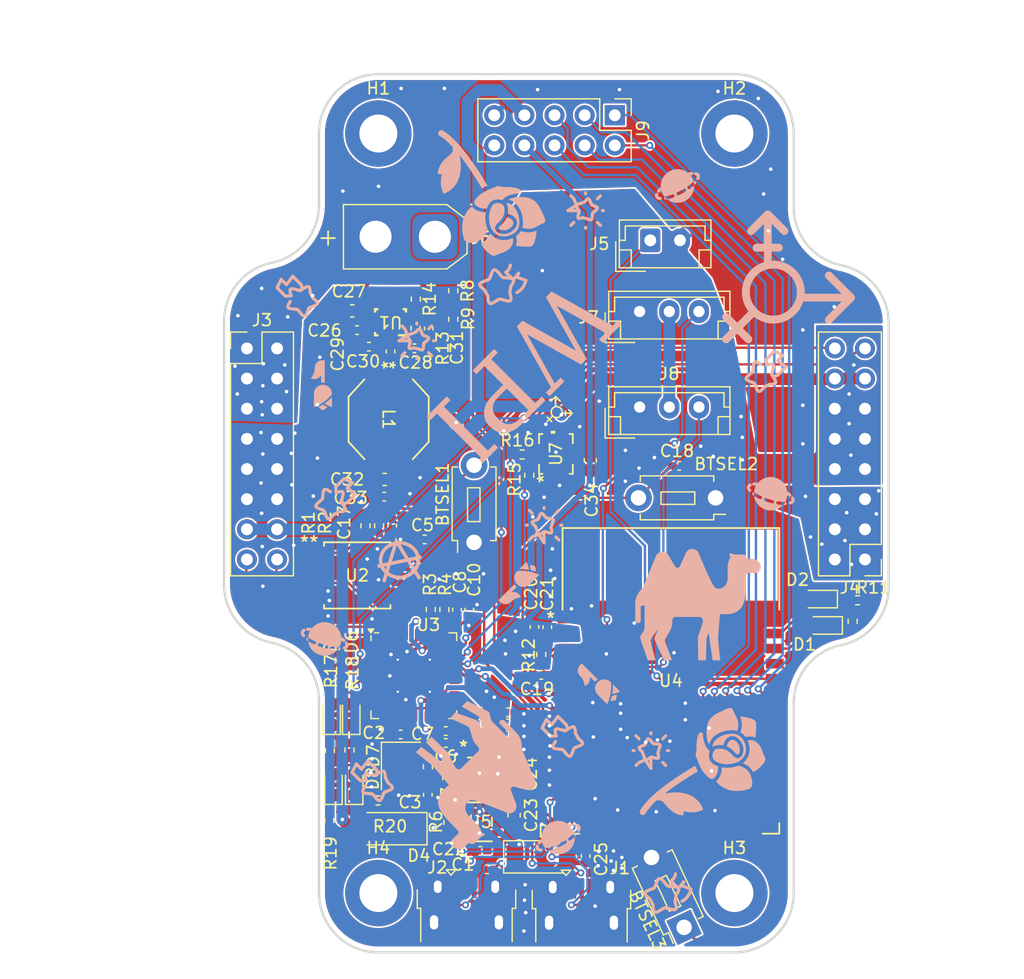
<source format=kicad_pcb>
(kicad_pcb (version 20241229) (generator "pcbnew") (generator_version "9.0")
  (layers (0 "F.Cu" signal) (4 "In1.Cu" signal) (6 "In2.Cu" signal) (2 "B.Cu" signal) (13 "F.Paste" user) (15 "B.Paste" user) (5 "F.SilkS" user "F.Silkscreen") (7 "B.SilkS" user "B.Silkscreen") (1 "F.Mask" user) (3 "B.Mask" user) (25 "Edge.Cuts" user))
  (net 0 "")
  (net 1 "GND")
  (net 2 "/~{USB_BOOT}")
  (net 3 "Net-(U4-EN)")
  (net 4 "/XIN")
  (net 5 "Net-(C3-Pad1)")
  (net 6 "+3V3")
  (net 7 "+1V1")
  (net 8 "Net-(D1-K)")
  (net 9 "/GPIO21")
  (net 10 "Net-(D2-K)")
  (net 11 "/GPIO22")
  (net 12 "/GPIO5")
  (net 13 "/GPIO4")
  (net 14 "/QSPI_SS")
  (net 15 "/USB_D+")
  (net 16 "Net-(U3-USB_DP)")
  (net 17 "Net-(U3-USB_DM)")
  (net 18 "/USB_D-")
  (net 19 "/XOUT")
  (net 20 "Net-(U4-IO0)")
  (net 21 "VUSB")
  (net 22 "Net-(U6-BP)")
  (net 23 "Net-(U5-BP)")
  (net 24 "VAA")
  (net 25 "Net-(U1-VCC)")
  (net 26 "Net-(U1-SS)")
  (net 27 "Net-(U1-BST)")
  (net 28 "Net-(U1-SW)")
  (net 29 "Net-(U1-FB)")
  (net 30 "+5V")
  (net 31 "Net-(D3-K)")
  (net 32 "Net-(U5-EN)")
  (net 33 "Net-(U6-EN)")
  (net 34 "D+")
  (net 35 "D-")
  (net 38 "/QSPI_SCLK")
  (net 39 "/QSPI_SD2")
  (net 40 "/QSPI_SD1")
  (net 41 "/QSPI_SD3")
  (net 42 "/QSPI_SD0")
  (net 43 "Net-(U7-SDA)")
  (net 44 "Net-(U7-SCL)")
  (net 65 "/GPIO12")
  (net 66 "/SWCLK")
  (net 67 "/GPIO6")
  (net 68 "/GPIO15")
  (net 69 "/GPIO19")
  (net 70 "/GPIO18")
  (net 71 "/GPIO13")
  (net 72 "/GPIO1")
  (net 73 "/GPIO23")
  (net 74 "/GPIO7")
  (net 75 "/GPIO14")
  (net 76 "/GPIO3")
  (net 77 "/SWD")
  (net 78 "/GPIO0")
  (net 79 "/GPIO28_ADC2")
  (net 80 "/GPIO20")
  (net 81 "/GPIO2")
  (net 82 "/GPIO17")
  (net 83 "/GPIO16")
  (net 84 "GYROSCL")
  (net 85 "GYROSDA")
  (net 90 "Net-(J9-Pin_1)")
  (net 91 "Net-(J9-Pin_3)")
  (net 93 "BATT_READ")
  (net 94 "LED1")
  (net 95 "RX")
  (net 96 "Servo2")
  (net 97 "Servo1")
  (net 98 "LED2")
  (net 99 "Net-(J9-Pin_2)")
  (net 100 "Net-(J9-Pin_5)")
  (net 101 "Net-(J9-Pin_4)")
  (net 102 "Net-(J9-Pin_6)")
  (net 103 "2040RX")
  (net 104 "2040TX")
  (net 105 "LED3")
  (net 106 "Net-(D5-K)")
  (net 107 "Net-(D6-K)")
  (net 108 "LED4")
  (net 109 "LED5")
  (net 110 "Net-(D7-K)")
  (net 111 "LED6")
  (net 112 "Net-(D8-K)")
  (footprint "Resistor_SMD:R_0402_1005Metric_Pad0.72x0.64mm_HandSolder" (layer "F.Cu") (at 67.26 68.8975 90)
    (property "Reference" "R12")
    (property "Value" "10k")
  )
  (footprint "MainBoard:LGA14-L_2P59X3P1X0P5_STM" (layer "F.Cu") (at 68.5 52 90)
    (property "Reference" "U7")
    (property "Value" "LSM6DSVTR")
  )
  (footprint "MainBoard:SOIC_128JVSIQ_WIN" (layer "F.Cu") (at 51.7551 62.235)
    (property "Reference" "U2")
    (property "Value" "W25Q128JVS")
  )
  (footprint "Capacitor_SMD:C_0402_1005Metric_Pad0.74x0.62mm_HandSolder" (layer "F.Cu") (at 67.2625 70.61)
    (property "Reference" "C19")
    (property "Value" "22μF")
  )
  (footprint "Capacitor_SMD:C_0402_1005Metric_Pad0.74x0.62mm_HandSolder" (layer "F.Cu") (at 66.69 66.5775 -90)
    (property "Reference" "C20")
    (property "Value" "22μF")
  )
  (footprint "Resistor_SMD:R_0402_1005Metric_Pad0.72x0.64mm_HandSolder" (layer "F.Cu") (at 66.250004 53.7975 90)
    (property "Reference" "R15")
    (property "Value" "10k")
  )
  (footprint "Resistor_SMD:R_0402_1005Metric_Pad0.72x0.64mm_HandSolder" (layer "F.Cu") (at 53.6 58.0475 -90)
    (property "Reference" "R2")
    (property "Value" "DNF")
  )
  (footprint "Connector_AMASS:AMASS_XT30U-M_1x02_P5.0mm_Vertical" (layer "F.Cu") (at 58.3 33.7 180)
    (property "Reference" "J6")
    (property "Value" "Conn_01x02" (hide yes))
  )
  (footprint "Capacitor_SMD:C_0402_1005Metric_Pad0.74x0.62mm_HandSolder" (layer "F.Cu") (at 64.4575 75.73)
    (property "Reference" "C9" (hide yes))
    (property "Value" "100n")
  )
  (footprint "Resistor_SMD:R_0402_1005Metric_Pad0.72x0.64mm_HandSolder" (layer "F.Cu") (at 59.345 79.2875 -90)
    (property "Reference" "R7")
    (property "Value" "10k")
  )
  (footprint "LED_SMD:LED_0603_1608Metric_Pad1.05x0.95mm_HandSolder" (layer "F.Cu") (at 90.975 66.45 180)
    (property "Reference" "D1")
    (property "Value" "LED")
  )
  (footprint "Button_Switch_THT:SW_PUSH_1P1T_6x3.5mm_H5.0_APEM_MJTP1250" (layer "F.Cu") (at 79.297019 91.891 115)
    (property "Reference" "BTSEL3")
    (property "Value" "SW_Push")
  )
  (footprint "Capacitor_SMD:C_0402_1005Metric_Pad0.74x0.62mm_HandSolder" (layer "F.Cu") (at 64.4575 73.77)
    (property "Reference" "C15" (hide yes))
    (property "Value" "100n")
  )
  (footprint "Connector_PinHeader_2.54mm:PinHeader_2x08_P2.54mm_Vertical" (layer "F.Cu") (at 94.54 60.89 180)
    (property "Reference" "J4")
    (property "Value" "Conn_02x08_Odd_Even_MountingPin")
  )
  (footprint "Capacitor_SMD:C_0402_1005Metric_Pad0.74x0.62mm_HandSolder" (layer "F.Cu") (at 60.16 65.1225 90)
    (property "Reference" "C8")
    (property "Value" "1u")
  )
  (footprint "Crystal:Crystal_SMD_3225-4Pin_3.2x2.5mm" (layer "F.Cu") (at 55.44 78.29 -90)
    (property "Reference" "Y1" (hide yes))
    (property "Value" "ABM8-272-T3")
  )
  (footprint "Diode_SMD:D_SOD-128" (layer "F.Cu") (at 67.25 85.95)
    (property "Reference" "D3")
    (property "Value" "PMEG3020EXEX")
  )
  (footprint "MountingHole:MountingHole_3.2mm_M3_DIN965_Pad_TopBottom" (layer "F.Cu") (at 53.5355 25)
    (property "Reference" "H1")
    (property "Value" "MountingHole" (hide yes))
  )
  (footprint "LED_SMD:LED_0603_1608Metric_Pad1.05x0.95mm_HandSolder" (layer "F.Cu") (at 49.75 79.875 90)
    (property "Reference" "D7")
    (property "Value" "LED")
  )
  (footprint "LED_SMD:LED_0603_1608Metric_Pad1.05x0.95mm_HandSolder" (layer "F.Cu") (at 51.5 79.875 90)
    (property "Reference" "D8")
    (property "Value" "LED")
  )
  (footprint "Connector_PinHeader_2.54mm:PinHeader_2x05_P2.54mm_Vertical" (layer "F.Cu") (at 73.46 23.46 -90)
    (property "Reference" "J9")
    (property "Value" "Conn_02x05_Counter_Clockwise" (hide yes))
  )
  (footprint "Capacitor_SMD:C_0402_1005Metric_Pad0.74x0.62mm_HandSolder" (layer "F.Cu") (at 64.4675 74.7)
    (property "Reference" "C14" (hide yes))
    (property "Value" "100n")
  )
  (footprint "Capacitor_SMD:C_0402_1005Metric_Pad0.74x0.62mm_HandSolder" (layer "F.Cu") (at 67.77 66.5975 -90)
    (property "Reference" "C21")
    (property "Value" "100 nF")
  )
  (footprint "Capacitor_SMD:C_0402_1005Metric_Pad0.74x0.62mm_HandSolder" (layer "F.Cu") (at 64.4475 76.82)
    (property "Reference" "C13" (hide yes))
    (property "Value" "100n")
  )
  (footprint "Resistor_SMD:R_0402_1005Metric_Pad0.72x0.64mm_HandSolder" (layer "F.Cu") (at 57.95 65.0975 -90)
    (property "Reference" "R3")
    (property "Value" "27")
  )
  (footprint "Capacitor_SMD:C_0402_1005Metric_Pad0.74x0.62mm_HandSolder" (layer "F.Cu") (at 62.0925 76.81 180)
    (property "Reference" "C4" (hide yes))
    (property "Value" "470 pF")
  )
  (footprint "Capacitor_SMD:C_0402_1005Metric_Pad0.74x0.62mm_HandSolder" (layer "F.Cu") (at 56.5775 43.1)
    (property "Reference" "C28")
    (property "Value" "1 uF")
  )
  (footprint "Capacitor_SMD:C_0402_1005Metric_Pad0.74x0.62mm_HandSolder" (layer "F.Cu") (at 57.78 41.4325 90)
    (property "Reference" "C31")
    (property "Value" "33 pF")
  )
  (footprint "Capacitor_SMD:C_0603_1608Metric_Pad1.08x0.95mm_HandSolder" (layer "F.Cu") (at 54.0625 54.15)
    (property "Reference" "C32")
    (property "Value" "22 uF")
  )
  (footprint "MainBoard:ESP32-S3-WROOM-1_EXP" (layer "F.Cu") (at 78.185 71.12)
    (property "Reference" "U4")
    (property "Value" "ESP32-S3-WROOM-1-N16")
  )
  (footprint "LED_SMD:LED_0603_1608Metric_Pad1.05x0.95mm_HandSolder" (layer "F.Cu") (at 51.25 73.975 90)
    (property "Reference" "D6")
    (property "Value" "LED")
  )
  (footprint "Capacitor_SMD:C_0402_1005Metric_Pad0.74x0.62mm_HandSolder" (layer "F.Cu") (at 52.7425 42.96)
    (property "Reference" "C30")
    (property "Value" "100 nF")
  )
  (footprint "Resistor_SMD:R_0402_1005Metric_Pad0.72x0.64mm_HandSolder" (layer "F.Cu") (at 59.1 65.1125 -90)
    (property "Reference" "R4")
    (property "Value" "27")
  )
  (footprint "Resistor_SMD:R_0402_1005Metric_Pad0.72x0.64mm_HandSolder" (layer "F.Cu") (at 53.5025 81.2 180)
    (property "Reference" "R20")
    (property "Value" "430")
  )
  (footprint "Capacitor_SMD:C_0402_1005Metric_Pad0.74x0.62mm_HandSolder" (layer "F.Cu") (at 62.6825 87 180)
    (property "Reference" "C1")
    (property "Value" "10u")
  )
  (footprint "Button_Switch_THT:SW_PUSH_1P1T_6x3.5mm_H5.0_APEM_MJTP1250" (layer "F.Cu") (at 61.6 59.45 90)
    (property "Reference" "BTSEL1")
    (property "Value" "SW_Push")
  )
  (footprint "Library:IND_SPM6530_TDK" (layer "F.Cu") (at 54.4 49.075 -90)
    (property "Reference" "L1")
    (property "Value" "L")
  )
  (footprint "Connector_JST:JST_EH_B3B-EH-A_1x03_P2.50mm_Vertical" (layer "F.Cu") (at 75.55 40)
    (property "Reference" "J7")
    (property "Value" "Conn_01x03")
  )
  (footprint "Resistor_SMD:R_0402_1005Metric_Pad0.72x0.64mm_HandSolder" (layer "F.Cu") (at 93.9225 64.33 180)
    (property "Reference" "R11")
    (property "Value" "430")
  )
  (footprint "Resistor_SMD:R_0402_1005Metric_Pad0.72x0.64mm_HandSolder" (layer "F.Cu") (at 59.85 40.6475 -90)
    (property "Reference" "R9")
    (property "Value" "20k")
  )
  (footprint "Capacitor_SMD:C_0402_1005Metric_Pad0.74x0.62mm_HandSolder" (layer "F.Cu") (at 59.2175 76.35)
    (property "Reference" "C6")
    (property "Value" "100n")
  )
  (footprint "Capacitor_SMD:C_0402_1005Metric_Pad0.74x0.62mm_HandSolder" (layer "F.Cu") (at 59.2125 75.35)
    (property "Reference" "C7")
    (property "Value" "100n")
  )
  (footprint "Capacitor_SMD:C_0603_1608Metric_Pad1.08x0.95mm_HandSolder" (layer "F.Cu") (at 71.4 52.5375 90)
    (property "Reference" "C34")
    (property "Value" "22 uF")
  )
  (footprint "Capacitor_SMD:C_0402_1005Metric_Pad0.74x0.62mm_HandSolder" (layer "F.Cu") (at 57.4325 59.2)
    (property "Reference" "C5")
    (property "Value" "100n")
  )
  (footprint "Capacitor_SMD:C_0402_1005Metric_Pad0.74x0.62mm_HandSolder" (layer "F.Cu") (at 62.0925 75.78 180)
    (property "Reference" "C12" (hide yes))
    (property "Value" "100n")
  )
  (footprint "Resistor_SMD:R_0402_1005Metric_Pad0.72x0.64mm_HandSolder" (layer "F.Cu") (at 56.69 38.9575 -90)
    (property "Reference" "R14")
    (property "Value" "30k")
  )
  (footprint "Resistor_SMD:R_0402_1005Metric_Pad0.72x0.64mm_HandSolder" (layer "F.Cu") (at 65.6525 52.05)
    (property "Reference" "R16")
    (property "Value" "10k")
  )
  (footprint "MainBoard:MIC" (layer "F.Cu") (at 62.06975 79.220001)
    (property "Reference" "U6")
    (property "Value" "MIC5219-3.3YM5")
  )
  (footprint "Capacitor_SMD:C_0402_1005Metric_Pad0.74x0.62mm_HandSolder" (layer "F.Cu") (at 62.1125 74.73 180)
    (property "Reference" "C11" (hide yes))
    (property "Value" "100n")
  )
  (footprint "Resistor_SMD:R_0402_1005Metric_Pad0.72x0.64mm_HandSolder" (layer "F.Cu") (at 57.710001 78.357499 -90)
    (property "Reference" "R5" (hide yes))
    (property "Value" "1k")
  )
  (footprint "Capacitor_SMD:C_0402_1005Metric_Pad0.74x0.62mm_HandSolder" (layer "F.Cu") (at 51.7325 41.57 180)
    (property "Reference" "C26")
    (property "Value" "100 nF")
  )
  (footprint "Capacitor_SMD:C_0402_1005Metric_Pad0.74x0.62mm_HandSolder" (layer "F.Cu") (at 55.412502 75.64 180)
    (property "Reference" "C2")
    (property "Value" "15p")
  )
  (footprint "Capacitor_SMD:C_0402_1005Metric_Pad0.74x0.62mm_HandSolder" (layer "F.Cu") (at 54.56 43.3625 -90)
    (property "Reference" "C29")
    (property "Value" "10 nF")
  )
  (footprint "Resistor_SMD:R_0402_1005Metric_Pad0.72x0.64mm_HandSolder" (layer "F.Cu") (at 93.5 66.1 90)
    (property "Reference" "R10" (hide yes))
    (property "Value" "430")
  )
  (footprint "Diode_SMD:D_SOD-128" (layer "F.Cu") (at 54.4775 83.58 180)
    (property "Reference" "D4")
    (property "Value" "PMEG3020EXEX")
  )
  (footprint "Capacitor_SMD:C_0402_1005Metric_Pad0.74x0.62mm_HandSolder" (layer "F.Cu") (at 71 85.8825 90)
    (property "Reference" "C25")
    (property "Value" "10u")
  )
  (footprint "LED_SMD:LED_0603_1608Metric_Pad1.05x0.95mm_HandSolder" (layer "F.Cu") (at 49.6 73.975 90)
    (property "Reference" "D5")
    (property "Value" "LED")
  )
  (footprint "Capacitor_SMD:C_0402_1005Metric_Pad0.74x0.62mm_HandSolder" (layer "F.Cu") (at 57.7 80.7175 -90)
    (property "Reference" "C3")
    (property "Value" "15p")
  )
  (footprint "MountingHole:MountingHole_3.2mm_M3_DIN965_Pad_TopBottom" (layer "F.Cu") (at 83.5355 25)
    (property "Reference" "H2")
    (property "Value" "MountingHole" (hide yes))
  )
  (footprint "Capacitor_SMD:C_0402_1005Metric_Pad0.74x0.62mm_HandSolder" (layer "F.Cu") (at 62.1325 85.44 180)
    (property "Reference" "C22")
    (property "Value" "470 pF")
  )
  (footprint "Resistor_SMD:R_0402_1005Metric_Pad0.72x0.64mm_HandSolder" (layer "F.Cu") (at 56.67 41.4025 -90)
    (property "Reference" "R13")
    (property "Value" "220k")
  )
  (footprint "Connector_USB:USB_Micro-B_Amphenol_10103594-0001LF_Horizontal" (layer "F.Cu") (at 60.985 90.355)
    (property "Reference" "J2")
    (property "Value" "USB_B_Micro")
  )
  (footprint "Connector_JST:JST_EH_B3B-EH-A_1x03_P2.50mm_Vertical" (layer "F.Cu") (at 75.55 48.05)
    (property "Reference" "J8")
    (property "Value" "Conn_01x03")
  )
  (footprint "Button_Switch_THT:SW_PUSH_1P1T_6x3.5mm_H5.0_APEM_MJTP1250" (layer "F.Cu") (at 81.95 55.7 180)
    (property "Reference" "BTSEL2")
    (property "Value" "SW_Push")
  )
  (footprint "Resistor_SMD:R_0402_1005Metric_Pad0.72x0.64mm_HandSolder" (layer "F.Cu") (at 49.4 82.8975 90)
    (property "Reference" "R19")
    (property "Value" "430")
  )
  (footprint "Resistor_SMD:R_0402_1005Metric_Pad0.72x0.64mm_HandSolder" (layer "F.Cu") (at 51.1 76.9475 90)
    (property "Reference" "R18")
    (property "Value" "430")
  )
  (footprint "Capacitor_SMD:C_0402_1005Metric_Pad0.74x0.62mm_HandSolder" (layer "F.Cu") (at 78.8825 53 180)
    (property "Reference" "C18")
    (property "Value" "22μF")
  )
  (footprint "MainBoard:MIC" (layer "F.Cu") (at 62.09975 83.000001)
    (property "Reference" "U5")
    (property "Value" "MIC5219-3.3YM5")
  )
  (footprint "Resistor_SMD:R_0402_1005Metric_Pad0.72x0.64mm_HandSolder" (layer "F.Cu") (at 59.85 38.2475 -90)
    (property "Reference" "R8")
    (property "Value" "100k")
  )
  (footprint "Capacitor_SMD:C_0603_1608Metric_Pad1.08x0.95mm_HandSolder" (layer "F.Cu") (at 64.95 78.9875 -90)
    (property "Reference" "C24")
    (property "Value" "22 uF")
  )
  (footprint "Capacitor_SMD:C_0603_1608Metric_Pad1.08x0.95mm_HandSolder" (layer "F.Cu") (at 51.3375 39.95 180)
    (property "Reference" "C27")
    (property "Value" "47 uF")
  )
  (footprint "Capacitor_SMD:C_0603_1608Metric_Pad1.08x0.95mm_HandSolder" (layer "F.Cu") (at 64.975 82.4375 -90)
    (property "Reference" "C23")
    (property "Value" "22 uF")
  )
  (footprint "MountingHole:MountingHole_3.2mm_M3_DIN965_Pad_TopBottom" (layer "F.Cu") (at 53.5355 89)
    (property "Reference" "H4")
    (property "Value" "MountingHole")
  )
  (footprint "Resistor_SMD:R_0402_1005Metric_Pad0.72x0.64mm_HandSolder" (layer "F.Cu") (at 52.45 58.0525 90)
    (property "Reference" "R1")
    (property "Value" "1k")
  )
  (footprint "LED_SMD:LED_0603_1608Metric_Pad1.05x0.95mm_HandSolder" (layer "F.Cu") (at 90.555 64.23 180)
    (property "Reference" "D2")
    (property "Value" "LED")
  )
  (footprint "Capacitor_SMD:C_0402_1005Metric_Pad0.74x0.62mm_HandSolder" (layer "F.Cu") (at 54.0325 55.6)
    (property "Reference" "C33")
    (property "Value" "100 nF")
  )
  (footprint "Capacitor_SMD:C_0402_1005Metric_Pad0.74x0.62mm_HandSolder" (layer "F.Cu") (at 61.195 65.1225 90)
    (property "Reference" "C10")
    (property "Value" "1u")
  )
  (footprint "MountingHole:MountingHole_3.2mm_M3_DIN965_Pad_TopBottom" (layer "F.Cu") (at 83.5355 89)
    (property "Reference" "H3")
    (property "Value" "MountingHole")
  )
  (footprint "Connector_USB:USB_Micro-B_Amphenol_10103594-0001LF_Horizontal" (layer "F.Cu") (at 70.675 90.385)
    (property "Reference" "J1")
    (property "Value" "USB_B_Micro")
  )
  (footprint "Resistor_SMD:R_0402_1005Metric_Pad0.72x0.64mm_HandSolder" (layer "F.Cu") (at 49.45 76.9975 90)
    (property "Reference" "R17")
    (property "Value" "430")
  )
  (footprint "MainBoard:RQF0009A" (layer "F.Cu") (at 54.56 40.905 180)
    (property "Reference" "U1")
    (property "Value" "TPS566238PRQFR")
  )
  (footprint "Connector_PinHeader_2.54mm:PinHeader_2x08_P2.54mm_Vertical" (layer "F.Cu") (at 42.46 43.11)
    (property "Reference" "J3")
    (property "Value" "Conn_02x08_Odd_Even_MountingPin")
  )
  (footprint "Package_DFN_QFN:QFN-56-1EP_7x7mm_P0.4mm_EP3.2x3.2mm_ThermalVias" (layer "F.Cu") (at 56.525 70.6875)
    (property "Reference" "U3")
    (property "Value" "RP2040")
  )
  (footprint "Capacitor_SMD:C_0402_1005Metric_Pad0.74x0.62mm_HandSolder" (layer "F.Cu") (at 62.1475 73.71 180)
    (property "Reference" "C16" (hide yes))
    (property "Value" "100n")
  )
  (footprint "Resistor_SMD:R_0402_1005Metric_Pad0.72x0.64mm_HandSolder" (layer "F.Cu") (at 59.435 83.0525 -90)
    (property "Reference" "R6")
    (property "Value" "10k")
  )
  (footprint "Capacitor_SMD:C_0402_1005Metric_Pad0.74x0.62mm_HandSolder" (layer "F.Cu") (at 54.7 58.0325 -90)
    (property "Reference" "C17")
    (property "Value" "10u")
  )
  (footprint "Connector_JST:JST_EH_B2B-EH-A_1x02_P2.50mm_Vertical" (layer "F.Cu") (at 76.45 34)
    (property "Reference" "J5")
    (property "Value" "Conn_01x02")
  )
  (gr_poly (pts (xy 69.630586 48.237547) (xy 69.6272 48.234776) (xy 69.623662 48.23225) (xy 69.619984 48.229976) (xy 69.616181 48.227953) (xy 69.612267 48.226187) (xy 69.608252 48.224682) (xy 69.604154 48.22344) (xy 69.599984 48.222466) (xy 69.595756 48.221763) (xy 69.591482 48.221335) (xy 69.587178 48.221184) (xy 69.582855 48.221317) (xy 69.578529 48.221734) (xy 69.57421 48.222441) (xy 69.569915 48.22344) (xy 69.565695 48.224723) (xy 69.561602 48.22627) (xy 69.557646 48.228071) (xy 69.553837 48.230119) (xy 69.550184 48.232401) (xy 69.546697 48.234908) (xy 69.543387 48.237632) (xy 69.540262 48.24056) (xy 69.537334 48.243684) (xy 69.534611 48.246994) (xy 69.532103 48.250482) (xy 69.529821 48.254135) (xy 69.527774 48.257944) (xy 69.525972 48.261899) (xy 69.524425 48.265992) (xy 69.523142 48.270212) (xy 69.522606 48.272356) (xy 69.522143 48.274508) (xy 69.521754 48.276665) (xy 69.521437 48.278826) (xy 69.521192 48.280989) (xy 69.521019 48.283153) (xy 69.520918 48.285315) (xy 69.520887 48.287475) (xy 69.520928 48.289631) (xy 69.521037 48.29178) (xy 69.521217 48.293921) (xy 69.521466 48.296053) (xy 69.521783 48.298174) (xy 69.522169 48.300282) (xy 69.522622 48.302374) (xy 69.523142 48.304452) (xy 69.523731 48.306511) (xy 69.524384 48.30855) (xy 69.525104 48.310568) (xy 69.52589 48.312564) (xy 69.526741 48.314534) (xy 69.527655 48.316478) (xy 69.528634 48.318395) (xy 69.529678 48.320282) (xy 69.530784 48.322137) (xy 69.531954 48.323959) (xy 69.533185 48.325746) (xy 69.534479 48.327498) (xy 69.535833 48.32921) (xy 69.537249 48.330883) (xy 69.538725 48.332515) (xy 69.540262 48.334104) (xy 69.707987 48.501829) (xy 69.372537 48.501829) (xy 69.372631 48.380877) (xy 69.372484 48.376463) (xy 69.372049 48.372103) (xy 69.371331 48.367811) (xy 69.370339 48.363596) (xy 69.369078 48.359472) (xy 69.367556 48.35545) (xy 69.365781 48.351543) (xy 69.363758 48.347761) (xy 69.361496 48.34412) (xy 69.358999 48.340628) (xy 69.356276 48.3373) (xy 69.353336 48.334145) (xy 69.350181 48.331179) (xy 69.346822 48.328411) (xy 69.343265 48.325854) (xy 69.339517 48.32352) (xy 69.33562 48.321441) (xy 69.331627 48.319638) (xy 69.327551 48.318113) (xy 69.323405 48.316865) (xy 69.319203 48.315894) (xy 69.314959 48.315201) (xy 69.310687 48.314786) (xy 69.306401 48.314647) (xy 69.302116 48.314785) (xy 69.297845 48.315202) (xy 69.293601 48.315895) (xy 69.289399 48.316865) (xy 69.285252 48.318113) (xy 69.281175 48.319638) (xy 69.277182 48.321441) (xy 69.273287 48.32352) (xy 69.269538 48.325854) (xy 69.265981 48.328411) (xy 69.262621 48.331179) (xy 69.259468 48.334146) (xy 69.256526 48.3373) (xy 69.253805 48.340628) (xy 69.251308 48.34412) (xy 69.249045 48.347762) (xy 69.247023 48.351542) (xy 69.245246 48.35545) (xy 69.243725 48.359472) (xy 69.242465 48.363596) (xy 69.241473 48.367811) (xy 69.240755 48.372103) (xy 69.240319 48.376463) (xy 69.240172 48.380876) (xy 69.240266 48.501829) (xy 69.086478 48.501829) (xy 69.087221 48.473814) (xy 69.086482 48.445939) (xy 69.084284 48.418256) (xy 69.080647 48.39082) (xy 69.075591 48.363684) (xy 69.069138 48.336902) (xy 69.061307 48.310525) (xy 69.052119 48.284608) (xy 69.041595 48.259206) (xy 69.029754 48.234369) (xy 69.016618 48.210154) (xy 69.002208 48.186612) (xy 68.986542 48.163795) (xy 68.969642 48.14176) (xy 68.951531 48.120558) (xy 68.932224 48.100244) (xy 68.91111 48.080238) (xy 68.889201 48.061616) (xy 68.866552 48.044377) (xy 68.84322 48.028521) (xy 68.819262 48.014047) (xy 68.794735 48.000955) (xy 68.769695 47.989245) (xy 68.7442 47.978916) (xy 68.718306 47.969969) (xy 68.692069 47.962402) (xy 68.665547 47.956217) (xy 68.638796 47.951412) (xy 68.611873 47.947986) (xy 68.584835 47.945941) (xy 68.557738 47.945275) (xy 68.530638 47.945989) (xy 68.530638 47.32448) (xy 68.791908 47.58575) (xy 68.795128 47.588763) (xy 68.798515 47.591534) (xy 68.802053 47.594058) (xy 68.805731 47.596335) (xy 68.809534 47.598357) (xy 68.813448 47.600122) (xy 68.817462 47.601628) (xy 68.82156 47.60287) (xy 68.82573 47.603843) (xy 68.829958 47.604546) (xy 68.834232 47.604975) (xy 68.838537 47.605125) (xy 68.842859 47.604993) (xy 68.847186 47.604575) (xy 68.851504 47.603869) (xy 68.8558 47.60287) (xy 68.86002 47.601587) (xy 68.864112 47.60004) (xy 68.868068 47.598238) (xy 68.871877 47.596191) (xy 68.875531 47.593909) (xy 68.879017 47.591401) (xy 68.882327 47.588678) (xy 68.885452 47.58575) (xy 68.88838 47.582625) (xy 68.891104 47.579314) (xy 68.893611 47.575828) (xy 68.895893 47.572175) (xy 68.89794 47.568366) (xy 68.899742 47.56441) (xy 68.901289 47.560317) (xy 68.902572 47.556097) (xy 68.903109 47.553953) (xy 68.903571 47.551802) (xy 68.903961 47.549644) (xy 68.904277 47.547483) (xy 68.904523 47.54532) (xy 68.904695 47.543157) (xy 68.904796 47.540994) (xy 68.904828 47.538834) (xy 68.904787 47.536679) (xy 68.904677 47.53453) (xy 68.904498 47.532388) (xy 68.904248 47.530256) (xy 68.903931 47.528135) (xy 68.903546 47.526028) (xy 68.903093 47.523935) (xy 68.902572 47.521858) (xy 68.901984 47.519798) (xy 68.90133 47.517759) (xy 68.90061 47.515741) (xy 68.899825 47.513745) (xy 68.898975 47.511775) (xy 68.898059 47.509831) (xy 68.89708 47.507914) (xy 68.896037 47.506029) (xy 68.89493 47.504172) (xy 68.893761 47.50235) (xy 68.89253 47.500563) (xy 68.891236 47.498812) (xy 68.889881 47.497099) (xy 68.888465 47.495426) (xy 68.886989 47.493794) (xy 68.885452 47.492205) (xy 68.511275 47.118028) (xy 68.508898 47.115766) (xy 68.506423 47.113634) (xy 68.503856 47.111634) (xy 68.5012 47.109768) (xy 68.498463 47.108038) (xy 68.49565 47.106447) (xy 68.492766 47.104996) (xy 68.489815 47.103689) (xy 68.486805 47.102527) (xy 68.483741 47.101513) (xy 68.480625 47.100649) (xy 68.477468 47.099937) (xy 68.47427 47.099378) (xy 68.47104 47.098978) (xy 68.467783 47.098736) (xy 68.464502 47.098654) (xy 68.461223 47.098735) (xy 68.457965 47.098978) (xy 68.454735 47.099379) (xy 68.451538 47.099937) (xy 68.44838 47.100649) (xy 68.445265 47.101513) (xy 68.4422 47.102528) (xy 68.439189 47.103689) (xy 68.43624 47.104996) (xy 68.433356 47.106447) (xy 68.430541 47.108038) (xy 68.427805 47.109767) (xy 68.42515 47.111633) (xy 68.422582 47.113634) (xy 68.420107 47.115766) (xy 68.41773 47.118028) (xy 68.043553 47.492205) (xy 68.04054 47.495425) (xy 68.037769 47.498812) (xy 68.035244 47.502351) (xy 68.032968 47.506028) (xy 68.030946 47.509831) (xy 68.02918 47.513746) (xy 68.027675 47.517759) (xy 68.026433 47.521857) (xy 68.025459 47.526028) (xy 68.024756 47.530256) (xy 68.024328 47.534529) (xy 68.024178 47.538834) (xy 68.024311 47.543157) (xy 68.024727 47.547483) (xy 68.025434 47.551802) (xy 68.026433 47.556097) (xy 68.027715 47.560317) (xy 68.029263 47.56441) (xy 68.031065 47.568366) (xy 68.033112 47.572176) (xy 68.035394 47.575828) (xy 68.037902 47.579314) (xy 68.040624 47.582625) (xy 68.043553 47.585749) (xy 68.046677 47.588678) (xy 68.049989 47.591401) (xy 68.053475 47.593908) (xy 68.057127 47.596191) (xy 68.060937 47.598238) (xy 68.064894 47.60004) (xy 68.068986 47.601587) (xy 68.073206 47.602869) (xy 68.07535 47.603406) (xy 68.077501 47.603869) (xy 68.079658 47.604258) (xy 68.081819 47.604575) (xy 68.083983 47.60482) (xy 68.086146 47.604992) (xy 68.088309 47.605094) (xy 68.090469 47.605125) (xy 68.092624 47.605085) (xy 68.094774 47.604975) (xy 68.096915 47.604795) (xy 68.099046 47.604546) (xy 68.101167 47.604229) (xy 68.103275 47.603843) (xy 68.105368 47.60339) (xy 68.107445 47.602869) (xy 68.109504 47.602282) (xy 68.111544 47.601627) (xy 68.113562 47.600907) (xy 68.115557 47.600122) (xy 68.117528 47.599272) (xy 68.119472 47.598357) (xy 68.121388 47.597378) (xy 68.123274 47.596334) (xy 68.12513 47.595228) (xy 68.126952 47.594059) (xy 68.12874 47.592827) (xy 68.130491 47.591533) (xy 68.132204 47.590179) (xy 68.133878 47.588763) (xy 68.135509 47.587286) (xy 68.137098 47.585749) (xy 68.398367 47.32448) (xy 68.398367 47.969936) (xy 68.367849 47.980617) (xy 68.338236 47.993052) (xy 68.309587 48.00718) (xy 68.281965 48.022938) (xy 68.255428 48.040267) (xy 68.23004 48.059105) (xy 68.20586 48.079389) (xy 68.182949 48.101061) (xy 68.161369 48.124058) (xy 68.141181 48.148319) (xy 68.122444 48.173783) (xy 68.105222 48.200388) (xy 68.089574 48.228074) (xy 68.075561 48.256778) (xy 68.063245 48.286441) (xy 68.052685 48.317) (xy 68.044008 48.348147) (xy 68.037286 48.379554) (xy 68.032505 48.411136) (xy 68.029648 48.44281) (xy 68.028701 48.474489) (xy 68.029648 48.506089) (xy 68.032473 48.537524) (xy 68.037162 48.56871) (xy 68.043698 48.599561) (xy 68.052067 48.629994) (xy 68.062254 48.659921) (xy 68.074242 48.68926) (xy 68.088016 48.717925) (xy 68.103562 48.745829) (xy 68.120863 48.772889) (xy 68.139904 48.79902) (xy 67.950009 48.988915) (xy 67.809692 48.848598) (xy 67.806472 48.845585) (xy 67.803086 48.842814) (xy 67.799547 48.840289) (xy 67.79587 48.838013) (xy 67.792067 48.835991) (xy 67.788152 48.834225) (xy 67.784138 48.832719) (xy 67.78004 48.831478) (xy 67.77587 48.830504) (xy 67.771642 48.829801) (xy 67.767368 48.829372) (xy 67.763064 48.829223) (xy 67.75874 48.829355) (xy 67.754414 48.829773) (xy 67.750096 48.830478) (xy 67.7458 48.831478) (xy 67.74158 48.83276) (xy 67.737488 48.834307) (xy 67.733531 48.83611) (xy 67.729722 48.838157) (xy 67.72607 48.840439) (xy 67.722583 48.842946) (xy 67.719273 48.845669) (xy 67.716148 48.848597) (xy 67.713219 48.851723) (xy 67.710496 48.855033) (xy 67.707989 48.858519) (xy 67.705707 48.862172) (xy 67.70366 48.865982) (xy 67.701857 48.869938) (xy 67.70031 48.874031) (xy 67.699028 48.87825) (xy 67.698491 48.880394) (xy 67.698029 48.882545) (xy 67.697639 48.884703) (xy 67.697323 48.886864) (xy 67.697078 48.889028) (xy 67.696905 48.891191) (xy 67.696804 48.893354) (xy 67.696773 48.895514) (xy 67.696813 48.897669) (xy 67.696922 48.899818) (xy 67.697103 48.90196) (xy 67.697352 48.904091) (xy 67.697668 48.906212) (xy 67.698054 48.90832) (xy 67.698508 48.910413) (xy 67.699028 48.912489) (xy 67.699616 48.914549) (xy 67.700269 48.916588) (xy 67.70099 48.918607) (xy 67.701775 48.920602) (xy 67.702626 48.922573) (xy 67.703541 48.924517) (xy 67.70452 48.926433) (xy 67.705563 48.92832) (xy 67.70667 48.930175) (xy 67.707839 48.931997) (xy 67.70907 48.933785) (xy 67.710364 48.935536) (xy 67.711719 48.937249) (xy 67.713135 48.938922) (xy 67.714611 48.940553) (xy 67.716148 48.942142) (xy 67.856465 49.082459) (xy 67.716148 49.222776) (xy 67.713134 49.225996) (xy 67.710364 49.229382) (xy 67.707839 49.23292) (xy 67.705564 49.236598) (xy 67.703542 49.240401) (xy 67.701775 49.244315) (xy 67.70027 49.24833) (xy 67.699028 49.252428) (xy 67.698054 49.256598) (xy 67.697352 49.260826) (xy 67.696922 49.265099) (xy 67.696772 49.269404) (xy 67.696905 49.273727) (xy 67.697323 49.278054) (xy 67.698029 49.282372) (xy 67.699028 49.286668) (xy 67.70031 49.290887) (xy 67.701857 49.29498) (xy 67.70366 49.298936) (xy 67.705707 49.302745) (xy 67.707989 49.306398) (xy 67.710496 49.309885) (xy 67.713219 49.313195) (xy 67.716148 49.31632) (xy 67.719273 49.319248) (xy 67.722583 49.321971) (xy 67.72607 49.324479) (xy 67.729722 49.326761) (xy 67.733531 49.328808) (xy 67.737488 49.33061) (xy 67.74158 49.332157) (xy 67.7458 49.33344) (xy 67.747944 49.333976) (xy 67.750096 49.334439) (xy 67.752253 49.334828) (xy 67.754414 49.335145) (xy 67.756577 49.33539) (xy 67.75874 49.335563) (xy 67.760903 49.335664) (xy 67.763063 49.335695) (xy 67.765219 49.335655) (xy 67.767368 49.335545) (xy 67.769509 49.335365) (xy 67.771642 49.335116) (xy 67.773762 49.334799) (xy 67.77587 49.334414) (xy 67.777962 49.33396) (xy 67.78004 49.33344) (xy 67.782099 49.332852) (xy 67.784138 49.332198) (xy 67.786156 49.331478) (xy 67.788152 49.330692) (xy 67.790123 49.329841) (xy 67.792067 49.328926) (xy 67.793983 49.327947) (xy 67.79587 49.326904) (xy 67.797725 49.325798) (xy 67.799547 49.324629) (xy 67.801334 49.323397) (xy 67.803086 49.322104) (xy 67.804799 49.320749) (xy 67.806472 49.319333) (xy 67.808104 49.317857) (xy 67.809692 49.31632) (xy 67.950009 49.176003) (xy 68.090325 49.316319) (xy 68.093546 49.319333) (xy 68.096932 49.322104) (xy 68.10047 49.324629) (xy 68.104148 49.326905) (xy 68.107951 49.328927) (xy 68.111866 49.330693) (xy 68.115879 49.332198) (xy 68.119978 49.333439) (xy 68.124148 49.334413) (xy 68.128376 49.335116) (xy 68.132649 49.335545) (xy 68.136954 49.335695) (xy 68.141277 49.335563) (xy 68.145603 49.335145) (xy 68.149922 49.334438) (xy 68.154217 49.333439) (xy 68.158437 49.332157) (xy 68.16253 49.33061) (xy 68.166486 49.328808) (xy 68.170295 49.326761) (xy 68.173949 49.324479) (xy 68.177435 49.321971) (xy 68.180745 49.319248) (xy 68.18387 49.316319) (xy 68.186798 49.313195) (xy 68.189521 49.309885) (xy 68.192029 49.306398) (xy 68.19431 49.302745) (xy 68.196358 49.298936) (xy 68.19816 49.29498) (xy 68.199707 49.290887) (xy 68.200989 49.286668) (xy 68.201526 49.284523) (xy 68.201989 49.282371) (xy 68.202378 49.280215) (xy 68.202695 49.278054) (xy 68.20294 49.275891) (xy 68.203112 49.273727) (xy 68.203214 49.271564) (xy 68.203245 49.269404) (xy 68.203204 49.267248) (xy 68.203095 49.265099) (xy 68.202915 49.262958) (xy 68.202666 49.260826) (xy 68.20235 49.258706) (xy 68.201963 49.256597) (xy 68.20151 49.254505) (xy 68.20099 49.252427) (xy 68.200401 49.250368) (xy 68.199748 49.248329) (xy 68.199028 49.246311) (xy 68.198243 49.244316) (xy 68.197392 49.242345) (xy 68.196477 49.240401) (xy 68.195497 49.238485) (xy 68.194455 49.236598) (xy 68.193347 49.234743) (xy 68.192179 49.23292) (xy 68.190947 49.231133) (xy 68.189654 49.229382) (xy 68.188299 49.227669) (xy 68.186883 49.225996) (xy 68.185407 49.224364) (xy 68.183869 49.222776) (xy 68.043553 49.082459) (xy 68.233448 48.892564) (xy 68.259582 48.911612) (xy 68.286646 48.928919) (xy 68.314555 48.94447) (xy 68.343224 48.95825) (xy 68.372567 48.970242) (xy 68.4025 48.980432) (xy 68.432938 48.988805) (xy 68.463796 48.995343) (xy 68.494988 49.000033) (xy 68.526429 49.002859) (xy 68.558036 49.003807) (xy 68.58972 49.002858) (xy 68.6214 49) (xy 68.652989 48.995217) (xy 68.684403 48.988492) (xy 68.715554 48.979811) (xy 68.74612 48.969247) (xy 68.775788 48.956925) (xy 68.804496 48.942906) (xy 68.832185 48.927252) (xy 68.858794 48.910023) (xy 68.88426 48.89128) (xy 68.908523 48.871084) (xy 68.929901 48.851017) (xy 68.836378 48.757494) (xy 68.817465 48.774929) (xy 68.797425 48.791134) (xy 68.776313 48.806045) (xy 68.754183 48.8196) (xy 68.731091 48.831736) (xy 68.707094 48.842392) (xy 68.682246 48.851506) (xy 68.669582 48.855446) (xy 68.656849 48.858948) (xy 68.644057 48.862013) (xy 68.631217 48.864644) (xy 68.618339 48.866843) (xy 68.605434 48.868611) (xy 68.592511 48.869952) (xy 68.57958 48.870866) (xy 68.566654 48.871357) (xy 68.553739 48.871426) (xy 68.527992 48.870308) (xy 68.502419 48.867529) (xy 68.477104 48.863106) (xy 68.452127 48.857056) (xy 68.427572 48.849396) (xy 68.403519 48.840142) (xy 68.391706 48.834924) (xy 68.380049 48.829314) (xy 68.368559 48.823314) (xy 68.357245 48.816926) (xy 68.346118 48.810153) (xy 68.335189 48.802997) (xy 68.324467 48.795459) (xy 68.313962 48.787542) (xy 68.303685 48.779249) (xy 68.293645 48.77058) (xy 68.274502 48.752306) (xy 68.256753 48.732956) (xy 68.240426 48.712611) (xy 68.225546 48.691349) (xy 68.21214 48.66925) (xy 68.200235 48.646393) (xy 68.189856 48.622858) (xy 68.181029 48.598722) (xy 68.17378 48.574067) (xy 68.168136 48.548971) (xy 68.164123 48.523513) (xy 68.161766 48.497774) (xy 68.161091 48.471832) (xy 68.162127 48.445766) (xy 68.164898 48.419655) (xy 68.169429 48.39358) (xy 68.175694 48.367835) (xy 68.183588 48.342766) (xy 68.193054 48.318432) (xy 68.204037 48.294898) (xy 68.21648 48.272225) (xy 68.23033 48.250475) (xy 68.24553 48.229711) (xy 68.262024 48.209994) (xy 68.279757 48.191385) (xy 68.298674 48.173949) (xy 68.318718 48.157745) (xy 68.339835 48.142836) (xy 68.361968 48.129284) (xy 68.385062 48.117152) (xy 68.409062 48.106501) (xy 68.433911 48.097393) (xy 68.446578 48.093455) (xy 68.459311 48.089957) (xy 68.472104 48.086894) (xy 68.484944 48.084266) (xy 68.497823 48.08207) (xy 68.510728 48.080305) (xy 68.523651 48.078967) (xy 68.536582 48.078055) (xy 68.549509 48.077567) (xy 68.562423 48.0775) (xy 68.58817 48.078624) (xy 68.613742 48.081409) (xy 68.639056 48.085838) (xy 68.664032 48.091893) (xy 68.688586 48.099558) (xy 68.712637 48.108817) (xy 68.724449 48.114037) (xy 68.736105 48.11965) (xy 68.747593 48.125653) (xy 68.758905 48.132043) (xy 68.77003 48.138818) (xy 68.780959 48.145978) (xy 68.79168 48.153517) (xy 68.802183 48.161436) (xy 68.812458 48.169732) (xy 68.822495 48.178402) (xy 68.841635 48.196681) (xy 68.859379 48.216034) (xy 68.875703 48.236383) (xy 68.890577 48.257648) (xy 68.903978 48.27975) (xy 68.915878 48.30261) (xy 68.926253 48.326148) (xy 68.935075 48.350286) (xy 68.942318 48.374942) (xy 68.947957 48.400039) (xy 68.951965 48.425498) (xy 68.954316 48.451237) (xy 68.954984 48.47718) (xy 68.953943 48.503246) (xy 68.951167 48.529356) (xy 68.94663 48.55543) (xy 68.940376 48.581147) (xy 68.932493 48.606193) (xy 68.923037 48.630505) (xy 68.912063 48.654021) (xy 68.899628 48.676681) (xy 68.885786 48.698419) (xy 68.870593 48.719177) (xy 68.854105 48.738888) (xy 68.836378 48.757494) (xy 68.929901 48.851017) (xy 68.931521 48.849496) (xy 68.953193 48.826577) (xy 68.973478 48.802389) (xy 68.992314 48.776991) (xy 69.009641 48.750446) (xy 69.025396 48.722814) (xy 69.03952 48.694156) (xy 69.05195 48.664534) (xy 69.062625 48.634007) (xy 69.240266 48.634101) (xy 69.240172 48.755054) (xy 69.240319 48.759467) (xy 69.240755 48.763827) (xy 69.241473 48.768119) (xy 69.242465 48.772334) (xy 69.243725 48.776458) (xy 69.245246 48.78048) (xy 69.247023 48.784388) (xy 69.249045 48.788168) (xy 69.251308 48.79181) (xy 69.253805 48.795302) (xy 69.256526 48.79863) (xy 69.259468 48.801784) (xy 69.262621 48.804751) (xy 69.265981 48.807519) (xy 69.269538 48.810076) (xy 69.273287 48.81241) (xy 69.277182 48.814489) (xy 69.281175 48.816292) (xy 69.285252 48.817817) (xy 69.289399 48.819065) (xy 69.293601 48.820035) (xy 69.297845 48.820728) (xy 69.302116 48.821145) (xy 69.306401 48.821283) (xy 69.310688 48.821145) (xy 69.314959 48.820729) (xy 69.319203 48.820036) (xy 69.323405 48.819065) (xy 69.327551 48.817817) (xy 69.331627 48.816292) (xy 69.335621 48.81449) (xy 69.339517 48.81241) (xy 69.343265 48.810076) (xy 69.346823 48.807519) (xy 69.350182 48.804752) (xy 69.353336 48.801785) (xy 69.356276 48.79863) (xy 69.358999 48.795302) (xy 69.361496 48.79181) (xy 69.363758 48.788169) (xy 69.365781 48.784387) (xy 69.367556 48.78048) (xy 69.369078 48.776458) (xy 69.370339 48.772334) (xy 69.371331 48.768119) (xy 69.372049 48.763827) (xy 69.372484 48.759467) (xy 69.372631 48.755053) (xy 69.372537 48.634101) (xy 69.707987 48.634101) (xy 69.540262 48.801826) (xy 69.537249 48.805047) (xy 69.534479 48.808432) (xy 69.531954 48.811971) (xy 69.529678 48.815648) (xy 69.527655 48.819452) (xy 69.52589 48.823366) (xy 69.524384 48.82738) (xy 69.523142 48.831478) (xy 69.522169 48.835648) (xy 69.521466 48.839877) (xy 69.521037 48.84415) (xy 69.520887 48.848455) (xy 69.521019 48.852777) (xy 69.521437 48.857104) (xy 69.522143 48.861422) (xy 69.523142 48.865718) (xy 69.524425 48.869938) (xy 69.525972 48.874031) (xy 69.527774 48.877986) (xy 69.529821 48.881795) (xy 69.532103 48.885448) (xy 69.534611 48.888936) (xy 69.537334 48.892246) (xy 69.540262 48.89537) (xy 69.543387 48.898298) (xy 69.546697 48.901022) (xy 69.550184 48.903529) (xy 69.553837 48.905811) (xy 69.557646 48.907859) (xy 69.561602 48.90966) (xy 69.565695 48.911207) (xy 69.569915 48.91249) (xy 69.572059 48.913027) (xy 69.57421 48.913489) (xy 69.576368 48.913879) (xy 69.578529 48.914196) (xy 69.580692 48.914441) (xy 69.582855 48.914613) (xy 69.585018 48.914715) (xy 69.587178 48.914746) (xy 69.589333 48.914705) (xy 69.591482 48.914595) (xy 69.593624 48.914416) (xy 69.595756 48.914167) (xy 69.597876 48.913849) (xy 69.599984 48.913464) (xy 69.602077 48.913011) (xy 69.604154 48.91249) (xy 69.606214 48.911902) (xy 69.608252 48.911248) (xy 69.610271 48.910529) (xy 69.612267 48.909743) (xy 69.614237 48.908892) (xy 69.616181 48.907977) (xy 69.618098 48.906998) (xy 69.619984 48.905954) (xy 69.62184 48.904848) (xy 69.623662 48.90368) (xy 69.625449 48.902448) (xy 69.6272 48.901154) (xy 69.628913 48.899799) (xy 69.630586 48.898383) (xy 69.632218 48.896907) (xy 69.633807 48.89537) (xy 69.91444 48.614737) (xy 69.916702 48.612361) (xy 69.918834 48.609885) (xy 69.920834 48.607318) (xy 69.9227 48.604662) (xy 69.92443 48.601926) (xy 69.926021 48.599112) (xy 69.927472 48.596228) (xy 69.928778 48.593278) (xy 69.92994 48.590268) (xy 69.930955 48.587203) (xy 69.931818 48.584088) (xy 69.932531 48.58093) (xy 69.933089 48.577733) (xy 69.93349 48.574502) (xy 69.933732 48.571245) (xy 69.933813 48.567965) (xy 69.933732 48.564685) (xy 69.93349 48.561428) (xy 69.933089 48.558197) (xy 69.932531 48.555) (xy 69.931818 48.551842) (xy 69.930955 48.548727) (xy 69.92994 48.545662) (xy 69.928778 48.542652) (xy 69.927472 48.539702) (xy 69.926021 48.536818) (xy 69.92443 48.534004) (xy 69.9227 48.531268) (xy 69.920834 48.528612) (xy 69.918834 48.526045) (xy 69.916702 48.523569) (xy 69.91444 48.521193) (xy 69.633807 48.24056)) (fill yes) (layer "F.SilkS"))
  (gr_line (start 72.49671 31.49671) (end 72.411141 31.496704) (stroke (width 0.264583) (color 28 39 76 1)) (layer "B.SilkS"))
  (gr_curve (pts (xy 76.388671 77.635377) (xy 76.200562 77.754067) (xy 76.106518 77.813412) (xy 76.029587 77.772976)) (stroke (width 0.264583) (color 28 39 76 1)) (layer "B.SilkS"))
  (gr_curve (pts (xy 54.715576 80.139712) (xy 54.731698 80.022061) (xy 54.606409 79.918909) (xy 54.355866 79.71264)) (stroke (width 0.264583) (color 28 39 76 1)) (layer "B.SilkS"))
  (gr_line (start 87.529272 45.017108) (end 87.264689 45.281691) (stroke (width 0.264583)) (layer "B.SilkS"))
  (gr_curve (pts (xy 85.112568 44.879049) (xy 85.105513 44.969289) (xy 85.101985 45.014427) (xy 85.081259 45.053867)) (stroke (width 0.264583) (color 28 39 76 1)) (layer "B.SilkS"))
  (gr_poly (pts (xy 80 60) (xy 80.021459 60.00107) (xy 80.042764 60.002912) (xy 80.063898 60.005514) (xy 80.084844 60.008866) (xy 80.105585 60.012956) (xy 80.126103 60.017773) (xy 80.146382 60.023308) (xy 80.166404 60.029547) (xy 80.186152 60.036482) (xy 80.205609 60.0441) (xy 80.224758 60.052391) (xy 80.243581 60.061344) (xy 80.262061 60.070948) (xy 80.280182 60.081192) (xy 80.297926 60.092065) (xy 80.315275 60.103557) (xy 80.332213 60.115655) (xy 80.348722 60.128349) (xy 80.364786 60.141629) (xy 80.380386 60.155483) (xy 80.395507 60.169901) (xy 80.41013 60.184871) (xy 80.424238 60.200383) (xy 80.437815 60.216425) (xy 80.450843 60.232987) (xy 80.463305 60.250057) (xy 80.475184 60.267625) (xy 80.486462 60.285681) (xy 80.497122 60.304212) (xy 80.507148 60.323207) (xy 80.516522 60.342657) (xy 80.669867 60.712709) (xy 81.032289 61.561658) (xy 81.246147 62.043278) (xy 81.457366 62.497694) (xy 81.647643 62.87593) (xy 81.729209 63.021175) (xy 81.798676 63.129009) (xy 81.834405 63.174244) (xy 81.872437 63.214137) (xy 81.912548 63.248802) (xy 81.954512 63.278355) (xy 81.998103 63.302911) (xy 82.043097 63.322585) (xy 82.089266 63.337491) (xy 82.136387 63.347745) (xy 82.184234 63.353463) (xy 82.23258 63.354758) (xy 82.281201 63.351746) (xy 82.329871 63.344543) (xy 82.378365 63.333262) (xy 82.426457 63.31802) (xy 82.473922 63.298932) (xy 82.520534 63.276112) (xy 82.566068 63.249675) (xy 82.610298 63.219736) (xy 82.652999 63.186412) (xy 82.693946 63.149816) (xy 82.732912 63.110063) (xy 82.769673 63.06727) (xy 82.804003 63.02155) (xy 82.835677 62.973019) (xy 82.864468 62.921792) (xy 82.890153 62.867984) (xy 82.912504 62.81171) (xy 82.931297 62.753085) (xy 82.946307 62.692225) (xy 82.957307 62.629243) (xy 82.964072 62.564256) (xy 82.966377 62.497379) (xy 82.966377 61.694203) (xy 82.967106 61.622267) (xy 82.969228 61.553678) (xy 82.972652 61.488367) (xy 82.977284 61.426265) (xy 82.983032 61.3673) (xy 82.989803 61.311404) (xy 82.997503 61.258507) (xy 83.006039 61.208538) (xy 83.015319 61.161429) (xy 83.02525 61.117109) (xy 83.035739 61.075509) (xy 83.046692 61.036559) (xy 83.058018 61.000188) (xy 83.069622 60.966329) (xy 83.081412 60.934909) (xy 83.093295 60.905861) (xy 83.105178 60.879113) (xy 83.116968 60.854597) (xy 83.128572 60.832242) (xy 83.139897 60.811979) (xy 83.150851 60.793738) (xy 83.161339 60.777449) (xy 83.17127 60.763043) (xy 83.18055 60.750449) (xy 83.196787 60.730421) (xy 83.209305 60.716806) (xy 83.220212 60.706584) (xy 83.212544 60.695483) (xy 83.19351 60.66543) (xy 83.181593 60.64482) (xy 83.169069 60.621299) (xy 83.156682 60.595477) (xy 83.145178 60.567964) (xy 83.1353 60.539368) (xy 83.127794 60.510299) (xy 83.125163 60.495777) (xy 83.123404 60.481366) (xy 83.122611 60.46714) (xy 83.122875 60.453177) (xy 83.124291 60.439553) (xy 83.126952 60.426344) (xy 83.13095 60.413625) (xy 83.136379 60.401474) (xy 83.143331 60.389966) (xy 83.1519 60.379177) (xy 83.16218 60.369184) (xy 83.174262 60.360062) (xy 83.543748 60.475569) (xy 84.254071 60.475569) (xy 84.277941 60.476613) (xy 84.300811 60.479655) (xy 84.322697 60.484562) (xy 84.343615 60.4912) (xy 84.363581 60.499438) (xy 84.382611 60.509141) (xy 84.400721 60.520176) (xy 84.417926 60.53241) (xy 84.434243 60.54571) (xy 84.449687 60.559942) (xy 84.464274 60.574974) (xy 84.478021 60.590672) (xy 84.490942 60.606903) (xy 84.503054 60.623533) (xy 84.524913 60.65746) (xy 84.543725 60.691387) (xy 84.559618 60.724248) (xy 84.572717 60.754977) (xy 84.58315 60.78251) (xy 84.596526 60.823719) (xy 84.600759 60.839351) (xy 85.045527 60.839351) (xy 85.090823 60.840783) (xy 85.139685 60.845397) (xy 85.191332 60.853665) (xy 85.244986 60.866062) (xy 85.299865 60.88306) (xy 85.35519 60.905135) (xy 85.382777 60.918224) (xy 85.410182 60.93276) (xy 85.437309 60.948801) (xy 85.464059 60.966408) (xy 85.490337 60.985638) (xy 85.516043 61.006553) (xy 85.541081 61.02921) (xy 85.565353 61.053669) (xy 85.588762 61.079989) (xy 85.61121 61.108229) (xy 85.632599 61.138449) (xy 85.652833 61.170708) (xy 85.671813 61.205065) (xy 85.689442 61.24158) (xy 85.705623 61.28031) (xy 85.720258 61.321317) (xy 85.73325 61.364658) (xy 85.744501 61.410394) (xy 85.753913 61.458583) (xy 85.76139 61.509284) (xy 85.763094 61.530338) (xy 85.763906 61.550208) (xy 85.763881 61.568927) (xy 85.763073 61.586529) (xy 85.761538 61.603048) (xy 85.759331 61.618518) (xy 85.756506 61.632973) (xy 85.753119 61.646447) (xy 85.749225 61.658973) (xy 85.744878 61.670585) (xy 85.740134 61.681317) (xy 85.735047 61.691204) (xy 85.729672 61.700278) (xy 85.724065 61.708574) (xy 85.71828 61.716125) (xy 85.712372 61.722966) (xy 85.706397 61.72913) (xy 85.700408 61.734651) (xy 85.694462 61.739562) (xy 85.688613 61.743899) (xy 85.682916 61.747694) (xy 85.677426 61.750982) (xy 85.667288 61.75617) (xy 85.658637 61.759733) (xy 85.651913 61.761944) (xy 85.646006 61.763387) (xy 85.647633 61.770473) (xy 85.649058 61.778772) (xy 85.650348 61.789745) (xy 85.651098 61.80302) (xy 85.650902 61.818223) (xy 85.649353 61.834983) (xy 85.646045 61.852927) (xy 85.643605 61.862226) (xy 85.640573 61.871682) (xy 85.636898 61.881248) (xy 85.632529 61.890876) (xy 85.627416 61.900522) (xy 85.621508 61.910137) (xy 85.614755 61.919676) (xy 85.607105 61.929092) (xy 85.598507 61.938338) (xy 85.588911 61.947368) (xy 85.578267 61.956136) (xy 85.566523 61.964594) (xy 85.553628 61.972696) (xy 85.539532 61.980395) (xy 85.524185 61.987646) (xy 85.507534 61.994401) (xy 85.471391 62.006153) (xy 85.432473 62.015527) (xy 85.391139 62.022748) (xy 85.347746 62.028038) (xy 85.302651 62.031621) (xy 85.256213 62.033721) (xy 85.160734 62.034363) (xy 84.79657 62.022265) (xy 84.723976 62.023438) (xy 84.69165 62.026225) (xy 84.661927 62.03165) (xy 84.634775 62.040595) (xy 84.622151 62.046663) (xy 84.610158 62.05394) (xy 84.598791 62.062537) (xy 84.588045 62.072563) (xy 84.577916 62.08413) (xy 84.568401 62.097346) (xy 84.559494 62.112322) (xy 84.551193 62.129167) (xy 84.543492 62.147992) (xy 84.536388 62.168907) (xy 84.523952 62.217446) (xy 84.513852 62.275662) (xy 84.506055 62.344438) (xy 84.500527 62.424651) (xy 84.497234 62.517182) (xy 84.496144 62.622911) (xy 84.491841 63.227549) (xy 84.481686 63.518115) (xy 84.461949 63.797817) (xy 84.429445 64.064385) (xy 84.407411 64.192034) (xy 84.380991 64.315548) (xy 84.349788 64.434643) (xy 84.313402 64.549035) (xy 84.271437 64.658441) (xy 84.223494 64.762576) (xy 84.169175 64.861156) (xy 84.108082 64.953899) (xy 84.039817 65.040519) (xy 83.963982 65.120734) (xy 83.880179 65.194259) (xy 83.788009 65.26081) (xy 83.687075 65.320103) (xy 83.576979 65.371856) (xy 83.457323 65.415783) (xy 83.327708 65.451602) (xy 83.187737 65.479027) (xy 83.037011 65.497776) (xy 82.875133 65.507564) (xy 82.701705 65.508108) (xy 82.516327 65.499124) (xy 82.318603 65.480328) (xy 82.218025 66.690962) (xy 82.175187 67.252708) (xy 82.157537 67.538952) (xy 82.165476 67.658174) (xy 82.186405 67.886233) (xy 82.249914 68.515081) (xy 82.342291 69.387231) (xy 81.695509 69.387231) (xy 81.418234 67.446575) (xy 81.408157 67.340393) (xy 81.397758 67.224161) (xy 81.38574 67.080499) (xy 81.344889 67.163662) (xy 81.307229 67.241522) (xy 81.273456 67.313035) (xy 81.244265 67.377161) (xy 81.22035 67.432855) (xy 81.210589 67.457215) (xy 81.202408 67.479077) (xy 81.195893 67.498309) (xy 81.191132 67.514783) (xy 81.188212 67.528367) (xy 81.187219 67.538931) (xy 81.141124 69.387212) (xy 80.494176 69.387212) (xy 80.44806 67.446554) (xy 80.633948 66.915223) (xy 80.771509 66.510926) (xy 80.823793 66.349914) (xy 80.854547 66.245202) (xy 80.863083 66.209052) (xy 80.870945 66.17033) (xy 80.877456 66.129711) (xy 80.88194 66.087873) (xy 80.883719 66.045493) (xy 80.883383 66.024311) (xy 80.882117 66.003247) (xy 80.879836 65.982386) (xy 80.876455 65.961812) (xy 80.871891 65.94161) (xy 80.866058 65.921865) (xy 80.858873 65.902661) (xy 80.850249 65.884083) (xy 80.840103 65.866215) (xy 80.828349 65.849143) (xy 80.814905 65.83295) (xy 80.799683 65.817721) (xy 80.782601 65.803541) (xy 80.763573 65.790494) (xy 80.742516 65.778666) (xy 80.719343 65.76814) (xy 80.693971 65.759001) (xy 80.666314 65.751335) (xy 80.63629 65.745224) (xy 80.603811 65.740755) (xy 80.568795 65.738011) (xy 80.531156 65.737078) (xy 78.494051 65.737078) (xy 78.469135 65.753745) (xy 78.445816 65.771556) (xy 78.424131 65.790527) (xy 78.404114 65.810671) (xy 78.3858 65.832003) (xy 78.369223 65.854538) (xy 78.354419 65.87829) (xy 78.341422 65.903274) (xy 78.330267 65.929505) (xy 78.32099 65.956997) (xy 78.313624 65.985765) (xy 78.308205 66.015823) (xy 78.304767 66.047185) (xy 78.303346 66.079868) (xy 78.303977 66.113884) (xy 78.306693 66.149249) (xy 78.312819 66.107949) (xy 78.262375 66.525598) (xy 78.257708 66.552789) (xy 78.25019 66.582636) (xy 78.227408 66.649524) (xy 78.195632 66.724701) (xy 78.156464 66.806607) (xy 78.111507 66.893682) (xy 78.062364 66.984366) (xy 77.957932 67.170321) (xy 77.855988 67.351993) (xy 77.809957 67.437323) (xy 77.769356 67.516901) (xy 77.735789 67.589169) (xy 77.710858 67.652565) (xy 77.702131 67.68045) (xy 77.696165 67.705531) (xy 77.69316 67.727615) (xy 77.693315 67.746506) (xy 77.703071 67.794909) (xy 77.724042 67.868539) (xy 77.793092 68.075832) (xy 77.887389 68.337091) (xy 77.99386 68.621021) (xy 78.279987 69.357591) (xy 77.636636 69.424874) (xy 77.221235 68.562472) (xy 77.067297 68.23235) (xy 76.931592 67.930809) (xy 76.833254 67.695043) (xy 76.804077 67.61345) (xy 76.791416 67.562249) (xy 76.790606 67.545981) (xy 76.791421 67.528874) (xy 76.793761 67.510958) (xy 76.797525 67.492263) (xy 76.808918 67.452661) (xy 76.824791 67.410309) (xy 76.844337 67.365452) (xy 76.866747 67.318332) (xy 76.91692 67.218277) (xy 76.968843 67.11209) (xy 76.993439 67.057305) (xy 77.016045 67.001716) (xy 77.035854 66.945567) (xy 77.052056 66.8891) (xy 77.063844 66.832559) (xy 77.067829 66.804337) (xy 77.070407 66.776188) (xy 77.031819 66.838501) (xy 76.98923 66.903697) (xy 76.895627 67.039916) (xy 76.699812 67.315894) (xy 76.61193 67.444357) (xy 76.57363 67.503736) (xy 76.540285 67.558939) (xy 76.512791 67.60926) (xy 76.492044 67.653993) (xy 76.48448 67.674044) (xy 76.478939 67.692432) (xy 76.475532 67.709071) (xy 76.474371 67.723872) (xy 76.47904 67.773026) (xy 76.492236 67.848437) (xy 76.539335 68.061788) (xy 76.605923 68.331439) (xy 76.682255 68.624907) (xy 76.890139 69.387253) (xy 76.243378 69.387253) (xy 75.919904 68.486269) (xy 75.801128 68.141895) (xy 75.697515 67.827837) (xy 75.624228 67.583076) (xy 75.603695 67.498865) (xy 75.59643 67.446596) (xy 75.59749 67.428876) (xy 75.600581 67.410368) (xy 75.605567 67.391098) (xy 75.612313 67.371091) (xy 75.630543 67.328971) (xy 75.654188 67.284209) (xy 75.682165 67.237009) (xy 75.71339 67.187573) (xy 75.781256 67.082807) (xy 75.81573 67.027882) (xy 75.849122 66.971534) (xy 75.880347 66.913966) (xy 75.908324 66.855379) (xy 75.931968 66.795978) (xy 75.941828 66.766035) (xy 75.950198 66.735965) (xy 75.956944 66.705792) (xy 75.96193 66.675543) (xy 75.965021 66.645242) (xy 75.966082 66.614915) (xy 75.966082 64.859157) (xy 75.965154 64.838832) (xy 75.96245 64.821087) (xy 75.958088 64.805796) (xy 75.952187 64.792831) (xy 75.944865 64.782065) (xy 75.936239 64.773373) (xy 75.92643 64.766626) (xy 75.915555 64.761698) (xy 75.903733 64.758462) (xy 75.891081 64.756791) (xy 75.877719 64.756559) (xy 75.863765 64.757637) (xy 75.849338 64.7599) (xy 75.834555 64.763221) (xy 75.819535 64.767472) (xy 75.804397 64.772527) (xy 75.774238 64.78454) (xy 75.745028 64.798245) (xy 75.717712 64.812627) (xy 75.693238 64.826671) (xy 75.656606 64.849682) (xy 75.642711 64.859157) (xy 75.642711 66.060509) (xy 75.641386 66.085544) (xy 75.637522 66.108702) (xy 75.63129 66.13) (xy 75.622858 66.149455) (xy 75.612395 66.167084) (xy 75.600071 66.182902) (xy 75.586055 66.196929) (xy 75.570516 66.209179) (xy 75.553624 66.21967) (xy 75.535547 66.228419) (xy 75.516454 66.235443) (xy 75.496516 66.240759) (xy 75.475901 66.244383) (xy 75.454778 66.246332) (xy 75.433317 66.246623) (xy 75.411687 66.245274) (xy 75.390056 66.2423) (xy 75.368595 66.237718) (xy 75.347472 66.231547) (xy 75.326857 66.223801) (xy 75.306919 66.214499) (xy 75.287827 66.203657) (xy 75.26975 66.191292) (xy 75.252857 66.177421) (xy 75.237318 66.16206) (xy 75.223302 66.145227) (xy 75.210978 66.126938) (xy 75.200516 66.10721) (xy 75.192084 66.086061) (xy 75.185851 66.063506) (xy 75.181987 66.039563) (xy 75.180662 66.014249) (xy 75.180662 64.628163) (xy 75.182847 64.533944) (xy 75.189482 64.44175) (xy 75.200688 64.351444) (xy 75.216584 64.262891) (xy 75.23729 64.175955) (xy 75.262926 64.090498) (xy 75.293612 64.006385) (xy 75.329469 63.92348) (xy 75.370617 63.841647) (xy 75.417175 63.760748) (xy 75.469263 63.680648) (xy 75.527001 63.601211) (xy 75.59051 63.522301) (xy 75.65991 63.443781) (xy 75.73532 63.365515) (xy 75.816861 63.287366) (xy 76.923377 60.606393) (xy 76.940622 60.568389) (xy 76.960323 60.532024) (xy 76.982362 60.497385) (xy 77.006617 60.464559) (xy 77.032968 60.43363) (xy 77.061295 60.404685) (xy 77.091478 60.37781) (xy 77.123396 60.353091) (xy 77.15693 60.330613) (xy 77.191958 60.310463) (xy 77.228362 60.292726) (xy 77.266019 60.277489) (xy 77.304811 60.264837) (xy 77.344617 60.254856) (xy 77.385316 60.247633) (xy 77.426789 60.243253) (xy 77.44768 60.242145) (xy 77.468495 60.241779) (xy 77.489215 60.242144) (xy 77.509826 60.243232) (xy 77.53031 60.245035) (xy 77.550652 60.247544) (xy 77.570835 60.250751) (xy 77.590842 60.254646) (xy 77.610659 60.259221) (xy 77.630267 60.264468) (xy 77.649652 60.270377) (xy 77.668796 60.276941) (xy 77.687684 60.28415) (xy 77.706299 60.291996) (xy 77.724625 60.30047) (xy 77.742645 60.309564) (xy 77.760344 60.319269) (xy 77.777705 60.329575) (xy 77.794711 60.340476) (xy 77.811347 60.351961) (xy 77.827596 60.364023) (xy 77.843442 60.376653) (xy 77.858869 60.389841) (xy 77.87386 60.40358) (xy 77.888399 60.417861) (xy 77.90247 60.432675) (xy 77.916056 60.448013) (xy 77.929142 60.463867) (xy 77.94171 60.480228) (xy 77.953745 60.497088) (xy 77.965231 60.514438) (xy 77.97615 60.532269) (xy 78.53008 61.474123) (xy 78.538923 61.487989) (xy 78.548622 61.501099) (xy 78.559126 61.513424) (xy 78.570386 61.524939) (xy 78.582351 61.535615) (xy 78.594973 61.545426) (xy 78.6082 61.554344) (xy 78.621984 61.562342) (xy 78.636273 61.569394) (xy 78.651019 61.575472) (xy 78.66617 61.580548) (xy 78.681678 61.584596) (xy 78.697492 61.587588) (xy 78.713563 61.589498) (xy 78.72984 61.590298) (xy 78.746274 61.589961) (xy 78.754491 61.58936) (xy 78.762644 61.588477) (xy 78.770728 61.587317) (xy 78.778736 61.585884) (xy 78.786662 61.584181) (xy 78.7945 61.582213) (xy 78.802245 61.579983) (xy 78.809891 61.577497) (xy 78.817432 61.574756) (xy 78.824862 61.571767) (xy 78.832176 61.568532) (xy 78.839367 61.565056) (xy 78.846429 61.561342) (xy 78.853358 61.557395) (xy 78.860146 61.553218) (xy 78.866788 61.548816) (xy 78.873279 61.544193) (xy 78.879612 61.539352) (xy 78.885781 61.534298) (xy 78.891782 61.529034) (xy 78.897607 61.523565) (xy 78.903251 61.517895) (xy 78.908708 61.512027) (xy 78.913973 61.505966) (xy 78.919039 61.499715) (xy 78.923901 61.493279) (xy 78.928552 61.486662) (xy 78.932988 61.479867) (xy 78.937201 61.472899) (xy 78.941187 61.465761) (xy 78.94494 61.458457) (xy 78.948453 61.450993) (xy 79.443554 60.347887) (xy 79.462591 60.309248) (xy 79.484181 60.272446) (xy 79.508188 60.23757) (xy 79.534476 60.204708) (xy 79.562908 60.173949) (xy 79.59335 60.145382) (xy 79.625666 60.119095) (xy 79.659719 60.095176) (xy 79.695374 60.073714) (xy 79.732495 60.054798) (xy 79.770947 60.038516) (xy 79.810592 60.024956) (xy 79.851297 60.014207) (xy 79.892924 60.006358) (xy 79.935339 60.001497) (xy 79.978405 59.999712)) (fill yes) (layer "B.SilkS"))
  (gr_curve (pts (xy 67.070971 57.334238) (xy 67.148458 57.124492) (xy 67.187204 57.019616) (xy 67.271247 57.008114)) (stroke (width 0.264583) (color 28 39 76 1)) (layer "B.SilkS"))
  (gr_curve (pts (xy 85.263857 44.263873) (xy 85.156171 44.320476) (xy 85.143772 44.479277) (xy 85.118972 44.796869)) (stroke (width 0.264583) (color 28 39 76 1)) (layer "B.SilkS"))
  (gr_line (start 63.954326 38.987016) (end 64.045674 39.012983) (stroke (width 0.264583) (color 28 39 76 1)) (layer "B.SilkS"))
  (gr_line (start 56.539439 43.05573) (end 57.016711 43.186259) (stroke (width 0.264583)) (layer "B.SilkS"))
  (gr_line (start 68.796869 76.881029) (end 68.879049 76.887432) (stroke (width 0.264583) (color 28 39 76 1)) (layer "B.SilkS"))
  (gr_curve (pts (xy 47.705258 39.694709) (xy 47.735544 39.66444) (xy 47.77726 39.649024) (xy 47.86071 39.618191)) (stroke (width 0.264583) (color 28 39 76 1)) (layer "B.SilkS"))
  (gr_curve (pts (xy 63.799363 36.895292) (xy 63.563609 36.608944) (xy 63.44573 36.465771) (xy 63.311273 36.484183)) (stroke (width 0.264583) (color 28 39 76 1)) (layer "B.SilkS"))
  (gr_curve (pts (xy 86.79091 44.472962) (xy 86.70824 44.390293) (xy 86.553753 44.434192) (xy 86.244773 44.52199)) (stroke (width 0.264583) (color 28 39 76 1)) (layer "B.SilkS"))
  (gr_line (start 69.497309 75.192638) (end 69.277236 75.331479) (stroke (width 0.264583) (color 28 39 76 1)) (layer "B.SilkS"))
  (gr_curve (pts (xy 56.200587 42.643558) (xy 56.218417 42.580852) (xy 56.227325 42.549492) (xy 56.223111 42.51871)) (stroke (width 0.264583) (color 28 39 76 1)) (layer "B.SilkS"))
  (gr_curve (pts (xy 53.034766 80.660624) (xy 53.074225 80.681367) (xy 53.103541 80.716963) (xy 53.162155 80.788153)) (stroke (width 0.264583) (color 28 39 76 1)) (layer "B.SilkS"))
  (gr_line (start 65.965893 37.371658) (end 65.157645 37.084482) (stroke (width 0.264583)) (layer "B.SilkS"))
  (gr_line (start 57.198716 41.801361) (end 57.218759 41.855629) (stroke (width 0.264583) (color 28 39 76 1)) (layer "B.SilkS"))
  (gr_line (start 68.743967 56.752742) (end 68.494516 57.002193) (stroke (width 0.264583) (color 28 39 76 1)) (layer "B.SilkS"))
  (gr_poly (pts (xy 84.960434 54.531743) (xy 84.964684 54.536752) (xy 84.968708 54.542005) (xy 84.972496 54.5475) (xy 84.976034 54.553234) (xy 84.979313 54.559202) (xy 84.982285 54.565329) (xy 84.984915 54.571533) (xy 84.987206 54.577802) (xy 84.989162 54.584124) (xy 84.990787 54.590488) (xy 84.992085 54.596885) (xy 84.993059 54.6033) (xy 84.993711 54.609725) (xy 84.994048 54.616147) (xy 84.99407 54.622556) (xy 84.993784 54.628941) (xy 84.99319 54.635289) (xy 84.992294 54.64159) (xy 84.991099 54.647833) (xy 84.989608 54.654006) (xy 84.987826 54.660099) (xy 84.985754 54.666099) (xy 84.983399 54.671997) (xy 84.980761 54.67778) (xy 84.977847 54.683437) (xy 84.974657 54.688958) (xy 84.971198 54.69433) (xy 84.967472 54.699545) (xy 84.963482 54.704588) (xy 84.959233 54.70945) (xy 84.954727 54.714118) (xy 84.949969 54.718584) (xy 84.944961 54.722833) (xy 84.939708 54.726857) (xy 84.934212 54.730643) (xy 84.928479 54.73418) (xy 84.92251 54.737458) (xy 84.917311 54.740202) (xy 84.912356 54.74293) (xy 84.90764 54.745642) (xy 84.903156 54.748335) (xy 84.898899 54.751008) (xy 84.894863 54.75366) (xy 84.891042 54.756289) (xy 84.88743 54.758892) (xy 84.884021 54.76147) (xy 84.880809 54.764019) (xy 84.877789 54.766539) (xy 84.874953 54.769029) (xy 84.872297 54.771485) (xy 84.869815 54.773908) (xy 84.8675 54.776295) (xy 84.865345 54.778645) (xy 84.863347 54.780956) (xy 84.861498 54.783227) (xy 84.858224 54.787641) (xy 84.855479 54.791876) (xy 84.853212 54.795918) (xy 84.851378 54.799754) (xy 84.849926 54.803374) (xy 84.848812 54.806763) (xy 84.847987 54.809911) (xy 84.84707 54.814964) (xy 84.846531 54.820771) (xy 84.846457 54.827341) (xy 84.846935 54.834683) (xy 84.848052 54.842805) (xy 84.849893 54.85172) (xy 84.852546 54.861434) (xy 84.856097 54.871959) (xy 84.860633 54.883303) (xy 84.866241 54.895475) (xy 84.873007 54.908487) (xy 84.881018 54.922347) (xy 84.890362 54.937065) (xy 84.901122 54.952649) (xy 84.913389 54.969111) (xy 84.927247 54.986457) (xy 84.931449 54.991817) (xy 84.935332 54.997323) (xy 84.938898 55.002964) (xy 84.942147 55.008729) (xy 84.945083 55.014605) (xy 84.947704 55.020581) (xy 84.950013 55.026645) (xy 84.95201 55.032786) (xy 84.953697 55.038992) (xy 84.955075 55.045251) (xy 84.956144 55.051551) (xy 84.956908 55.057881) (xy 84.957364 55.064229) (xy 84.957516 55.070583) (xy 84.957364 55.076932) (xy 84.95691 55.083263) (xy 84.956155 55.089566) (xy 84.955099 55.095829) (xy 84.953745 55.102039) (xy 84.952092 55.108185) (xy 84.950143 55.114255) (xy 84.947898 55.120238) (xy 84.945358 55.126122) (xy 84.942524 55.131896) (xy 84.939398 55.137546) (xy 84.935982 55.143063) (xy 84.932275 55.148434) (xy 84.928279 55.153647) (xy 84.923995 55.158691) (xy 84.919425 55.163554) (xy 84.914569 55.168224) (xy 84.909428 55.17269) (xy 84.904068 55.17689) (xy 84.898561 55.180772) (xy 84.89292 55.184337) (xy 84.887156 55.187586) (xy 84.881279 55.190521) (xy 84.875302 55.193141) (xy 84.869238 55.195449) (xy 84.863096 55.197446) (xy 84.856891 55.199133) (xy 84.850632 55.200511) (xy 84.844331 55.20158) (xy 84.838001 55.202342) (xy 84.831653 55.2028) (xy 84.825299 55.202951) (xy 84.818951 55.2028) (xy 84.812618 55.202346) (xy 84.806316 55.20159) (xy 84.800054 55.200535) (xy 84.793844 55.19918) (xy 84.787698 55.197528) (xy 84.781627 55.195579) (xy 84.775644 55.193333) (xy 84.76976 55.190793) (xy 84.763987 55.18796) (xy 84.758336 55.184833) (xy 84.75282 55.181417) (xy 84.747449 55.177709) (xy 84.742236 55.173714) (xy 84.737192 55.169429) (xy 84.73233 55.164858) (xy 84.727659 55.160001) (xy 84.723194 55.15486) (xy 84.705575 55.132844) (xy 84.688645 55.110251) (xy 84.672522 55.087113) (xy 84.657325 55.063459) (xy 84.643171 55.03932) (xy 84.630178 55.014727) (xy 84.618466 54.98971) (xy 84.608153 54.9643) (xy 84.599353 54.938527) (xy 84.59219 54.912422) (xy 84.586779 54.886017) (xy 84.584768 54.87271) (xy 84.583239 54.85934) (xy 84.582208 54.845909) (xy 84.581688 54.832423) (xy 84.581695 54.818884) (xy 84.582244 54.805297) (xy 84.583349 54.791664) (xy 84.585026 54.777991) (xy 84.587288 54.764281) (xy 84.59015 54.750538) (xy 84.595877 54.729013) (xy 84.602898 54.708349) (xy 84.611151 54.688532) (xy 84.620569 54.66955) (xy 84.631089 54.65139) (xy 84.642646 54.634042) (xy 84.655175 54.617491) (xy 84.668613 54.601725) (xy 84.682893 54.586732) (xy 84.697953 54.572501) (xy 84.713727 54.559018) (xy 84.730151 54.546272) (xy 84.747161 54.534249) (xy 84.76469 54.522938) (xy 84.782676 54.512325) (xy 84.801054 54.5024) (xy 84.807181 54.499428) (xy 84.813385 54.496797) (xy 84.819653 54.494506) (xy 84.825975 54.492549) (xy 84.832339 54.490923) (xy 84.838735 54.489625) (xy 84.845151 54.488651) (xy 84.851576 54.487998) (xy 84.857997 54.487662) (xy 84.864407 54.487639) (xy 84.87079 54.487926) (xy 84.877138 54.488519) (xy 84.883439 54.489415) (xy 84.889682 54.49061) (xy 84.895855 54.492101) (xy 84.901947 54.493884) (xy 84.907947 54.495955) (xy 84.913844 54.498311) (xy 84.919627 54.500948) (xy 84.925285 54.503863) (xy 84.930806 54.507053) (xy 84.936179 54.510512) (xy 84.941393 54.51424) (xy 84.946436 54.518229) (xy 84.951299 54.522479) (xy 84.955969 54.526985)) (fill yes) (layer "B.SilkS"))
  (gr_line (start 55.775172 41.469317) (end 55.52572 41.219865) (stroke (width 0.264583) (color 28 39 76 1)) (layer "B.SilkS"))
  (gr_curve (pts (xy 63.311273 36.484183) (xy 63.176817 36.502595) (xy 63.114833 36.670396) (xy 62.990842 37.005996)) (stroke (width 0.264583) (color 28 39 76 1)) (layer "B.SilkS"))
  (gr_line (start 79.880896 88.661199) (end 79.870139 88.702368) (stroke (width 0.264583) (color 28 39 76 1)) (layer "B.SilkS"))
  (gr_curve (pts (xy 75.885217 76.554218) (xy 75.944824 76.532178) (xy 75.974634 76.521178) (xy 75.99626 76.499551)) (stroke (width 0.264583) (color 28 39 76 1)) (layer "B.SilkS"))
  (gr_line (start 46.935822 38.24339) (end 46.677687 38.170028) (stroke (width 0.264583) (color 28 39 76 1)) (layer "B.SilkS"))
  (gr_line (start 77.743967 75.752742) (end 77.494516 76.002193) (stroke (width 0.264583) (color 28 39 76 1)) (layer "B.SilkS"))
  (gr_curve (pts (xy 66.761764 58.079587) (xy 66.582795 57.932249) (xy 66.493316 57.858561) (xy 66.504828 57.774533)) (stroke (width 0.264583) (color 28 39 76 1)) (layer "B.SilkS"))
  (gr_curve (pts (xy 47.320272 40.382731) (xy 47.437923 40.366609) (xy 47.49218 40.219783) (xy 47.60066 39.926131)) (stroke (width 0.264583) (color 28 39 76 1)) (layer "B.SilkS"))
  (gr_curve (pts (xy 46.893199 40.023004) (xy 47.099486 40.273564) (xy 47.202621 40.398836) (xy 47.320272 40.382731)) (stroke (width 0.264583) (color 28 39 76 1)) (layer "B.SilkS"))
  (gr_line (start 64.299642 37.158234) (end 64.205731 37.150893) (stroke (width 0.264583) (color 28 39 76 1)) (layer "B.SilkS"))
  (gr_curve (pts (xy 50.478026 55.755228) (xy 50.565823 55.446247) (xy 50.609722 55.291758) (xy 50.527053 55.209089)) (stroke (width 0.264583) (color 28 39 76 1)) (layer "B.SilkS"))
  (gr_line (start 67.576298 57.265053) (end 67.614415 57.311351) (stroke (width 0.264583) (color 28 39 76 1)) (layer "B.SilkS"))
  (gr_line (start 75 77) (end 75.085563 77) (stroke (width 0.264583) (color 28 39 76 1)) (layer "B.SilkS"))
  (gr_curve (pts (xy 78.823786 88.613356) (xy 78.759101 88.490278) (xy 78.577607 88.476103) (xy 78.214645 88.447775)) (stroke (width 0.264583) (color 28 39 76 1)) (layer "B.SilkS"))
  (gr_curve (pts (xy 64.688629 37.898335) (xy 64.878527 37.597377) (xy 64.973475 37.446896) (xy 64.908783 37.323815)) (stroke (width 0.264583) (color 28 39 76 1)) (layer "B.SilkS"))
  (gr_curve (pts (xy 70.144903 75.533012) (xy 70.120103 75.215405) (xy 70.107703 75.056604) (xy 70 75)) (stroke (width 0.264583) (color 28 39 76 1)) (layer "B.SilkS"))
  (gr_line (start 87.88205 44.66433) (end 87.529272 45.017108) (stroke (width 0.264583) (color 28 39 76 1)) (layer "B.SilkS"))
  (gr_line (start 49.942498 54.783096) (end 50.207082 54.518513) (stroke (width 0.264583) (color 28 39 76 1)) (layer "B.SilkS"))
  (gr_curve (pts (xy 63.577012 39.038684) (xy 63.662538 38.984718) (xy 63.705302 38.957734) (xy 63.754558 38.950988)) (stroke (width 0.264583) (color 28 39 76 1)) (layer "B.SilkS"))
  (gr_curve (pts (xy 47.658586 37.911911) (xy 47.5509 37.855308) (xy 47.419226 37.938389) (xy 47.155895 38.104549)) (stroke (width 0.264583) (color 28 39 76 1)) (layer "B.SilkS"))
  (gr_curve (pts (xy 69.970155 76.938249) (xy 70.00097 76.854818) (xy 70.016386 76.813084) (xy 70.046672 76.782798)) (stroke (width 0.264583) (color 28 39 76 1)) (layer "B.SilkS"))
  (gr_line (start 87.176494 45.369886) (end 86.807362 45.497309) (stroke (width 0.264583)) (layer "B.SilkS"))
  (gr_curve (pts (xy 64.005924 37.115117) (xy 63.960843 37.091425) (xy 63.927344 37.050738) (xy 63.860356 36.969375)) (stroke (width 0.264583) (color 28 39 76 1)) (layer "B.SilkS"))
  (gr_curve (pts (xy 69.42917 75.235626) (xy 69.354346 75.282843) (xy 69.316934 75.306453) (xy 69.273824 75.312355)) (stroke (width 0.264583) (color 28 39 76 1)) (layer "B.SilkS"))
  (gr_curve (pts (xy 56.1376 42.359084) (xy 56.018911 42.170975) (xy 55.959564 42.076931) (xy 56 42)) (stroke (width 0.264583) (color 28 39 76 1)) (layer "B.SilkS"))
  (gr_curve (pts (xy 76.839629 90.597513) (xy 76.962715 90.662202) (xy 77.113198 90.567249) (xy 77.414151 90.377357)) (stroke (width 0.264583) (color 28 39 76 1)) (layer "B.SilkS"))
  (gr_line (start 50.912637 56.106013) (end 51.000832 56.017818) (stroke (width 0.264583) (color 28 39 76 1)) (layer "B.SilkS"))
  (gr_curve (pts (xy 53.215512 80.852976) (xy 53.421799 81.103536) (xy 53.524934 81.228808) (xy 53.642585 81.212703)) (stroke (width 0.264583) (color 28 39 76 1)) (layer "B.SilkS"))
  (gr_curve (pts (xy 77.714366 88.184833) (xy 77.478612 87.898485) (xy 77.360733 87.755312) (xy 77.226276 87.773724)) (stroke (width 0.264583) (color 28 39 76 1)) (layer "B.SilkS"))
  (gr_poly (pts (xy 88 33) (xy 88.013854 33.01693) (xy 88.026479 33.034623) (xy 88.037857 33.05301) (xy 88.047969 33.072025) (xy 88.056798 33.091599) (xy 88.064326 33.111666) (xy 88.070533 33.132159) (xy 88.075403 33.153009) (xy 88.078917 33.174152) (xy 88.081059 33.195518) (xy 88.081809 33.217041) (xy 88.081149 33.238654) (xy 88.079062 33.260289) (xy 88.07553 33.281879) (xy 88.070533 33.303357) (xy 88.064121 33.324456) (xy 88.056385 33.344919) (xy 88.047376 33.364699) (xy 88.03714 33.383747) (xy 88.02573 33.402011) (xy 88.013192 33.419444) (xy 87.999577 33.435996) (xy 87.984934 33.451618) (xy 87.969312 33.466262) (xy 87.952759 33.479877) (xy 87.935326 33.492414) (xy 87.917061 33.503825) (xy 87.898015 33.51406) (xy 87.878235 33.523069) (xy 87.85777 33.530806) (xy 87.836672 33.537218) (xy 87.825951 33.5399) (xy 87.815194 33.542214) (xy 87.804409 33.544162) (xy 87.793603 33.545747) (xy 87.782787 33.54697) (xy 87.771969 33.547834) (xy 87.761156 33.548341) (xy 87.750356 33.548494) (xy 87.739579 33.548294) (xy 87.728834 33.547744) (xy 87.718127 33.546846) (xy 87.707467 33.545602) (xy 87.696864 33.544016) (xy 87.686325 33.542088) (xy 87.675859 33.539821) (xy 87.665474 33.537218) (xy 87.655178 33.53428) (xy 87.644982 33.53101) (xy 87.63489 33.52741) (xy 87.624915 33.523483) (xy 87.615061 33.51923) (xy 87.60534 33.514654) (xy 87.595758 33.509757) (xy 87.586326 33.504542) (xy 87.577049 33.49901) (xy 87.567939 33.493164) (xy 87.559001 33.487006) (xy 87.550246 33.480539) (xy 87.541681 33.473765) (xy 87.533315 33.466685) (xy 87.525156 33.459302) (xy 87.517212 33.451618) (xy 86.678587 32.612993) (xy 86.678587 34.290243) (xy 87.283352 34.289775) (xy 87.305419 34.290509) (xy 87.327215 34.292687) (xy 87.34868 34.296276) (xy 87.369754 34.301238) (xy 87.390374 34.307541) (xy 87.410484 34.315149) (xy 87.430021 34.324028) (xy 87.448925 34.334141) (xy 87.467135 34.345455) (xy 87.484592 34.357935) (xy 87.501236 34.371547) (xy 87.517005 34.386254) (xy 87.531839 34.402023) (xy 87.545679 34.418819) (xy 87.558463 34.436605) (xy 87.570133 34.455349) (xy 87.580531 34.474827) (xy 87.589543 34.494792) (xy 87.597168 34.515176) (xy 87.603407 34.535907) (xy 87.608259 34.556917) (xy 87.611725 34.578136) (xy 87.613805 34.599494) (xy 87.614498 34.620922) (xy 87.613805 34.64235) (xy 87.611725 34.663709) (xy 87.608259 34.684929) (xy 87.603407 34.705938) (xy 87.597168 34.72667) (xy 87.589543 34.747053) (xy 87.580531 34.767018) (xy 87.570133 34.786497) (xy 87.558463 34.80524) (xy 87.545679 34.823026) (xy 87.53184 34.839822) (xy 87.517005 34.855591) (xy 87.501236 34.870298) (xy 87.484592 34.88391) (xy 87.467135 34.89639) (xy 87.448925 34.907705) (xy 87.430021 34.917818) (xy 87.410484 34.926696) (xy 87.390375 34.934305) (xy 87.369754 34.940607) (xy 87.34868 34.94557) (xy 87.327215 34.949158) (xy 87.305419 34.951336) (xy 87.283352 34.95207) (xy 86.678587 34.951602) (xy 86.678587 35.720537) (xy 86.818664 35.716829) (xy 86.958041 35.720521) (xy 87.096453 35.731511) (xy 87.233633 35.749696) (xy 87.369314 35.774973) (xy 87.503228 35.807241) (xy 87.635108 35.846395) (xy 87.76469 35.892335) (xy 87.891704 35.944957) (xy 88.015885 36.004159) (xy 88.136965 36.069838) (xy 88.254677 36.141893) (xy 88.368756 36.22022) (xy 88.478933 36.304716) (xy 88.584942 36.39528) (xy 88.686516 36.491809) (xy 88.786542 36.597377) (xy 88.879651 36.706927) (xy 88.965846 36.820173) (xy 89.045127 36.936832) (xy 89.117497 37.056621) (xy 89.182957 37.179255) (xy 89.241508 37.304454) (xy 89.293151 37.43193) (xy 89.337889 37.561401) (xy 89.37572 37.692584) (xy 89.406649 37.825195) (xy 89.430676 37.95895) (xy 89.447802 38.093565) (xy 89.458029 38.228758) (xy 89.461357 38.364243) (xy 89.457789 38.499739) (xy 92.565332 38.499739) (xy 91.258985 37.193391) (xy 91.24392 37.177289) (xy 91.230065 37.160358) (xy 91.21744 37.142665) (xy 91.206062 37.124278) (xy 91.19595 37.105264) (xy 91.187121 37.08569) (xy 91.179594 37.065623) (xy 91.173386 37.04513) (xy 91.168516 37.024279) (xy 91.165002 37.003136) (xy 91.16286 36.98177) (xy 91.16211 36.960248) (xy 91.16277 36.938636) (xy 91.164857 36.917001) (xy 91.16839 36.89541) (xy 91.173386 36.873932) (xy 91.179798 36.852834) (xy 91.187534 36.832369) (xy 91.196544 36.81259) (xy 91.206779 36.793543) (xy 91.218189 36.775278) (xy 91.230727 36.757845) (xy 91.244342 36.741293) (xy 91.258985 36.72567) (xy 91.274608 36.711027) (xy 91.29116 36.697412) (xy 91.308593 36.684874) (xy 91.326858 36.673464) (xy 91.345905 36.663229) (xy 91.365684 36.654219) (xy 91.386148 36.646484) (xy 91.407247 36.640072) (xy 91.417968 36.637389) (xy 91.428725 36.635075) (xy 91.439511 36.633127) (xy 91.450316 36.631543) (xy 91.461131 36.630319) (xy 91.47195 36.629455) (xy 91.482763 36.628948) (xy 91.493563 36.628795) (xy 91.504339 36.628995) (xy 91.515086 36.629545) (xy 91.525793 36.630443) (xy 91.536452 36.631686) (xy 91.547056 36.633273) (xy 91.557594 36.6352) (xy 91.56806 36.637468) (xy 91.578445 36.640071) (xy 91.58874 36.643009) (xy 91.598938 36.646279) (xy 91.609029 36.649879) (xy 91.619005 36.653806) (xy 91.628858 36.658058) (xy 91.638579 36.662635) (xy 91.64816 36.667532) (xy 91.657593 36.672746) (xy 91.666869 36.678279) (xy 91.67598 36.684124) (xy 91.684918 36.690282) (xy 91.693673 36.696749) (xy 91.702238 36.703525) (xy 91.710604 36.710604) (xy 91.718764 36.717987) (xy 91.726707 36.72567) (xy 93.597594 38.596557) (xy 93.608903 38.608441) (xy 93.619564 38.620815) (xy 93.629565 38.633653) (xy 93.638895 38.646929) (xy 93.647545 38.660613) (xy 93.655499 38.67468) (xy 93.662751 38.689103) (xy 93.669287 38.703853) (xy 93.675096 38.718905) (xy 93.680166 38.73423) (xy 93.684487 38.749803) (xy 93.688048 38.765594) (xy 93.690838 38.781579) (xy 93.692844 38.797729) (xy 93.694056 38.814018) (xy 93.694462 38.830418) (xy 93.694056 38.846818) (xy 93.692844 38.863107) (xy 93.690838 38.879256) (xy 93.688049 38.895241) (xy 93.684487 38.911033) (xy 93.680166 38.926605) (xy 93.675096 38.941931) (xy 93.669287 38.956983) (xy 93.662751 38.971732) (xy 93.6555 38.986154) (xy 93.647544 39.000222) (xy 93.638895 39.013906) (xy 93.629565 39.027181) (xy 93.619563 39.04002) (xy 93.608903 39.052394) (xy 93.597594 39.064278) (xy 91.726707 40.935165) (xy 91.710604 40.950231) (xy 91.693673 40.964086) (xy 91.67598 40.976711) (xy 91.657593 40.988088) (xy 91.638579 40.998201) (xy 91.619004 41.007029) (xy 91.598937 41.014556) (xy 91.578445 41.020764) (xy 91.557594 41.025634) (xy 91.536452 41.029149) (xy 91.515086 41.03129) (xy 91.493563 41.03204) (xy 91.47195 41.03138) (xy 91.450315 41.029294) (xy 91.428725 41.02576) (xy 91.407246 41.020764) (xy 91.386148 41.014352) (xy 91.365684 41.006617) (xy 91.345904 40.997606) (xy 91.326858 40.987371) (xy 91.308592 40.975961) (xy 91.29116 40.963423) (xy 91.274608 40.949808) (xy 91.258985 40.935166) (xy 91.244342 40.919543) (xy 91.230727 40.90299) (xy 91.218189 40.885558) (xy 91.206779 40.867293) (xy 91.196544 40.848246) (xy 91.187534 40.828465) (xy 91.179798 40.808002) (xy 91.173386 40.786903) (xy 91.170704 40.776183) (xy 91.16839 40.765425) (xy 91.166442 40.75464) (xy 91.164857 40.743835) (xy 91.163634 40.733019) (xy 91.16277 40.7222) (xy 91.162263 40.711386) (xy 91.16211 40.700587) (xy 91.16231 40.68981) (xy 91.16286 40.679064) (xy 91.163758 40.668357) (xy 91.165001 40.657698) (xy 91.166588 40.647095) (xy 91.168517 40.636556) (xy 91.170783 40.62609) (xy 91.173386 40.615705) (xy 91.176324 40.60541) (xy 91.179594 40.595213) (xy 91.183194 40.585122) (xy 91.187121 40.575146) (xy 91.191374 40.565293) (xy 91.195949 40.555571) (xy 91.200847 40.54599) (xy 91.206063 40.536557) (xy 91.211594 40.527281) (xy 91.21744 40.518169) (xy 91.223597 40.509233) (xy 91.230065 40.500477) (xy 91.236839 40.491912) (xy 91.243919 40.483546) (xy 91.251302 40.475386) (xy 91.258985 40.467443) (xy 92.565332 39.161096) (xy 89.338053 39.161097) (xy 89.284647 39.313683) (xy 89.222472 39.46175) (xy 89.151835 39.604993) (xy 89.073042 39.743108) (xy 88.986399 39.87579) (xy 88.892211 40.002732) (xy 88.790786 40.123633) (xy 88.682427 40.238185) (xy 88.567443 40.346085) (xy 88.446138 40.447027) (xy 88.31882 40.540707) (xy 88.185794 40.62682) (xy 88.047365 40.705061) (xy 87.903841 40.775125) (xy 87.755528 40.836707) (xy 87.60273 40.889503) (xy 87.446998 40.93289) (xy 87.289964 40.966499) (xy 87.13205 40.990406) (xy 86.973683 41.00469) (xy 86.815289 41.009426) (xy 86.65729 41.004693) (xy 86.500113 40.990565) (xy 86.344184 40.967122) (xy 86.189925 40.934439) (xy 86.037764 40.892594) (xy 85.888125 40.841662) (xy 85.741432 40.781722) (xy 85.598112 40.71285) (xy 85.458589 40.635123) (xy 85.323288 40.548618) (xy 85.192635 40.453412) (xy 84.243161 41.402887) (xy 84.944743 42.104469) (xy 84.959809 42.120571) (xy 84.973664 42.137502) (xy 84.986288 42.155196) (xy 84.997666 42.173583) (xy 85.007778 42.192597) (xy 85.016607 42.212171) (xy 85.024135 42.232238) (xy 85.030342 42.252731) (xy 85.035212 42.273582) (xy 85.038727 42.294725) (xy 85.040868 42.316091) (xy 85.041618 42.337614) (xy 85.040958 42.359226) (xy 85.038871 42.380861) (xy 85.035339 42.402451) (xy 85.030342 42.423929) (xy 85.02393 42.445028) (xy 85.016195 42.465492) (xy 85.007185 42.485272) (xy 84.996949 42.504319) (xy 84.98554 42.522584) (xy 84.973001 42.540017) (xy 84.959386 42.556569) (xy 84.944744 42.572191) (xy 84.929121 42.586834) (xy 84.912568 42.600449) (xy 84.895136 42.612987) (xy 84.876871 42.624398) (xy 84.857824 42.634632) (xy 84.838045 42.643642) (xy 84.81758 42.651377) (xy 84.796481 42.65779) (xy 84.785761 42.660472) (xy 84.775003 42.662787) (xy 84.764218 42.664735) (xy 84.753413 42.666319) (xy 84.742597 42.667542) (xy 84.731779 42.668406) (xy 84.720965 42.668913) (xy 84.710166 42.669066) (xy 84.699389 42.668866) (xy 84.688643 42.668316) (xy 84.677936 42.667418) (xy 84.667277 42.666175) (xy 84.656673 42.664588) (xy 84.646134 42.66266) (xy 84.635668 42.660394) (xy 84.625283 42.65779) (xy 84.614988 42.654851) (xy 84.604791 42.651582) (xy 84.5947 42.647983) (xy 84.584723 42.644055) (xy 84.57487 42.639802) (xy 84.565149 42.635226) (xy 84.555568 42.63033) (xy 84.546135 42.625114) (xy 84.536858 42.619582) (xy 84.527747 42.613737) (xy 84.51881 42.607578) (xy 84.510055 42.601111) (xy 84.50149 42.594336) (xy 84.493124 42.587256) (xy 84.484965 42.579874) (xy 84.477022 42.572191) (xy 83.775439 41.870608) (xy 83.073857 42.572191) (xy 83.057754 42.587257) (xy 83.040823 42.601111) (xy 83.02313 42.613737) (xy 83.004742 42.625114) (xy 82.985728 42.635226) (xy 82.966154 42.644055) (xy 82.946087 42.651582) (xy 82.925595 42.657789) (xy 82.904743 42.66266) (xy 82.883602 42.666175) (xy 82.862236 42.668316) (xy 82.840712 42.669066) (xy 82.8191 42.668406) (xy 82.797465 42.666319) (xy 82.775875 42.662786) (xy 82.754396 42.65779) (xy 82.733298 42.651378) (xy 82.712834 42.643642) (xy 82.693053 42.634632) (xy 82.674007 42.624398) (xy 82.655742 42.612986) (xy 82.63831 42.600449) (xy 82.621758 42.586834) (xy 82.606135 42.572191) (xy 82.591492 42.556569) (xy 82.577877 42.540016) (xy 82.565339 42.522584) (xy 82.553928 42.504319) (xy 82.543693 42.485272) (xy 82.534683 42.465492) (xy 82.526948 42.445028) (xy 82.520536 42.423929) (xy 82.517854 42.413208) (xy 82.51554 42.402451) (xy 82.513592 42.391666) (xy 82.512006 42.380861) (xy 82.510783 42.370045) (xy 82.50992 42.359226) (xy 82.509412 42.348413) (xy 82.509259 42.337614) (xy 82.509459 42.326837) (xy 82.51001 42.31609) (xy 82.510907 42.305384) (xy 82.512151 42.294724) (xy 82.513737 42.28412) (xy 82.515666 42.273582) (xy 82.517932 42.263116) (xy 82.520536 42.252731) (xy 82.523474 42.242436) (xy 82.526744 42.232238) (xy 82.530343 42.222148) (xy 82.534271 42.212171) (xy 82.538524 42.202319) (xy 82.543099 42.192597) (xy 82.547996 42.183016) (xy 82.553211 42.173583) (xy 82.558743 42.164307) (xy 82.564589 42.155196) (xy 82.570747 42.146258) (xy 82.577214 42.137503) (xy 82.583989 42.128938) (xy 82.591069 42.120571) (xy 82.598451 42.112413) (xy 82.606134 42.104469) (xy 83.307717 41.402886) (xy 82.606135 40.701304) (xy 82.591069 40.685202) (xy 82.577214 40.668271) (xy 82.564589 40.650578) (xy 82.553212 40.632191) (xy 82.543099 40.613176) (xy 82.53427 40.593602) (xy 82.526743 40.573535) (xy 82.520536 40.553042) (xy 82.515666 40.532192) (xy 82.512151 40.511049) (xy 82.51001 40.489683) (xy 82.50926 40.46816) (xy 82.50992 40.446547) (xy 82.512007 40.424912) (xy 82.515539 40.403322) (xy 82.520536 40.381845) (xy 82.526948 40.360745) (xy 82.534684 40.340282) (xy 82.543693 40.320502) (xy 82.553928 40.301455) (xy 82.565339 40.283191) (xy 82.577876 40.265757) (xy 82.591492 40.249205) (xy 82.606135 40.233583) (xy 82.621757 40.218939) (xy 82.638309 40.205325) (xy 82.655743 40.192787) (xy 82.674007 40.181376) (xy 82.693054 40.171141) (xy 82.712834 40.162132) (xy 82.733298 40.154396) (xy 82.754396 40.147984) (xy 82.765117 40.145301) (xy 82.775875 40.142987) (xy 82.786659 40.141039) (xy 82.797465 40.139455) (xy 82.808281 40.138231) (xy 82.819099 40.137367) (xy 82.829913 40.13686) (xy 82.840712 40.136708) (xy 82.851489 40.136908) (xy 82.862235 40.137457) (xy 82.872942 40.138355) (xy 82.883602 40.139599) (xy 82.894205 40.141185) (xy 82.904744 40.143113) (xy 82.915209 40.14538) (xy 82.925595 40.147983) (xy 82.93589 40.150922) (xy 82.946087 40.154191) (xy 82.956178 40.157791) (xy 82.966154 40.161718) (xy 82.976008 40.165971) (xy 82.985728 40.170547) (xy 82.99531 40.175444) (xy 83.004743 40.180659) (xy 83.014019 40.186192) (xy 83.02313 40.192037) (xy 83.032068 40.198195) (xy 83.040823 40.204662) (xy 83.049389 40.211437) (xy 83.057754 40.218517) (xy 83.065913 40.225899) (xy 83.073857 40.233583) (xy 83.775439 40.935165) (xy 84.724913 39.98569) (xy 84.629672 39.85502) (xy 84.543136 39.719701) (xy 84.46538 39.580157) (xy 84.396483 39.436813) (xy 84.336522 39.290095) (xy 84.285572 39.140429) (xy 84.243712 38.98824) (xy 84.211018 38.833952) (xy 84.187566 38.677991) (xy 84.173435 38.520784) (xy 84.1687 38.362754) (xy 84.17344 38.204328) (xy 84.187731 38.045929) (xy 84.21165 37.887986) (xy 84.245274 37.73092) (xy 84.288679 37.57516) (xy 84.341498 37.422334) (xy 84.403106 37.273995) (xy 84.473199 37.13045) (xy 84.551471 36.992002) (xy 84.637618 36.85896) (xy 84.731335 36.731629) (xy 84.832314 36.610316) (xy 84.932649 36.503428) (xy 85.400265 36.971044) (xy 85.313084 37.065603) (xy 85.232061 37.165803) (xy 85.157507 37.271366) (xy 85.089733 37.382016) (xy 85.02905 37.497473) (xy 84.97577 37.61746) (xy 84.930205 37.741698) (xy 84.910502 37.805022) (xy 84.892993 37.86869) (xy 84.877668 37.932647) (xy 84.864513 37.996847) (xy 84.85352 38.061236) (xy 84.844677 38.125763) (xy 84.837976 38.190377) (xy 84.833403 38.255028) (xy 84.830949 38.319664) (xy 84.830603 38.384235) (xy 84.836194 38.512972) (xy 84.850089 38.640833) (xy 84.872204 38.76741) (xy 84.902454 38.892292) (xy 84.940754 39.015071) (xy 84.987019 39.135338) (xy 85.013111 39.194403) (xy 85.041163 39.252686) (xy 85.071163 39.310138) (xy 85.103102 39.366705) (xy 85.136966 39.422339) (xy 85.172748 39.476986) (xy 85.210437 39.530598) (xy 85.250021 39.583122) (xy 85.291488 39.634507) (xy 85.334831 39.684702) (xy 85.426202 39.780423) (xy 85.52295 39.869167) (xy 85.624676 39.950802) (xy 85.730986 40.0252) (xy 85.841482 40.092227) (xy 85.955768 40.151755) (xy 86.073447 40.203652) (xy 86.194122 40.247787) (xy 86.317398 40.284031) (xy 86.442878 40.312251) (xy 86.570165 40.33232) (xy 86.698863 40.344104) (xy 86.828576 40.347473) (xy 86.958906 40.342297) (xy 87.089458 40.328445) (xy 87.219834 40.305788) (xy 87.348558 40.274458) (xy 87.473908 40.234991) (xy 87.595572 40.187661) (xy 87.713241 40.132747) (xy 87.826605 40.070527) (xy 87.935353 40.001278) (xy 88.039176 39.92528) (xy 88.137764 39.842809) (xy 88.230805 39.754143) (xy 88.31799 39.65956) (xy 88.39901 39.559338) (xy 88.473554 39.453756) (xy 88.541312 39.34309) (xy 88.601973 39.227619) (xy 88.655228 39.107621) (xy 88.700767 38.983372) (xy 88.720456 38.920043) (xy 88.73795 38.856373) (xy 88.753263 38.792411) (xy 88.766403 38.72821) (xy 88.777383 38.663818) (xy 88.786211 38.59929) (xy 88.792899 38.534674) (xy 88.797457 38.470022) (xy 88.799898 38.405386) (xy 88.800229 38.340815) (xy 88.794611 38.212078) (xy 88.780688 38.08422) (xy 88.758545 37.957649) (xy 88.728268 37.832773) (xy 88.689942 37.710002) (xy 88.64365 37.589744) (xy 88.617546 37.530686) (xy 88.589482 37.472409) (xy 88.559469 37.414964) (xy 88.527519 37.358404) (xy 88.493641 37.302777) (xy 88.457847 37.248137) (xy 88.420148 37.194534) (xy 88.380553 37.142019) (xy 88.339073 37.090642) (xy 88.29572 37.040457) (xy 88.204328 36.944756) (xy 88.107561 36.856033) (xy 88.005817 36.774418) (xy 87.89949 36.700045) (xy 87.78898 36.633042) (xy 87.674682 36.573539) (xy 87.556992 36.521667) (xy 87.436306 36.477558) (xy 87.313022 36.441341) (xy 87.187536 36.413147) (xy 87.060245 36.393108) (xy 86.931544 36.381351) (xy 86.801832 36.37801) (xy 86.671502 36.383214) (xy 86.540954 36.397094) (xy 86.410582 36.41978) (xy 86.281999 36.45105) (xy 86.156771 36.490463) (xy 86.035209 36.537744) (xy 85.917625 36.592612) (xy 85.80433 36.654791) (xy 85.695635 36.724001) (xy 85.591851 36.799966) (xy 85.49329 36.882406) (xy 85.400265 36.971044) (xy 84.932649 36.503428) (xy 84.940254 36.495326) (xy 85.054848 36.386966) (xy 85.175792 36.285543) (xy 85.302779 36.191362) (xy 85.435504 36.104728) (xy 85.573664 36.025951) (xy 85.716953 35.955333) (xy 85.865065 35.893182) (xy 86.017696 35.839805) (xy 86.017229 34.951602) (xy 85.412464 34.95207) (xy 85.390397 34.951336) (xy 85.3686 34.949157) (xy 85.347136 34.94557) (xy 85.326062 34.940607) (xy 85.305441 34.934305) (xy 85.285332 34.926696) (xy 85.265795 34.917818) (xy 85.246891 34.907705) (xy 85.22868 34.89639) (xy 85.211223 34.883909) (xy 85.19458 34.870298) (xy 85.178811 34.855591) (xy 85.163976 34.839822) (xy 85.150137 34.823026) (xy 85.137353 34.80524) (xy 85.125682 34.786496) (xy 85.115285 34.767018) (xy 85.106273 34.747053) (xy 85.098648 34.72667) (xy 85.092409 34.705938) (xy 85.087556 34.684928) (xy 85.08409 34.663708) (xy 85.082011 34.64235) (xy 85.081318 34.620922) (xy 85.082011 34.599494) (xy 85.08409 34.578136) (xy 85.087557 34.556917) (xy 85.092409 34.535907) (xy 85.098648 34.515176) (xy 85.106273 34.494792) (xy 85.115284 34.474827) (xy 85.125683 34.455349) (xy 85.137353 34.436605) (xy 85.150136 34.418818) (xy 85.163976 34.402022) (xy 85.178811 34.386254) (xy 85.19458 34.371547) (xy 85.211224 34.357935) (xy 85.228681 34.345455) (xy 85.246891 34.334141) (xy 85.265795 34.324028) (xy 85.285332 34.315148) (xy 85.305441 34.307541) (xy 85.326062 34.301238) (xy 85.347136 34.296276) (xy 85.368601 34.292687) (xy 85.390397 34.290509) (xy 85.412464 34.289775) (xy 86.017229 34.290243) (xy 86.017229 32.612993) (xy 85.178604 33.451618) (xy 85.162501 33.466685) (xy 85.14557 33.480539) (xy 85.127877 33.493164) (xy 85.10949 33.504542) (xy 85.090476 33.514654) (xy 85.070901 33.523483) (xy 85.050834 33.53101) (xy 85.030342 33.537218) (xy 85.009491 33.542088) (xy 84.988349 33.545602) (xy 84.966982 33.547744) (xy 84.94546 33.548494) (xy 84.923847 33.547834) (xy 84.902213 33.545747) (xy 84.880622 33.542214) (xy 84.859144 33.537218) (xy 84.838046 33.530806) (xy 84.817581 33.523069) (xy 84.797801 33.51406) (xy 84.778755 33.503825) (xy 84.76049 33.492414) (xy 84.743057 33.479877) (xy 84.726504 33.466262) (xy 84.710882 33.451618) (xy 84.696239 33.435996) (xy 84.682624 33.419444) (xy 84.670086 33.402011) (xy 84.658676 33.383747) (xy 84.64844 33.364699) (xy 84.639431 33.344919) (xy 84.631695 33.324456) (xy 84.625283 33.303357) (xy 84.622601 33.292636) (xy 84.620286 33.281879) (xy 84.618338 33.271093) (xy 84.616754 33.260289) (xy 84.615531 33.249473) (xy 84.614667 33.238654) (xy 84.61416 33.22784) (xy 84.614007 33.217041) (xy 84.614207 33.206264) (xy 84.614757 33.195518) (xy 84.615655 33.184811) (xy 84.616899 33.174152) (xy 84.618485 33.163549) (xy 84.620413 33.153009) (xy 84.62268 33.142544) (xy 84.625283 33.132159) (xy 84.628221 33.121863) (xy 84.63149 33.111666) (xy 84.63509 33.101575) (xy 84.639018 33.091599) (xy 84.643271 33.081746) (xy 84.647847 33.072025) (xy 84.652744 33.062444) (xy 84.657959 33.05301) (xy 84.663491 33.043734) (xy 84.669337 33.034623) (xy 84.675494 33.025686) (xy 84.681962 33.01693) (xy 84.688736 33.008366) (xy 84.695816 33) (xy 84.703199 32.991841) (xy 84.710882 32.983897) (xy 86.114047 31.580732) (xy 86.125931 31.569422) (xy 86.138305 31.558762) (xy 86.151144 31.54876) (xy 86.164419 31.53943) (xy 86.178103 31.530781) (xy 86.192171 31.522826) (xy 86.206593 31.515575) (xy 86.221343 31.509039) (xy 86.236395 31.50323) (xy 86.25172 31.498159) (xy 86.267293 31.493838) (xy 86.283085 31.490277) (xy 86.29907 31.487488) (xy 86.315219 31.485482) (xy 86.331508 31.48427) (xy 86.347908 31.483863) (xy 86.364308 31.48427) (xy 86.380597 31.485482) (xy 86.396746 31.487488) (xy 86.412732 31.490277) (xy 86.428523 31.493838) (xy 86.444096 31.498159) (xy 86.459421 31.50323) (xy 86.474473 31.509039) (xy 86.489223 31.515574) (xy 86.503645 31.522826) (xy 86.517713 31.530781) (xy 86.531397 31.53943) (xy 86.544672 31.54876) (xy 86.557511 31.558762) (xy 86.569885 31.569422) (xy 86.581769 31.580732) (xy 87.984934 32.983897)) (fill yes) (layer "B.SilkS"))
  (gr_curve (pts (xy 67.888965 57.429384) (xy 68.115835 57.447104) (xy 68.229261 57.45596) (xy 68.269684 57.532878)) (stroke (width 0.264583) (color 28 39 76 1)) (layer "B.SilkS"))
  (gr_curve (pts (xy 57.461626 42.584828) (xy 57.410775 42.626696) (xy 57.385341 42.647636) (xy 57.370535 42.675811)) (stroke (width 0.264583) (color 28 39 76 1)) (layer "B.SilkS"))
  (gr_poly (pts (xy 50.935068 67.856278) (xy 50.939479 67.861211) (xy 50.943671 67.866403) (xy 50.947632 67.871852) (xy 50.951353 67.877554) (xy 50.961885 67.895232) (xy 50.971844 67.913253) (xy 50.981172 67.931599) (xy 50.989815 67.950251) (xy 50.997712 67.969192) (xy 51.004806 67.988402) (xy 51.011039 68.007862) (xy 51.016355 68.027555) (xy 51.020695 68.047461) (xy 51.024001 68.067561) (xy 51.026217 68.087838) (xy 51.027284 68.108272) (xy 51.027143 68.128845) (xy 51.025739 68.149539) (xy 51.024545 68.159925) (xy 51.023013 68.170334) (xy 51.021136 68.180764) (xy 51.018907 68.191213) (xy 51.01528 68.205522) (xy 51.011094 68.219446) (xy 51.00636 68.232988) (xy 51.0011 68.246154) (xy 50.995329 68.258948) (xy 50.989062 68.271376) (xy 50.975112 68.29515) (xy 50.959386 68.317512) (xy 50.942014 68.338502) (xy 50.923133 68.35816) (xy 50.902876 68.376522) (xy 50.881376 68.393628) (xy 50.858768 68.409514) (xy 50.835184 68.424221) (xy 50.810759 68.437786) (xy 50.785626 68.450248) (xy 50.75992 68.461643) (xy 50.733775 68.472013) (xy 50.707323 68.481394) (xy 50.700812 68.483393) (xy 50.694279 68.485043) (xy 50.687734 68.486348) (xy 50.681187 68.487314) (xy 50.674649 68.487946) (xy 50.66813 68.48825) (xy 50.66164 68.48823) (xy 50.655191 68.487892) (xy 50.648793 68.487241) (xy 50.642456 68.486283) (xy 50.636191 68.485022) (xy 50.630008 68.483464) (xy 50.623918 68.481614) (xy 50.617932 68.479477) (xy 50.612059 68.477059) (xy 50.606311 68.474364) (xy 50.600697 68.471399) (xy 50.59523 68.468168) (xy 50.589919 68.464677) (xy 50.584773 68.46093) (xy 50.579805 68.456933) (xy 50.575024 68.452691) (xy 50.570442 68.448211) (xy 50.566067 68.443496) (xy 50.561913 68.438551) (xy 50.557989 68.433383) (xy 50.554303 68.427996) (xy 50.55087 68.422396) (xy 50.547696 68.416588) (xy 50.544795 68.410577) (xy 50.542176 68.404369) (xy 50.539851 68.397968) (xy 50.537852 68.391459) (xy 50.536203 68.384927) (xy 50.534898 68.378382) (xy 50.533932 68.371836) (xy 50.5333 68.365298) (xy 50.532996 68.35878) (xy 50.533017 68.352291) (xy 50.533354 68.345843) (xy 50.534004 68.339445) (xy 50.534963 68.333108) (xy 50.536224 68.326843) (xy 50.537781 68.320661) (xy 50.539631 68.314571) (xy 50.541768 68.308585) (xy 50.544185 68.302712) (xy 50.546879 68.296965) (xy 50.549844 68.291351) (xy 50.553075 68.285884) (xy 50.556566 68.280572) (xy 50.560312 68.275427) (xy 50.564308 68.270459) (xy 50.56855 68.265679) (xy 50.57303 68.261097) (xy 50.577745 68.256723) (xy 50.582689 68.252569) (xy 50.587856 68.248644) (xy 50.593243 68.24496) (xy 50.598843 68.241525) (xy 50.604651 68.238353) (xy 50.610661 68.235453) (xy 50.616869 68.232834) (xy 50.62327 68.230508) (xy 50.633221 68.227078) (xy 50.642688 68.223621) (xy 50.651684 68.220143) (xy 50.660222 68.216649) (xy 50.668312 68.213144) (xy 50.675967 68.209631) (xy 50.683198 68.206116) (xy 50.690017 68.202605) (xy 50.696437 68.199102) (xy 50.702468 68.195612) (xy 50.708124 68.192139) (xy 50.713416 68.188688) (xy 50.718356 68.185266) (xy 50.722955 68.181875) (xy 50.727226 68.17852) (xy 50.73118 68.175208) (xy 50.734828 68.171943) (xy 50.738184 68.168728) (xy 50.74126 68.16557) (xy 50.744067 68.162474) (xy 50.746616 68.159442) (xy 50.74892 68.156482) (xy 50.750989 68.153598) (xy 50.752838 68.150794) (xy 50.755918 68.145448) (xy 50.758254 68.140481) (xy 50.759941 68.135933) (xy 50.761074 68.131843) (xy 50.761788 68.128203) (xy 50.762323 68.124131) (xy 50.762633 68.119619) (xy 50.762674 68.114656) (xy 50.762404 68.109233) (xy 50.761776 68.10334) (xy 50.760749 68.096969) (xy 50.759276 68.090109) (xy 50.757314 68.08275) (xy 50.754819 68.074884) (xy 50.751747 68.0665) (xy 50.748053 68.05759) (xy 50.743694 68.048144) (xy 50.738626 68.038151) (xy 50.732803 68.027602) (xy 50.726183 68.016489) (xy 50.722756 68.010605) (xy 50.719663 68.004621) (xy 50.716903 67.998544) (xy 50.714474 67.99239) (xy 50.71237 67.986168) (xy 50.710591 67.979889) (xy 50.709134 67.973567) (xy 50.707995 67.96721) (xy 50.707173 67.960832) (xy 50.706664 67.954444) (xy 50.706467 67.948056) (xy 50.706577 67.941682) (xy 50.706992 67.93533) (xy 50.70771 67.929015) (xy 50.708728 67.922747) (xy 50.710044 67.916536) (xy 50.711654 67.910396) (xy 50.713555 67.904337) (xy 50.715746 67.89837) (xy 50.718224 67.892508) (xy 50.720985 67.886761) (xy 50.724027 67.881141) (xy 50.727348 67.87566) (xy 50.730944 67.870328) (xy 50.734812 67.865158) (xy 50.738952 67.86016) (xy 50.743359 67.855347) (xy 50.74803 67.850729) (xy 50.752964 67.846318) (xy 50.758157 67.842126) (xy 50.763606 67.838164) (xy 50.76931 67.834443) (xy 50.775193 67.831014) (xy 50.781179 67.82792) (xy 50.787254 67.82516) (xy 50.793408 67.822728) (xy 50.799631 67.820624) (xy 50.805908 67.818845) (xy 50.812232 67.817387) (xy 50.818588 67.816248) (xy 50.824966 67.815425) (xy 50.831354 67.814916) (xy 50.837742 67.814718) (xy 50.844117 67.814827) (xy 50.850467 67.815242) (xy 50.856782 67.815962) (xy 50.863051 67.816979) (xy 50.869261 67.818294) (xy 50.875402 67.819904) (xy 50.88146 67.821807) (xy 50.887427 67.823997) (xy 50.89329 67.826474) (xy 50.899036 67.829235) (xy 50.904656 67.832277) (xy 50.910138 67.835598) (xy 50.915469 67.839194) (xy 50.92064 67.843062) (xy 50.925637 67.847201) (xy 50.93045 67.851607)) (fill yes) (layer "B.SilkS"))
  (gr_curve (pts (xy 77.920927 88.404658) (xy 77.875846 88.380966) (xy 77.842347 88.340279) (xy 77.775359 88.258916)) (stroke (width 0.264583) (color 28 39 76 1)) (layer "B.SilkS"))
  (gr_curve (pts (xy 87 46) (xy 87.056603 45.892314) (xy 86.973522 45.76064) (xy 86.807362 45.497309)) (stroke (width 0.264583) (color 28 39 76 1)) (layer "B.SilkS"))
  (gr_line (start 85.29372 46.202124) (end 85.321783 46.278094) (stroke (width 0.264583) (color 28 39 76 1)) (layer "B.SilkS"))
  (gr_curve (pts (xy 70.046672 76.782798) (xy 70.076958 76.752529) (xy 70.118674 76.737113) (xy 70.202124 76.70628)) (stroke (width 0.264583) (color 28 39 76 1)) (layer "B.SilkS"))
  (gr_curve (pts (xy 70 75) (xy 69.892314 74.943397) (xy 69.76064 75.026478) (xy 69.497309 75.192638)) (stroke (width 0.264583) (color 28 39 76 1)) (layer "B.SilkS"))
  (gr_curve (pts (xy 57.343592 42.859378) (xy 57.325873 43.086248) (xy 57.317017 43.199674) (xy 57.240099 43.240097)) (stroke (width 0.264583) (color 28 39 76 1)) (layer "B.SilkS"))
  (gr_line (start 70.920413 30.761764) (end 70.443786 30.940495) (stroke (width 0.264583)) (layer "B.SilkS"))
  (gr_line (start 85.118972 44.796869) (end 85.112568 44.879049) (stroke (width 0.264583) (color 28 39 76 1)) (layer "B.SilkS"))
  (gr_curve (pts (xy 65.344734 36.772667) (xy 65.282371 36.959756) (xy 65.238686 36.98835) (xy 65.157645 37.084482)) (stroke (width 0.264583) (color 28 39 76 1)) (layer "B.SilkS"))
  (gr_line (start 71.57519 31.830282) (end 71.570615 31.888965) (stroke (width 0.264583) (color 28 39 76 1)) (layer "B.SilkS"))
  (gr_curve (pts (xy 66.504828 57.774533) (xy 66.516328 57.690493) (xy 66.621198 57.651752) (xy 66.830948 57.574261)) (stroke (width 0.264583) (color 28 39 76 1)) (layer "B.SilkS"))
  (gr_curve (pts (xy 56.149348 43.090752) (xy 56.090304 43.031707) (xy 56.121656 42.921355) (xy 56.18437 42.700661)) (stroke (width 0.264583) (color 28 39 76 1)) (layer "B.SilkS"))
  (gr_poly (pts (xy 63.247993 35.304678) (xy 63.236353 35.304179) (xy 63.224725 35.303279) (xy 63.213076 35.301979) (xy 63.201377 35.300281) (xy 63.189598 35.298187) (xy 63.177708 35.295696) (xy 63.165677 35.292812) (xy 63.151021 35.288795) (xy 63.136148 35.284067) (xy 63.121047 35.278623) (xy 63.105714 35.272459) (xy 63.090142 35.265571) (xy 63.07432 35.257953) (xy 63.058243 35.249602) (xy 63.041904 35.240512) (xy 63.025295 35.230681) (xy 63.008409 35.220103) (xy 62.991237 35.208773) (xy 62.973773 35.196687) (xy 62.95601 35.183841) (xy 62.93794 35.17023) (xy 62.919553 35.155851) (xy 62.900846 35.140697) (xy 62.837238 35.087561) (xy 62.776291 35.034395) (xy 62.717991 34.981176) (xy 62.662316 34.92788) (xy 62.609253 34.874486) (xy 62.558781 34.82097) (xy 62.510882 34.767309) (xy 62.465542 34.713479) (xy 62.42274 34.659461) (xy 62.382462 34.605228) (xy 62.344685 34.550759) (xy 62.309396 34.49603) (xy 62.276577 34.441018) (xy 62.246208 34.385703) (xy 62.218273 34.330058) (xy 62.192755 34.274063) (xy 62.22003 34.25998) (xy 62.246875 34.245416) (xy 62.273293 34.230362) (xy 62.299301 34.21481) (xy 62.324902 34.198752) (xy 62.350109 34.182181) (xy 62.374931 34.165087) (xy 62.399376 34.147462) (xy 62.423453 34.129302) (xy 62.447171 34.110594) (xy 62.47054 34.091332) (xy 62.49357 34.071508) (xy 62.51627 34.051114) (xy 62.538648 34.030142) (xy 62.560714 34.008584) (xy 62.582477 33.986432) (xy 62.609687 33.95664) (xy 62.636241 33.925915) (xy 62.662146 33.89424) (xy 62.687409 33.861606) (xy 62.712039 33.828) (xy 62.736042 33.793409) (xy 62.759427 33.75782) (xy 62.782202 33.721223) (xy 62.804374 33.683604) (xy 62.825948 33.644951) (xy 62.846936 33.605251) (xy 62.867344 33.564493) (xy 62.887181 33.522663) (xy 62.906451 33.47975) (xy 62.925161 33.435741) (xy 62.943324 33.390623) (xy 62.964275 33.417904) (xy 62.985759 33.444631) (xy 63.007768 33.470798) (xy 63.030304 33.4964) (xy 63.053362 33.521432) (xy 63.076936 33.54589) (xy 63.101028 33.569767) (xy 63.12563 33.59306) (xy 63.150742 33.615763) (xy 63.17636 33.637871) (xy 63.202481 33.659378) (xy 63.2291 33.68028) (xy 63.256216 33.700572) (xy 63.283824 33.720248) (xy 63.311924 33.739303) (xy 63.340508 33.757733) (xy 63.405266 33.796373) (xy 63.47176 33.831335) (xy 63.53987 33.862607) (xy 63.609491 33.89017) (xy 63.680507 33.91401) (xy 63.752804 33.934114) (xy 63.826271 33.950465) (xy 63.900792 33.963048) (xy 63.976258 33.97185) (xy 64.05255 33.976854) (xy 64.12956 33.978046) (xy 64.207175 33.975411) (xy 64.285277 33.968934) (xy 64.363758 33.9586) (xy 64.442502 33.944394) (xy 64.521398 33.926301) (xy 64.561179 33.915775) (xy 64.600069 33.904601) (xy 64.638124 33.892764) (xy 64.675402 33.880245) (xy 64.711956 33.867027) (xy 64.747847 33.853093) (xy 64.783128 33.838427) (xy 64.817855 33.823009) (xy 64.843626 33.811675) (xy 64.856312 33.805974) (xy 64.868808 33.800231) (xy 64.873743 33.837746) (xy 64.876645 33.859149) (xy 64.87995 33.882438) (xy 64.884362 33.92217) (xy 64.887385 33.961377) (xy 64.889018 34.000047) (xy 64.889261 34.038174) (xy 64.888117 34.07575) (xy 64.885588 34.112765) (xy 64.88167 34.149213) (xy 64.876369 34.185084) (xy 64.869683 34.22037) (xy 64.861614 34.255064) (xy 64.852163 34.289157) (xy 64.84133 34.322641) (xy 64.829117 34.355507) (xy 64.815524 34.387748) (xy 64.800553 34.419356) (xy 64.784205 34.45032) (xy 64.773533 34.469161) (xy 64.762107 34.488083) (xy 64.749866 34.507173) (xy 64.736742 34.526512) (xy 64.722672 34.54619) (xy 64.707589 34.56629) (xy 64.691432 34.586897) (xy 64.674133 34.608099) (xy 64.664557 34.619269) (xy 64.654897 34.630197) (xy 64.645147 34.640908) (xy 64.635303 34.65143) (xy 64.625363 34.661791) (xy 64.615323 34.67202) (xy 64.605177 34.682142) (xy 64.594924 34.692186) (xy 64.554783 34.728532) (xy 64.513119 34.763055) (xy 64.470166 34.795798) (xy 64.426152 34.826797) (xy 64.381307 34.856088) (xy 64.335865 34.88371) (xy 64.290052 34.909699) (xy 64.2441 34.934092) (xy 64.19824 34.956927) (xy 64.152703 34.978241) (xy 64.107719 34.998072) (xy 64.063517 35.016455) (xy 63.978385 35.049031) (xy 63.899154 35.076267) (xy 63.855681 35.091075) (xy 63.813762 35.106368) (xy 63.773333 35.122007) (xy 63.73433 35.13785) (xy 63.696689 35.153757) (xy 63.660347 35.169587) (xy 63.591305 35.200456) (xy 63.528974 35.228255) (xy 63.499154 35.241144) (xy 63.470064 35.25321) (xy 63.441586 35.264334) (xy 63.413592 35.274403) (xy 63.385963 35.283299) (xy 63.372246 35.287273) (xy 63.358576 35.29091) (xy 63.358245 35.29091) (xy 63.345141 35.294078) (xy 63.332322 35.296835) (xy 63.319757 35.29918) (xy 63.307415 35.301113) (xy 63.295269 35.302639) (xy 63.28328 35.303757) (xy 63.271426 35.304468) (xy 63.259674 35.304775)) (fill yes) (layer "B.SilkS"))
  (gr_line (start 75.498904 77.997805) (end 75.249452 78.247257) (stroke (width 0.264583) (color 28 39 76 1)) (layer "B.SilkS"))
  (gr_line (start 86.470938 43.782386) (end 86.823717 43.429607) (stroke (width 0.264583)) (layer "B.SilkS"))
  (gr_poly (pts (xy 83.863088 74.84538) (xy 83.860967 74.89758) (xy 83.856887 74.95044) (xy 83.850843 75.004015) (xy 83.842831 75.058355) (xy 83.832846 75.113514) (xy 83.820884 75.169542) (xy 83.80694 75.226493) (xy 83.79101 75.284421) (xy 83.773089 75.343374) (xy 83.768799 75.342178) (xy 83.764438 75.341031) (xy 83.755788 75.338826) (xy 83.699819 75.324044) (xy 83.642735 75.311328) (xy 83.584551 75.300681) (xy 83.525281 75.292103) (xy 83.46494 75.285594) (xy 83.40354 75.281155) (xy 83.341096 75.278787) (xy 83.277623 75.278489) (xy 83.213134 75.280263) (xy 83.147644 75.284109) (xy 83.081165 75.290028) (xy 83.013714 75.298021) (xy 82.945303 75.308086) (xy 82.875947 75.320227) (xy 82.805659 75.334442) (xy 82.734455 75.350733) (xy 82.697971 75.359972) (xy 82.681099 75.364369) (xy 82.664278 75.368934) (xy 82.64753 75.373661) (xy 82.630872 75.378547) (xy 82.614325 75.383586) (xy 82.597909 75.388771) (xy 82.581647 75.394096) (xy 82.565555 75.399557) (xy 82.498502 75.421655) (xy 82.432853 75.445535) (xy 82.368655 75.471168) (xy 82.305957 75.498522) (xy 82.244805 75.527567) (xy 82.185248 75.558271) (xy 82.127332 75.590605) (xy 82.071105 75.624537) (xy 82.016614 75.660038) (xy 81.963907 75.697077) (xy 81.913032 75.73562) (xy 81.864034 75.775642) (xy 81.816963 75.817107) (xy 81.771865 75.859987) (xy 81.728788 75.904252) (xy 81.68778 75.94987) (xy 81.660114 75.982706) (xy 81.633786 76.015906) (xy 81.608803 76.049449) (xy 81.585173 76.083318) (xy 81.562905 76.117492) (xy 81.542006 76.151956) (xy 81.522485 76.186688) (xy 81.504349 76.221672) (xy 81.487606 76.256887) (xy 81.472265 76.292317) (xy 81.458332 76.32794) (xy 81.445818 76.36374) (xy 81.434728 76.399697) (xy 81.425072 76.435793) (xy 81.416857 76.472009) (xy 81.410091 76.508327) (xy 81.386833 76.466326) (xy 81.364725 76.422319) (xy 81.343763 76.376265) (xy 81.323938 76.328118) (xy 81.305248 76.277834) (xy 81.287683 76.22537) (xy 81.271239 76.170682) (xy 81.255909 76.113724) (xy 81.255908 76.113209) (xy 81.243248 76.060804) (xy 81.231744 76.007556) (xy 81.221396 75.9535) (xy 81.212199 75.898668) (xy 81.204152 75.843093) (xy 81.197253 75.786803) (xy 81.1915 75.729837) (xy 81.186891 75.672222) (xy 81.184197 75.608725) (xy 81.182211 75.545245) (xy 81.18119 75.481941) (xy 81.181122 75.450402) (xy 81.181392 75.418967) (xy 81.185475 75.32691) (xy 81.192277 75.235413) (xy 81.201723 75.145007) (xy 81.213734 75.056224) (xy 81.228234 74.969598) (xy 81.245147 74.885662) (xy 81.264394 74.804949) (xy 81.285903 74.727991) (xy 81.299255 74.686657) (xy 81.314188 74.645797) (xy 81.330696 74.605417) (xy 81.348774 74.565527) (xy 81.368415 74.526136) (xy 81.389617 74.487249) (xy 81.412372 74.448878) (xy 81.436676 74.41103) (xy 81.462524 74.373713) (xy 81.489911 74.336935) (xy 81.518831 74.300707) (xy 81.549279 74.265034) (xy 81.58125 74.229925) (xy 81.614739 74.195389) (xy 81.649741 74.161434) (xy 81.686249 74.128069) (xy 81.724903 74.095177) (xy 81.763781 74.063878) (xy 81.802701 74.034161) (xy 81.84148 74.006017) (xy 81.879932 73.979433) (xy 81.917874 73.954398) (xy 81.955123 73.930905) (xy 81.991492 73.908939) (xy 82.026801 73.888492) (xy 82.060863 73.869553) (xy 82.124514 73.836155) (xy 82.180973 73.808661) (xy 82.22877 73.786983) (xy 82.260901 73.7725) (xy 82.293536 73.757366) (xy 82.360144 73.72546) (xy 82.428261 73.691899) (xy 82.497548 73.657317) (xy 82.63869 73.587299) (xy 82.709066 73.553596) (xy 82.778744 73.521703) (xy 82.847299 73.492323) (xy 82.914306 73.466159) (xy 82.947094 73.454506) (xy 82.979338 73.443919) (xy 83.010981 73.434488) (xy 83.04197 73.426303) (xy 83.060417 73.42182) (xy 83.078489 73.417875) (xy 83.096163 73.414469) (xy 83.113417 73.411601) (xy 83.13023 73.409274) (xy 83.14658 73.407489) (xy 83.162444 73.406244) (xy 83.1778 73.405542) (xy 83.192626 73.405382) (xy 83.206901 73.405766) (xy 83.220601 73.406693) (xy 83.233706 73.408166) (xy 83.246193 73.410186) (xy 83.258039 73.412751) (xy 83.269224 73.415862) (xy 83.279724 73.419523) (xy 83.289132 73.423243) (xy 83.298343 73.427397) (xy 83.307367 73.432064) (xy 83.316217 73.437324) (xy 83.324904 73.443261) (xy 83.333438 73.449953) (xy 83.341835 73.45748) (xy 83.350102 73.465926) (xy 83.358252 73.475369) (xy 83.366297 73.48589) (xy 83.374248 73.497571) (xy 83.382119 73.51049) (xy 83.389918 73.524732) (xy 83.397658 73.540373) (xy 83.40535 73.557499) (xy 83.413008 73.576185) (xy 83.4317 73.624388) (xy 83.451508 73.671673) (xy 83.472376 73.718324) (xy 83.494249 73.764631) (xy 83.517068 73.810875) (xy 83.540779 73.857345) (xy 83.590651 73.9521) (xy 83.612887 73.993944) (xy 83.634873 74.03589) (xy 83.656545 74.077996) (xy 83.677839 74.120317) (xy 83.702729 74.170749) (xy 83.725547 74.219708) (xy 83.746375 74.2674) (xy 83.76529 74.314034) (xy 83.782376 74.359817) (xy 83.79771 74.404953) (xy 83.811372 74.449653) (xy 83.823441 74.494124) (xy 83.834914 74.543155) (xy 83.844456 74.59248) (xy 83.852065 74.642155) (xy 83.857738 74.69223) (xy 83.861469 74.742759) (xy 83.863254 74.793791)) (fill yes) (layer "B.SilkS"))
  (gr_line (start 67.050928 57.388506) (end 67.070971 57.334238) (stroke (width 0.264583) (color 28 39 76 1)) (layer "B.SilkS"))
  (gr_curve (pts (xy 68.120339 58.623629) (xy 68.061294 58.682674) (xy 67.950942 58.651321) (xy 67.730248 58.588607)) (stroke (width 0.264583) (color 28 39 76 1)) (layer "B.SilkS"))
  (gr_line (start 56.772977 43.878206) (end 56.772977 43.963834) (stroke (width 0.264583) (color 28 39 76 1)) (layer "B.SilkS"))
  (gr_poly (pts (xy 80.836412 82) (xy 80.764338 82.034908) (xy 80.691944 82.065908) (xy 80.619409 82.093185) (xy 80.546917 82.116931) (xy 80.47465 82.137331) (xy 80.402788 82.154571) (xy 80.331516 82.168839) (xy 80.261014 82.180324) (xy 80.191465 82.189213) (xy 80.12305 82.195693) (xy 80.055952 82.199951) (xy 79.990353 82.202173) (xy 79.926434 82.20255) (xy 79.804367 82.198512) (xy 79.691207 82.189334) (xy 79.588411 82.176516) (xy 79.497434 82.161557) (xy 79.419733 82.145955) (xy 79.309983 82.118825) (xy 79.27081 82.107116) (xy 79.24152 82.457958) (xy 79.128968 82.449126) (xy 79.021429 82.433894) (xy 78.918725 82.412705) (xy 78.820682 82.386004) (xy 78.727124 82.354233) (xy 78.637875 82.317835) (xy 78.552758 82.277257) (xy 78.471598 82.232939) (xy 78.39422 82.185325) (xy 78.320447 82.134859) (xy 78.250103 82.081986) (xy 78.183012 82.027147) (xy 78.118999 81.970788) (xy 78.057887 81.913352) (xy 77.943664 81.797019) (xy 77.567654 81.377289) (xy 77.52685 81.337271) (xy 77.486836 81.301497) (xy 77.447437 81.270413) (xy 77.408478 81.244459) (xy 77.36978 81.224082) (xy 77.33117 81.209723) (xy 77.292471 81.201826) (xy 77.253507 81.200836) (xy 77.235618 81.201833) (xy 77.218118 81.202426) (xy 77.201006 81.202628) (xy 77.184284 81.202446) (xy 77.167949 81.201894) (xy 77.152005 81.200978) (xy 77.136447 81.199709) (xy 77.121278 81.1981) (xy 77.106496 81.196157) (xy 77.0921 81.193893) (xy 77.078094 81.191316) (xy 77.064473 81.188437) (xy 77.051239 81.185268) (xy 77.038391 81.181817) (xy 77.025929 81.178093) (xy 77.013853 81.174108) (xy 76.859393 81.319261) (xy 76.712908 81.464028) (xy 76.642926 81.536108) (xy 76.575257 81.607902) (xy 76.510012 81.679345) (xy 76.447298 81.750376) (xy 76.387222 81.820929) (xy 76.329892 81.890944) (xy 76.275414 81.960356) (xy 76.223895 82.0291) (xy 76.175445 82.097115) (xy 76.130168 82.164337) (xy 76.088175 82.230703) (xy 76.049571 82.296148) (xy 76.042554 82.307736) (xy 76.035039 82.318834) (xy 76.027049 82.329437) (xy 76.018608 82.339539) (xy 76.009737 82.349136) (xy 76.000459 82.358217) (xy 75.990797 82.366781) (xy 75.980773 82.374819) (xy 75.97041 82.382325) (xy 75.959731 82.389293) (xy 75.948758 82.395718) (xy 75.937514 82.401591) (xy 75.926021 82.40691) (xy 75.914303 82.411666) (xy 75.902381 82.415853) (xy 75.890279 82.419464) (xy 75.878018 82.422496) (xy 75.865622 82.424939) (xy 75.853113 82.42679) (xy 75.840513 82.428041) (xy 75.827848 82.428686) (xy 75.815136 82.428719) (xy 75.802402 82.428134) (xy 75.789668 82.426926) (xy 75.776958 82.425087) (xy 75.764292 82.422611) (xy 75.751695 82.419493) (xy 75.739189 82.415726) (xy 75.726796 82.411304) (xy 75.714539 82.40622) (xy 75.70244 82.400469) (xy 75.690523 82.394044) (xy 75.67893 82.387028) (xy 75.667826 82.379514) (xy 75.657218 82.371528) (xy 75.647113 82.363089) (xy 75.637515 82.354222) (xy 75.628432 82.344949) (xy 75.619868 82.335292) (xy 75.611831 82.325274) (xy 75.604327 82.314918) (xy 75.59736 82.304244) (xy 75.590938 82.293278) (xy 75.585066 82.282042) (xy 75.579751 82.270555) (xy 75.574998 82.258844) (xy 75.570815 82.246929) (xy 75.567205 82.234833) (xy 75.564175 82.222577) (xy 75.561735 82.210188) (xy 75.559885 82.197684) (xy 75.558635 82.185089) (xy 75.55799 82.172428) (xy 75.557955 82.159719) (xy 75.558538 82.146988) (xy 75.559743 82.134256) (xy 75.561578 82.121545) (xy 75.564047 82.10888) (xy 75.567159 82.09628) (xy 75.570918 82.083772) (xy 75.575329 82.071373) (xy 75.580401 82.059111) (xy 75.586137 82.047006) (xy 75.592545 82.03508) (xy 75.649252 81.940327) (xy 75.710321 81.845717) (xy 75.77558 81.751269) (xy 75.844866 81.656994) (xy 75.918012 81.562908) (xy 75.99485 81.469026) (xy 76.075216 81.375366) (xy 76.158942 81.281939) (xy 76.245861 81.188764) (xy 76.335809 81.095854) (xy 76.428616 81.003223) (xy 76.524119 80.910889) (xy 76.722542 80.72717) (xy 76.929745 80.544813) (xy 77.144445 80.364656) (xy 77.365333 80.186847) (xy 77.59107 80.011835) (xy 77.820309 79.840072) (xy 78.051706 79.672006) (xy 78.283921 79.508087) (xy 78.515609 79.348765) (xy 78.745427 79.194488) (xy 78.951361 79.059197) (xy 79.153502 78.928885) (xy 79.542414 78.684586) (xy 79.904185 78.464364) (xy 80.230835 78.27099) (xy 80.248554 78.313941) (xy 80.266814 78.357381) (xy 80.286102 78.401691) (xy 80.296283 78.42429) (xy 80.306902 78.447248) (xy 80.325285 78.486245) (xy 80.344059 78.524631) (xy 80.363199 78.56245) (xy 80.382678 78.599741) (xy 80.402471 78.636548) (xy 80.42255 78.672911) (xy 80.463461 78.744469) (xy 80.191105 78.905832) (xy 80.045284 78.993719) (xy 79.893698 79.086217) (xy 79.634286 79.247269) (xy 79.364244 79.418987) (xy 79.086352 79.600296) (xy 78.803392 79.790119) (xy 78.518143 79.987382) (xy 78.233386 80.191012) (xy 77.951901 80.399932) (xy 77.676468 80.613069) (xy 77.925035 80.569133) (xy 78.160975 80.538673) (xy 78.384597 80.520892) (xy 78.596212 80.514999) (xy 78.796131 80.520204) (xy 78.984666 80.535712) (xy 79.162126 80.560734) (xy 79.328823 80.594475) (xy 79.485065 80.636144) (xy 79.631164 80.684952) (xy 79.767432 80.740101) (xy 79.894179 80.800803) (xy 80.011714 80.866267) (xy 80.12035 80.935697) (xy 80.220396 81.008303) (xy 80.312163 81.083293) (xy 80.395961 81.159874) (xy 80.472103 81.237255) (xy 80.540897 81.314645) (xy 80.602654 81.391248) (xy 80.657686 81.466277) (xy 80.706303 81.538937) (xy 80.785534 81.67398) (xy 80.842833 81.790045) (xy 80.880683 81.880794) (xy 80.907982 81.960997)) (fill yes) (layer "B.SilkS"))
  (gr_curve (pts (xy 46.93241 38.224266) (xy 46.889319 38.230166) (xy 46.845416 38.217692) (xy 46.757609 38.192742)) (stroke (width 0.264583) (color 28 39 76 1)) (layer "B.SilkS"))
  (gr_line (start 45 38) (end 45.088194 38.088194) (stroke (width 0.264583) (color 28 39 76 1)) (layer "B.SilkS"))
  (gr_curve (pts (xy 71.570615 31.888965) (xy 71.552896 32.115835) (xy 71.54404 32.229261) (xy 71.467122 32.269684)) (stroke (width 0.264583) (color 28 39 76 1)) (layer "B.SilkS"))
  (gr_line (start 86.668521 45.277236) (end 86.741883 45.019101) (stroke (width 0.264583) (color 28 39 76 1)) (layer "B.SilkS"))
  (gr_line (start 56.205803 42.467185) (end 55.276268 42.467123) (stroke (width 0.264583) (color 28 39 76 1)) (layer "B.SilkS"))
  (gr_line (start 52.116063 78.565389) (end 52.645229 77.859833) (stroke (width 0.264583)) (layer "B.SilkS"))
  (gr_line (start 51.763285 79.270944) (end 51.410507 78.918166) (stroke (width 0.264583)) (layer "B.SilkS"))
  (gr_line (start 76.674056 89.988364) (end 76.411109 89.48809) (stroke (width 0.264583)) (layer "B.SilkS"))
  (gr_curve (pts (xy 76 89) (xy 75.981591 89.134454) (xy 76.124764 89.252333) (xy 76.411109 89.48809)) (stroke (width 0.264583) (color 28 39 76 1)) (layer "B.SilkS"))
  (gr_curve (pts (xy 50.423788 56.009951) (xy 50.417888 55.96686) (xy 50.430362 55.922957) (xy 50.455312 55.83515)) (stroke (width 0.264583) (color 28 39 76 1)) (layer "B.SilkS"))
  (gr_line (start 46.455455 39.79294) (end 46.537635 39.799343) (stroke (width 0.264583) (color 28 39 76 1)) (layer "B.SilkS"))
  (gr_curve (pts (xy 53.980899 78.741883) (xy 53.873213 78.68528) (xy 53.741539 78.768361) (xy 53.478208 78.934521)) (stroke (width 0.264583) (color 28 39 76 1)) (layer "B.SilkS"))
  (gr_line (start 50.648054 54.077541) (end 51.353611 54.430318) (stroke (width 0.264583)) (layer "B.SilkS"))
  (gr_curve (pts (xy 85.217202 46.046673) (xy 85.24747 46.076958) (xy 85.262887 46.118674) (xy 85.29372 46.202124)) (stroke (width 0.264583) (color 28 39 76 1)) (layer "B.SilkS"))
  (gr_curve (pts (xy 52.453861 78.950973) (xy 52.371193 79.033643) (xy 52.415091 79.18813) (xy 52.502889 79.49711)) (stroke (width 0.264583) (color 28 39 76 1)) (layer "B.SilkS"))
  (gr_curve (pts (xy 86.741883 45.019101) (xy 86.82968 44.710119) (xy 86.873578 44.555631) (xy 86.79091 44.472962)) (stroke (width 0.264583) (color 28 39 76 1)) (layer "B.SilkS"))
  (gr_curve (pts (xy 70.766462 32.085317) (xy 70.545769 32.148032) (xy 70.435417 32.179384) (xy 70.376371 32.120339)) (stroke (width 0.264583) (color 28 39 76 1)) (layer "B.SilkS"))
  (gr_curve (pts (xy 67.705398 57.402442) (xy 67.733584 57.417261) (xy 67.765816 57.419775) (xy 67.830282 57.42481)) (stroke (width 0.264583) (color 28 39 76 1)) (layer "B.SilkS"))
  (gr_curve (pts (xy 77.960677 90.302524) (xy 78.313801 90.402853) (xy 78.49035 90.453031) (xy 78.58483 90.358551)) (stroke (width 0.264583) (color 28 39 76 1)) (layer "B.SilkS"))
  (gr_line (start 46.180576 38.667138) (end 45.705555 38.705556) (stroke (width 0.264583)) (layer "B.SilkS"))
  (gr_line (start 53.478208 78.934521) (end 53.258135 79.073362) (stroke (width 0.264583) (color 28 39 76 1)) (layer "B.SilkS"))
  (gr_curve (pts (xy 49.057926 57.014221) (xy 49.166423 57.307874) (xy 49.220663 57.4547) (xy 49.338314 57.470804)) (stroke (width 0.264583) (color 28 39 76 1)) (layer "B.SilkS"))
  (gr_line (start 68.135164 74.823506) (end 67.694191 74.382533) (stroke (width 0.264583) (color 28 39 76 1)) (layer "B.SilkS"))
  (gr_line (start 69.369886 74.823506) (end 69.497309 75.192638) (stroke (width 0.264583)) (layer "B.SilkS"))
  (gr_line (start 71.997806 30.498904) (end 72.247257 30.249452) (stroke (width 0.264583) (color 28 39 76 1)) (layer "B.SilkS"))
  (gr_curve (pts (xy 64.205731 37.150893) (xy 64.102594 37.14285) (xy 64.051019 37.138821) (xy 64.005924 37.115117)) (stroke (width 0.264583) (color 28 39 76 1)) (layer "B.SilkS"))
  (gr_curve (pts (xy 57.273426 41.966673) (xy 57.295054 41.988301) (xy 57.324864 41.999301) (xy 57.384471 42.021341)) (stroke (width 0.264583) (color 28 39 76 1)) (layer "B.SilkS"))
  (gr_curve (pts (xy 76.070971 76.334238) (xy 76.148458 76.124492) (xy 76.187204 76.019616) (xy 76.271247 76.008114)) (stroke (width 0.264583) (color 28 39 76 1)) (layer "B.SilkS"))
  (gr_curve (pts (xy 48.848711 55.615177) (xy 48.841655 55.705416) (xy 48.838128 55.750554) (xy 48.817402 55.789994)) (stroke (width 0.264583) (color 28 39 76 1)) (layer "B.SilkS"))
  (gr_curve (pts (xy 70.920413 30.761764) (xy 71.067751 30.582795) (xy 71.141439 30.493317) (xy 71.225467 30.504828)) (stroke (width 0.264583) (color 28 39 76 1)) (layer "B.SilkS"))
  (gr_line (start 70.227023 31.029587) (end 70.002195 30.498904) (stroke (width 0.264583)) (layer "B.SilkS"))
  (gr_curve (pts (xy 76.888965 76.429384) (xy 77.115835 76.447104) (xy 77.229261 76.45596) (xy 77.269684 76.532878)) (stroke (width 0.264583) (color 28 39 76 1)) (layer "B.SilkS"))
  (gr_curve (pts (xy 71.445782 30.885216) (xy 71.467823 30.944824) (xy 71.478822 30.974634) (xy 71.500449 30.99626)) (stroke (width 0.264583) (color 28 39 76 1)) (layer "B.SilkS"))
  (gr_line (start 76.730248 77.588607) (end 76.673145 77.57239) (stroke (width 0.264583) (color 28 39 76 1)) (layer "B.SilkS"))
  (gr_curve (pts (xy 64.908783 37.323815) (xy 64.844098 37.200737) (xy 64.662604 37.186562) (xy 64.299642 37.158234)) (stroke (width 0.264583) (color 28 39 76 1)) (layer "B.SilkS"))
  (gr_poly (pts (xy 49.56154 48.042605) (xy 49.493826 48.013315) (xy 49.423924 47.981621) (xy 49.352101 47.94747) (xy 49.313634 47.928553) (xy 49.294183 47.918825) (xy 49.274604 47.908907) (xy 49.206116 47.873194) (xy 49.136573 47.835264) (xy 49.101473 47.81547) (xy 49.066189 47.795123) (xy 49.030745 47.774226) (xy 48.99517 47.752778) (xy 49.029681 47.72886) (xy 49.06421 47.704366) (xy 49.09873 47.679297) (xy 49.133219 47.653643) (xy 49.167651 47.627401) (xy 49.202002 47.60057) (xy 49.236247 47.573141) (xy 49.270362 47.545113) (xy 49.270495 47.545025) (xy 49.270628 47.544932) (xy 49.270763 47.544833) (xy 49.270895 47.544729) (xy 49.271162 47.54451) (xy 49.271428 47.544281) (xy 49.271961 47.543818) (xy 49.272228 47.543599) (xy 49.272361 47.543493) (xy 49.272496 47.543393) (xy 49.318083 47.504925) (xy 49.363384 47.46541) (xy 49.408353 47.424828) (xy 49.452952 47.383161) (xy 49.497138 47.34039) (xy 49.54087 47.296494) (xy 49.584106 47.251455) (xy 49.626806 47.205256) (xy 49.626805 48.069542)) (fill yes) (layer "B.SilkS"))
  (gr_line (start 62.990842 37.005996) (end 62.958751 37.092817) (stroke (width 0.264583) (color 28 39 76 1)) (layer "B.SilkS"))
  (gr_line (start 66.498904 58.997805) (end 66.249452 59.247257) (stroke (width 0.264583) (color 28 39 76 1)) (layer "B.SilkS"))
  (gr_line (start 57.770783 41.469317) (end 58.020234 41.219865) (stroke (width 0.264583) (color 28 39 76 1)) (layer "B.SilkS"))
  (gr_poly (pts (xy 85.044248 79.83705) (xy 85.042205 79.86222) (xy 85.039088 79.88657) (xy 85.034887 79.910128) (xy 85.029596 79.932922) (xy 85.023207 79.954974) (xy 85.015712 79.976312) (xy 85.007102 79.99696) (xy 84.997371 80.016945) (xy 84.986511 80.036292) (xy 84.974513 80.055027) (xy 84.96137 80.073176) (xy 84.947074 80.090765) (xy 84.93166 80.108038) (xy 84.914968 80.124785) (xy 84.897006 80.141004) (xy 84.877784 80.156691) (xy 84.85731 80.171841) (xy 84.835591 80.186451) (xy 84.812635 80.200519) (xy 84.788451 80.214038) (xy 84.763046 80.227008) (xy 84.736428 80.239423) (xy 84.708606 80.25128) (xy 84.679588 80.262574) (xy 84.64938 80.273303) (xy 84.617993 80.283463) (xy 84.585433 80.293049) (xy 84.551708 80.30206) (xy 84.507845 80.311216) (xy 84.426424 80.328904) (xy 84.340159 80.345205) (xy 84.249679 80.359851) (xy 84.155614 80.372573) (xy 84.058591 80.383107) (xy 83.95924 80.391182) (xy 83.85819 80.396534) (xy 83.756069 80.398893) (xy 83.653507 80.397993) (xy 83.551132 80.393567) (xy 83.449573 80.385346) (xy 83.34946 80.373064) (xy 83.25142 80.356453) (xy 83.156082 80.335248) (xy 83.064077 80.309178) (xy 82.976032 80.277977) (xy 82.913 80.253086) (xy 82.851923 80.227708) (xy 82.792776 80.201831) (xy 82.735539 80.175442) (xy 82.680189 80.148531) (xy 82.626704 80.121084) (xy 82.575062 80.093086) (xy 82.52524 80.064529) (xy 82.477217 80.035395) (xy 82.430971 80.005677) (xy 82.386479 79.975358) (xy 82.343719 79.944429) (xy 82.302669 79.912873) (xy 82.263307 79.880681) (xy 82.22561 79.847841) (xy 82.189557 79.814336) (xy 82.160214 79.784949) (xy 82.132173 79.755163) (xy 82.105402 79.724934) (xy 82.079869 79.694225) (xy 82.055542 79.662994) (xy 82.032387 79.631203) (xy 82.010373 79.598808) (xy 81.989467 79.565774) (xy 82.013184 79.548447) (xy 82.03647 79.529981) (xy 82.059308 79.510391) (xy 82.081686 79.489693) (xy 82.103587 79.467906) (xy 82.124999 79.445045) (xy 82.145906 79.421126) (xy 82.166293 79.396166) (xy 82.186146 79.370182) (xy 82.205451 79.343189) (xy 82.224194 79.315204) (xy 82.242358 79.286244) (xy 82.259931 79.256325) (xy 82.276897 79.225464) (xy 82.293242 79.193678) (xy 82.308951 79.160981) (xy 82.327865 79.118915) (xy 82.345682 79.075823) (xy 82.362388 79.031767) (xy 82.377972 78.986809) (xy 82.392425 78.94101) (xy 82.405733 78.894434) (xy 82.417887 78.847141) (xy 82.428874 78.799195) (xy 82.438682 78.750656) (xy 82.447302 78.701588) (xy 82.45472 78.652051) (xy 82.460927 78.602109) (xy 82.46591 78.551821) (xy 82.469659 78.501253) (xy 82.472161 78.450465) (xy 82.473406 78.399518) (xy 82.541507 78.410711) (xy 82.610205 78.420072) (xy 82.679406 78.427605) (xy 82.749016 78.43331) (xy 82.818941 78.437193) (xy 82.889088 78.43925) (xy 82.959363 78.439487) (xy 83.029672 78.437904) (xy 83.09992 78.434503) (xy 83.170015 78.429287) (xy 83.239862 78.422256) (xy 83.309367 78.413412) (xy 83.378437 78.40276) (xy 83.446976 78.390298) (xy 83.514893 78.376029) (xy 83.582093 78.359954) (xy 83.623469 78.349008) (xy 83.664081 78.337381) (xy 83.703899 78.325081) (xy 83.742894 78.312116) (xy 83.781039 78.298491) (xy 83.818305 78.284219) (xy 83.854663 78.269302) (xy 83.890083 78.25375) (xy 83.950258 78.272994) (xy 84.008233 78.292745) (xy 84.06406 78.313026) (xy 84.117788 78.333866) (xy 84.169463 78.355287) (xy 84.219135 78.377313) (xy 84.266853 78.399971) (xy 84.312663 78.423284) (xy 84.356615 78.447278) (xy 84.398757 78.471979) (xy 84.439137 78.497408) (xy 84.477804 78.523594) (xy 84.514806 78.55056) (xy 84.550191 78.578329) (xy 84.584007 78.60693) (xy 84.616303 78.636384) (xy 84.634733 78.654418) (xy 84.652649 78.672715) (xy 84.670058 78.691283) (xy 84.686969 78.710135) (xy 84.703388 78.729276) (xy 84.719322 78.74872) (xy 84.734783 78.768473) (xy 84.749773 78.788544) (xy 84.764303 78.808947) (xy 84.778379 78.829685) (xy 84.792008 78.850774) (xy 84.805199 78.872217) (xy 84.817959 78.894029) (xy 84.830295 78.916218) (xy 84.842215 78.938791) (xy 84.853726 78.961759) (xy 84.864053 78.9828) (xy 84.873858 79.003756) (xy 84.883165 79.02469) (xy 84.892 79.045668) (xy 84.900386 79.066758) (xy 84.908347 79.088028) (xy 84.915909 79.109538) (xy 84.923096 79.13136) (xy 84.929279 79.14872) (xy 84.935246 79.166299) (xy 84.941004 79.184096) (xy 84.946562 79.202106) (xy 84.951929 79.220325) (xy 84.957112 79.238749) (xy 84.962119 79.257375) (xy 84.966959 79.276199) (xy 84.97935 79.327205) (xy 84.990843 79.379562) (xy 85.001454 79.433373) (xy 85.011199 79.488735) (xy 85.020095 79.545748) (xy 85.028153 79.604511) (xy 85.035393 79.665125) (xy 85.041828 79.727686) (xy 85.044005 79.756383) (xy 85.045141 79.784158) (xy 85.045224 79.811039)) (fill yes) (layer "B.SilkS"))
  (gr_line (start 75.830948 76.574261) (end 75.885217 76.554218) (stroke (width 0.264583) (color 28 39 76 1)) (layer "B.SilkS"))
  (gr_line (start 53.350785 78.565389) (end 53.26259 78.477194) (stroke (width 0.264583) (color 28 39 76 1)) (layer "B.SilkS"))
  (gr_line (start 67.496772 58.567174) (end 67.49671 59.496709) (stroke (width 0.264583) (color 28 39 76 1)) (layer "B.SilkS"))
  (gr_line (start 57.384471 42.021341) (end 57.438739 42.041384) (stroke (width 0.264583) (color 28 39 76 1)) (layer "B.SilkS"))
  (gr_curve (pts (xy 77.669561 90.240529) (xy 77.718805 90.233796) (xy 77.768979 90.248051) (xy 77.869329 90.276557)) (stroke (width 0.264583) (color 28 39 76 1)) (layer "B.SilkS"))
  (gr_curve (pts (xy 46.115097 39.145346) (xy 45.948937 39.408677) (xy 45.865856 39.540351) (xy 45.922459 39.648054)) (stroke (width 0.264583) (color 28 39 76 1)) (layer "B.SilkS"))
  (gr_line (start 65.344734 36.772667) (end 64.908783 37.323815) (stroke (width 0.264583)) (layer "B.SilkS"))
  (gr_curve (pts (xy 62.958751 37.092817) (xy 62.923528 37.188183) (xy 62.905904 37.235865) (xy 62.871293 37.270476)) (stroke (width 0.264583) (color 28 39 76 1)) (layer "B.SilkS"))
  (gr_curve (pts (xy 47.628741 39.85016) (xy 47.659556 39.766729) (xy 47.674972 39.724995) (xy 47.705258 39.694709)) (stroke (width 0.264583) (color 28 39 76 1)) (layer "B.SilkS"))
  (gr_curve (pts (xy 50.500517 56.165297) (xy 50.4533 56.090473) (xy 50.42969 56.053061) (xy 50.423788 56.009951)) (stroke (width 0.264583) (color 28 39 76 1)) (layer "B.SilkS"))
  (gr_line (start 68.743967 59.247258) (end 68.494516 58.997807) (stroke (width 0.264583) (color 28 39 76 1)) (layer "B.SilkS"))
  (gr_line (start 50.404664 56.013363) (end 50.478026 55.755228) (stroke (width 0.264583) (color 28 39 76 1)) (layer "B.SilkS"))
  (gr_line (start 76.496772 77.567174) (end 76.388671 77.635377) (stroke (width 0.264583) (color 28 39 76 1)) (layer "B.SilkS"))
  (gr_curve (pts (xy 56.539439 43.05573) (xy 56.318746 43.118445) (xy 56.208394 43.149797) (xy 56.149348 43.090752)) (stroke (width 0.264583) (color 28 39 76 1)) (layer "B.SilkS"))
  (gr_line (start 50.912638 54.871291) (end 51.618193 55.400457) (stroke (width 0.264583)) (layer "B.SilkS"))
  (gr_line (start 65.965893 37.371658) (end 65.955136 37.412827) (stroke (width 0.264583) (color 28 39 76 1)) (layer "B.SilkS"))
  (gr_line (start 64.908783 37.323815) (end 64.268887 36.694627) (stroke (width 0.264583)) (layer "B.SilkS"))
  (gr_curve (pts (xy 48.62505 55.97074) (xy 48.37449 56.177027) (xy 48.249218 56.280162) (xy 48.265323 56.397813)) (stroke (width 0.264583) (color 28 39 76 1)) (layer "B.SilkS"))
  (gr_line (start 76.608637 88.647475) (end 76.521815 88.679567) (stroke (width 0.264583) (color 28 39 76 1)) (layer "B.SilkS"))
  (gr_line (start 71 32.907793) (end 71 32.993421) (stroke (width 0.264583) (color 28 39 76 1)) (layer "B.SilkS"))
  (gr_line (start 63.499148 39.087816) (end 63.577012 39.038684) (stroke (width 0.264583) (color 28 39 76 1)) (layer "B.SilkS"))
  (gr_curve (pts (xy 67.548297 58.549866) (xy 67.517513 58.554081) (xy 67.490779 58.57095) (xy 67.437326 58.60468)) (stroke (width 0.264583) (color 28 39 76 1)) (layer "B.SilkS"))
  (gr_line (start 86.244773 44.52199) (end 86.206355 44.046969) (stroke (width 0.264583)) (layer "B.SilkS"))
  (gr_poly (pts (xy 50.052371 66.636476) (xy 50.093555 66.683478) (xy 50.132308 66.731826) (xy 50.168629 66.781439) (xy 50.202518 66.832234) (xy 50.233977 66.884131) (xy 50.263004 66.937047) (xy 50.289599 66.9909) (xy 50.313765 67.045608) (xy 50.335497 67.101089) (xy 50.354798 67.157261) (xy 50.371668 67.214043) (xy 50.386107 67.271353) (xy 50.398115 67.329107) (xy 50.407691 67.387227) (xy 50.414836 67.445626) (xy 50.420989 67.444651) (xy 50.427186 67.443963) (xy 50.433414 67.443568) (xy 50.439662 67.443466) (xy 50.445921 67.443659) (xy 50.452177 67.444149) (xy 50.458422 67.444941) (xy 50.464643 67.446034) (xy 50.470831 67.44743) (xy 50.476973 67.449134) (xy 50.48306 67.451145) (xy 50.48908 67.453468) (xy 50.495022 67.456103) (xy 50.500875 67.459053) (xy 50.506629 67.462319) (xy 50.512272 67.465906) (xy 50.538369 67.483621) (xy 50.563911 67.501392) (xy 50.588884 67.519209) (xy 50.613279 67.53707) (xy 50.637083 67.55497) (xy 50.660285 67.572905) (xy 50.682872 67.590868) (xy 50.704835 67.608856) (xy 50.70996 67.61334) (xy 50.7148 67.618028) (xy 50.719353 67.622909) (xy 50.723619 67.627968) (xy 50.727597 67.633196) (xy 50.731284 67.63858) (xy 50.734681 67.644109) (xy 50.737786 67.649772) (xy 50.740598 67.655555) (xy 50.743117 67.661448) (xy 50.74534 67.667439) (xy 50.747267 67.673516) (xy 50.748898 67.679668) (xy 50.75023 67.685884) (xy 50.751262 67.692149) (xy 50.751994 67.698455) (xy 50.752425 67.704788) (xy 50.752553 67.711137) (xy 50.752378 67.717491) (xy 50.751899 67.723837) (xy 50.751112 67.730164) (xy 50.75002 67.736461) (xy 50.74862 67.742715) (xy 50.74691 67.748914) (xy 50.744891 67.755049) (xy 50.742561 67.761104) (xy 50.739918 67.767072) (xy 50.736962 67.772938) (xy 50.733692 67.778691) (xy 50.730107 67.78432) (xy 50.726204 67.789813) (xy 50.721985 67.795158) (xy 50.717499 67.800282) (xy 50.712811 67.805121) (xy 50.707931 67.809674) (xy 50.702871 67.813939) (xy 50.697643 67.817915) (xy 50.692258 67.821603) (xy 50.68673 67.824999) (xy 50.681067 67.828105) (xy 50.675284 67.830917) (xy 50.669391 67.833436) (xy 50.663399 67.835659) (xy 50.657322 67.837586) (xy 50.65117 67.839217) (xy 50.644956 67.840549) (xy 50.638689 67.841582) (xy 50.632384 67.842315) (xy 50.626051 67.842746) (xy 50.619702 67.842874) (xy 50.613349 67.842699) (xy 50.607003 67.84222) (xy 50.600676 67.841435) (xy 50.59438 67.840342) (xy 50.588126 67.838942) (xy 50.581926 67.837234) (xy 50.575793 67.835214) (xy 50.569737 67.832883) (xy 50.56377 67.830241) (xy 50.557905 67.827285) (xy 50.552151 67.824014) (xy 50.546522 67.820428) (xy 50.54103 67.816526) (xy 50.535685 67.812305) (xy 50.507878 67.789688) (xy 50.478636 67.76688) (xy 50.447971 67.743902) (xy 50.415904 67.720775) (xy 50.412023 67.757223) (xy 50.407198 67.79358) (xy 50.401428 67.829824) (xy 50.394714 67.865939) (xy 50.387056 67.901902) (xy 50.378453 67.937694) (xy 50.368906 67.973296) (xy 50.358416 68.008688) (xy 50.346981 68.043849) (xy 50.334602 68.07876) (xy 50.321278 68.113402) (xy 50.30701 68.147753) (xy 50.291797 68.181795) (xy 50.275641 68.215507) (xy 50.25854 68.24887) (xy 50.240494 68.281863) (xy 50.246671 68.282654) (xy 50.252756 68.283725) (xy 50.258742 68.28507) (xy 50.264623 68.286683) (xy 50.270392 68.288556) (xy 50.276042 68.290683) (xy 50.281566 68.293056) (xy 50.286958 68.29567) (xy 50.292209 68.298517) (xy 50.297316 68.301592) (xy 50.302269 68.304886) (xy 50.307062 68.308394) (xy 50.311689 68.312108) (xy 50.316142 68.316023) (xy 50.320416 68.320129) (xy 50.324501 68.324423) (xy 50.328395 68.328896) (xy 50.332087 68.333542) (xy 50.335572 68.338354) (xy 50.338843 68.343325) (xy 50.341893 68.34845) (xy 50.344715 68.353719) (xy 50.347303 68.359129) (xy 50.34965 68.36467) (xy 50.351749 68.370337) (xy 50.353593 68.376123) (xy 50.355175 68.382022) (xy 50.356489 68.388025) (xy 50.357528 68.394127) (xy 50.358284 68.400321) (xy 50.358752 68.4066) (xy 50.358925 68.412958) (xy 50.358778 68.419767) (xy 50.358292 68.426488) (xy 50.357475 68.433111) (xy 50.356336 68.439631) (xy 50.354882 68.446036) (xy 50.353123 68.452321) (xy 50.351065 68.458476) (xy 50.348719 68.464492) (xy 50.346091 68.470361) (xy 50.34319 68.476076) (xy 50.340025 68.481628) (xy 50.336604 68.487007) (xy 50.332934 68.492207) (xy 50.329025 68.497219) (xy 50.324885 68.502034) (xy 50.32052 68.506644) (xy 50.315942 68.511041) (xy 50.311157 68.515216) (xy 50.306173 68.519161) (xy 50.300999 68.522868) (xy 50.295644 68.526327) (xy 50.290116 68.529533) (xy 50.284422 68.532474) (xy 50.278571 68.535144) (xy 50.272572 68.537534) (xy 50.266432 68.539635) (xy 50.260161 68.541439) (xy 50.253765 68.542939) (xy 50.247255 68.544125) (xy 50.240637 68.544988) (xy 50.23392 68.545522) (xy 50.227113 68.545718) (xy 50.184679 68.545543) (xy 50.141377 68.544704) (xy 50.097233 68.543206) (xy 50.052272 68.541054) (xy 50.041623 68.552554) (xy 50.030818 68.563967) (xy 50.019861 68.575288) (xy 50.008755 68.586516) (xy 49.95611 68.636564) (xy 49.901584 68.683384) (xy 49.845302 68.726975) (xy 49.78739 68.767338) (xy 49.727974 68.80447) (xy 49.667178 68.838374) (xy 49.605129 68.869049) (xy 49.541951 68.896496) (xy 49.47777 68.920713) (xy 49.412711 68.941702) (xy 49.3469 68.959461) (xy 49.280463 68.973991) (xy 49.213524 68.985292) (xy 49.146208 68.993365) (xy 49.078641 68.998208) (xy 49.010949 68.999822) (xy 48.943257 68.998208) (xy 48.875691 68.993365) (xy 48.808375 68.985292) (xy 48.741436 68.973991) (xy 48.674999 68.959461) (xy 48.609188 68.941702) (xy 48.544129 68.920713) (xy 48.479948 68.896496) (xy 48.41677 68.869049) (xy 48.35472 68.838374) (xy 48.293925 68.80447) (xy 48.234509 68.767338) (xy 48.176597 68.726975) (xy 48.120315 68.683384) (xy 48.065789 68.636564) (xy 48.013144 68.586516) (xy 47.971613 68.543214) (xy 47.932279 68.498617) (xy 47.895145 68.452793) (xy 47.86021 68.405816) (xy 47.827472 68.357754) (xy 47.796933 68.308679) (xy 47.768593 68.258659) (xy 47.742452 68.207767) (xy 47.718508 68.156073) (xy 47.696764 68.103647) (xy 47.677218 68.050559) (xy 47.659871 67.996881) (xy 47.644722 67.942681) (xy 47.631772 67.888031) (xy 47.621021 67.833001) (xy 47.612468 67.777663) (xy 47.586446 67.761486) (xy 47.5609 67.745271) (xy 47.535835 67.729022) (xy 47.511257 67.712747) (xy 47.505697 67.708816) (xy 47.500398 67.704653) (xy 47.495365 67.70027) (xy 47.490599 67.695679) (xy 47.486103 67.69089) (xy 47.481879 67.685915) (xy 47.477929 67.680767) (xy 47.474256 67.675456) (xy 47.470861 67.669994) (xy 47.467748 67.664391) (xy 47.464917 67.658661) (xy 47.462372 67.652816) (xy 47.460115 67.646865) (xy 47.458148 67.64082) (xy 47.456473 67.634694) (xy 47.455093 67.628498) (xy 47.454011 67.622243) (xy 47.453227 67.615941) (xy 47.452744 67.609603) (xy 47.452567 67.603241) (xy 47.452694 67.596866) (xy 47.45313 67.590491) (xy 47.453876 67.584125) (xy 47.454936 67.577782) (xy 47.45631 67.571472) (xy 47.458003 67.565207) (xy 47.460015 67.559) (xy 47.462349 67.55286) (xy 47.465006 67.5468) (xy 47.467991 67.540831) (xy 47.471304 67.534965) (xy 47.474949 67.529213) (xy 47.477772 67.52516) (xy 47.480717 67.521246) (xy 47.483782 67.51747) (xy 47.48696 67.513832) (xy 47.49025 67.510335) (xy 47.493644 67.506979) (xy 47.497139 67.503763) (xy 47.500733 67.500692) (xy 47.504417 67.497763) (xy 47.508191 67.494979) (xy 47.512048 67.492339) (xy 47.515984 67.489846) (xy 47.519995 67.487501) (xy 47.524077 67.485302) (xy 47.528225 67.483253) (xy 47.532435 67.481352) (xy 47.541023 67.478004) (xy 47.549807 67.475265) (xy 47.55875 67.473141) (xy 47.567819 67.471638) (xy 47.576977 67.470765) (xy 47.58619 67.470529) (xy 47.590806 67.470652) (xy 47.595423 67.470935) (xy 47.600037 67.471381) (xy 47.604641 67.471991) (xy 47.60201 67.510194) (xy 47.600409 67.548444) (xy 47.599841 67.586718) (xy 47.600303 67.624994) (xy 47.601797 67.66325) (xy 47.604322 67.701462) (xy 47.60788 67.739607) (xy 47.612468 67.777663) (xy 47.666347 67.810136) (xy 47.722068 67.842403) (xy 47.779569 67.874429) (xy 47.838794 67.906179) (xy 47.899682 67.937618) (xy 47.962174 67.968713) (xy 48.026211 67.999427) (xy 48.091733 68.029727) (xy 48.098003 68.032385) (xy 48.104332 68.034697) (xy 48.110708 68.036669) (xy 48.117121 68.038303) (xy 48.123559 68.039605) (xy 48.130013 68.040577) (xy 48.13647 68.041224) (xy 48.142919 68.041551) (xy 48.14935 68.041562) (xy 48.155752 68.04126) (xy 48.162113 68.04065) (xy 48.168423 68.039737) (xy 48.174671 68.038523) (xy 48.180845 68.037012) (xy 48.186935 68.035212) (xy 48.192929 68.033123) (xy 48.198818 68.030751) (xy 48.204588 68.0281) (xy 48.21023 68.025173) (xy 48.215732 68.021976) (xy 48.221084 68.018512) (xy 48.226276 68.014786) (xy 48.231294 68.010801) (xy 48.236129 68.006562) (xy 48.240769 68.002071) (xy 48.245205 67.997336) (xy 48.249424 67.992358) (xy 48.253415 67.987142) (xy 48.257167 67.981693) (xy 48.260671 67.976014) (xy 48.263914 67.970109) (xy 48.266885 67.963985) (xy 48.269544 67.957714) (xy 48.271856 67.951385) (xy 48.273827 67.945009) (xy 48.275462 67.938596) (xy 48.276763 67.932156) (xy 48.277736 67.925703) (xy 48.278384 67.919246) (xy 48.278711 67.912796) (xy 48.278721 67.906365) (xy 48.27842 67.899962) (xy 48.277811 67.8936) (xy 48.276897 67.88729) (xy 48.275684 67.881042) (xy 48.274174 67.874866) (xy 48.272372 67.868777) (xy 48.270284 67.862781) (xy 48.267912 67.856893) (xy 48.26526 67.851122) (xy 48.262334 67.845479) (xy 48.259137 67.839976) (xy 48.255672 67.834623) (xy 48.251945 67.829432) (xy 48.24796 67.824413) (xy 48.243719 67.819578) (xy 48.239229 67.814936) (xy 48.234492 67.810501) (xy 48.229513 67.806283) (xy 48.224296 67.80229) (xy 48.218846 67.798539) (xy 48.213165 67.795035) (xy 48.207258 67.791792) (xy 48.201132 67.788821) (xy 48.1236 67.752805) (xy 48.048647 67.716359) (xy 47.976369 67.679559) (xy 47.906862 67.642481) (xy 47.840222 67.605201) (xy 47.776548 67.567795) (xy 47.715936 67.530337) (xy 47.658482 67.492904) (xy 47.655322 67.490852) (xy 47.652125 67.488901) (xy 47.648894 67.48705) (xy 47.64563 67.485299) (xy 47.642337 67.483649) (xy 47.639015 67.482099) (xy 47.635665 67.480647) (xy 47.632291 67.479295) (xy 47.628894 67.478042) (xy 47.625477 67.476886) (xy 47.62204 67.475828) (xy 47.618587 67.474867) (xy 47.615118 67.474003) (xy 47.611636 67.473237) (xy 47.608144 67.472566) (xy 47.604641 67.471991) (xy 47.608225 67.434612) (xy 47.6128 67.39732) (xy 47.618366 67.360138) (xy 47.624923 67.323086) (xy 47.632472 67.286187) (xy 47.641011 67.249462) (xy 47.650541 67.21293) (xy 47.661063 67.176614) (xy 47.662629 67.171706) (xy 48.477566 67.986643) (xy 48.473085 67.991256) (xy 48.468818 67.996103) (xy 48.464776 68.001178) (xy 48.460968 68.006478) (xy 48.457406 68.011997) (xy 48.454101 68.01773) (xy 48.451063 68.023672) (xy 48.448302 68.029818) (xy 48.44583 68.036163) (xy 48.443681 68.042625) (xy 48.441882 68.049118) (xy 48.440426 68.055631) (xy 48.439309 68.062154) (xy 48.438527 68.068676) (xy 48.438073 68.075186) (xy 48.437943 68.081673) (xy 48.438132 68.088128) (xy 48.438636 68.09454) (xy 48.439447 68.100897) (xy 48.440564 68.10719) (xy 48.441979 68.113406) (xy 48.443688 68.119537) (xy 48.445685 68.125571) (xy 48.447968 68.131498) (xy 48.450529 68.137306) (xy 48.453364 68.142986) (xy 48.456467 68.148527) (xy 48.459835 68.153917) (xy 48.463462 68.159147) (xy 48.467343 68.164206) (xy 48.471473 68.169083) (xy 48.475847 68.173767) (xy 48.48046 68.178248) (xy 48.485307 68.182515) (xy 48.490382 68.186557) (xy 48.495682 68.190365) (xy 48.501201 68.193926) (xy 48.506934 68.197232) (xy 48.512876 68.20027) (xy 48.519022 68.203031) (xy 48.525367 68.205503) (xy 48.601288 68.232349) (xy 48.67835 68.258512) (xy 48.756496 68.283954) (xy 48.835673 68.308639) (xy 48.912975 68.331681) (xy 48.989746 68.353547) (xy 49.065928 68.374234) (xy 49.141462 68.393739) (xy 49.148106 68.395236) (xy 49.154747 68.39638) (xy 49.161372 68.397182) (xy 49.167975 68.397645) (xy 49.174542 68.397775) (xy 49.181066 68.397579) (xy 49.187534 68.397062) (xy 49.193938 68.396231) (xy 49.200268 68.395093) (xy 49.206513 68.393652) (xy 49.212663 68.391914) (xy 49.218708 68.389887) (xy 49.224638 68.387576) (xy 49.230443 68.384987) (xy 49.236113 68.382126) (xy 49.241637 68.378998) (xy 49.247006 68.375612) (xy 49.252211 68.37197) (xy 49.25724 68.368083) (xy 49.262081 68.363952) (xy 49.266729 68.359586) (xy 49.27117 68.354991) (xy 49.275396 68.350172) (xy 49.279395 68.345136) (xy 49.283159 68.339888) (xy 49.286677 68.334434) (xy 49.289938 68.328782) (xy 49.292932 68.322935) (xy 49.29565 68.316902) (xy 49.298082 68.310687) (xy 49.300218 68.304297) (xy 49.302047 68.297738) (xy 49.30354 68.291094) (xy 49.304684 68.284454) (xy 49.305483 68.277828) (xy 49.305945 68.271226) (xy 49.306074 68.264658) (xy 49.305877 68.258135) (xy 49.305359 68.251667) (xy 49.304528 68.245262) (xy 49.303389 68.238933) (xy 49.301947 68.232689) (xy 49.300211 68.226538) (xy 49.298183 68.220493) (xy 49.295871 68.214563) (xy 49.293282 68.208759) (xy 49.290421 68.203089) (xy 49.287295 68.197565) (xy 49.283908 68.192196) (xy 49.280268 68.186992) (xy 49.27638 68.181964) (xy 49.27225 68.177121) (xy 49.267884 68.172476) (xy 49.263289 68.168034) (xy 49.25847 68.163809) (xy 49.253434 68.15981) (xy 49.248187 68.156047) (xy 49.242733 68.152531) (xy 49.237079 68.149271) (xy 49.231233 68.146277) (xy 49.225199 68.143559) (xy 49.218984 68.141128) (xy 49.212593 68.138994) (xy 49.206033 68.137166) (xy 49.133691 68.118475) (xy 49.06067 68.098643) (xy 48.987029 68.077667) (xy 48.912828 68.055546) (xy 48.836813 68.031853) (xy 48.761829 68.007442) (xy 48.687928 67.982353) (xy 48.61517 67.956626) (xy 48.608708 67.954477) (xy 48.602215 67.952678) (xy 48.595702 67.951222) (xy 48.589179 67.950105) (xy 48.582657 67.949323) (xy 48.576147 67.948869) (xy 48.56966 67.948739) (xy 48.563204 67.948928) (xy 48.556792 67.949432) (xy 48.550436 67.950243) (xy 48.544143 67.95136) (xy 48.537927 67.952775) (xy 48.531796 67.954484) (xy 48.525762 67.956481) (xy 48.519835 67.958764) (xy 48.514027 67.961325) (xy 48.508346 67.96416) (xy 48.502806 67.967263) (xy 48.497416 67.970631) (xy 48.492186 67.974258) (xy 48.487127 67.978139) (xy 48.48225 67.982269) (xy 48.477566 67.986643) (xy 47.662629 67.171706) (xy 47.672575 67.140535) (xy 47.685079 67.104715) (xy 47.698574 67.069176) (xy 47.713061 67.033937) (xy 47.728538 66.99902) (xy 47.745006 66.964447) (xy 47.762465 66.93024) (xy 47.780917 66.896419) (xy 47.75574 66.896806) (xy 47.731071 66.897466) (xy 47.706914 66.898395) (xy 47.683274 66.899592) (xy 47.660156 66.901055) (xy 47.637568 66.902781) (xy 47.615513 66.904769) (xy 47.593997 66.907016) (xy 47.587213 66.907601) (xy 47.58048 66.90784) (xy 47.573807 66.907739) (xy 47.567203 66.907307) (xy 47.560678 66.906549) (xy 47.554242 66.905475) (xy 47.547902 66.904092) (xy 47.541669 66.902406) (xy 47.535551 66.900423) (xy 47.529557 66.898154) (xy 47.523697 66.895604) (xy 47.51798 66.892781) (xy 47.512416 66.889691) (xy 47.507013 66.886345) (xy 47.501781 66.882745) (xy 47.496728 66.878903) (xy 47.491863 66.874824) (xy 47.487198 66.870516) (xy 47.482739 66.865986) (xy 47.478497 66.861242) (xy 47.474481 66.85629) (xy 47.470699 66.851139) (xy 47.467161 66.845795) (xy 47.463877 66.840265) (xy 47.460855 66.834559) (xy 47.458105 66.828682) (xy 47.455635 66.822641) (xy 47.453455 66.816445) (xy 47.451575 66.8101) (xy 47.450002 66.803615) (xy 47.448748 66.796995) (xy 47.44782 66.790249) (xy 47.447234 66.783465) (xy 47.446995 66.776731) (xy 47.447095 66.770059) (xy 47.447527 66.763455) (xy 47.448284 66.75693) (xy 47.449358 66.750493) (xy 47.450742 66.744153) (xy 47.452428 66.737919) (xy 47.45441 66.731801) (xy 47.45668 66.725807) (xy 47.45923 66.719948) (xy 47.462053 66.714231) (xy 47.465142 66.708666) (xy 47.46849 66.703263) (xy 47.472089 66.698031) (xy 47.475932 66.692977) (xy 47.480012 66.688113) (xy 47.484321 66.683447) (xy 47.48885 66.678988) (xy 47.493595 66.674747) (xy 47.498548 66.670731) (xy 47.5037 66.666949) (xy 47.509043 66.663412) (xy 47.514573 66.660128) (xy 47.520281 66.657106) (xy 47.526157 66.654356) (xy 47.532199 66.651886) (xy 47.538395 66.649707) (xy 47.54474 66.647828) (xy 47.551227 66.646256) (xy 47.557846 66.645001) (xy 47.564592 66.644074) (xy 47.592344 66.641194) (xy 47.620618 66.638702) (xy 47.649403 66.636593) (xy 47.678686 66.634868) (xy 47.708454 66.63352) (xy 47.738695 66.632548) (xy 47.769396 66.631951) (xy 47.800545 66.631723) (xy 47.809724 66.632022) (xy 47.818736 66.632936) (xy 47.827559 66.634443) (xy 47.836174 66.636523) (xy 47.844558 66.639154) (xy 47.852693 66.642319) (xy 47.860557 66.645993) (xy 47.868131 66.650158) (xy 47.875393 66.654793) (xy 47.882323 66.659877) (xy 47.888901 66.66539) (xy 47.895106 66.671312) (xy 47.900918 66.677622) (xy 47.906316 66.684299) (xy 47.91128 66.691322) (xy 47.915789 66.698673) (xy 47.927243 66.684794) (xy 47.933114 66.677861) (xy 49.516673 68.26142) (xy 49.512176 68.265924) (xy 49.507894 68.270647) (xy 49.503835 68.275582) (xy 49.500009 68.280724) (xy 49.496427 68.286064) (xy 49.493096 68.291596) (xy 49.490028 68.297313) (xy 49.48723 68.303208) (xy 49.484713 68.309274) (xy 49.482488 68.315506) (xy 49.480562 68.321894) (xy 49.478945 68.328434) (xy 49.477648 68.335118) (xy 49.47669 68.341862) (xy 49.476082 68.348574) (xy 49.475816 68.355242) (xy 49.475884 68.36186) (xy 49.476282 68.368418) (xy 49.477 68.374905) (xy 49.478033 68.381312) (xy 49.479374 68.387629) (xy 49.481016 68.393847) (xy 49.482953 68.399957) (xy 49.485177 68.405948) (xy 49.487682 68.411812) (xy 49.49046 68.417538) (xy 49.493506 68.423116) (xy 49.496812 68.428539) (xy 49.50037 68.433795) (xy 49.504176 68.438875) (xy 49.50822 68.443771) (xy 49.512499 68.448471) (xy 49.517002 68.452968) (xy 49.521726 68.45725) (xy 49.526662 68.461309) (xy 49.531802 68.465134) (xy 49.537142 68.468717) (xy 49.542674 68.472048) (xy 49.548392 68.475117) (xy 49.554286 68.477914) (xy 49.560352 68.480431) (xy 49.566583 68.482657) (xy 49.572973 68.484583) (xy 49.579513 68.486198) (xy 49.586197 68.487496) (xy 49.647623 68.497417) (xy 49.70823 68.506423) (xy 49.767978 68.51451) (xy 49.826821 68.521673) (xy 49.884716 68.527914) (xy 49.941619 68.533225) (xy 49.997486 68.537606) (xy 50.052272 68.541054) (xy 50.079422 68.510543) (xy 50.105536 68.479448) (xy 50.130617 68.447789) (xy 50.154663 68.415592) (xy 50.177674 68.382878) (xy 50.199649 68.34967) (xy 50.220589 68.31599) (xy 50.240494 68.281863) (xy 50.238726 68.281692) (xy 50.23695 68.281544) (xy 50.235168 68.281418) (xy 50.233379 68.281317) (xy 50.231583 68.281239) (xy 50.229782 68.281184) (xy 50.227976 68.281155) (xy 50.226164 68.281151) (xy 50.160325 68.280512) (xy 50.091779 68.278129) (xy 50.020639 68.273992) (xy 49.94702 68.268088) (xy 49.871035 68.260405) (xy 49.792797 68.250933) (xy 49.712423 68.239657) (xy 49.630026 68.22657) (xy 49.623282 68.225612) (xy 49.616571 68.225003) (xy 49.609902 68.224737) (xy 49.603284 68.224806) (xy 49.596727 68.225203) (xy 49.59024 68.225921) (xy 49.583833 68.226954) (xy 49.577515 68.228295) (xy 49.571297 68.229938) (xy 49.565188 68.231874) (xy 49.559196 68.234098) (xy 49.553332 68.236603) (xy 49.547607 68.239381) (xy 49.542028 68.242427) (xy 49.536606 68.245733) (xy 49.53135 68.249292) (xy 49.526268 68.253097) (xy 49.521373 68.257143) (xy 49.516673 68.26142) (xy 47.933114 66.677861) (xy 47.938901 66.671027) (xy 47.950764 66.657374) (xy 47.962833 66.643838) (xy 47.975105 66.63042) (xy 47.987581 66.617124) (xy 48.000261 66.603951) (xy 48.013143 66.590903) (xy 48.065789 66.540855) (xy 48.120315 66.494035) (xy 48.176597 66.450444) (xy 48.234508 66.410082) (xy 48.293924 66.37295) (xy 48.35472 66.339045) (xy 48.416769 66.30837) (xy 48.479948 66.280925) (xy 48.544128 66.256707) (xy 48.609187 66.235719) (xy 48.674998 66.21796) (xy 48.741436 66.20343) (xy 48.808375 66.192128) (xy 48.875691 66.184057) (xy 48.943257 66.179212) (xy 49.010949 66.177598) (xy 49.078641 66.179212) (xy 49.146208 66.184057) (xy 49.213524 66.192128) (xy 49.280463 66.20343) (xy 49.346901 66.21796) (xy 49.412712 66.235719) (xy 49.477771 66.256707) (xy 49.541951 66.280925) (xy 49.60513 66.30837) (xy 49.667179 66.339045) (xy 49.727975 66.37295) (xy 49.787391 66.410082) (xy 49.845302 66.450444) (xy 49.901584 66.494035) (xy 49.95611 66.540855) (xy 50.008756 66.590903)) (fill yes) (layer "B.SilkS"))
  (gr_line (start 69.752742 32.743967) (end 70.002193 32.494516) (stroke (width 0.264583) (color 28 39 76 1)) (layer "B.SilkS"))
  (gr_line (start 45.705555 38.705556) (end 45.440972 38.440972) (stroke (width 0.264583) (color 28 39 76 1)) (layer "B.SilkS"))
  (gr_curve (pts (xy 77.269684 76.532878) (xy 77.298972 76.588603) (xy 77.275908 76.653325) (xy 77.215847 76.756266)) (stroke (width 0.264583) (color 28 39 76 1)) (layer "B.SilkS"))
  (gr_curve (pts (xy 54.027571 80.524681) (xy 54.057857 80.494412) (xy 54.099573 80.478996) (xy 54.183023 80.448163)) (stroke (width 0.264583) (color 28 39 76 1)) (layer "B.SilkS"))
  (gr_curve (pts (xy 85.321783 46.278094) (xy 85.43028 46.571747) (xy 85.484519 46.718573) (xy 85.602172 46.734677)) (stroke (width 0.264583) (color 28 39 76 1)) (layer "B.SilkS"))
  (gr_line (start 84.95373 45.181256) (end 84.888907 45.234613) (stroke (width 0.264583) (color 28 39 76 1)) (layer "B.SilkS"))
  (gr_poly (pts (xy 66.047271 61.158591) (xy 66.074441 61.227184) (xy 66.101458 61.299023) (xy 66.128096 61.373958) (xy 66.14192 61.414534) (xy 66.148795 61.435167) (xy 66.155627 61.456025) (xy 66.178802 61.529706) (xy 66.201156 61.605701) (xy 66.211979 61.644517) (xy 66.222541 61.683854) (xy 66.232827 61.723693) (xy 66.242816 61.764014) (xy 66.201501 61.756524) (xy 66.159766 61.749428) (xy 66.117629 61.742745) (xy 66.075102 61.736498) (xy 66.032199 61.730706) (xy 65.988937 61.725389) (xy 65.945327 61.720569) (xy 65.901385 61.716265) (xy 65.901229 61.716233) (xy 65.901069 61.716205) (xy 65.900904 61.71618) (xy 65.900736 61.71616) (xy 65.900393 61.716126) (xy 65.900043 61.7161) (xy 65.899339 61.71605) (xy 65.898995 61.716016) (xy 65.898826 61.715997) (xy 65.89866 61.715973) (xy 65.839224 61.710939) (xy 65.77925 61.706848) (xy 65.718756 61.703745) (xy 65.657757 61.701672) (xy 65.596269 61.700671) (xy 65.534307 61.700787) (xy 65.471887 61.702062) (xy 65.409026 61.704537) (xy 66.020169 61.093395)) (fill yes) (layer "B.SilkS"))
  (gr_curve (pts (xy 53.951054 80.680132) (xy 53.981869 80.596701) (xy 53.997285 80.554967) (xy 54.027571 80.524681)) (stroke (width 0.264583) (color 28 39 76 1)) (layer "B.SilkS"))
  (gr_curve (pts (xy 67.029587 58.772976) (xy 66.974072 58.743802) (xy 66.954028 58.676613) (xy 66.940495 58.556214)) (stroke (width 0.264583) (color 28 39 76 1)) (layer "B.SilkS"))
  (gr_poly (pts (xy 66.949502 84.905855) (xy 66.956049 84.906391) (xy 66.962609 84.90726) (xy 66.969173 84.908467) (xy 66.975729 84.91002) (xy 66.982268 84.911922) (xy 66.988702 84.914153) (xy 66.994948 84.91668) (xy 67.001001 84.919493) (xy 67.006855 84.92258) (xy 67.012504 84.925931) (xy 67.017945 84.929536) (xy 67.02317 84.933384) (xy 67.028174 84.937466) (xy 67.032953 84.941769) (xy 67.037501 84.946285) (xy 67.041813 84.951002) (xy 67.045882 84.955911) (xy 67.049704 84.961) (xy 67.053273 84.966259) (xy 67.056584 84.971679) (xy 67.059632 84.977247) (xy 67.06241 84.982955) (xy 67.064915 84.988791) (xy 67.067139 84.994745) (xy 67.069079 85.000806) (xy 67.070727 85.006965) (xy 67.07208 85.01321) (xy 67.073132 85.019532) (xy 67.073877 85.025919) (xy 67.07431 85.032362) (xy 67.074425 85.038849) (xy 67.074218 85.045371) (xy 67.073682 85.051917) (xy 67.072813 85.058477) (xy 67.071604 85.06504) (xy 67.070051 85.071595) (xy 67.068148 85.078133) (xy 67.066412 85.08375) (xy 67.064837 85.089183) (xy 67.06342 85.094435) (xy 67.062154 85.09951) (xy 67.061034 85.10441) (xy 67.060055 85.109139) (xy 67.059212 85.1137) (xy 67.058499 85.118095) (xy 67.057911 85.122328) (xy 67.057443 85.126402) (xy 67.057089 85.13032) (xy 67.056844 85.134085) (xy 67.056703 85.1377) (xy 67.056661 85.141169) (xy 67.056712 85.144494) (xy 67.05685 85.147679) (xy 67.057071 85.150726) (xy 67.057369 85.153639) (xy 67.058176 85.159075) (xy 67.059229 85.164011) (xy 67.060484 85.168472) (xy 67.0619 85.172482) (xy 67.063433 85.176068) (xy 67.065042 85.179252) (xy 67.066684 85.182061) (xy 67.069609 85.186283) (xy 67.073334 85.19077) (xy 67.077928 85.195468) (xy 67.083457 85.200321) (xy 67.08999 85.205275) (xy 67.097595 85.210277) (xy 67.10634 85.21527) (xy 67.116293 85.220201) (xy 67.127522 85.225015) (xy 67.140095 85.229657) (xy 67.15408 85.234073) (xy 67.169545 85.238209) (xy 67.186559 85.242009) (xy 67.205188 85.24542) (xy 67.225502 85.248386) (xy 67.247567 85.250853) (xy 67.254328 85.251672) (xy 67.260967 85.252819) (xy 67.267477 85.254287) (xy 67.273851 85.256065) (xy 67.280082 85.258145) (xy 67.286161 85.260517) (xy 67.292082 85.263172) (xy 67.297836 85.266102) (xy 67.303417 85.269298) (xy 67.308817 85.272749) (xy 67.314028 85.276448) (xy 67.319044 85.280384) (xy 67.323855 85.28455) (xy 67.328456 85.288936) (xy 67.332838 85.293532) (xy 67.336994 85.29833) (xy 67.340917 85.303321) (xy 67.344598 85.308496) (xy 67.348032 85.313845) (xy 67.351209 85.319359) (xy 67.354123 85.32503) (xy 67.356766 85.330848) (xy 67.359131 85.336805) (xy 67.36121 85.342891) (xy 67.362995 85.349097) (xy 67.36448 85.355413) (xy 67.365657 85.361832) (xy 67.366517 85.368344) (xy 67.367055 85.37494) (xy 67.367262 85.38161) (xy 67.36713 85.388346) (xy 67.366653 85.395139) (xy 67.365833 85.401899) (xy 67.364684 85.408538) (xy 67.363216 85.415048) (xy 67.361437 85.421421) (xy 67.359357 85.427652) (xy 67.356984 85.433731) (xy 67.354328 85.439651) (xy 67.351397 85.445406) (xy 67.348202 85.450987) (xy 67.34475 85.456387) (xy 67.341051 85.461598) (xy 67.337114 85.466613) (xy 67.332949 85.471425) (xy 67.328563 85.476025) (xy 67.323967 85.480407) (xy 67.319168 85.484564) (xy 67.314178 85.488486) (xy 67.309003 85.492168) (xy 67.303654 85.495601) (xy 67.29814 85.498779) (xy 67.292469 85.501693) (xy 67.28665 85.504336) (xy 67.280694 85.5067) (xy 67.274608 85.508779) (xy 67.268402 85.510564) (xy 67.262085 85.512049) (xy 67.255666 85.513225) (xy 67.249154 85.514086) (xy 67.242558 85.514623) (xy 67.235888 85.514829) (xy 67.229151 85.514697) (xy 67.222358 85.514219) (xy 67.194332 85.51111) (xy 67.166385 85.507106) (xy 67.138623 85.502145) (xy 67.111151 85.496165) (xy 67.084074 85.489105) (xy 67.057497 85.480902) (xy 67.031526 85.471494) (xy 67.006265 85.460819) (xy 66.981819 85.448817) (xy 66.958295 85.435423) (xy 66.935797 85.420578) (xy 66.924966 85.412591) (xy 66.914431 85.404218) (xy 66.904205 85.39545) (xy 66.894301 85.386281) (xy 66.884733 85.376703) (xy 66.875513 85.366707) (xy 66.866655 85.356286) (xy 66.858172 85.345432) (xy 66.850077 85.334138) (xy 66.842383 85.322396) (xy 66.831212 85.303127) (xy 66.821565 85.28355) (xy 66.813388 85.263702) (xy 66.806625 85.24362) (xy 66.801223 85.22334) (xy 66.797128 85.202901) (xy 66.794284 85.182338) (xy 66.792638 85.161688) (xy 66.792134 85.140989) (xy 66.79272 85.120277) (xy 66.79434 85.099589) (xy 66.796941 85.078963) (xy 66.800467 85.058434) (xy 66.804864 85.03804) (xy 66.810078 85.017818) (xy 66.816055 84.997805) (xy 66.818286 84.991371) (xy 66.820812 84.985124) (xy 66.823624 84.979071) (xy 66.826711 84.973217) (xy 66.830061 84.967567) (xy 66.833666 84.962127) (xy 66.837514 84.956901) (xy 66.841595 84.951897) (xy 66.845898 84.947118) (xy 66.850414 84.94257) (xy 66.855131 84.938259) (xy 66.860039 84.93419) (xy 66.865128 84.930368) (xy 66.870387 84.926799) (xy 66.875806 84.923488) (xy 66.881375 84.920441) (xy 66.887082 84.917663) (xy 66.892918 84.915159) (xy 66.898872 84.912934) (xy 66.904934 84.910995) (xy 66.911093 84.909346) (xy 66.917339 84.907993) (xy 66.923661 84.906942) (xy 66.930048 84.906197) (xy 66.936492 84.905764) (xy 66.94298 84.905648)) (fill yes) (layer "B.SilkS"))
  (gr_poly (pts (xy 86.14109 77.752007) (xy 86.140591 77.763647) (xy 86.139691 77.775275) (xy 86.138391 77.786924) (xy 86.136693 77.798623) (xy 86.134599 77.810402) (xy 86.132108 77.822292) (xy 86.129224 77.834323) (xy 86.125207 77.848979) (xy 86.120479 77.863852) (xy 86.115035 77.878953) (xy 86.108871 77.894286) (xy 86.101983 77.909858) (xy 86.094365 77.92568) (xy 86.086014 77.941757) (xy 86.076924 77.958096) (xy 86.067093 77.974705) (xy 86.056515 77.991591) (xy 86.045185 78.008763) (xy 86.033099 78.026227) (xy 86.020253 78.04399) (xy 86.006642 78.06206) (xy 85.992263 78.080447) (xy 85.977109 78.099154) (xy 85.923973 78.162762) (xy 85.870807 78.223709) (xy 85.817588 78.282009) (xy 85.764292 78.337684) (xy 85.710898 78.390747) (xy 85.657382 78.441219) (xy 85.603721 78.489118) (xy 85.549892 78.534458) (xy 85.495873 78.57726) (xy 85.44164 78.617539) (xy 85.387171 78.655315) (xy 85.332442 78.690604) (xy 85.27743 78.723423) (xy 85.222115 78.753792) (xy 85.16647 78.781727) (xy 85.110475 78.807245) (xy 85.096392 78.77997) (xy 85.081828 78.753126) (xy 85.066774 78.726707) (xy 85.051222 78.700699) (xy 85.035164 78.675098) (xy 85.018593 78.649891) (xy 85.001499 78.625069) (xy 84.983875 78.600624) (xy 84.965714 78.576547) (xy 84.947006 78.552829) (xy 84.927744 78.52946) (xy 84.90792 78.50643) (xy 84.887526 78.48373) (xy 84.866554 78.461352) (xy 84.844996 78.439286) (xy 84.822844 78.417523) (xy 84.793052 78.390313) (xy 84.762327 78.363759) (xy 84.730652 78.337854) (xy 84.698018 78.312591) (xy 84.664412 78.287961) (xy 84.629821 78.263958) (xy 84.594232 78.240573) (xy 84.557635 78.217798) (xy 84.520016 78.195626) (xy 84.481363 78.174052) (xy 84.441663 78.153064) (xy 84.400905 78.132656) (xy 84.359075 78.11282) (xy 84.316162 78.09355) (xy 84.272153 78.074839) (xy 84.227035 78.056676) (xy 84.254316 78.035725) (xy 84.281043 78.014241) (xy 84.30721 77.992232) (xy 84.332812 77.969696) (xy 84.357844 77.946638) (xy 84.382302 77.923064) (xy 84.40618 77.898972) (xy 84.429472 77.87437) (xy 84.452175 77.849258) (xy 84.474283 77.82364) (xy 84.49579 77.797519) (xy 84.516692 77.7709) (xy 84.536984 77.743784) (xy 84.55666 77.716176) (xy 84.575715 77.688076) (xy 84.594145 77.659492) (xy 84.632785 77.594734) (xy 84.667748 77.528241) (xy 84.699019 77.46013) (xy 84.726582 77.390509) (xy 84.750422 77.319493) (xy 84.770526 77.247196) (xy 84.786877 77.173729) (xy 84.79946 77.099208) (xy 84.808262 77.023742) (xy 84.813266 76.94745) (xy 84.814458 76.87044) (xy 84.811823 76.792825) (xy 84.805346 76.714723) (xy 84.795012 76.636242) (xy 84.780806 76.557498) (xy 84.762713 76.478602) (xy 84.752187 76.438821) (xy 84.741013 76.399931) (xy 84.729176 76.361876) (xy 84.716657 76.324598) (xy 84.703439 76.288044) (xy 84.689505 76.252153) (xy 84.674839 76.216872) (xy 84.659421 76.182145) (xy 84.648087 76.156374) (xy 84.642386 76.143688) (xy 84.636643 76.131192) (xy 84.674158 76.126257) (xy 84.695561 76.123355) (xy 84.71885 76.12005) (xy 84.758582 76.115638) (xy 84.797789 76.112615) (xy 84.836459 76.110982) (xy 84.874586 76.110739) (xy 84.912162 76.111883) (xy 84.949177 76.114412) (xy 84.985625 76.11833) (xy 85.021496 76.123631) (xy 85.056782 76.130317) (xy 85.091476 76.138386) (xy 85.125569 76.147837) (xy 85.159053 76.15867) (xy 85.191919 76.170883) (xy 85.22416 76.184476) (xy 85.255768 76.199447) (xy 85.286732 76.215796) (xy 85.305573 76.226467) (xy 85.324495 76.237893) (xy 85.343584 76.250134) (xy 85.362924 76.263258) (xy 85.382602 76.277328) (xy 85.402702 76.292411) (xy 85.423309 76.308568) (xy 85.444511 76.325867) (xy 85.455681 76.335443) (xy 85.466609 76.345103) (xy 85.47732 76.354853) (xy 85.487842 76.364697) (xy 85.498203 76.374637) (xy 85.508432 76.384677) (xy 85.518554 76.394823) (xy 85.528599 76.405076) (xy 85.564943 76.445217) (xy 85.599467 76.486881) (xy 85.63221 76.529834) (xy 85.663209 76.573848) (xy 85.6925 76.618693) (xy 85.720122 76.664135) (xy 85.746111 76.709948) (xy 85.770504 76.7559) (xy 85.793339 76.80176) (xy 85.814653 76.847297) (xy 85.834484 76.892281) (xy 85.852867 76.936483) (xy 85.885443 77.021615) (xy 85.912679 77.100847) (xy 85.927487 77.144319) (xy 85.94278 77.186238) (xy 85.958419 77.226667) (xy 85.974262 77.26567) (xy 85.990169 77.303311) (xy 86.005999 77.339653) (xy 86.036868 77.408695) (xy 86.064667 77.471026) (xy 86.077556 77.500846) (xy 86.089622 77.529936) (xy 86.100746 77.558414) (xy 86.110815 77.586408) (xy 86.119711 77.614037) (xy 86.123685 77.627754) (xy 86.127322 77.641424) (xy 86.127322 77.641755) (xy 86.13049 77.654859) (xy 86.133247 77.667678) (xy 86.135592 77.680243) (xy 86.137525 77.692585) (xy 86.139051 77.704732) (xy 86.140169 77.71672) (xy 86.14088 77.728574) (xy 86.141187 77.740326)) (fill yes) (layer "B.SilkS"))
  (gr_curve (pts (xy 76.521815 88.679567) (xy 76.186215 88.803557) (xy 76.01841 88.865546) (xy 76 89)) (stroke (width 0.264583) (color 28 39 76 1)) (layer "B.SilkS"))
  (gr_curve (pts (xy 56.223111 42.51871) (xy 56.218896 42.487926) (xy 56.202026 42.461192) (xy 56.168297 42.407739)) (stroke (width 0.264583) (color 28 39 76 1)) (layer "B.SilkS"))
  (gr_line (start 67.388671 58.635377) (end 67.437326 58.60468) (stroke (width 0.264583)) (layer "B.SilkS"))
  (gr_curve (pts (xy 67.271247 57.008114) (xy 67.355276 56.9966) (xy 67.428954 57.086089) (xy 67.576298 57.265053)) (stroke (width 0.264583) (color 28 39 76 1)) (layer "B.SilkS"))
  (gr_line (start 65.239243 38.379455) (end 65.205843 38.39791) (stroke (width 0.264583) (color 28 39 76 1)) (layer "B.SilkS"))
  (gr_line (start 52.502889 79.49711) (end 52.027868 79.535528) (stroke (width 0.264583)) (layer "B.SilkS"))
  (gr_line (start 50.543505 56.233436) (end 50.404664 56.013363) (stroke (width 0.264583) (color 28 39 76 1)) (layer "B.SilkS"))
  (gr_line (start 50.912638 54.871291) (end 51.353611 54.430318) (stroke (width 0.264583) (color 28 39 76 1)) (layer "B.SilkS"))
  (gr_curve (pts (xy 85.081259 45.053867) (xy 85.060516 45.093326) (xy 85.02492 45.122642) (xy 84.95373 45.181256)) (stroke (width 0.264583) (color 28 39 76 1)) (layer "B.SilkS"))
  (gr_curve (pts (xy 78.58483 90.358551) (xy 78.679309 90.264072) (xy 78.629132 90.087522) (xy 78.528802 89.734398)) (stroke (width 0.264583) (color 28 39 76 1)) (layer "B.SilkS"))
  (gr_poly (pts (xy 85.370531 74.806042) (xy 85.370092 74.906895) (xy 85.3696 74.964911) (xy 85.36863 75.027465) (xy 85.365431 75.152601) (xy 85.360511 75.277809) (xy 85.353956 75.40262) (xy 85.345851 75.526556) (xy 85.33879 75.603832) (xy 85.329738 75.693096) (xy 85.318376 75.791149) (xy 85.311729 75.842467) (xy 85.304386 75.894782) (xy 85.268479 75.880919) (xy 85.232126 75.868302) (xy 85.195333 75.856933) (xy 85.158108 75.846815) (xy 85.120459 75.837949) (xy 85.082393 75.830332) (xy 85.043918 75.823969) (xy 85.005042 75.818859) (xy 84.965772 75.815004) (xy 84.926116 75.812406) (xy 84.886083 75.811063) (xy 84.845678 75.810979) (xy 84.804911 75.812155) (xy 84.763788 75.814588) (xy 84.722317 75.818284) (xy 84.680506 75.823241) (xy 84.591561 75.833887) (xy 84.55738 75.837905) (xy 84.542134 75.839867) (xy 84.527792 75.841899) (xy 84.514109 75.844075) (xy 84.500839 75.84647) (xy 84.48774 75.849161) (xy 84.474565 75.852221) (xy 84.451789 75.821618) (xy 84.42849 75.791839) (xy 84.404675 75.762885) (xy 84.380345 75.734762) (xy 84.355507 75.707472) (xy 84.330163 75.681019) (xy 84.30432 75.655406) (xy 84.27798 75.630636) (xy 84.251149 75.606714) (xy 84.223829 75.583642) (xy 84.196026 75.561424) (xy 84.167744 75.540064) (xy 84.138987 75.519564) (xy 84.109759 75.499928) (xy 84.080065 75.481161) (xy 84.049909 75.463264) (xy 84.072055 75.392231) (xy 84.09179 75.322174) (xy 84.109117 75.253069) (xy 84.124039 75.184887) (xy 84.136559 75.117603) (xy 84.146678 75.05119) (xy 84.154399 74.985622) (xy 84.159724 74.920873) (xy 84.162657 74.856916) (xy 84.163199 74.793725) (xy 84.161353 74.731273) (xy 84.157121 74.669533) (xy 84.150506 74.608481) (xy 84.14151 74.548088) (xy 84.130136 74.488328) (xy 84.116386 74.429176) (xy 84.114009 74.420268) (xy 84.10434 74.383761) (xy 84.093824 74.34726) (xy 84.082447 74.310719) (xy 84.070198 74.274095) (xy 84.057065 74.237344) (xy 84.043036 74.200421) (xy 84.028101 74.163281) (xy 84.012248 74.125877) (xy 84.03452 74.127551) (xy 84.057289 74.129474) (xy 84.210458 74.146011) (xy 84.354343 74.164833) (xy 84.488828 74.185923) (xy 84.6138 74.209263) (xy 84.729143 74.234835) (xy 84.783169 74.248454) (xy 84.834744 74.262624) (xy 84.883855 74.277341) (xy 84.930487 74.292608) (xy 84.974627 74.308418) (xy 85.016258 74.32477) (xy 85.035656 74.332813) (xy 85.054523 74.341011) (xy 85.072857 74.349362) (xy 85.090652 74.357864) (xy 85.107906 74.366516) (xy 85.124615 74.375315) (xy 85.140775 74.384258) (xy 85.156382 74.393348) (xy 85.171432 74.402577) (xy 85.185923 74.411947) (xy 85.19985 74.421454) (xy 85.213209 74.431098) (xy 85.225996 74.440876) (xy 85.238209 74.450786) (xy 85.249843 74.460826) (xy 85.260895 74.470994) (xy 85.270515 74.480288) (xy 85.279661 74.489619) (xy 85.28834 74.498996) (xy 85.296558 74.508429) (xy 85.304325 74.517923) (xy 85.311646 74.52749) (xy 85.318529 74.537136) (xy 85.324981 74.546873) (xy 85.33101 74.556707) (xy 85.336621 74.566645) (xy 85.341824 74.5767) (xy 85.346625 74.586878) (xy 85.35103 74.59719) (xy 85.35505 74.607641) (xy 85.358688 74.618241) (xy 85.361953 74.629) (xy 85.363934 74.637489) (xy 85.365642 74.646342) (xy 85.367091 74.655611) (xy 85.368299 74.665354) (xy 85.369282 74.67562) (xy 85.370057 74.686467) (xy 85.37064 74.697945) (xy 85.371048 74.710111)) (fill yes) (layer "B.SilkS"))
  (gr_line (start 53.258135 79.073362) (end 53 79) (stroke (width 0.264583) (color 28 39 76 1)) (layer "B.SilkS"))
  (gr_line (start 71.611494 31.050928) (end 71.665762 31.070971) (stroke (width 0.264583) (color 28 39 76 1)) (layer "B.SilkS"))
  (gr_poly (pts (xy 64.99186 82.121594) (xy 64.97593 82.136011) (xy 64.959562 82.149773) (xy 64.942778 82.162877) (xy 64.925597 82.175318) (xy 64.908039 82.187092) (xy 64.890124 82.198194) (xy 64.871871 82.20862) (xy 64.853302 82.218366) (xy 64.834434 82.227426) (xy 64.815289 82.235798) (xy 64.795886 82.243475) (xy 64.776245 82.250455) (xy 64.756387 82.256731) (xy 64.73633 82.262301) (xy 64.716095 82.267159) (xy 64.695701 82.271301) (xy 64.67517 82.274723) (xy 64.65452 82.277421) (xy 64.633771 82.279389) (xy 64.612943 82.280624) (xy 64.592056 82.281121) (xy 64.571131 82.280876) (xy 64.550186 82.279883) (xy 64.529242 82.27814) (xy 64.508319 82.275641) (xy 64.487437 82.272383) (xy 64.466615 82.26836) (xy 64.445872 82.263567) (xy 64.425231 82.258001) (xy 64.40471 82.251659) (xy 64.384329 82.244535) (xy 64.014231 82.0913) (xy 63.157662 81.747273) (xy 62.665885 81.557937) (xy 62.19521 81.385971) (xy 61.793211 81.253063) (xy 61.632831 81.208036) (xy 61.507461 81.180906) (xy 61.45021 81.174184) (xy 61.395109 81.172868) (xy 61.342234 81.176719) (xy 61.291664 81.185495) (xy 61.243477 81.198955) (xy 61.19775 81.216859) (xy 61.154563 81.238965) (xy 61.113993 81.265034) (xy 61.076117 81.294824) (xy 61.041015 81.328094) (xy 61.008765 81.364604) (xy 60.979443 81.404112) (xy 60.95313 81.446379) (xy 60.929901 81.491163) (xy 60.909836 81.538223) (xy 60.893012 81.587319) (xy 60.879509 81.63821) (xy 60.869403 81.690656) (xy 60.862773 81.744414) (xy 60.859696 81.799245) (xy 60.860253 81.854907) (xy 60.864518 81.911161) (xy 60.872572 81.967765) (xy 60.884492 82.024478) (xy 60.900356 82.081059) (xy 60.920242 82.137269) (xy 60.944229 82.192866) (xy 60.972395 82.247608) (xy 61.004816 82.301257) (xy 61.041573 82.35357) (xy 61.082742 82.404306) (xy 61.128401 82.453225) (xy 61.696332 83.021156) (xy 61.746683 83.072538) (xy 61.793683 83.122539) (xy 61.837443 83.171141) (xy 61.878081 83.21833) (xy 61.915711 83.264089) (xy 61.950447 83.308401) (xy 61.982406 83.351249) (xy 62.011704 83.392619) (xy 62.038453 83.432492) (xy 62.06277 83.470853) (xy 62.084769 83.507685) (xy 62.104566 83.542972) (xy 62.122275 83.576699) (xy 62.138012 83.608846) (xy 62.151892 83.6394) (xy 62.16403 83.668343) (xy 62.174541 83.695659) (xy 62.183539 83.721331) (xy 62.191142 83.745344) (xy 62.197462 83.76768) (xy 62.202614 83.788324) (xy 62.206716 83.807258) (xy 62.209881 83.824467) (xy 62.212224 83.839934) (xy 62.214905 83.865578) (xy 62.21568 83.884056) (xy 62.215196 83.898997) (xy 62.228468 83.901424) (xy 62.263177 83.909216) (xy 62.286177 83.915363) (xy 62.311665 83.923139) (xy 62.338683 83.932639) (xy 62.366272 83.943959) (xy 62.393477 83.957195) (xy 62.41934 83.972442) (xy 62.431469 83.98085) (xy 62.442903 83.989796) (xy 62.453523 83.999295) (xy 62.463209 84.009355) (xy 62.471842 84.01999) (xy 62.4793 84.031212) (xy 62.485467 84.043032) (xy 62.49022 84.055463) (xy 62.493442 84.068517) (xy 62.495012 84.082205) (xy 62.494809 84.09654) (xy 62.492716 84.111533) (xy 62.149774 84.291124) (xy 61.647499 84.793398) (xy 61.629883 84.809538) (xy 61.61156 84.823559) (xy 61.592615 84.835565) (xy 61.57313 84.845662) (xy 61.553186 84.853955) (xy 61.532869 84.86055) (xy 61.51226 84.865553) (xy 61.491444 84.869068) (xy 61.470501 84.871202) (xy 61.449517 84.872059) (xy 61.428574 84.871744) (xy 61.407753 84.870364) (xy 61.387139 84.868024) (xy 61.366816 84.864829) (xy 61.327369 84.856296) (xy 61.290077 84.845608) (xy 61.255603 84.83361) (xy 61.224611 84.821143) (xy 61.197765 84.809052) (xy 61.159168 84.789371) (xy 61.145121 84.781311) (xy 60.830623 85.095809) (xy 60.797581 85.126826) (xy 60.759768 85.158114) (xy 60.717402 85.188787) (xy 60.670697 85.21796) (xy 60.619872 85.244746) (xy 60.565142 85.268258) (xy 60.536379 85.278509) (xy 60.506723 85.287609) (xy 60.476198 85.295448) (xy 60.444833 85.301913) (xy 60.412654 85.306897) (xy 60.379688 85.310284) (xy 60.345963 85.311968) (xy 60.311505 85.311836) (xy 60.276341 85.309777) (xy 60.240499 85.305682) (xy 60.204006 85.299437) (xy 60.166888 85.290934) (xy 60.129173 85.280061) (xy 60.090887 85.266707) (xy 60.052059 85.250762) (xy 60.012715 85.232115) (xy 59.972881 85.210655) (xy 59.932585 85.18627) (xy 59.891855 85.15885) (xy 59.850717 85.128286) (xy 59.834625 85.114604) (xy 59.82 85.101128) (xy 59.806782 85.087874) (xy 59.794907 85.074856) (xy 59.784311 85.06209) (xy 59.774933 85.04959) (xy 59.766709 85.037372) (xy 59.759577 85.025449) (xy 59.753473 85.013838) (xy 59.748336 85.002554) (xy 59.744102 84.991611) (xy 59.740708 84.981022) (xy 59.738092 84.970805) (xy 59.736191 84.960974) (xy 59.734942 84.951544) (xy 59.734282 84.94253) (xy 59.734148 84.933946) (xy 59.734479 84.925807) (xy 59.735211 84.91813) (xy 59.73628 84.910928) (xy 59.737625 84.904216) (xy 59.739182 84.898009) (xy 59.742683 84.887172) (xy 59.74628 84.878535) (xy 59.749471 84.872217) (xy 59.752628 84.86702) (xy 59.746467 84.86316) (xy 59.739591 84.858299) (xy 59.73092 84.851452) (xy 59.721003 84.842596) (xy 59.710391 84.831707) (xy 59.699635 84.81876) (xy 59.689286 84.803733) (xy 59.684436 84.795432) (xy 59.679894 84.786602) (xy 59.675728 84.777239) (xy 59.672009 84.767342) (xy 59.668804 84.756906) (xy 59.666183 84.745929) (xy 59.664213 84.734409) (xy 59.662964 84.722341) (xy 59.662506 84.709724) (xy 59.662906 84.696553) (xy 59.664233 84.682827) (xy 59.666556 84.668542) (xy 59.669945 84.653695) (xy 59.674469 84.638283) (xy 59.680193 84.622304) (xy 59.687191 84.605754) (xy 59.704438 84.571887) (xy 59.725329 84.537739) (xy 59.74945 84.503406) (xy 59.776393 84.468982) (xy 59.805747 84.434561) (xy 59.837098 84.400239) (xy 59.904158 84.332272) (xy 60.170216 84.083323) (xy 60.220718 84.031162) (xy 60.241605 84.006334) (xy 60.258786 83.98148) (xy 60.271661 83.955956) (xy 60.276296 83.942739) (xy 60.279631 83.929113) (xy 60.28159 83.914996) (xy 60.282099 83.900308) (xy 60.281082 83.884966) (xy 60.278465 83.868893) (xy 60.274174 83.852005) (xy 60.268132 83.834225) (xy 60.260266 83.815468) (xy 60.2505 83.795655) (xy 60.224972 83.75254) (xy 60.190949 83.704233) (xy 60.14783 83.650088) (xy 60.09502 83.58946) (xy 60.031919 83.521702) (xy 59.957928 83.446169) (xy 59.533427 83.015583) (xy 59.335146 82.802941) (xy 59.151323 82.591206) (xy 58.985815 82.37973) (xy 58.911134 82.273888) (xy 58.842478 82.167869) (xy 58.780329 82.061592) (xy 58.725171 81.954976) (xy 58.677483 81.84794) (xy 58.637749 81.740405) (xy 58.606452 81.632289) (xy 58.584072 81.523511) (xy 58.571093 81.41399) (xy 58.567996 81.303646) (xy 58.575263 81.192399) (xy 58.593379 81.080166) (xy 58.622823 80.966868) (xy 58.664078 80.852424) (xy 58.717627 80.736753) (xy 58.78395 80.619774) (xy 58.863532 80.501407) (xy 58.956854 80.38157) (xy 59.064398 80.260184) (xy 59.186646 80.137167) (xy 59.32408 80.012438) (xy 59.477183 79.885916) (xy 58.692255 78.958749) (xy 58.325332 78.531244) (xy 58.135407 78.316358) (xy 58.04549 78.23767) (xy 57.869429 78.091206) (xy 57.379859 77.691451) (xy 56.697835 77.140069) (xy 57.155179 76.682725) (xy 58.723493 77.858913) (xy 58.805701 77.926869) (xy 58.895243 78.001704) (xy 59.005325 78.094791) (xy 58.975406 78.0071) (xy 58.94698 77.925415) (xy 58.920294 77.850966) (xy 58.895591 77.784981) (xy 58.87312 77.728689) (xy 58.862797 77.704562) (xy 58.853123 77.683318) (xy 58.844131 77.665112) (xy 58.835848 77.650097) (xy 58.828308 77.638427) (xy 58.82154 77.630255) (xy 57.547202 76.290729) (xy 58.004664 75.833267) (xy 59.409525 77.172911) (xy 59.65379 77.680061) (xy 59.842401 78.063213) (xy 59.919283 78.214036) (xy 59.971579 78.309825) (xy 59.991105 78.341423) (xy 60.012927 78.374362) (xy 60.037045 78.407688) (xy 60.063458 78.440443) (xy 60.092167 78.471668) (xy 60.107383 78.486408) (xy 60.123172 78.500408) (xy 60.139536 78.513546) (xy 60.156475 78.525703) (xy 60.173987 78.536761) (xy 60.192074 78.546598) (xy 60.210733 78.555097) (xy 60.229968 78.562135) (xy 60.249777 78.567596) (xy 60.27016 78.571356) (xy 60.291117 78.5733) (xy 60.312649 78.573305) (xy 60.334754 78.571253) (xy 60.357435 78.567024) (xy 60.380688 78.560498) (xy 60.404517 78.551555) (xy 60.42892 78.540076) (xy 60.453897 78.525941) (xy 60.479448 78.509032) (xy 60.505574 78.489226) (xy 60.532275 78.466406) (xy 60.559549 78.440451) (xy 62 77) (xy 62.005833 76.970596) (xy 62.009728 76.941513) (xy 62.011647 76.912765) (xy 62.011557 76.884367) (xy 62.009423 76.856333) (xy 62.00521 76.828677) (xy 61.998883 76.801413) (xy 61.990407 76.774557) (xy 61.979746 76.748121) (xy 61.966866 76.722121) (xy 61.951733 76.696571) (xy 61.93431 76.671485) (xy 61.914565 76.646877) (xy 61.89246 76.622762) (xy 61.867961 76.599155) (xy 61.841033 76.576069) (xy 61.865905 76.609604) (xy 61.606252 76.278612) (xy 61.590325 76.256085) (xy 61.574536 76.229664) (xy 61.543348 76.166258) (xy 61.512659 76.090631) (xy 61.482439 76.005019) (xy 61.452657 75.911658) (xy 61.423283 75.812785) (xy 61.365638 75.607451) (xy 61.309261 75.406904) (xy 61.281473 75.314018) (xy 61.253912 75.229038) (xy 61.226546 75.154202) (xy 61.199347 75.091745) (xy 61.1858 75.065856) (xy 61.172284 75.043903) (xy 61.158793 75.026162) (xy 61.145326 75.012914) (xy 61.104201 74.985586) (xy 61.037308 74.948351) (xy 60.841904 74.850598) (xy 60.590488 74.732538) (xy 60.314433 74.607056) (xy 59.591277 74.288545) (xy 59.998618 73.78605) (xy 60.902162 74.102128) (xy 61.244444 74.226709) (xy 61.553623 74.343973) (xy 61.78987 74.441149) (xy 61.868197 74.478213) (xy 61.913354 74.505464) (xy 61.92543 74.516395) (xy 61.93695 74.529068) (xy 61.947964 74.543391) (xy 61.958522 74.559272) (xy 61.978469 74.595331) (xy 61.997192 74.636502) (xy 62.01509 74.682042) (xy 62.032562 74.731207) (xy 62.067834 74.837434) (xy 62.106205 74.949235) (xy 62.127551 75.005366) (xy 62.150874 75.060658) (xy 62.17657 75.114368) (xy 62.205042 75.165753) (xy 62.236687 75.214069) (xy 62.253825 75.236843) (xy 62.271907 75.25857) (xy 62.25513 75.187222) (xy 62.239145 75.111007) (xy 62.209011 74.948498) (xy 62.152327 74.61489) (xy 62.123632 74.461911) (xy 62.108727 74.392841) (xy 62.093271 74.330229) (xy 62.07713 74.275205) (xy 62.060169 74.228904) (xy 62.051339 74.209377) (xy 62.042255 74.192457) (xy 62.032899 74.178282) (xy 62.023254 74.166995) (xy 61.985195 74.135539) (xy 61.922541 74.091547) (xy 61.738375 73.973989) (xy 61.500618 73.830402) (xy 61.23913 73.676863) (xy 60.553074 73.284799) (xy 61.010403 72.82747) (xy 61.876225 73.235832) (xy 62.203722 73.395353) (xy 62.49906 73.544161) (xy 62.723954 73.665411) (xy 62.798019 73.710438) (xy 62.840116 73.742261) (xy 62.851896 73.75554) (xy 62.862798 73.770813) (xy 62.872898 73.787965) (xy 62.882275 73.806882) (xy 62.899168 73.849556) (xy 62.9141 73.897927) (xy 62.927692 73.951085) (xy 62.940569 74.008121) (xy 62.966662 74.13019) (xy 62.981123 74.193405) (xy 62.997355 74.256861) (xy 63.015982 74.319647) (xy 63.037627 74.380857) (xy 63.062911 74.439578) (xy 63.077112 74.467723) (xy 63.092456 74.494905) (xy 63.109021 74.52101) (xy 63.126885 74.545925) (xy 63.146125 74.569537) (xy 63.16682 74.591731) (xy 64.408328 75.83324) (xy 64.423356 75.846956) (xy 64.437816 75.857591) (xy 64.451712 75.865319) (xy 64.465053 75.870314) (xy 64.477843 75.872749) (xy 64.490089 75.872796) (xy 64.501795 75.870631) (xy 64.51297 75.866426) (xy 64.523617 75.860355) (xy 64.533745 75.85259) (xy 64.543358 75.843306) (xy 64.552462 75.832676) (xy 64.561064 75.820875) (xy 64.569169 75.808073) (xy 64.576783 75.794447) (xy 64.583913 75.780168) (xy 64.596744 75.750348) (xy 64.607708 75.720002) (xy 64.616854 75.690517) (xy 64.624229 75.663281) (xy 64.63386 75.621107) (xy 64.636986 75.604582) (xy 63.787502 74.755098) (xy 63.770736 74.736459) (xy 63.757093 74.717351) (xy 63.74644 74.697884) (xy 63.738645 74.678165) (xy 63.733578 74.658301) (xy 63.731108 74.638402) (xy 63.7311 74.618573) (xy 63.733426 74.598923) (xy 63.737952 74.57956) (xy 63.744548 74.560591) (xy 63.753082 74.542124) (xy 63.763421 74.524266) (xy 63.775436 74.507127) (xy 63.788994 74.490812) (xy 63.803963 74.475432) (xy 63.820212 74.461091) (xy 63.83761 74.447898) (xy 63.856025 74.435963) (xy 63.875325 74.42539) (xy 63.895379 74.416291) (xy 63.916055 74.40877) (xy 63.937222 74.402936) (xy 63.958747 74.398897) (xy 63.980501 74.39676) (xy 64.00235 74.396634) (xy 64.024164 74.398626) (xy 64.045811 74.402844) (xy 64.067158 74.409396) (xy 64.088075 74.418388) (xy 64.108431 74.42993) (xy 64.128094 74.444128) (xy 64.14693 74.461091) (xy 65.127041 75.441201) (xy 65.192119 75.509369) (xy 65.252618 75.579252) (xy 65.308551 75.651032) (xy 65.359927 75.724888) (xy 65.406758 75.801003) (xy 65.449058 75.879557) (xy 65.486837 75.960733) (xy 65.520105 76.04471) (xy 65.548873 76.131671) (xy 65.573156 76.221796) (xy 65.592964 76.315267) (xy 65.608307 76.412265) (xy 65.619197 76.51297) (xy 65.625646 76.617566) (xy 65.627666 76.726231) (xy 65.625267 76.839149) (xy 66.738576 79.517308) (xy 66.753255 79.556375) (xy 66.765038 79.59602) (xy 66.773948 79.636097) (xy 66.780009 79.676459) (xy 66.783246 79.716962) (xy 66.783683 79.75746) (xy 66.781344 79.797806) (xy 66.776253 79.837854) (xy 66.768435 79.877461) (xy 66.757915 79.916477) (xy 66.744715 79.954761) (xy 66.728862 79.992163) (xy 66.710378 80.028539) (xy 66.689289 80.063744) (xy 66.665618 80.09763) (xy 66.639389 80.130053) (xy 66.6254 80.145608) (xy 66.610941 80.160586) (xy 66.596031 80.174979) (xy 66.580688 80.188784) (xy 66.564929 80.201993) (xy 66.548771 80.214603) (xy 66.532231 80.226607) (xy 66.51533 80.238) (xy 66.498082 80.248777) (xy 66.480507 80.258932) (xy 66.462622 80.268461) (xy 66.444443 80.277356) (xy 66.42599 80.285615) (xy 66.407279 80.29323) (xy 66.388329 80.300196) (xy 66.369156 80.306508) (xy 66.349779 80.31216) (xy 66.330215 80.317149) (xy 66.310482 80.321466) (xy 66.290597 80.325108) (xy 66.270578 80.328069) (xy 66.250443 80.330343) (xy 66.230209 80.331926) (xy 66.209894 80.332811) (xy 66.189515 80.332994) (xy 66.16909 80.332468) (xy 66.148638 80.33123) (xy 66.128174 80.329272) (xy 66.107718 80.32659) (xy 66.087286 80.323178) (xy 66.066896 80.319032) (xy 66.046567 80.314144) (xy 64.988888 80.039841) (xy 64.97283 80.036289) (xy 64.956702 80.033877) (xy 64.940559 80.032589) (xy 64.924455 80.032409) (xy 64.908445 80.033321) (xy 64.892583 80.035308) (xy 64.876924 80.038355) (xy 64.861522 80.042446) (xy 64.846431 80.047564) (xy 64.831707 80.053693) (xy 64.817404 80.060817) (xy 64.803576 80.068921) (xy 64.790278 80.077987) (xy 64.777564 80.088) (xy 64.765488 80.098944) (xy 64.754106 80.110803) (xy 64.748721 80.117038) (xy 64.74358 80.123428) (xy 64.738684 80.129964) (xy 64.734035 80.13664) (xy 64.729634 80.143449) (xy 64.725484 80.150383) (xy 64.721584 80.157436) (xy 64.717935 80.164601) (xy 64.714541 80.171871) (xy 64.711401 80.179238) (xy 64.708517 80.186698) (xy 64.70589 80.19424) (xy 64.703522 80.20186) (xy 64.701414 80.209551) (xy 64.699568 80.217304) (xy 64.697984 80.225113) (xy 64.696663 80.232972) (xy 64.695608 80.240873) (xy 64.694819 80.248809) (xy 64.694298 80.256775) (xy 64.694046 80.264761) (xy 64.694065 80.272761) (xy 64.694355 80.280769) (xy 64.694918 80.288778) (xy 64.695756 80.29678) (xy 64.696869 80.304769) (xy 64.698259 80.312737) (xy 64.699927 80.320678) (xy 64.701876 80.328584) (xy 64.704104 80.33645) (xy 64.706615 80.344269) (xy 64.709409 80.352031) (xy 65.139333 81.482134) (xy 65.153194 81.522917) (xy 65.163951 81.564206) (xy 65.171636 81.605843) (xy 65.176285 81.647668) (xy 65.17793 81.689522) (xy 65.176604 81.731248) (xy 65.172341 81.772687) (xy 65.165175 81.813679) (xy 65.155139 81.854067) (xy 65.142267 81.893691) (xy 65.12659 81.932394) (xy 65.108145 81.970015) (xy 65.086963 82.006399) (xy 65.063078 82.041384) (xy 65.036524 82.074813) (xy 65.007334 82.106527)) (fill yes) (layer "B.SilkS"))
  (gr_poly (pts (xy 84.51444 76.929602) (xy 84.510705 76.990503) (xy 84.503918 77.050702) (xy 84.494085 77.110148) (xy 84.481214 77.16879) (xy 84.465312 77.226572) (xy 84.446387 77.283445) (xy 84.424445 77.339355) (xy 84.399496 77.39425) (xy 84.371545 77.448076) (xy 84.340599 77.500782) (xy 84.306577 77.551965) (xy 84.269945 77.601205) (xy 84.230749 77.648472) (xy 84.189033 77.693734) (xy 84.144839 77.736961) (xy 84.098213 77.778125) (xy 84.049199 77.817194) (xy 83.99784 77.854136) (xy 83.944181 77.888923) (xy 83.888266 77.921524) (xy 83.830138 77.951908) (xy 83.769844 77.980044) (xy 83.707425 78.005903) (xy 83.642926 78.029455) (xy 83.576391 78.050669) (xy 83.507865 78.069512) (xy 83.440977 78.085646) (xy 83.373061 78.099702) (xy 83.304271 78.111683) (xy 83.234755 78.121584) (xy 83.164665 78.129407) (xy 83.094151 78.135146) (xy 83.023364 78.138802) (xy 82.952454 78.140372) (xy 82.881572 78.139855) (xy 82.810869 78.13725) (xy 82.740494 78.132554) (xy 82.670599 78.125765) (xy 82.601334 78.116884) (xy 82.53285 78.105906) (xy 82.465298 78.092831) (xy 82.398827 78.077658) (xy 82.34044 78.062427) (xy 82.283823 78.045606) (xy 82.229117 78.027278) (xy 82.176461 78.007529) (xy 82.125996 77.986444) (xy 82.077861 77.964107) (xy 82.0322 77.940603) (xy 81.989148 77.916019) (xy 81.94885 77.890438) (xy 81.911444 77.863945) (xy 81.87707 77.836625) (xy 81.861064 77.822681) (xy 81.845869 77.808564) (xy 81.831502 77.79428) (xy 81.817981 77.779845) (xy 81.805324 77.765267) (xy 81.793547 77.750556) (xy 81.782668 77.735723) (xy 81.772706 77.720779) (xy 81.763678 77.705735) (xy 81.7556 77.690601) (xy 81.747567 77.673748) (xy 81.740028 77.65692) (xy 81.732961 77.640019) (xy 81.726349 77.622952) (xy 81.720169 77.605618) (xy 81.714402 77.587921) (xy 81.709028 77.569765) (xy 81.704027 77.551053) (xy 81.699708 77.532753) (xy 81.696046 77.5146) (xy 81.693017 77.496606) (xy 81.690595 77.478783) (xy 81.688754 77.461142) (xy 81.687469 77.443699) (xy 81.686463 77.409443) (xy 81.687373 77.376109) (xy 81.689995 77.343792) (xy 81.694123 77.312587) (xy 81.699554 77.282589) (xy 81.706082 77.253894) (xy 81.713506 77.226594) (xy 81.721618 77.200786) (xy 81.730214 77.176564) (xy 81.739091 77.154025) (xy 81.748043 77.13326) (xy 81.756866 77.114365) (xy 81.765357 77.097437) (xy 81.771588 77.085873) (xy 81.778006 77.074476) (xy 81.784598 77.063258) (xy 81.791354 77.052235) (xy 81.798262 77.041419) (xy 81.805311 77.030828) (xy 81.812492 77.020472) (xy 81.819792 77.010369) (xy 81.827201 77.000529) (xy 81.834706 76.990969) (xy 81.842299 76.981701) (xy 81.849967 76.972742) (xy 81.857699 76.964104) (xy 81.865486 76.955801) (xy 81.873314 76.947847) (xy 81.881173 76.940259) (xy 81.887934 76.933944) (xy 81.894702 76.92795) (xy 81.901447 76.922278) (xy 81.908145 76.916932) (xy 81.914763 76.911916) (xy 81.921276 76.907235) (xy 81.927653 76.902891) (xy 81.933868 76.898889) (xy 81.939891 76.895233) (xy 81.945695 76.891925) (xy 81.95125 76.888969) (xy 81.956529 76.88637) (xy 81.961503 76.884131) (xy 81.966145 76.882255) (xy 81.970425 76.880747) (xy 81.974315 76.879612) (xy 82.025717 76.867383) (xy 82.076509 76.857006) (xy 82.126716 76.84848) (xy 82.176354 76.841806) (xy 82.225444 76.836985) (xy 82.274004 76.834016) (xy 82.322055 76.832899) (xy 82.369614 76.833635) (xy 82.416703 76.836223) (xy 82.463339 76.840667) (xy 82.509542 76.846963) (xy 82.555332 76.855112) (xy 82.600728 76.865116) (xy 82.645749 76.876975) (xy 82.690415 76.890688) (xy 82.734744 76.906255) (xy 82.778128 76.923323) (xy 82.821261 76.942287) (xy 82.864161 76.963162) (xy 82.906849 76.985962) (xy 82.949347 77.0107) (xy 82.99167 77.037392) (xy 83.033844 77.066049) (xy 83.075884 77.096688) (xy 83.117812 77.129322) (xy 83.159648 77.163964) (xy 83.201412 77.200628) (xy 83.243123 77.239329) (xy 83.284802 77.280079) (xy 83.326469 77.322894) (xy 83.368143 77.367787) (xy 83.409845 77.414773) (xy 83.423804 77.430603) (xy 83.437808 77.445824) (xy 83.451863 77.460437) (xy 83.465971 77.474447) (xy 83.480143 77.487859) (xy 83.494379 77.500676) (xy 83.508686 77.512903) (xy 83.523068 77.524546) (xy 83.537531 77.535608) (xy 83.552079 77.546091) (xy 83.566716 77.556004) (xy 83.581451 77.565347) (xy 83.596285 77.574128) (xy 83.611225 77.582348) (xy 83.626274 77.590013) (xy 83.641438 77.597128) (xy 83.657032 77.604014) (xy 83.672829 77.610212) (xy 83.688805 77.615719) (xy 83.704934 77.620533) (xy 83.721192 77.624653) (xy 83.737553 77.628075) (xy 83.753992 77.630796) (xy 83.770485 77.632814) (xy 83.787005 77.634125) (xy 83.803529 77.634729) (xy 83.82003 77.634623) (xy 83.836484 77.633803) (xy 83.852867 77.632268) (xy 83.869152 77.630012) (xy 83.885314 77.627037) (xy 83.901329 77.623339) (xy 83.916889 77.619029) (xy 83.932277 77.614034) (xy 83.947479 77.608361) (xy 83.962487 77.602018) (xy 83.977286 77.595011) (xy 83.991865 77.58735) (xy 84.006213 77.579043) (xy 84.020317 77.570093) (xy 84.034166 77.560513) (xy 84.047749 77.550308) (xy 84.061052 77.539484) (xy 84.074066 77.528051) (xy 84.086777 77.516016) (xy 84.099174 77.503386) (xy 84.111246 77.490167) (xy 84.12298 77.476371) (xy 84.137576 77.45763) (xy 84.151551 77.438195) (xy 84.164903 77.418065) (xy 84.177628 77.397249) (xy 84.189725 77.375747) (xy 84.201191 77.353564) (xy 84.212023 77.330706) (xy 84.222219 77.307175) (xy 84.231777 77.282976) (xy 84.240694 77.258112) (xy 84.248967 77.232587) (xy 84.256594 77.206407) (xy 84.263572 77.179575) (xy 84.2699 77.152094) (xy 84.275574 77.123971) (xy 84.280593 77.095206) (xy 84.284589 77.066158) (xy 84.287836 77.03691) (xy 84.290334 77.00749) (xy 84.292085 76.977921) (xy 84.293092 76.948231) (xy 84.293354 76.918444) (xy 84.292874 76.888587) (xy 84.291654 76.858685) (xy 84.289695 76.828764) (xy 84.286998 76.798849) (xy 84.283565 76.768968) (xy 84.279398 76.739143) (xy 84.274498 76.709403) (xy 84.268867 76.679772) (xy 84.262506 76.650274) (xy 84.255416 76.62094) (xy 84.249137 76.597163) (xy 84.24238 76.573527) (xy 84.235145 76.550037) (xy 84.227437 76.526698) (xy 84.219256 76.503509) (xy 84.210607 76.480479) (xy 84.201491 76.457609) (xy 84.191911 76.434903) (xy 84.181869 76.412362) (xy 84.171368 76.389994) (xy 84.16041 76.3678) (xy 84.148998 76.345785) (xy 84.137134 76.323952) (xy 84.124821 76.302303) (xy 84.112061 76.280844) (xy 84.098857 76.259577) (xy 84.077371 76.227075) (xy 84.055264 76.195556) (xy 84.03256 76.165043) (xy 84.00928 76.135555) (xy 83.985446 76.107117) (xy 83.961081 76.07975) (xy 83.936206 76.053473) (xy 83.910843 76.028309) (xy 83.885015 76.004282) (xy 83.858743 75.98141) (xy 83.83205 75.959717) (xy 83.804957 75.939224) (xy 83.777487 75.919954) (xy 83.749661 75.901926) (xy 83.721502 75.885164) (xy 83.693032 75.869689) (xy 83.662665 75.854988) (xy 83.63216 75.841693) (xy 83.601544 75.829807) (xy 83.570843 75.819334) (xy 83.540083 75.810278) (xy 83.509292 75.802643) (xy 83.478496 75.796431) (xy 83.447721 75.79165) (xy 83.416994 75.7883) (xy 83.386344 75.786386) (xy 83.355793 75.785912) (xy 83.325371 75.786883) (xy 83.295104 75.7893) (xy 83.265018 75.793171) (xy 83.235141 75.798495) (xy 83.205496 75.80528) (xy 83.175478 75.813703) (xy 83.145895 75.823608) (xy 83.116765 75.834978) (xy 83.088117 75.847796) (xy 83.05997 75.862044) (xy 83.032349 75.87771) (xy 83.005275 75.894772) (xy 82.978773 75.913218) (xy 82.952866 75.933031) (xy 82.927575 75.954192) (xy 82.902925 75.976687) (xy 82.878937 76.000498) (xy 82.855636 76.025609) (xy 82.833044 76.052004) (xy 82.811183 76.079666) (xy 82.79008 76.108579) (xy 82.774311 76.132027) (xy 82.759057 76.156114) (xy 82.74432 76.180836) (xy 82.730102 76.206188) (xy 82.716405 76.232167) (xy 82.703231 76.258765) (xy 82.69058 76.285979) (xy 82.678456 76.313804) (xy 82.666859 76.342234) (xy 82.655792 76.371267) (xy 82.645257 76.400897) (xy 82.635255 76.43112) (xy 82.625787 76.461929) (xy 82.616857 76.493321) (xy 82.608465 76.525289) (xy 82.600613 76.557833) (xy 82.559289 76.550669) (xy 82.517602 76.544719) (xy 82.475562 76.539984) (xy 82.433177 76.536465) (xy 82.390455 76.53416) (xy 82.347405 76.533071) (xy 82.304035 76.533198) (xy 82.260352 76.534542) (xy 82.216367 76.537102) (xy 82.172085 76.540879) (xy 82.127517 76.545872) (xy 82.082671 76.552082) (xy 82.037554 76.559512) (xy 81.992176 76.568158) (xy 81.946544 76.578024) (xy 81.900666 76.589108) (xy 81.887662 76.592638) (xy 81.874729 76.596619) (xy 81.861868 76.601052) (xy 81.849071 76.60594) (xy 81.836335 76.611284) (xy 81.823657 76.61709) (xy 81.811032 76.623355) (xy 81.798458 76.630083) (xy 81.78593 76.63728) (xy 81.773443 76.644942) (xy 81.760997 76.653076) (xy 81.748585 76.661682) (xy 81.736204 76.670762) (xy 81.723851 76.680319) (xy 81.711521 76.690356) (xy 81.699211 76.700873) (xy 81.697998 76.666453) (xy 81.698785 76.631825) (xy 81.701563 76.597028) (xy 81.70632 76.562097) (xy 81.713045 76.527069) (xy 81.721728 76.491985) (xy 81.732358 76.456878) (xy 81.744924 76.421787) (xy 81.759415 76.386749) (xy 81.77582 76.351802) (xy 81.794129 76.316982) (xy 81.814332 76.282326) (xy 81.836416 76.247873) (xy 81.860372 76.213658) (xy 81.886188 76.179719) (xy 81.913854 76.146096) (xy 81.95216 76.103748) (xy 81.99289 76.062694) (xy 82.03596 76.02298) (xy 82.08129 75.984654) (xy 82.128797 75.947763) (xy 82.178398 75.912357) (xy 82.230012 75.878483) (xy 82.283557 75.846188) (xy 82.338951 75.81552) (xy 82.396112 75.786528) (xy 82.454957 75.759257) (xy 82.515404 75.733758) (xy 82.577372 75.710076) (xy 82.640778 75.688259) (xy 82.705542 75.668357) (xy 82.771579 75.650416) (xy 82.836556 75.634723) (xy 82.900425 75.620925) (xy 82.963175 75.609018) (xy 83.024793 75.599005) (xy 83.085269 75.590882) (xy 83.144592 75.584654) (xy 83.202748 75.580315) (xy 83.259727 75.57787) (xy 83.315518 75.577314) (xy 83.370109 75.578649) (xy 83.423488 75.581876) (xy 83.475644 75.586991) (xy 83.526565 75.593998) (xy 83.576239 75.602895) (xy 83.624656 75.61368) (xy 83.671803 75.626355) (xy 83.731065 75.645523) (xy 83.788283 75.667676) (xy 83.843476 75.692832) (xy 83.896664 75.721008) (xy 83.947868 75.752224) (xy 83.997107 75.786497) (xy 84.044401 75.823845) (xy 84.08977 75.864285) (xy 84.133233 75.907837) (xy 84.174812 75.954516) (xy 84.214525 76.004342) (xy 84.252393 76.057331) (xy 84.288436 76.113504) (xy 84.322671 76.172875) (xy 84.355121 76.235465) (xy 84.385806 76.301291) (xy 84.399079 76.332765) (xy 84.411659 76.364275) (xy 84.423541 76.395791) (xy 84.43472 76.427283) (xy 84.445193 76.458722) (xy 84.454956 76.49008) (xy 84.464004 76.521328) (xy 84.472333 76.552437) (xy 84.487068 76.616437) (xy 84.498707 76.680051) (xy 84.507256 76.743227) (xy 84.512723 76.805913) (xy 84.515115 76.868055)) (fill yes) (layer "B.SilkS"))
  (gr_line (start 70.432826 31.496772) (end 70.364623 31.388671) (stroke (width 0.264583) (color 28 39 76 1)) (layer "B.SilkS"))
  (gr_line (start 50.648054 54.077541) (end 50.55986 54.165735) (stroke (width 0.264583) (color 28 39 76 1)) (layer "B.SilkS"))
  (gr_curve (pts (xy 64.045674 39.012983) (xy 64.398798 39.113312) (xy 64.575347 39.16349) (xy 64.669827 39.06901)) (stroke (width 0.264583) (color 28 39 76 1)) (layer "B.SilkS"))
  (gr_curve (pts (xy 84.52918 45.661685) (xy 84.545302 45.779337) (xy 84.692128 45.833594) (xy 84.98578 45.942075)) (stroke (width 0.264583) (color 28 39 76 1)) (layer "B.SilkS"))
  (gr_curve (pts (xy 77.492015 90.328225) (xy 77.577541 90.274259) (xy 77.620305 90.247275) (xy 77.669561 90.240529)) (stroke (width 0.264583) (color 28 39 76 1)) (layer "B.SilkS"))
  (gr_line (start 70.766462 32.085317) (end 71.243734 32.215846) (stroke (width 0.264583)) (layer "B.SilkS"))
  (gr_line (start 58.269687 42.467123) (end 58.184118 42.467117) (stroke (width 0.264583) (color 28 39 76 1)) (layer "B.SilkS"))
  (gr_curve (pts (xy 64.658742 36.086675) (xy 64.629235 36.335451) (xy 64.484797 36.560686) (xy 64.268887 36.694627)) (stroke (width 0.264583) (color 28 39 76 1)) (layer "B.SilkS"))
  (gr_curve (pts (xy 78.603632 89.187876) (xy 78.79353 88.886918) (xy 78.888478 88.736437) (xy 78.823786 88.613356)) (stroke (width 0.264583) (color 28 39 76 1)) (layer "B.SilkS"))
  (gr_line (start 51.322313 78.829972) (end 51.67509 78.124416) (stroke (width 0.264583)) (layer "B.SilkS"))
  (gr_line (start 68.135164 74.823506) (end 68.66433 74.11795) (stroke (width 0.264583)) (layer "B.SilkS"))
  (gr_curve (pts (xy 77.226276 87.773724) (xy 77.09182 87.792136) (xy 77.029836 87.959937) (xy 76.905845 88.295537)) (stroke (width 0.264583) (color 28 39 76 1)) (layer "B.SilkS"))
  (gr_line (start 47.028472 37.735417) (end 47.155895 38.104549) (stroke (width 0.264583)) (layer "B.SilkS"))
  (gr_line (start 69.369886 74.823506) (end 69.281691 74.735311) (stroke (width 0.264583) (color 28 39 76 1)) (layer "B.SilkS"))
  (gr_line (start 57.348167 42.800695) (end 57.343592 42.859378) (stroke (width 0.264583) (color 28 39 76 1)) (layer "B.SilkS"))
  (gr_curve (pts (xy 68.456511 76.233435) (xy 68.290351 76.496766) (xy 68.20727 76.62844) (xy 68.263873 76.736143)) (stroke (width 0.264583) (color 28 39 76 1)) (layer "B.SilkS"))
  (gr_curve (pts (xy 56.69339 41.732177) (xy 56.840728 41.553208) (xy 56.914416 41.46373) (xy 56.998444 41.475241)) (stroke (width 0.264583) (color 28 39 76 1)) (layer "B.SilkS"))
  (gr_line (start 64.688629 37.898335) (end 64.613799 38.444857) (stroke (width 0.264583)) (layer "B.SilkS"))
  (gr_poly (pts (xy 66.193958 34.534119) (xy 66.093105 34.53368) (xy 66.035089 34.533188) (xy 65.972535 34.532218) (xy 65.847399 34.529019) (xy 65.722191 34.524099) (xy 65.59738 34.517544) (xy 65.473444 34.509439) (xy 65.396168 34.502378) (xy 65.306904 34.493326) (xy 65.208851 34.481964) (xy 65.157533 34.475317) (xy 65.105218 34.467974) (xy 65.119081 34.432067) (xy 65.131698 34.395714) (xy 65.143067 34.358921) (xy 65.153185 34.321696) (xy 65.162051 34.284047) (xy 65.169668 34.245981) (xy 65.176031 34.207506) (xy 65.181141 34.16863) (xy 65.184997 34.12936) (xy 65.187594 34.089704) (xy 65.188938 34.049671) (xy 65.189021 34.009265) (xy 65.187845 33.968499) (xy 65.185412 33.927375) (xy 65.181717 33.885905) (xy 65.176759 33.844094) (xy 65.166113 33.755149) (xy 65.162095 33.720967) (xy 65.160133 33.705721) (xy 65.158101 33.69138) (xy 65.155925 33.677697) (xy 65.15353 33.664426) (xy 65.150839 33.651328) (xy 65.147779 33.638152) (xy 65.178382 33.615377) (xy 65.208161 33.592078) (xy 65.237115 33.568263) (xy 65.265238 33.543933) (xy 65.292528 33.519095) (xy 65.318981 33.493751) (xy 65.344594 33.467908) (xy 65.369364 33.441568) (xy 65.393286 33.414737) (xy 65.416358 33.387417) (xy 65.438576 33.359614) (xy 65.459936 33.331332) (xy 65.480436 33.302575) (xy 65.500072 33.273347) (xy 65.518839 33.243653) (xy 65.536736 33.213497) (xy 65.607769 33.235643) (xy 65.677826 33.255378) (xy 65.746931 33.272705) (xy 65.815113 33.287627) (xy 65.882397 33.300147) (xy 65.94881 33.310266) (xy 66.014378 33.317987) (xy 66.079127 33.323312) (xy 66.143084 33.326245) (xy 66.206275 33.326787) (xy 66.268727 33.324941) (xy 66.330467 33.320709) (xy 66.391519 33.314094) (xy 66.451912 33.305098) (xy 66.511672 33.293724) (xy 66.570824 33.279974) (xy 66.579732 33.277597) (xy 66.616239 33.267928) (xy 66.65274 33.257412) (xy 66.689281 33.246036) (xy 66.725905 33.233786) (xy 66.762656 33.220653) (xy 66.799579 33.206624) (xy 66.836719 33.191689) (xy 66.874123 33.175835) (xy 66.872449 33.198108) (xy 66.870526 33.220877) (xy 66.853989 33.374046) (xy 66.835167 33.517931) (xy 66.814077 33.652416) (xy 66.790737 33.777388) (xy 66.765165 33.892731) (xy 66.751546 33.946757) (xy 66.737376 33.998332) (xy 66.722659 34.047443) (xy 66.707392 34.094075) (xy 66.691582 34.138215) (xy 66.67523 34.179846) (xy 66.667187 34.199244) (xy 66.658989 34.218111) (xy 66.650638 34.236445) (xy 66.642136 34.25424) (xy 66.633484 34.271494) (xy 66.624685 34.288203) (xy 66.615743 34.304363) (xy 66.606652 34.31997) (xy 66.597423 34.33502) (xy 66.588053 34.349511) (xy 66.578546 34.363438) (xy 66.568902 34.376797) (xy 66.559124 34.389584) (xy 66.549214 34.401797) (xy 66.539174 34.413431) (xy 66.529006 34.424483) (xy 66.519712 34.434103) (xy 66.510381 34.443249) (xy 66.501004 34.451928) (xy 66.491571 34.460146) (xy 66.482077 34.467913) (xy 66.47251 34.475234) (xy 66.462865 34.482117) (xy 66.453127 34.488569) (xy 66.443293 34.494598) (xy 66.433355 34.500208) (xy 66.4233 34.505413) (xy 66.413122 34.510212) (xy 66.40281 34.514618) (xy 66.392359 34.518638) (xy 66.381759 34.522276) (xy 66.371 34.525541) (xy 66.362511 34.527522) (xy 66.353658 34.52923) (xy 66.34439 34.530679) (xy 66.334646 34.531887) (xy 66.32438 34.53287) (xy 66.313533 34.533645) (xy 66.302055 34.534228) (xy 66.289889 34.534636)) (fill yes) (layer "B.SilkS"))
  (gr_poly (pts (xy 55 59) (xy 55.000002 59.000002) (xy 55.000004 59.000004) (xy 55.000006 59.000006) (xy 55.213243 59.341178) (xy 55.237568 59.340068) (xy 55.261972 59.339254) (xy 55.286458 59.338753) (xy 55.311024 59.338582) (xy 55.386613 59.340089) (xy 55.46143 59.344569) (xy 55.535406 59.351962) (xy 55.608468 59.362206) (xy 55.680547 59.375243) (xy 55.751573 59.39101) (xy 55.821475 59.409448) (xy 55.890182 59.430496) (xy 55.957625 59.454093) (xy 56.023733 59.480179) (xy 56.088435 59.508694) (xy 56.151661 59.539576) (xy 56.213341 59.572766) (xy 56.273405 59.608203) (xy 56.331781 59.645825) (xy 56.3884 59.685574) (xy 56.443191 59.727388) (xy 56.496083 59.771206) (xy 56.547007 59.816968) (xy 56.595892 59.864614) (xy 56.642668 59.914083) (xy 56.687263 59.965314) (xy 56.729609 60.018248) (xy 56.769633 60.072822) (xy 56.807267 60.128978) (xy 56.842439 60.186654) (xy 56.87508 60.24579) (xy 56.905118 60.306325) (xy 56.932484 60.368198) (xy 56.957107 60.43135) (xy 56.978916 60.49572) (xy 56.997841 60.561247) (xy 57.131935 60.532514) (xy 57.194278 60.823556) (xy 57.044789 60.855596) (xy 57.045897 60.877241) (xy 57.0467 60.898958) (xy 57.047187 60.92075) (xy 57.047352 60.942619) (xy 57.046131 61.003344) (xy 57.042498 61.063473) (xy 57.036498 61.122966) (xy 57.028175 61.181786) (xy 57.017574 61.239895) (xy 57.004739 61.297255) (xy 56.989714 61.353828) (xy 56.972545 61.409576) (xy 56.953275 61.464462) (xy 56.93195 61.518447) (xy 56.908614 61.571494) (xy 56.88331 61.623564) (xy 56.856085 61.674621) (xy 56.826982 61.724625) (xy 56.796046 61.773539) (xy 56.763321 61.821325) (xy 57.157021 62.45124) (xy 56.904609 62.608997) (xy 56.559361 62.056597) (xy 56.498449 62.111981) (xy 56.434684 62.164558) (xy 56.368189 62.21422) (xy 56.299086 62.260863) (xy 56.227498 62.304382) (xy 56.153547 62.34467) (xy 56.077355 62.381622) (xy 55.999045 62.415132) (xy 55.91874 62.445096) (xy 55.836563 62.471407) (xy 55.752634 62.493959) (xy 55.667078 62.512648) (xy 55.580016 62.527368) (xy 55.491572 62.538012) (xy 55.401867 62.544477) (xy 55.311024 62.546655) (xy 55.24179 62.545391) (xy 55.173197 62.54163) (xy 55.1053 62.535419) (xy 55.038153 62.526804) (xy 54.97181 62.515831) (xy 54.906324 62.502548) (xy 54.84175 62.487001) (xy 54.778142 62.469236) (xy 54.715554 62.4493) (xy 54.65404 62.42724) (xy 54.593654 62.403101) (xy 54.53445 62.376932) (xy 54.476482 62.348777) (xy 54.419804 62.318683) (xy 54.36447 62.286698) (xy 54.310535 62.252868) (xy 54.130345 62.838457) (xy 53.845869 62.75093) (xy 54.060231 62.054274) (xy 54.03326 62.027832) (xy 54.006931 62.00083) (xy 53.981256 61.973277) (xy 53.965778 61.95589) (xy 54.401907 61.95589) (xy 54.448955 61.989318) (xy 54.497564 62.020988) (xy 54.547677 62.050846) (xy 54.59924 62.078836) (xy 54.652198 62.104904) (xy 54.706496 62.128993) (xy 54.762078 62.151051) (xy 54.818889 62.17102) (xy 54.876875 62.188846) (xy 54.93598 62.204474) (xy 54.996149 62.217849) (xy 55.057326 62.228916) (xy 55.119458 62.23762) (xy 55.182488 62.243905) (xy 55.246362 62.247716) (xy 55.311024 62.248999) (xy 55.392409 62.246965) (xy 55.47252 62.240938) (xy 55.551245 62.231027) (xy 55.628475 62.217343) (xy 55.704098 62.199996) (xy 55.778004 62.179095) (xy 55.850082 62.15475) (xy 55.920221 62.127072) (xy 55.988312 62.096171) (xy 56.054242 62.062156) (xy 56.117902 62.025139) (xy 56.179181 61.985228) (xy 56.237968 61.942533) (xy 56.294152 61.897166) (xy 56.347623 61.849235) (xy 56.398271 61.798851) (xy 55.95473 61.089174) (xy 54.577797 61.384224) (xy 54.401907 61.95589) (xy 53.965778 61.95589) (xy 53.956248 61.945184) (xy 53.931917 61.916562) (xy 53.908278 61.887419) (xy 53.88534 61.857767) (xy 53.863117 61.827616) (xy 53.841621 61.796975) (xy 53.820862 61.765855) (xy 53.800855 61.734267) (xy 53.781609 61.70222) (xy 53.763139 61.669724) (xy 53.745454 61.63679) (xy 53.728569 61.603428) (xy 53.712494 61.569648) (xy 53.490112 61.617306) (xy 53.466143 61.505412) (xy 54.012209 61.505412) (xy 54.028124 61.534747) (xy 54.04482 61.563666) (xy 54.062283 61.592159) (xy 54.0805 61.620213) (xy 54.099461 61.647818) (xy 54.119151 61.674963) (xy 54.139559 61.701637) (xy 54.160673 61.727827) (xy 54.244402 61.455673) (xy 54.012209 61.505412) (xy 53.466143 61.505412) (xy 53.427769 61.326264) (xy 53.614763 61.286205) (xy 53.605535 61.244534) (xy 53.597473 61.202472) (xy 53.590597 61.160032) (xy 53.584925 61.117227) (xy 53.58048 61.07407) (xy 53.57728 61.030574) (xy 53.575345 60.986752) (xy 53.574696 60.942619) (xy 53.872352 60.942619) (xy 53.87288 60.978123) (xy 53.87446 61.013573) (xy 53.877089 61.048945) (xy 53.880765 61.084216) (xy 53.885485 61.119362) (xy 53.891246 61.15436) (xy 53.898045 61.189188) (xy 53.905879 61.223821) (xy 54.344691 61.129787) (xy 54.366671 61.058349) (xy 54.678099 61.058349) (xy 54.843771 61.022845) (xy 56.264259 61.022845) (xy 56.589283 61.542876) (xy 56.607994 61.508803) (xy 56.625636 61.474186) (xy 56.642189 61.439041) (xy 56.657635 61.403388) (xy 56.671954 61.367245) (xy 56.685128 61.330631) (xy 56.697137 61.293563) (xy 56.707963 61.256061) (xy 56.717587 61.218143) (xy 56.725989 61.179827) (xy 56.733151 61.141132) (xy 56.739053 61.102077) (xy 56.743677 61.062679) (xy 56.747003 61.022958) (xy 56.749013 60.982932) (xy 56.749687 60.942619) (xy 56.749656 60.936681) (xy 56.749577 60.93075) (xy 56.749356 60.918905) (xy 56.749356 60.918897) (xy 56.264259 61.022845) (xy 54.843771 61.022845) (xy 55.786951 60.82072) (xy 55.092888 59.710223) (xy 54.678099 61.058349) (xy 54.366671 61.058349) (xy 54.775631 59.72919) (xy 54.775623 59.72919) (xy 54.677694 59.768679) (xy 54.58387 59.814429) (xy 54.494457 59.866136) (xy 54.409758 59.923498) (xy 54.330081 59.986212) (xy 54.25573 60.053974) (xy 54.187011 60.126481) (xy 54.124229 60.203432) (xy 54.067689 60.284522) (xy 54.017697 60.369449) (xy 53.974559 60.45791) (xy 53.938578 60.549601) (xy 53.910062 60.644221) (xy 53.898699 60.692534) (xy 53.889316 60.741466) (xy 53.881951 60.790978) (xy 53.876643 60.841033) (xy 53.873431 60.891592) (xy 53.872352 60.942619) (xy 53.574696 60.942619) (xy 53.576324 60.872471) (xy 53.581163 60.803129) (xy 53.589146 60.73465) (xy 53.600203 60.667095) (xy 53.614265 60.60052) (xy 53.631266 60.534986) (xy 53.651136 60.470551) (xy 53.673807 60.407273) (xy 53.69921 60.345212) (xy 53.727277 60.284426) (xy 53.757941 60.224974) (xy 53.791131 60.166915) (xy 53.826781 60.110307) (xy 53.864822 60.055209) (xy 53.905185 60.001679) (xy 53.947801 59.949778) (xy 53.992604 59.899563) (xy 54.039523 59.851092) (xy 54.088492 59.804426) (xy 54.139441 59.759622) (xy 54.192301 59.71674) (xy 54.247006 59.675837) (xy 54.300949 59.63872) (xy 55.399197 59.63872) (xy 56.096489 60.754401) (xy 56.706452 60.623696) (xy 56.674246 60.524085) (xy 56.633741 60.427861) (xy 56.585301 60.335386) (xy 56.529292 60.24702) (xy 56.466076 60.163126) (xy 56.396018 60.084064) (xy 56.319481 60.010196) (xy 56.236831 59.941883) (xy 56.148429 59.879486) (xy 56.054642 59.823367) (xy 55.955832 59.773887) (xy 55.852364 59.731408) (xy 55.744601 59.69629) (xy 55.632909 59.668895) (xy 55.517649 59.649584) (xy 55.399197 59.63872) (xy 54.300949 59.63872) (xy 54.303486 59.636974) (xy 54.361673 59.600208) (xy 54.421498 59.565598) (xy 54.482894 59.533203) (xy 54.545792 59.503082) (xy 54.610123 59.475293) (xy 54.675819 59.449896) (xy 54.742812 59.426948) (xy 54.811033 59.406509) (xy 54.880414 59.388638) (xy 54.999998 58.999998)) (fill yes) (layer "B.SilkS"))
  (gr_line (start 77.775359 88.258916) (end 77.714366 88.184833) (stroke (width 0.264583) (color 28 39 76 1)) (layer "B.SilkS"))
  (gr_curve (pts (xy 71.597558 31.705398) (xy 71.582739 31.733584) (xy 71.580226 31.765816) (xy 71.57519 31.830282)) (stroke (width 0.264583) (color 28 39 76 1)) (layer "B.SilkS"))
  (gr_curve (pts (xy 48.797894 56.706282) (xy 48.881325 56.737097) (xy 48.923059 56.752513) (xy 48.953345 56.782799)) (stroke (width 0.264583) (color 28 39 76 1)) (layer "B.SilkS"))
  (gr_line (start 70.364623 31.388671) (end 70.39532 31.437326) (stroke (width 0.264583)) (layer "B.SilkS"))
  (gr_line (start 78.603632 89.187876) (end 78.528802 89.734398) (stroke (width 0.264583)) (layer "B.SilkS"))
  (gr_curve (pts (xy 48.393263 39.30974) (xy 48.409385 39.192089) (xy 48.284096 39.088937) (xy 48.033553 38.882668)) (stroke (width 0.264583) (color 28 39 76 1)) (layer "B.SilkS"))
  (gr_curve (pts (xy 69.053867 76.918741) (xy 69.093326 76.939484) (xy 69.122642 76.97508) (xy 69.181256 77.04627)) (stroke (width 0.264583) (color 28 39 76 1)) (layer "B.SilkS"))
  (gr_curve (pts (xy 50.203131 56.88103) (xy 50.520738 56.85623) (xy 50.679539 56.84383) (xy 50.736143 56.736127)) (stroke (width 0.264583) (color 28 39 76 1)) (layer "B.SilkS"))
  (gr_curve (pts (xy 62.871293 37.270476) (xy 62.836682 37.305088) (xy 62.788999 37.322712) (xy 62.693634 37.357934)) (stroke (width 0.264583) (color 28 39 76 1)) (layer "B.SilkS"))
  (gr_line (start 69.277236 75.331479) (end 69.019101 75.258117) (stroke (width 0.264583) (color 28 39 76 1)) (layer "B.SilkS"))
  (gr_poly (pts (xy 72 71) (xy 71.985071 71.012245) (xy 71.970278 71.02473) (xy 71.955625 71.037464) (xy 71.941119 71.050452) (xy 71.92677 71.063703) (xy 71.91258 71.077221) (xy 71.898558 71.091016) (xy 71.884795 71.105007) (xy 71.871309 71.119163) (xy 71.858091 71.133477) (xy 71.845138 71.147942) (xy 71.832438 71.162551) (xy 71.819983 71.177298) (xy 71.807766 71.192175) (xy 71.795778 71.207175) (xy 71.345911 70.757309) (xy 71.355899 70.814525) (xy 71.362325 70.87146) (xy 71.364933 70.927963) (xy 71.363463 70.983887) (xy 71.357659 71.039085) (xy 71.347263 71.093409) (xy 71.332017 71.146711) (xy 71.311662 71.198843) (xy 71.299488 71.224424) (xy 71.285941 71.249658) (xy 71.270988 71.274525) (xy 71.254597 71.299006) (xy 71.236736 71.323086) (xy 71.217371 71.346744) (xy 71.196472 71.369961) (xy 71.174007 71.392719) (xy 71.149942 71.415001) (xy 71.124245 71.436787) (xy 71.096885 71.458058) (xy 71.067829 71.478798) (xy 71.037044 71.498986) (xy 71.0045 71.518604) (xy 70.970163 71.537636) (xy 70.934 71.556061) (xy 70.924705 71.533343) (xy 70.915882 71.504298) (xy 70.897915 71.42972) (xy 70.876629 71.337313) (xy 70.863653 71.285981) (xy 70.848544 71.232063) (xy 70.830867 71.176181) (xy 70.810187 71.118958) (xy 70.786069 71.061017) (xy 70.758081 71.002983) (xy 70.725787 70.945478) (xy 70.68875 70.889126) (xy 70.668319 70.861577) (xy 70.64654 70.834549) (xy 70.623359 70.808123) (xy 70.59872 70.782373) (xy 70.558314 70.74025) (xy 70.521656 70.698512) (xy 70.488645 70.65716) (xy 70.45918 70.616195) (xy 70.43316 70.575623) (xy 70.410482 70.535442) (xy 70.391046 70.495656) (xy 70.374752 70.456267) (xy 70.361497 70.417277) (xy 70.351179 70.378689) (xy 70.343699 70.340502) (xy 70.338952 70.302722) (xy 70.336841 70.265349) (xy 70.337262 70.228384) (xy 70.340116 70.191832) (xy 70.3453 70.155693) (xy 70.352712 70.11997) (xy 70.362252 70.084664) (xy 70.373819 70.049778) (xy 70.38731 70.015316) (xy 70.402625 69.981276) (xy 70.419663 69.947662) (xy 70.458502 69.881722) (xy 70.503013 69.817511) (xy 70.55239 69.755048) (xy 70.60582 69.694347) (xy 70.662494 69.635426) (xy 72.015057 70.987989)) (fill yes) (layer "B.SilkS"))
  (gr_poly (pts (xy 87.639659 54.400757) (xy 87.680843 54.447759) (xy 87.719596 54.496107) (xy 87.755917 54.54572) (xy 87.789806 54.596515) (xy 87.821265 54.648412) (xy 87.850292 54.701328) (xy 87.876887 54.755181) (xy 87.901053 54.809889) (xy 87.922785 54.86537) (xy 87.942086 54.921542) (xy 87.958956 54.978324) (xy 87.973395 55.035634) (xy 87.985403 55.093388) (xy 87.994979 55.151508) (xy 88.002124 55.209907) (xy 88.008277 55.208932) (xy 88.014474 55.208244) (xy 88.020702 55.207849) (xy 88.02695 55.207747) (xy 88.033209 55.20794) (xy 88.039465 55.20843) (xy 88.04571 55.209222) (xy 88.051931 55.210315) (xy 88.058119 55.211711) (xy 88.064261 55.213415) (xy 88.070348 55.215426) (xy 88.076368 55.217749) (xy 88.08231 55.220384) (xy 88.088163 55.223334) (xy 88.093917 55.2266) (xy 88.09956 55.230187) (xy 88.125657 55.247902) (xy 88.151199 55.265673) (xy 88.176172 55.28349) (xy 88.200567 55.301351) (xy 88.224371 55.319251) (xy 88.247573 55.337186) (xy 88.27016 55.355149) (xy 88.292123 55.373137) (xy 88.297248 55.377621) (xy 88.302088 55.382309) (xy 88.306641 55.38719) (xy 88.310907 55.392249) (xy 88.314885 55.397477) (xy 88.318572 55.402861) (xy 88.321969 55.40839) (xy 88.325074 55.414053) (xy 88.327886 55.419836) (xy 88.330405 55.425729) (xy 88.332628 55.43172) (xy 88.334555 55.437797) (xy 88.336186 55.443949) (xy 88.337518 55.450165) (xy 88.33855 55.45643) (xy 88.339282 55.462736) (xy 88.339713 55.469069) (xy 88.339841 55.475418) (xy 88.339666 55.481772) (xy 88.339187 55.488118) (xy 88.3384 55.494445) (xy 88.337308 55.500742) (xy 88.335908 55.506996) (xy 88.334198 55.513195) (xy 88.332179 55.51933) (xy 88.329849 55.525385) (xy 88.327206 55.531353) (xy 88.32425 55.537219) (xy 88.32098 55.542972) (xy 88.317395 55.548601) (xy 88.313492 55.554094) (xy 88.309273 55.559439) (xy 88.304787 55.564563) (xy 88.300099 55.569402) (xy 88.295219 55.573955) (xy 88.290159 55.57822) (xy 88.284931 55.582196) (xy 88.279546 55.585884) (xy 88.274018 55.58928) (xy 88.268355 55.592386) (xy 88.262572 55.595198) (xy 88.256679 55.597717) (xy 88.250687 55.59994) (xy 88.24461 55.601867) (xy 88.238458 55.603498) (xy 88.232244 55.60483) (xy 88.225977 55.605863) (xy 88.219672 55.606596) (xy 88.213339 55.607027) (xy 88.20699 55.607155) (xy 88.200637 55.60698) (xy 88.194291 55.606501) (xy 88.187964 55.605716) (xy 88.181668 55.604623) (xy 88.175414 55.603223) (xy 88.169214 55.601515) (xy 88.163081 55.599495) (xy 88.157025 55.597164) (xy 88.151058 55.594522) (xy 88.145193 55.591566) (xy 88.139439 55.588295) (xy 88.13381 55.584709) (xy 88.128318 55.580807) (xy 88.122973 55.576586) (xy 88.095166 55.553969) (xy 88.065924 55.531161) (xy 88.035259 55.508183) (xy 88.003192 55.485056) (xy 87.999311 55.521504) (xy 87.994486 55.557861) (xy 87.988716 55.594105) (xy 87.982002 55.63022) (xy 87.974344 55.666183) (xy 87.965741 55.701975) (xy 87.956194 55.737577) (xy 87.945704 55.772969) (xy 87.934269 55.80813) (xy 87.92189 55.843041) (xy 87.908566 55.877683) (xy 87.894298 55.912034) (xy 87.879085 55.946076) (xy 87.862929 55.979788) (xy 87.845828 56.013151) (xy 87.827782 56.046144) (xy 87.833959 56.046935) (xy 87.840044 56.048006) (xy 87.84603 56.049351) (xy 87.851911 56.050964) (xy 87.85768 56.052837) (xy 87.86333 56.054964) (xy 87.868854 56.057337) (xy 87.874246 56.059951) (xy 87.879497 56.062798) (xy 87.884604 56.065873) (xy 87.889557 56.069167) (xy 87.89435 56.072675) (xy 87.898977 56.076389) (xy 87.90343 56.080304) (xy 87.907704 56.08441) (xy 87.911789 56.088704) (xy 87.915683 56.093177) (xy 87.919375 56.097823) (xy 87.92286 56.102635) (xy 87.926131 56.107606) (xy 87.929181 56.112731) (xy 87.932003 56.118) (xy 87.934591 56.12341) (xy 87.936938 56.128951) (xy 87.939037 56.134618) (xy 87.940881 56.140404) (xy 87.942463 56.146303) (xy 87.943777 56.152306) (xy 87.944816 56.158408) (xy 87.945572 56.164602) (xy 87.94604 56.170881) (xy 87.946213 56.177239) (xy 87.946066 56.184048) (xy 87.94558 56.190769) (xy 87.944763 56.197392) (xy 87.943624 56.203912) (xy 87.94217 56.210317) (xy 87.940411 56.216602) (xy 87.938353 56.222757) (xy 87.936007 56.228773) (xy 87.933379 56.234642) (xy 87.930478 56.240357) (xy 87.927313 56.245909) (xy 87.923892 56.251288) (xy 87.920222 56.256488) (xy 87.916313 56.2615) (xy 87.912173 56.266315) (xy 87.907808 56.270925) (xy 87.90323 56.275322) (xy 87.898445 56.279497) (xy 87.893461 56.283442) (xy 87.888287 56.287149) (xy 87.882932 56.290608) (xy 87.877404 56.293814) (xy 87.87171 56.296755) (xy 87.865859 56.299425) (xy 87.85986 56.301815) (xy 87.85372 56.303916) (xy 87.847449 56.30572) (xy 87.841053 56.30722) (xy 87.834543 56.308406) (xy 87.827925 56.309269) (xy 87.821208 56.309803) (xy 87.814401 56.309999) (xy 87.771967 56.309824) (xy 87.728665 56.308985) (xy 87.684521 56.307487) (xy 87.63956 56.305335) (xy 87.628911 56.316835) (xy 87.618106 56.328248) (xy 87.607149 56.339569) (xy 87.596043 56.350797) (xy 87.543398 56.400845) (xy 87.488872 56.447665) (xy 87.43259 56.491256) (xy 87.374678 56.531619) (xy 87.315262 56.568751) (xy 87.254466 56.602655) (xy 87.192417 56.63333) (xy 87.129239 56.660777) (xy 87.065058 56.684994) (xy 86.999999 56.705983) (xy 86.934188 56.723742) (xy 86.867751 56.738272) (xy 86.800812 56.749573) (xy 86.733496 56.757646) (xy 86.665929 56.762489) (xy 86.598237 56.764103) (xy 86.530545 56.762489) (xy 86.462979 56.757646) (xy 86.395663 56.749573) (xy 86.328724 56.738272) (xy 86.262287 56.723742) (xy 86.196476 56.705983) (xy 86.131417 56.684994) (xy 86.067236 56.660777) (xy 86.004058 56.63333) (xy 85.942008 56.602655) (xy 85.881213 56.568751) (xy 85.821797 56.531619) (xy 85.763885 56.491256) (xy 85.707603 56.447665) (xy 85.653077 56.400845) (xy 85.600432 56.350797) (xy 85.558901 56.307495) (xy 85.519567 56.262898) (xy 85.482433 56.217074) (xy 85.447498 56.170097) (xy 85.41476 56.122035) (xy 85.384221 56.07296) (xy 85.355881 56.02294) (xy 85.32974 55.972048) (xy 85.305796 55.920354) (xy 85.284052 55.867928) (xy 85.264506 55.81484) (xy 85.247159 55.761162) (xy 85.23201 55.706962) (xy 85.21906 55.652312) (xy 85.208309 55.597282) (xy 85.199756 55.541944) (xy 85.173734 55.525767) (xy 85.148188 55.509552) (xy 85.123123 55.493303) (xy 85.098545 55.477028) (xy 85.092985 55.473097) (xy 85.087686 55.468934) (xy 85.082653 55.464551) (xy 85.077887 55.45996) (xy 85.073391 55.455171) (xy 85.069167 55.450196) (xy 85.065217 55.445048) (xy 85.061544 55.439737) (xy 85.058149 55.434275) (xy 85.055036 55.428672) (xy 85.052205 55.422942) (xy 85.04966 55.417097) (xy 85.047403 55.411146) (xy 85.045436 55.405101) (xy 85.043761 55.398975) (xy 85.042381 55.392779) (xy 85.041299 55.386524) (xy 85.040515 55.380222) (xy 85.040032 55.373884) (xy 85.039855 55.367522) (xy 85.039982 55.361147) (xy 85.040418 55.354772) (xy 85.041164 55.348406) (xy 85.042224 55.342063) (xy 85.043598 55.335753) (xy 85.045291 55.329488) (xy 85.047303 55.323281) (xy 85.049637 55.317141) (xy 85.052294 55.311081) (xy 85.055279 55.305112) (xy 85.058592 55.299246) (xy 85.062237 55.293494) (xy 85.06506 55.289441) (xy 85.068005 55.285527) (xy 85.07107 55.281751) (xy 85.074248 55.278113) (xy 85.077538 55.274616) (xy 85.080932 55.27126) (xy 85.084427 55.268044) (xy 85.088021 55.264973) (xy 85.091705 55.262044) (xy 85.095479 55.25926) (xy 85.099336 55.25662) (xy 85.103272 55.254127) (xy 85.107283 55.251782) (xy 85.111365 55.249583) (xy 85.115513 55.247534) (xy 85.119723 55.245633) (xy 85.128311 55.242285) (xy 85.137095 55.239546) (xy 85.146038 55.237422) (xy 85.155107 55.235919) (xy 85.164265 55.235046) (xy 85.173478 55.23481) (xy 85.178094 55.234933) (xy 85.182711 55.235216) (xy 85.187325 55.235662) (xy 85.191929 55.236272) (xy 85.189298 55.274475) (xy 85.187697 55.312725) (xy 85.187129 55.350999) (xy 85.187591 55.389275) (xy 85.189085 55.427531) (xy 85.19161 55.465743) (xy 85.195168 55.503888) (xy 85.199756 55.541944) (xy 85.253635 55.574417) (xy 85.309356 55.606684) (xy 85.366857 55.63871) (xy 85.426082 55.67046) (xy 85.48697 55.701899) (xy 85.549462 55.732994) (xy 85.613499 55.763708) (xy 85.679021 55.794008) (xy 85.685291 55.796666) (xy 85.69162 55.798978) (xy 85.697996 55.80095) (xy 85.704409 55.802584) (xy 85.710847 55.803886) (xy 85.717301 55.804858) (xy 85.723758 55.805505) (xy 85.730207 55.805832) (xy 85.736638 55.805843) (xy 85.74304 55.805541) (xy 85.749401 55.804931) (xy 85.755711 55.804018) (xy 85.761959 55.802804) (xy 85.768133 55.801293) (xy 85.774223 55.799493) (xy 85.780217 55.797404) (xy 85.786106 55.795032) (xy 85.791876 55.792381) (xy 85.797518 55.789454) (xy 85.80302 55.786257) (xy 85.808372 55.782793) (xy 85.813564 55.779067) (xy 85.818582 55.775082) (xy 85.823417 55.770843) (xy 85.828057 55.766352) (xy 85.832493 55.761617) (xy 85.836712 55.756639) (xy 85.840703 55.751423) (xy 85.844455 55.745974) (xy 85.847959 55.740295) (xy 85.851202 55.73439) (xy 85.854173 55.728266) (xy 85.856832 55.721995) (xy 85.859144 55.715666) (xy 85.861115 55.70929) (xy 85.86275 55.702877) (xy 85.864051 55.696437) (xy 85.865024 55.689984) (xy 85.865672 55.683527) (xy 85.865999 55.677077) (xy 85.866009 55.670646) (xy 85.865708 55.664243) (xy 85.865099 55.657881) (xy 85.864185 55.651571) (xy 85.862972 55.645323) (xy 85.861462 55.639147) (xy 85.85966 55.633058) (xy 85.857572 55.627062) (xy 85.8552 55.621174) (xy 85.852548 55.615403) (xy 85.849622 55.60976) (xy 85.846425 55.604257) (xy 85.84296 55.598904) (xy 85.839233 55.593713) (xy 85.835248 55.588694) (xy 85.831007 55.583859) (xy 85.826517 55.579217) (xy 85.82178 55.574782) (xy 85.816801 55.570564) (xy 85.811584 55.566571) (xy 85.806134 55.56282) (xy 85.800453 55.559316) (xy 85.794546 55.556073) (xy 85.78842 55.553102) (xy 85.710888 55.517086) (xy 85.635935 55.48064) (xy 85.563657 55.44384) (xy 85.49415 55.406762) (xy 85.42751 55.369482) (xy 85.363836 55.332076) (xy 85.303224 55.294618) (xy 85.24577 55.257185) (xy 85.24261 55.255133) (xy 85.239413 55.253182) (xy 85.236182 55.251331) (xy 85.232918 55.24958) (xy 85.229625 55.24793) (xy 85.226303 55.24638) (xy 85.222953 55.244928) (xy 85.219579 55.243576) (xy 85.216182 55.242323) (xy 85.212765 55.241167) (xy 85.209328 55.240109) (xy 85.205875 55.239148) (xy 85.202406 55.238284) (xy 85.198924 55.237518) (xy 85.195432 55.236847) (xy 85.191929 55.236272) (xy 85.195513 55.198893) (xy 85.200088 55.161601) (xy 85.205654 55.124419) (xy 85.212211 55.087367) (xy 85.21976 55.050468) (xy 85.228299 55.013743) (xy 85.237829 54.977211) (xy 85.248351 54.940895) (xy 85.249917 54.935987) (xy 86.064854 55.750924) (xy 86.060373 55.755537) (xy 86.056106 55.760384) (xy 86.052064 55.765459) (xy 86.048256 55.770759) (xy 86.044694 55.776278) (xy 86.041389 55.782011) (xy 86.038351 55.787953) (xy 86.03559 55.794099) (xy 86.033118 55.800444) (xy 86.030969 55.806906) (xy 86.02917 55.813399) (xy 86.027714 55.819912) (xy 86.026597 55.826435) (xy 86.025815 55.832957) (xy 86.025361 55.839467) (xy 86.025231 55.845954) (xy 86.02542 55.852409) (xy 86.025924 55.858821) (xy 86.026735 55.865178) (xy 86.027852 55.871471) (xy 86.029267 55.877687) (xy 86.030976 55.883818) (xy 86.032973 55.889852) (xy 86.035256 55.895779) (xy 86.037817 55.901587) (xy 86.040652 55.907267) (xy 86.043755 55.912808) (xy 86.047123 55.918198) (xy 86.05075 55.923428) (xy 86.054631 55.928487) (xy 86.058761 55.933364) (xy 86.063135 55.938048) (xy 86.067748 55.942529) (xy 86.072595 55.946796) (xy 86.07767 55.950838) (xy 86.08297 55.954646) (xy 86.088489 55.958207) (xy 86.094222 55.961513) (xy 86.100164 55.964551) (xy 86.10631 55.967312) (xy 86.112655 55.969784) (xy 86.188576 55.99663) (xy 86.265638 56.022793) (xy 86.343784 56.048235) (xy 86.422961 56.07292) (xy 86.500263 56.095962) (xy 86.577034 56.117828) (xy 86.653216 56.138515) (xy 86.72875 56.15802) (xy 86.735394 56.159517) (xy 86.742035 56.160661) (xy 86.74866 56.161463) (xy 86.755263 56.161926) (xy 86.76183 56.162056) (xy 86.768354 56.16186) (xy 86.774822 56.161343) (xy 86.781226 56.160512) (xy 86.787556 56.159374) (xy 86.793801 56.157933) (xy 86.799951 56.156195) (xy 86.805996 56.154168) (xy 86.811926 56.151857) (xy 86.817731 56.149268) (xy 86.823401 56.146407) (xy 86.828925 56.143279) (xy 86.834294 56.139893) (xy 86.839499 56.136251) (xy 86.844528 56.132364) (xy 86.849369 56.128233) (xy 86.854017 56.123867) (xy 86.858458 56.119272) (xy 86.862684 56.114453) (xy 86.866683 56.109417) (xy 86.870447 56.104169) (xy 86.873965 56.098715) (xy 86.877226 56.093063) (xy 86.88022 56.087216) (xy 86.882938 56.081183) (xy 86.88537 56.074968) (xy 86.887506 56.068578) (xy 86.889335 56.062019) (xy 86.890828 56.055375) (xy 86.891972 56.048735) (xy 86.892771 56.042109) (xy 86.893233 56.035507) (xy 86.893362 56.028939) (xy 86.893165 56.022416) (xy 86.892647 56.015948) (xy 86.891816 56.009543) (xy 86.890677 56.003214) (xy 86.889235 55.99697) (xy 86.887499 55.990819) (xy 86.885471 55.984774) (xy 86.883159 55.978844) (xy 86.88057 55.97304) (xy 86.877709 55.96737) (xy 86.874583 55.961846) (xy 86.871196 55.956477) (xy 86.867556 55.951273) (xy 86.863668 55.946245) (xy 86.859538 55.941402) (xy 86.855172 55.936757) (xy 86.850577 55.932315) (xy 86.845758 55.92809) (xy 86.840722 55.924091) (xy 86.835475 55.920328) (xy 86.830021 55.916812) (xy 86.824367 55.913552) (xy 86.818521 55.910558) (xy 86.812487 55.90784) (xy 86.806272 55.905409) (xy 86.799881 55.903275) (xy 86.793321 55.901447) (xy 86.720979 55.882756) (xy 86.647958 55.862924) (xy 86.574317 55.841948) (xy 86.500116 55.819827) (xy 86.424101 55.796134) (xy 86.349117 55.771723) (xy 86.275216 55.746634) (xy 86.202458 55.720907) (xy 86.195996 55.718758) (xy 86.189503 55.716959) (xy 86.18299 55.715503) (xy 86.176467 55.714386) (xy 86.169945 55.713604) (xy 86.163435 55.71315) (xy 86.156948 55.71302) (xy 86.150492 55.713209) (xy 86.14408 55.713713) (xy 86.137724 55.714524) (xy 86.131431 55.715641) (xy 86.125215 55.717056) (xy 86.119084 55.718765) (xy 86.11305 55.720762) (xy 86.107123 55.723045) (xy 86.101315 55.725606) (xy 86.095634 55.728441) (xy 86.090094 55.731544) (xy 86.084704 55.734912) (xy 86.079474 55.738539) (xy 86.074415 55.74242) (xy 86.069538 55.74655) (xy 86.064854 55.750924) (xy 85.249917 54.935987) (xy 85.259863 54.904816) (xy 85.272367 54.868996) (xy 85.285862 54.833457) (xy 85.300349 54.798218) (xy 85.315826 54.763301) (xy 85.332294 54.728728) (xy 85.349753 54.694521) (xy 85.368205 54.6607) (xy 85.343028 54.661087) (xy 85.318359 54.661747) (xy 85.294202 54.662676) (xy 85.270562 54.663873) (xy 85.247444 54.665336) (xy 85.224856 54.667062) (xy 85.202801 54.66905) (xy 85.181285 54.671297) (xy 85.174501 54.671882) (xy 85.167768 54.672121) (xy 85.161095 54.67202) (xy 85.154491 54.671588) (xy 85.147966 54.67083) (xy 85.14153 54.669756) (xy 85.13519 54.668373) (xy 85.128957 54.666687) (xy 85.122839 54.664704) (xy 85.116845 54.662435) (xy 85.110985 54.659885) (xy 85.105268 54.657062) (xy 85.099704 54.653972) (xy 85.094301 54.650626) (xy 85.089069 54.647026) (xy 85.084016 54.643184) (xy 85.079151 54.639105) (xy 85.074486 54.634797) (xy 85.070027 54.630267) (xy 85.065785 54.625523) (xy 85.061769 54.620571) (xy 85.057987 54.61542) (xy 85.054449 54.610076) (xy 85.051165 54.604546) (xy 85.048143 54.59884) (xy 85.045393 54.592963) (xy 85.042923 54.586922) (xy 85.040743 54.580726) (xy 85.038863 54.574381) (xy 85.03729 54.567896) (xy 85.036036 54.561276) (xy 85.035108 54.55453) (xy 85.034522 54.547746) (xy 85.034283 54.541012) (xy 85.034383 54.53434) (xy 85.034815 54.527736) (xy 85.035572 54.521211) (xy 85.036646 54.514774) (xy 85.03803 54.508434) (xy 85.039716 54.5022) (xy 85.041698 54.496082) (xy 85.043968 54.490088) (xy 85.046518 54.484229) (xy 85.049341 54.478512) (xy 85.05243 54.472947) (xy 85.055778 54.467544) (xy 85.059377 54.462312) (xy 85.06322 54.457258) (xy 85.0673 54.452394) (xy 85.071609 54.447728) (xy 85.076138 54.443269) (xy 85.080883 54.439028) (xy 85.085836 54.435012) (xy 85.090988 54.43123) (xy 85.096331 54.427693) (xy 85.101861 54.424409) (xy 85.107569 54.421387) (xy 85.113445 54.418637) (xy 85.119487 54.416167) (xy 85.125683 54.413988) (xy 85.132028 54.412109) (xy 85.138515 54.410537) (xy 85.145134 54.409282) (xy 85.15188 54.408355) (xy 85.179632 54.405475) (xy 85.207906 54.402983) (xy 85.236691 54.400874) (xy 85.265974 54.399149) (xy 85.295742 54.397801) (xy 85.325983 54.396829) (xy 85.356684 54.396232) (xy 85.387833 54.396004) (xy 85.397012 54.396303) (xy 85.406024 54.397217) (xy 85.414847 54.398724) (xy 85.423462 54.400804) (xy 85.431846 54.403435) (xy 85.439981 54.4066) (xy 85.447845 54.410274) (xy 85.455419 54.414439) (xy 85.462681 54.419074) (xy 85.469611 54.424158) (xy 85.476189 54.429671) (xy 85.482394 54.435593) (xy 85.488206 54.441903) (xy 85.493604 54.44858) (xy 85.498568 54.455603) (xy 85.503077 54.462954) (xy 85.514531 54.449075) (xy 85.520402 54.442142) (xy 87.103961 56.025701) (xy 87.099464 56.030205) (xy 87.095182 56.034928) (xy 87.091123 56.039863) (xy 87.087297 56.045005) (xy 87.083715 56.050345) (xy 87.080384 56.055877) (xy 87.077316 56.061594) (xy 87.074518 56.067489) (xy 87.072001 56.073555) (xy 87.069776 56.079787) (xy 87.06785 56.086175) (xy 87.066233 56.092715) (xy 87.064936 56.099399) (xy 87.063978 56.106143) (xy 87.06337 56.112855) (xy 87.063104 56.119523) (xy 87.063172 56.126141) (xy 87.06357 56.132699) (xy 87.064288 56.139186) (xy 87.065321 56.145593) (xy 87.066662 56.15191) (xy 87.068304 56.158128) (xy 87.070241 56.164238) (xy 87.072465 56.170229) (xy 87.07497 56.176093) (xy 87.077748 56.181819) (xy 87.080794 56.187397) (xy 87.0841 56.19282) (xy 87.087658 56.198076) (xy 87.091464 56.203156) (xy 87.095508 56.208052) (xy 87.099787 56.212752) (xy 87.10429 56.217249) (xy 87.109014 56.221531) (xy 87.11395 56.22559) (xy 87.11909 56.229415) (xy 87.12443 56.232998) (xy 87.129962 56.236329) (xy 87.13568 56.239398) (xy 87.141574 56.242195) (xy 87.14764 56.244712) (xy 87.153871 56.246938) (xy 87.160261 56.248864) (xy 87.166801 56.250479) (xy 87.173485 56.251777) (xy 87.234911 56.261698) (xy 87.295518 56.270704) (xy 87.355266 56.278791) (xy 87.414109 56.285954) (xy 87.472004 56.292195) (xy 87.528907 56.297506) (xy 87.584774 56.301887) (xy 87.63956 56.305335) (xy 87.66671 56.274824) (xy 87.692824 56.243729) (xy 87.717905 56.21207) (xy 87.741951 56.179873) (xy 87.764962 56.147159) (xy 87.786937 56.113951) (xy 87.807877 56.080271) (xy 87.827782 56.046144) (xy 87.826014 56.045973) (xy 87.824238 56.045825) (xy 87.822456 56.045699) (xy 87.820667 56.045598) (xy 87.818871 56.04552) (xy 87.81707 56.045465) (xy 87.815264 56.045436) (xy 87.813452 56.045432) (xy 87.747613 56.044793) (xy 87.679067 56.04241) (xy 87.607927 56.038273) (xy 87.534308 56.032369) (xy 87.458323 56.024686) (xy 87.380085 56.015214) (xy 87.299711 56.003938) (xy 87.217314 55.990851) (xy 87.21057 55.989893) (xy 87.203859 55.989284) (xy 87.19719 55.989018) (xy 87.190572 55.989087) (xy 87.184015 55.989484) (xy 87.177528 55.990202) (xy 87.171121 55.991235) (xy 87.164803 55.992576) (xy 87.158585 55.994219) (xy 87.152476 55.996155) (xy 87.146484 55.998379) (xy 87.14062 56.000884) (xy 87.134895 56.003662) (xy 87.129316 56.006708) (xy 87.123894 56.010014) (xy 87.118638 56.013573) (xy 87.113556 56.017378) (xy 87.108661 56.021424) (xy 87.103961 56.025701) (xy 85.520402 54.442142) (xy 85.526189 54.435308) (xy 85.538052 54.421655) (xy 85.550121 54.408119) (xy 85.562393 54.394701) (xy 85.574869 54.381405) (xy 85.587549 54.368232) (xy 85.600431 54.355184) (xy 85.653077 54.305136) (xy 85.707603 54.258316) (xy 85.763885 54.214725) (xy 85.821796 54.174363) (xy 85.881212 54.137231) (xy 85.942008 54.103326) (xy 86.004057 54.072651) (xy 86.067236 54.045206) (xy 86.131416 54.020988) (xy 86.196475 54) (xy 86.262286 53.982241) (xy 86.328724 53.967711) (xy 86.395663 53.956409) (xy 86.462979 53.948338) (xy 86.530545 53.943493) (xy 86.598237 53.941879) (xy 86.665929 53.943493) (xy 86.733496 53.948338) (xy 86.800812 53.956409) (xy 86.867751 53.967711) (xy 86.934189 53.982241) (xy 87 54) (xy 87.065059 54.020988) (xy 87.129239 54.045206) (xy 87.192418 54.072651) (xy 87.254467 54.103326) (xy 87.315263 54.137231) (xy 87.374679 54.174363) (xy 87.43259 54.214725) (xy 87.488872 54.258316) (xy 87.543398 54.305136) (xy 87.596044 54.355184)) (fill yes) (layer "B.SilkS"))
  (gr_line (start 76.905845 88.295537) (end 76.873754 88.382358) (stroke (width 0.264583) (color 28 39 76 1)) (layer "B.SilkS"))
  (gr_curve (pts (xy 47.803489 38.444923) (xy 47.778689 38.127316) (xy 47.766289 37.968515) (xy 47.658586 37.911911)) (stroke (width 0.264583) (color 28 39 76 1)) (layer "B.SilkS"))
  (gr_curve (pts (xy 47.93668 39.590128) (xy 48.230333 39.481631) (xy 48.377159 39.427392) (xy 48.393263 39.30974)) (stroke (width 0.264583) (color 28 39 76 1)) (layer "B.SilkS"))
  (gr_poly (pts (xy 48.834758 48.309324) (xy 48.800228 48.291355) (xy 48.754203 48.264717) (xy 48.727296 48.24788) (xy 48.698018 48.228557) (xy 48.666535 48.206638) (xy 48.633012 48.182017) (xy 48.597617 48.154589) (xy 48.56052 48.124246) (xy 48.521884 48.090879) (xy 48.48188 48.054386) (xy 48.495199 48.047631) (xy 48.539914 48.02484) (xy 48.585117 48.001138) (xy 48.630765 47.976517) (xy 48.676808 47.950963) (xy 48.7232 47.924467) (xy 48.769891 47.897017) (xy 48.816836 47.868603) (xy 48.863986 47.839214) (xy 48.912986 47.869737) (xy 48.961731 47.899191) (xy 49.010173 47.927594) (xy 49.058261 47.954961) (xy 49.105947 47.981308) (xy 49.153178 48.00665) (xy 49.199908 48.031005) (xy 49.246086 48.054386) (xy 49.225923 48.073031) (xy 49.206082 48.090879) (xy 49.186585 48.107947) (xy 49.167448 48.124246) (xy 49.130352 48.154589) (xy 49.094959 48.182017) (xy 49.061437 48.206638) (xy 49.029954 48.228557) (xy 49.000675 48.24788) (xy 48.973771 48.264717) (xy 48.949404 48.279174) (xy 48.927745 48.291355) (xy 48.908959 48.30137) (xy 48.893215 48.309324) (xy 48.871517 48.319479) (xy 48.863986 48.322674)) (fill yes) (layer "B.SilkS"))
  (gr_line (start 68.52199 75.755227) (end 68.046969 75.793645) (stroke (width 0.264583)) (layer "B.SilkS"))
  (gr_curve (pts (xy 75.504828 76.774533) (xy 75.516328 76.690493) (xy 75.621198 76.651752) (xy 75.830948 76.574261)) (stroke (width 0.264583) (color 28 39 76 1)) (layer "B.SilkS"))
  (gr_line (start 87.176494 45.369886) (end 87.264689 45.281691) (stroke (width 0.264583) (color 28 39 76 1)) (layer "B.SilkS"))
  (gr_curve (pts (xy 57.218759 41.855629) (xy 57.2408 41.915237) (xy 57.251799 41.945047) (xy 57.273426 41.966673)) (stroke (width 0.264583) (color 28 39 76 1)) (layer "B.SilkS"))
  (gr_line (start 68.085317 58.233538) (end 68.215847 57.756266) (stroke (width 0.264583)) (layer "B.SilkS"))
  (gr_curve (pts (xy 47.087756 38.147537) (xy 47.012932 38.194754) (xy 46.97552 38.218364) (xy 46.93241 38.224266)) (stroke (width 0.264583) (color 28 39 76 1)) (layer "B.SilkS"))
  (gr_line (start 54.183023 80.448163) (end 54.258993 80.4201) (stroke (width 0.264583) (color 28 39 76 1)) (layer "B.SilkS"))
  (gr_curve (pts (xy 75.761764 77.079587) (xy 75.582795 76.932249) (xy 75.493316 76.858561) (xy 75.504828 76.774533)) (stroke (width 0.264583) (color 28 39 76 1)) (layer "B.SilkS"))
  (gr_line (start 77.907793 77) (end 77.99342 77) (stroke (width 0.264583) (color 28 39 76 1)) (layer "B.SilkS"))
  (gr_line (start 87.176494 44.135164) (end 87.617467 43.694191) (stroke (width 0.264583) (color 28 39 76 1)) (layer "B.SilkS"))
  (gr_curve (pts (xy 76.873754 88.382358) (xy 76.838531 88.477724) (xy 76.820907 88.525406) (xy 76.786296 88.560017)) (stroke (width 0.264583) (color 28 39 76 1)) (layer "B.SilkS"))
  (gr_line (start 47.155895 38.104549) (end 46.935822 38.24339) (stroke (width 0.264583) (color 28 39 76 1)) (layer "B.SilkS"))
  (gr_line (start 69.017108 74.470728) (end 69.281691 74.735311) (stroke (width 0.264583)) (layer "B.SilkS"))
  (gr_line (start 56.69339 41.732177) (end 56.216763 41.910908) (stroke (width 0.264583)) (layer "B.SilkS"))
  (gr_line (start 55.525719 43.71438) (end 55.77517 43.464929) (stroke (width 0.264583) (color 28 39 76 1)) (layer "B.SilkS"))
  (gr_line (start 62.759053 38.698823) (end 62.496106 38.198549) (stroke (width 0.264583)) (layer "B.SilkS"))
  (gr_curve (pts (xy 50.736143 56.736127) (xy 50.792746 56.628441) (xy 50.709665 56.496767) (xy 50.543505 56.233436)) (stroke (width 0.264583) (color 28 39 76 1)) (layer "B.SilkS"))
  (gr_curve (pts (xy 69.234613 77.111093) (xy 69.4409 77.361653) (xy 69.544035 77.486925) (xy 69.661686 77.47082)) (stroke (width 0.264583) (color 28 39 76 1)) (layer "B.SilkS"))
  (gr_curve (pts (xy 85.766565 44.456511) (xy 85.503234 44.290351) (xy 85.37156 44.207269) (xy 85.263857 44.263873)) (stroke (width 0.264583) (color 28 39 76 1)) (layer "B.SilkS"))
  (gr_curve (pts (xy 53.642585 81.212703) (xy 53.760236 81.196581) (xy 53.814493 81.049755) (xy 53.922973 80.756103)) (stroke (width 0.264583) (color 28 39 76 1)) (layer "B.SilkS"))
  (gr_curve (pts (xy 71.991886 31.271247) (xy 72.0034 31.355276) (xy 71.913911 31.428954) (xy 71.734947 31.576298)) (stroke (width 0.264583) (color 28 39 76 1)) (layer "B.SilkS"))
  (gr_poly (pts (xy 77 30) (xy 77.006547 30.000536) (xy 77.013107 30.001405) (xy 77.019671 30.002612) (xy 77.026227 30.004165) (xy 77.032766 30.006067) (xy 77.0392 30.008298) (xy 77.045446 30.010825) (xy 77.051499 30.013638) (xy 77.057353 30.016725) (xy 77.063002 30.020076) (xy 77.068443 30.023681) (xy 77.073668 30.027529) (xy 77.078672 30.031611) (xy 77.083451 30.035914) (xy 77.087999 30.04043) (xy 77.092311 30.045147) (xy 77.09638 30.050056) (xy 77.100202 30.055145) (xy 77.103771 30.060404) (xy 77.107082 30.065824) (xy 77.11013 30.071392) (xy 77.112908 30.0771) (xy 77.115413 30.082936) (xy 77.117637 30.08889) (xy 77.119577 30.094951) (xy 77.121225 30.10111) (xy 77.122578 30.107355) (xy 77.12363 30.113677) (xy 77.124375 30.120064) (xy 77.124808 30.126507) (xy 77.124923 30.132994) (xy 77.124716 30.139516) (xy 77.12418 30.146062) (xy 77.123311 30.152622) (xy 77.122102 30.159185) (xy 77.120549 30.16574) (xy 77.118646 30.172278) (xy 77.11691 30.177895) (xy 77.115335 30.183328) (xy 77.113918 30.18858) (xy 77.112652 30.193655) (xy 77.111532 30.198555) (xy 77.110553 30.203284) (xy 77.10971 30.207845) (xy 77.108997 30.21224) (xy 77.108409 30.216473) (xy 77.107941 30.220547) (xy 77.107587 30.224465) (xy 77.107342 30.22823) (xy 77.107201 30.231845) (xy 77.107159 30.235314) (xy 77.10721 30.238639) (xy 77.107348 30.241824) (xy 77.107569 30.244871) (xy 77.107867 30.247784) (xy 77.108674 30.25322) (xy 77.109727 30.258156) (xy 77.110982 30.262617) (xy 77.112398 30.266627) (xy 77.113931 30.270213) (xy 77.11554 30.273397) (xy 77.117182 30.276206) (xy 77.120107 30.280428) (xy 77.123832 30.284915) (xy 77.128426 30.289613) (xy 77.133955 30.294466) (xy 77.140488 30.29942) (xy 77.148093 30.304422) (xy 77.156838 30.309415) (xy 77.166791 30.314346) (xy 77.17802 30.31916) (xy 77.190593 30.323802) (xy 77.204578 30.328218) (xy 77.220043 30.332354) (xy 77.237057 30.336154) (xy 77.255686 30.339565) (xy 77.276 30.342531) (xy 77.298065 30.344998) (xy 77.304826 30.345817) (xy 77.311465 30.346964) (xy 77.317975 30.348432) (xy 77.324349 30.35021) (xy 77.33058 30.35229) (xy 77.336659 30.354662) (xy 77.34258 30.357317) (xy 77.348334 30.360247) (xy 77.353915 30.363443) (xy 77.359315 30.366894) (xy 77.364526 30.370593) (xy 77.369542 30.374529) (xy 77.374353 30.378695) (xy 77.378954 30.383081) (xy 77.383336 30.387677) (xy 77.387492 30.392475) (xy 77.391415 30.397466) (xy 77.395096 30.402641) (xy 77.39853 30.40799) (xy 77.401707 30.413504) (xy 77.404621 30.419175) (xy 77.407264 30.424993) (xy 77.409629 30.43095) (xy 77.411708 30.437036) (xy 77.413493 30.443242) (xy 77.414978 30.449558) (xy 77.416155 30.455977) (xy 77.417015 30.462489) (xy 77.417553 30.469085) (xy 77.41776 30.475755) (xy 77.417628 30.482491) (xy 77.417151 30.489284) (xy 77.416331 30.496044) (xy 77.415182 30.502683) (xy 77.413714 30.509193) (xy 77.411935 30.515566) (xy 77.409855 30.521797) (xy 77.407482 30.527876) (xy 77.404826 30.533796) (xy 77.401895 30.539551) (xy 77.3987 30.545132) (xy 77.395248 30.550532) (xy 77.391549 30.555743) (xy 77.387612 30.560758) (xy 77.383447 30.56557) (xy 77.379061 30.57017) (xy 77.374465 30.574552) (xy 77.369666 30.578709) (xy 77.364676 30.582631) (xy 77.359501 30.586313) (xy 77.354152 30.589746) (xy 77.348638 30.592924) (xy 77.342967 30.595838) (xy 77.337148 30.598481) (xy 77.331192 30.600845) (xy 77.325106 30.602924) (xy 77.3189 30.604709) (xy 77.312583 30.606194) (xy 77.306164 30.60737) (xy 77.299652 30.608231) (xy 77.293056 30.608768) (xy 77.286386 30.608974) (xy 77.279649 30.608842) (xy 77.272856 30.608364) (xy 77.24483 30.605255) (xy 77.216883 30.601251) (xy 77.189121 30.59629) (xy 77.161649 30.59031) (xy 77.134572 30.58325) (xy 77.107995 30.575047) (xy 77.082024 30.565639) (xy 77.056763 30.554964) (xy 77.032317 30.542962) (xy 77.008793 30.529568) (xy 76.986295 30.514723) (xy 76.975464 30.506736) (xy 76.964929 30.498363) (xy 76.954703 30.489595) (xy 76.944799 30.480426) (xy 76.935231 30.470848) (xy 76.926011 30.460852) (xy 76.917153 30.450431) (xy 76.90867 30.439577) (xy 76.900575 30.428283) (xy 76.892881 30.416541) (xy 76.88171 30.397272) (xy 76.872063 30.377695) (xy 76.863886 30.357847) (xy 76.857123 30.337765) (xy 76.851721 30.317485) (xy 76.847626 30.297046) (xy 76.844782 30.276483) (xy 76.843136 30.255833) (xy 76.842632 30.235134) (xy 76.843218 30.214422) (xy 76.844838 30.193734) (xy 76.847439 30.173108) (xy 76.850965 30.152579) (xy 76.855362 30.132185) (xy 76.860576 30.111963) (xy 76.866553 30.09195) (xy 76.868784 30.085516) (xy 76.87131 30.079269) (xy 76.874122 30.073216) (xy 76.877209 30.067362) (xy 76.880559 30.061712) (xy 76.884164 30.056272) (xy 76.888012 30.051046) (xy 76.892093 30.046042) (xy 76.896396 30.041263) (xy 76.900912 30.036715) (xy 76.905629 30.032404) (xy 76.910537 30.028335) (xy 76.915626 30.024513) (xy 76.920885 30.020944) (xy 76.926304 30.017633) (xy 76.931873 30.014586) (xy 76.93758 30.011808) (xy 76.943416 30.009304) (xy 76.94937 30.007079) (xy 76.955432 30.00514) (xy 76.961591 30.003491) (xy 76.967837 30.002138) (xy 76.974159 30.001087) (xy 76.980546 30.000342) (xy 76.98699 29.999909) (xy 76.993478 29.999793)) (fill yes) (layer "B.SilkS"))
  (gr_line (start 77.414151 90.377357) (end 77.492015 90.328225) (stroke (width 0.264583) (color 28 39 76 1)) (layer "B.SilkS"))
  (gr_curve (pts (xy 70.734677 76.397829) (xy 70.750799 76.280178) (xy 70.62551 76.177026) (xy 70.374967 75.970757)) (stroke (width 0.264583) (color 28 39 76 1)) (layer "B.SilkS"))
  (gr_curve (pts (xy 54.258993 80.4201) (xy 54.552646 80.311603) (xy 54.699472 80.257364) (xy 54.715576 80.139712)) (stroke (width 0.264583) (color 28 39 76 1)) (layer "B.SilkS"))
  (gr_curve (pts (xy 79.870139 88.702368) (xy 79.756143 89.138579) (xy 79.508151 89.473428) (xy 79.154246 89.668996)) (stroke (width 0.264583) (color 28 39 76 1)) (layer "B.SilkS"))
  (gr_curve (pts (xy 46.677687 38.170028) (xy 46.368705 38.082231) (xy 46.214217 38.038333) (xy 46.131548 38.121001)) (stroke (width 0.264583) (color 28 39 76 1)) (layer "B.SilkS"))
  (gr_line (start 67.341414 75.088089) (end 67.694191 74.382533) (stroke (width 0.264583)) (layer "B.SilkS"))
  (gr_poly (pts (xy 70.23807 83.157105) (xy 70.244677 83.157474) (xy 70.251313 83.158181) (xy 70.257967 83.159233) (xy 70.26463 83.160634) (xy 70.284577 83.165687) (xy 70.304362 83.171388) (xy 70.323931 83.177764) (xy 70.343231 83.184842) (xy 70.362208 83.192651) (xy 70.380808 83.201218) (xy 70.398976 83.210571) (xy 70.41666 83.220737) (xy 70.433804 83.231744) (xy 70.450355 83.243619) (xy 70.46626 83.25639) (xy 70.481463 83.270085) (xy 70.495911 83.284732) (xy 70.509551 83.300357) (xy 70.516051 83.308546) (xy 70.522328 83.316989) (xy 70.528376 83.325692) (xy 70.534188 83.334656) (xy 70.541742 83.347339) (xy 70.548627 83.360145) (xy 70.554856 83.373068) (xy 70.560446 83.386097) (xy 70.565412 83.399225) (xy 70.569768 83.412444) (xy 70.576715 83.439118) (xy 70.581407 83.466051) (xy 70.583966 83.493177) (xy 70.584515 83.520428) (xy 70.583175 83.547736) (xy 70.580068 83.575034) (xy 70.575315 83.602254) (xy 70.569038 83.62933) (xy 70.561359 83.656193) (xy 70.552399 83.682776) (xy 70.54228 83.709011) (xy 70.531125 83.734831) (xy 70.519054 83.760169) (xy 70.515864 83.766186) (xy 70.512411 83.771972) (xy 70.508706 83.777523) (xy 70.504759 83.782835) (xy 70.500583 83.787906) (xy 70.496188 83.79273) (xy 70.491585 83.797305) (xy 70.486786 83.801626) (xy 70.481802 83.80569) (xy 70.476643 83.809493) (xy 70.471321 83.813032) (xy 70.465848 83.816302) (xy 70.460233 83.8193) (xy 70.454489 83.822022) (xy 70.448627 83.824465) (xy 70.442657 83.826624) (xy 70.436591 83.828497) (xy 70.43044 83.830078) (xy 70.424216 83.831365) (xy 70.417928 83.832354) (xy 70.411589 83.833041) (xy 70.405209 83.833422) (xy 70.3988 83.833494) (xy 70.392373 83.833253) (xy 70.385939 83.832694) (xy 70.37951 83.831815) (xy 70.373095 83.830612) (xy 70.366707 83.82908) (xy 70.360356 83.827217) (xy 70.354054 83.825018) (xy 70.347812 83.82248) (xy 70.341642 83.819598) (xy 70.335626 83.816409) (xy 70.329841 83.812956) (xy 70.324291 83.809251) (xy 70.318979 83.805305) (xy 70.313909 83.801129) (xy 70.309085 83.796735) (xy 70.304511 83.792132) (xy 70.30019 83.787334) (xy 70.296126 83.78235) (xy 70.292323 83.777191) (xy 70.288785 83.77187) (xy 70.285514 83.766397) (xy 70.282516 83.760783) (xy 70.279794 83.755039) (xy 70.277351 83.749177) (xy 70.275192 83.743208) (xy 70.273319 83.737142) (xy 70.271738 83.730992) (xy 70.27045 83.724767) (xy 70.269461 83.71848) (xy 70.268774 83.712142) (xy 70.268393 83.705762) (xy 70.268321 83.699354) (xy 70.268562 83.692928) (xy 70.269121 83.686494) (xy 70.269999 83.680065) (xy 70.271203 83.673651) (xy 70.272734 83.667263) (xy 70.274598 83.660913) (xy 70.276797 83.654612) (xy 70.279335 83.648371) (xy 70.282216 83.6422) (xy 70.286827 83.632738) (xy 70.291077 83.623599) (xy 70.294979 83.614779) (xy 70.298545 83.606271) (xy 70.301787 83.598072) (xy 70.304716 83.590175) (xy 70.307344 83.582577) (xy 70.309683 83.575272) (xy 70.311746 83.568256) (xy 70.313543 83.561523) (xy 70.315086 83.555068) (xy 70.316388 83.548886) (xy 70.317461 83.542973) (xy 70.318315 83.537323) (xy 70.318963 83.531931) (xy 70.319417 83.526793) (xy 70.319688 83.521904) (xy 70.319788 83.517258) (xy 70.31973 83.51285) (xy 70.319525 83.508676) (xy 70.319184 83.50473) (xy 70.31872 83.501008) (xy 70.318144 83.497505) (xy 70.317469 83.494215) (xy 70.315866 83.488257) (xy 70.314006 83.483093) (xy 70.311983 83.478684) (xy 70.309892 83.474991) (xy 70.307823 83.471912) (xy 70.305322 83.468655) (xy 70.30235 83.465245) (xy 70.29887 83.461706) (xy 70.294845 83.458063) (xy 70.290234 83.45434) (xy 70.285002 83.450561) (xy 70.27911 83.446752) (xy 70.272519 83.442936) (xy 70.265193 83.439138) (xy 70.257092 83.435382) (xy 70.24818 83.431693) (xy 70.238418 83.428096) (xy 70.227768 83.424614) (xy 70.216192 83.421272) (xy 70.203653 83.418095) (xy 70.197069 83.416358) (xy 70.19065 83.414313) (xy 70.184402 83.411968) (xy 70.178332 83.409334) (xy 70.172445 83.406422) (xy 70.166747 83.40324) (xy 70.161246 83.3998) (xy 70.155946 83.39611) (xy 70.150855 83.392181) (xy 70.145978 83.388024) (xy 70.141322 83.383647) (xy 70.136892 83.379062) (xy 70.132695 83.374277) (xy 70.128737 83.369304) (xy 70.125025 83.364152) (xy 70.121563 83.35883) (xy 70.11836 83.35335) (xy 70.11542 83.347721) (xy 70.11275 83.341952) (xy 70.110357 83.336055) (xy 70.108246 83.330039) (xy 70.106423 83.323914) (xy 70.104895 83.31769) (xy 70.103667 83.311377) (xy 70.102747 83.304986) (xy 70.10214 83.298525) (xy 70.101853 83.292005) (xy 70.101891 83.285437) (xy 70.10226 83.278829) (xy 70.102968 83.272193) (xy 70.10402 83.265538) (xy 70.105422 83.258874) (xy 70.107157 83.252289) (xy 70.109202 83.245869) (xy 70.111546 83.239621) (xy 70.114178 83.23355) (xy 70.11709 83.227662) (xy 70.120271 83.221965) (xy 70.123712 83.216463) (xy 70.127401 83.211163) (xy 70.131329 83.206071) (xy 70.135486 83.201194) (xy 70.139863 83.196537) (xy 70.144448 83.192107) (xy 70.149232 83.18791) (xy 70.154206 83.183953) (xy 70.159358 83.18024) (xy 70.164679 83.176779) (xy 70.17016 83.173575) (xy 70.175789 83.170636) (xy 70.181557 83.167966) (xy 70.187454 83.165572) (xy 70.19347 83.163461) (xy 70.199595 83.161638) (xy 70.205819 83.16011) (xy 70.212131 83.158883) (xy 70.218523 83.157962) (xy 70.224983 83.157355) (xy 70.231502 83.157067)) (fill yes) (layer "B.SilkS"))
  (gr_line (start 45.79375 37.735417) (end 45.352777 37.294444) (stroke (width 0.264583) (color 28 39 76 1)) (layer "B.SilkS"))
  (gr_line (start 86.911911 43.341414) (end 86.823717 43.429607) (stroke (width 0.264583) (color 28 39 76 1)) (layer "B.SilkS"))
  (gr_curve (pts (xy 62.606812 37.390026) (xy 62.271212 37.514016) (xy 62.103407 37.576005) (xy 62.084997 37.710459)) (stroke (width 0.264583) (color 28 39 76 1)) (layer "B.SilkS"))
  (gr_line (start 68.907793 58) (end 68.99342 58) (stroke (width 0.264583) (color 28 39 76 1)) (layer "B.SilkS"))
  (gr_line (start 52.777768 80.622912) (end 52.859948 80.629315) (stroke (width 0.264583) (color 28 39 76 1)) (layer "B.SilkS"))
  (gr_curve (pts (xy 71.225467 30.504828) (xy 71.309507 30.516329) (xy 71.348248 30.621198) (xy 71.425739 30.830948)) (stroke (width 0.264583) (color 28 39 76 1)) (layer "B.SilkS"))
  (gr_line (start 78.823786 88.613356) (end 78.18389 87.984168) (stroke (width 0.264583)) (layer "B.SilkS"))
  (gr_line (start 53.162155 80.788153) (end 53.215512 80.852976) (stroke (width 0.264583) (color 28 39 76 1)) (layer "B.SilkS"))
  (gr_curve (pts (xy 45.922459 39.648054) (xy 45.979062 39.75574) (xy 46.137863 39.768139) (xy 46.455455 39.79294)) (stroke (width 0.264583) (color 28 39 76 1)) (layer "B.SilkS"))
  (gr_poly (pts (xy 88.522356 55.620559) (xy 88.526767 55.625492) (xy 88.530959 55.630684) (xy 88.53492 55.636133) (xy 88.538641 55.641835) (xy 88.549173 55.659513) (xy 88.559132 55.677534) (xy 88.56846 55.69588) (xy 88.577103 55.714532) (xy 88.585 55.733473) (xy 88.592094 55.752683) (xy 88.598327 55.772143) (xy 88.603643 55.791836) (xy 88.607983 55.811742) (xy 88.611289 55.831842) (xy 88.613505 55.852119) (xy 88.614572 55.872553) (xy 88.614431 55.893126) (xy 88.613027 55.91382) (xy 88.611833 55.924206) (xy 88.610301 55.934615) (xy 88.608424 55.945045) (xy 88.606195 55.955494) (xy 88.602568 55.969803) (xy 88.598382 55.983727) (xy 88.593648 55.997269) (xy 88.588388 56.010435) (xy 88.582617 56.023229) (xy 88.57635 56.035657) (xy 88.5624 56.059431) (xy 88.546674 56.081793) (xy 88.529302 56.102783) (xy 88.510421 56.122441) (xy 88.490164 56.140803) (xy 88.468664 56.157909) (xy 88.446056 56.173795) (xy 88.422472 56.188502) (xy 88.398047 56.202067) (xy 88.372914 56.214529) (xy 88.347208 56.225924) (xy 88.321063 56.236294) (xy 88.294611 56.245675) (xy 88.2881 56.247674) (xy 88.281567 56.249324) (xy 88.275022 56.250629) (xy 88.268475 56.251595) (xy 88.261937 56.252227) (xy 88.255418 56.252531) (xy 88.248928 56.252511) (xy 88.242479 56.252173) (xy 88.236081 56.251522) (xy 88.229744 56.250564) (xy 88.223479 56.249303) (xy 88.217296 56.247745) (xy 88.211206 56.245895) (xy 88.20522 56.243758) (xy 88.199347 56.24134) (xy 88.193599 56.238645) (xy 88.187985 56.23568) (xy 88.182518 56.232449) (xy 88.177207 56.228958) (xy 88.172061 56.225211) (xy 88.167093 56.221214) (xy 88.162312 56.216972) (xy 88.15773 56.212492) (xy 88.153355 56.207777) (xy 88.149201 56.202832) (xy 88.145277 56.197664) (xy 88.141591 56.192277) (xy 88.138158 56.186677) (xy 88.134984 56.180869) (xy 88.132083 56.174858) (xy 88.129464 56.16865) (xy 88.127139 56.162249) (xy 88.12514 56.15574) (xy 88.123491 56.149208) (xy 88.122186 56.142663) (xy 88.12122 56.136117) (xy 88.120588 56.129579) (xy 88.120284 56.123061) (xy 88.120305 56.116572) (xy 88.120642 56.110124) (xy 88.121292 56.103726) (xy 88.122251 56.097389) (xy 88.123512 56.091124) (xy 88.125069 56.084942) (xy 88.126919 56.078852) (xy 88.129056 56.072866) (xy 88.131473 56.066993) (xy 88.134167 56.061246) (xy 88.137132 56.055632) (xy 88.140363 56.050165) (xy 88.143854 56.044853) (xy 88.1476 56.039708) (xy 88.151596 56.03474) (xy 88.155838 56.02996) (xy 88.160318 56.025378) (xy 88.165033 56.021004) (xy 88.169977 56.01685) (xy 88.175144 56.012925) (xy 88.180531 56.009241) (xy 88.186131 56.005806) (xy 88.191939 56.002634) (xy 88.197949 55.999734) (xy 88.204157 55.997115) (xy 88.210558 55.994789) (xy 88.220509 55.991359) (xy 88.229976 55.987902) (xy 88.238972 55.984424) (xy 88.24751 55.98093) (xy 88.2556 55.977425) (xy 88.263255 55.973912) (xy 88.270486 55.970397) (xy 88.277305 55.966886) (xy 88.283725 55.963383) (xy 88.289756 55.959893) (xy 88.295412 55.95642) (xy 88.300704 55.952969) (xy 88.305644 55.949547) (xy 88.310243 55.946156) (xy 88.314514 55.942801) (xy 88.318468 55.939489) (xy 88.322116 55.936224) (xy 88.325472 55.933009) (xy 88.328548 55.929851) (xy 88.331355 55.926755) (xy 88.333904 55.923723) (xy 88.336208 55.920763) (xy 88.338277 55.917879) (xy 88.340126 55.915075) (xy 88.343206 55.909729) (xy 88.345542 55.904762) (xy 88.347229 55.900214) (xy 88.348362 55.896124) (xy 88.349076 55.892484) (xy 88.349611 55.888412) (xy 88.349921 55.8839) (xy 88.349962 55.878937) (xy 88.349692 55.873514) (xy 88.349064 55.867621) (xy 88.348037 55.86125) (xy 88.346564 55.85439) (xy 88.344602 55.847031) (xy 88.342107 55.839165) (xy 88.339035 55.830781) (xy 88.335341 55.821871) (xy 88.330982 55.812425) (xy 88.325914 55.802432) (xy 88.320091 55.791883) (xy 88.313471 55.78077) (xy 88.310044 55.774886) (xy 88.306951 55.768902) (xy 88.304191 55.762825) (xy 88.301762 55.756671) (xy 88.299658 55.750449) (xy 88.297879 55.74417) (xy 88.296422 55.737848) (xy 88.295283 55.731491) (xy 88.294461 55.725113) (xy 88.293952 55.718725) (xy 88.293755 55.712337) (xy 88.293865 55.705963) (xy 88.29428 55.699611) (xy 88.294998 55.693296) (xy 88.296016 55.687028) (xy 88.297332 55.680817) (xy 88.298942 55.674677) (xy 88.300843 55.668618) (xy 88.303034 55.662651) (xy 88.305512 55.656789) (xy 88.308273 55.651042) (xy 88.311315 55.645422) (xy 88.314636 55.639941) (xy 88.318232 55.634609) (xy 88.3221 55.629439) (xy 88.32624 55.624441) (xy 88.330647 55.619628) (xy 88.335318 55.61501) (xy 88.340252 55.610599) (xy 88.345445 55.606407) (xy 88.350894 55.602445) (xy 88.356598 55.598724) (xy 88.362481 55.595295) (xy 88.368467 55.592201) (xy 88.374542 55.589441) (xy 88.380696 55.587009) (xy 88.386919 55.584905) (xy 88.393196 55.583126) (xy 88.39952 55.581668) (xy 88.405876 55.580529) (xy 88.412254 55.579706) (xy 88.418642 55.579197) (xy 88.42503 55.578999) (xy 88.431405 55.579108) (xy 88.437755 55.579523) (xy 88.44407 55.580243) (xy 88.450339 55.58126) (xy 88.456549 55.582575) (xy 88.46269 55.584185) (xy 88.468748 55.586088) (xy 88.474715 55.588278) (xy 88.480578 55.590755) (xy 88.486324 55.593516) (xy 88.491944 55.596558) (xy 88.497426 55.599879) (xy 88.502757 55.603475) (xy 88.507928 55.607343) (xy 88.512925 55.611482) (xy 88.517738 55.615888)) (fill yes) (layer "B.SilkS"))
  (gr_poly (pts (xy 73.841409 72.047271) (xy 73.772816 72.074441) (xy 73.700977 72.101458) (xy 73.626042 72.128096) (xy 73.585466 72.14192) (xy 73.564833 72.148795) (xy 73.543975 72.155627) (xy 73.470294 72.178802) (xy 73.394299 72.201156) (xy 73.355483 72.211979) (xy 73.316146 72.222541) (xy 73.276307 72.232827) (xy 73.235986 72.242817) (xy 73.243476 72.201501) (xy 73.250572 72.159765) (xy 73.257255 72.11763) (xy 73.263502 72.075102) (xy 73.269293 72.032199) (xy 73.274611 71.988937) (xy 73.279431 71.945327) (xy 73.283735 71.901385) (xy 73.283767 71.901229) (xy 73.283795 71.901069) (xy 73.28382 71.900904) (xy 73.28384 71.900737) (xy 73.283874 71.900393) (xy 73.2839 71.900043) (xy 73.28395 71.899339) (xy 73.283984 71.898995) (xy 73.284003 71.898826) (xy 73.284027 71.89866) (xy 73.289061 71.839224) (xy 73.293153 71.77925) (xy 73.296255 71.718756) (xy 73.298328 71.657757) (xy 73.299329 71.596269) (xy 73.299213 71.534307) (xy 73.297938 71.471887) (xy 73.295463 71.409026) (xy 73.906605 72.020169)) (fill yes) (layer "B.SilkS"))
  (gr_poly (pts (xy 66.296464 62.974349) (xy 66.268002 63.001407) (xy 66.238524 63.02672) (xy 66.208096 63.050287) (xy 66.176789 63.072109) (xy 66.144668 63.092185) (xy 66.111802 63.110515) (xy 66.078258 63.1271) (xy 66.044105 63.141939) (xy 66.00941 63.155033) (xy 65.974241 63.166382) (xy 65.938666 63.175985) (xy 65.902752 63.183843) (xy 65.866567 63.189956) (xy 65.83018 63.194323) (xy 65.793658 63.196946) (xy 65.757068 63.197824) (xy 65.720479 63.196956) (xy 65.683959 63.194343) (xy 65.647574 63.189984) (xy 65.611392 63.183882) (xy 65.575483 63.176033) (xy 65.539914 63.16644) (xy 65.504752 63.155103) (xy 65.470064 63.142019) (xy 65.43592 63.127192) (xy 65.402386 63.11062) (xy 65.369531 63.092303) (xy 65.337422 63.072241) (xy 65.306127 63.050435) (xy 65.275714 63.026883) (xy 65.24625 63.001588) (xy 65.217804 62.974548) (xy 65.190749 62.946089) (xy 65.165439 62.916612) (xy 65.141874 62.886188) (xy 65.120055 62.854882) (xy 65.099981 62.822763) (xy 65.081653 62.789898) (xy 65.065071 62.756356) (xy 65.050234 62.722203) (xy 65.037143 62.687508) (xy 65.025797 62.652339) (xy 65.016197 62.616764) (xy 65.008342 62.580848) (xy 65.002233 62.544663) (xy 64.99787 62.508274) (xy 64.995252 62.471749) (xy 64.99438 62.435156) (xy 64.995253 62.398563) (xy 64.997873 62.362038) (xy 65.002238 62.325648) (xy 65.008348 62.289462) (xy 65.016204 62.253546) (xy 65.025805 62.217969) (xy 65.037153 62.182799) (xy 65.050245 62.148103) (xy 65.065084 62.113949) (xy 65.081668 62.080405) (xy 65.099999 62.047538) (xy 65.120074 62.015418) (xy 65.141896 61.984109) (xy 65.165463 61.953683) (xy 65.190775 61.924204) (xy 65.217833 61.895742) (xy 65.254806 61.858768) (xy 65.336008 61.851637) (xy 65.416643 61.846694) (xy 65.496664 61.843849) (xy 65.57602 61.843012) (xy 65.654662 61.844091) (xy 65.732539 61.846995) (xy 65.809601 61.851634) (xy 65.885798 61.857915) (xy 65.930967 61.862461) (xy 65.975761 61.867505) (xy 66.020181 61.873054) (xy 66.064229 61.879109) (xy 66.118331 61.887264) (xy 66.171752 61.896093) (xy 66.224515 61.90558) (xy 66.276644 61.915708) (xy 66.315105 61.923758) (xy 66.353163 61.932023) (xy 66.390845 61.940545) (xy 66.428174 61.949372) (xy 66.480116 61.962293) (xy 66.531199 61.975724) (xy 66.581399 61.989614) (xy 66.630694 62.003914) (xy 66.67906 62.018575) (xy 66.726476 62.033547) (xy 66.772919 62.048781) (xy 66.818365 62.064227) (xy 66.856219 62.077493) (xy 66.893299 62.090862) (xy 66.965084 62.117823) (xy 67.033617 62.144934) (xy 67.098794 62.17202)) (fill yes) (layer "B.SilkS"))
  (gr_line (start 70.144903 75.533012) (end 70.374967 75.970757) (stroke (width 0.264583)) (layer "B.SilkS"))
  (gr_line (start 52.027868 79.535528) (end 51.763285 79.270944) (stroke (width 0.264583) (color 28 39 76 1)) (layer "B.SilkS"))
  (gr_line (start 75.761764 77.079587) (end 75.940495 77.556214) (stroke (width 0.264583)) (layer "B.SilkS"))
  (gr_curve (pts (xy 46.712453 39.830652) (xy 46.751912 39.851395) (xy 46.781228 39.886991) (xy 46.839842 39.958181)) (stroke (width 0.264583) (color 28 39 76 1)) (layer "B.SilkS"))
  (gr_curve (pts (xy 48.953345 56.782799) (xy 48.983614 56.813085) (xy 48.99903 56.8548) (xy 49.029863 56.938251)) (stroke (width 0.264583) (color 28 39 76 1)) (layer "B.SilkS"))
  (gr_line (start 77.743967 78.247258) (end 77.494516 77.997807) (stroke (width 0.264583) (color 28 39 76 1)) (layer "B.SilkS"))
  (gr_curve (pts (xy 78.120734 88.440434) (xy 78.017597 88.432391) (xy 77.966022 88.428362) (xy 77.920927 88.404658)) (stroke (width 0.264583) (color 28 39 76 1)) (layer "B.SilkS"))
  (gr_line (start 67.49671 59.496709) (end 67.029587 58.772976) (stroke (width 0.264583)) (layer "B.SilkS"))
  (gr_curve (pts (xy 70.364623 31.388671) (xy 70.245934 31.200562) (xy 70.186587 31.106518) (xy 70.227023 31.029587)) (stroke (width 0.264583) (color 28 39 76 1)) (layer "B.SilkS"))
  (gr_curve (pts (xy 76.548297 77.549866) (xy 76.517513 77.554081) (xy 76.490779 77.57095) (xy 76.437326 77.60468)) (stroke (width 0.264583) (color 28 39 76 1)) (layer "B.SilkS"))
  (gr_poly (pts (xy 64.04077 33.156661) (xy 64.012313 33.154941) (xy 63.984263 33.152252) (xy 63.95668 33.148592) (xy 63.929624 33.14396) (xy 63.903152 33.138359) (xy 63.877328 33.131786) (xy 63.852208 33.124241) (xy 63.841929 33.121098) (xy 63.831816 33.117772) (xy 63.821886 33.114268) (xy 63.81215 33.110596) (xy 63.802623 33.10676) (xy 63.793316 33.102767) (xy 63.784245 33.098621) (xy 63.775421 33.094331) (xy 63.766856 33.089903) (xy 63.758568 33.085341) (xy 63.750565 33.080656) (xy 63.742864 33.075848) (xy 63.735476 33.07093) (xy 63.728416 33.065903) (xy 63.721696 33.060774) (xy 63.715328 33.055553) (xy 63.710477 33.051375) (xy 63.705857 33.047204) (xy 63.70147 33.043039) (xy 63.69732 33.038884) (xy 63.693409 33.034746) (xy 63.689741 33.030625) (xy 63.68632 33.026525) (xy 63.683146 33.022449) (xy 63.680227 33.018402) (xy 63.67756 33.014387) (xy 63.675153 33.010406) (xy 63.673008 33.006463) (xy 63.671128 33.002562) (xy 63.669515 32.998707) (xy 63.668173 32.9949) (xy 63.667103 32.991144) (xy 63.66594 32.985808) (xy 63.665476 32.982925) (xy 63.665121 32.979881) (xy 63.664892 32.97666) (xy 63.664812 32.973251) (xy 63.664904 32.96964) (xy 63.665186 32.96581) (xy 63.665683 32.961749) (xy 63.666411 32.957444) (xy 63.667396 32.952881) (xy 63.668656 32.948045) (xy 63.670214 32.942923) (xy 63.672089 32.937501) (xy 63.674305 32.931765) (xy 63.676881 32.925701) (xy 63.68071 32.917641) (xy 63.686512 32.906955) (xy 63.69459 32.893863) (xy 63.699579 32.886482) (xy 63.705251 32.878582) (xy 63.711645 32.87019) (xy 63.718799 32.861333) (xy 63.726751 32.852039) (xy 63.735541 32.842333) (xy 63.745203 32.832246) (xy 63.755778 32.821804) (xy 63.767305 32.811033) (xy 63.77982 32.799962) (xy 63.83081 32.75487) (xy 63.879747 32.709646) (xy 63.926652 32.664272) (xy 63.971537 32.618728) (xy 64.014411 32.572993) (xy 64.055292 32.527049) (xy 64.094191 32.480877) (xy 64.131121 32.434457) (xy 64.166099 32.38777) (xy 64.199133 32.340795) (xy 64.230238 32.293516) (xy 64.259432 32.245911) (xy 64.286722 32.197962) (xy 64.312123 32.149647) (xy 64.335649 32.100952) (xy 64.357315 32.051852) (xy 64.384289 32.058016) (xy 64.41076 32.06463) (xy 64.436716 32.071687) (xy 64.46214 32.079181) (xy 64.487016 32.08711) (xy 64.511327 32.095463) (xy 64.535057 32.104237) (xy 64.558193 32.113427) (xy 64.580719 32.123026) (xy 64.602616 32.13303) (xy 64.623871 32.143432) (xy 64.644469 32.154227) (xy 64.664391 32.165407) (xy 64.683624 32.176971) (xy 64.702152 32.188909) (xy 64.719959 32.201217) (xy 64.738056 32.21412) (xy 64.755289 32.227322) (xy 64.771654 32.240822) (xy 64.787149 32.25462) (xy 64.801771 32.268713) (xy 64.815516 32.2831) (xy 64.828386 32.297779) (xy 64.840372 32.312749) (xy 64.851478 32.328007) (xy 64.861697 32.343552) (xy 64.871028 32.359385) (xy 64.87947 32.375501) (xy 64.887017 32.391899) (xy 64.893671 32.408579) (xy 64.899424 32.425539) (xy 64.904279 32.442774) (xy 64.908063 32.459393) (xy 64.911001 32.476102) (xy 64.913091 32.4929) (xy 64.914333 32.509786) (xy 64.914728 32.526757) (xy 64.914272 32.543812) (xy 64.912968 32.56095) (xy 64.910816 32.578165) (xy 64.907815 32.595462) (xy 64.903963 32.612833) (xy 64.89926 32.630281) (xy 64.893711 32.647802) (xy 64.887307 32.665393) (xy 64.880055 32.683056) (xy 64.871953 32.700786) (xy 64.863 32.718582) (xy 64.852224 32.738639) (xy 64.840437 32.758526) (xy 64.82765 32.778226) (xy 64.813878 32.797725) (xy 64.799138 32.817008) (xy 64.783442 32.836062) (xy 64.766806 32.854869) (xy 64.749246 32.873416) (xy 64.73077 32.89169) (xy 64.7114 32.909673) (xy 64.691149 32.927351) (xy 64.670028 32.94471) (xy 64.648056 32.961735) (xy 64.625245 32.978411) (xy 64.601612 32.994723) (xy 64.577166 33.010657) (xy 64.561895 33.020453) (xy 64.546379 33.029928) (xy 64.530619 33.039079) (xy 64.51462 33.047909) (xy 64.498386 33.056415) (xy 64.48192 33.064598) (xy 64.465225 33.072456) (xy 64.448307 33.079991) (xy 64.431166 33.0872) (xy 64.413809 33.094084) (xy 64.37846 33.106872) (xy 64.342281 33.118352) (xy 64.305308 33.128519) (xy 64.275883 33.13552) (xy 64.246326 33.141554) (xy 64.216697 33.146618) (xy 64.187057 33.150714) (xy 64.157464 33.153842) (xy 64.127981 33.156) (xy 64.098662 33.15719) (xy 64.069572 33.15741)) (fill yes) (layer "B.SilkS"))
  (gr_curve (pts (xy 56 42) (xy 56.029175 41.944484) (xy 56.096364 41.924441) (xy 56.216763 41.910908)) (stroke (width 0.264583) (color 28 39 76 1)) (layer "B.SilkS"))
  (gr_line (start 68.66433 74.11795) (end 69.017108 74.470728) (stroke (width 0.264583) (color 28 39 76 1)) (layer "B.SilkS"))
  (gr_curve (pts (xy 53.410069 78.977509) (xy 53.335245 79.024726) (xy 53.297833 79.048336) (xy 53.254723 79.054238)) (stroke (width 0.264583) (color 28 39 76 1)) (layer "B.SilkS"))
  (gr_line (start 75.498904 76.002194) (end 75.249452 75.752743) (stroke (width 0.264583) (color 28 39 76 1)) (layer "B.SilkS"))
  (gr_line (start 51.322313 78.829972) (end 51.410507 78.918166) (stroke (width 0.264583) (color 28 39 76 1)) (layer "B.SilkS"))
  (gr_line (start 47.86071 39.618191) (end 47.93668 39.590128) (stroke (width 0.264583) (color 28 39 76 1)) (layer "B.SilkS"))
  (gr_line (start 70.411393 31.730248) (end 70.42761 31.673145) (stroke (width 0.264583) (color 28 39 76 1)) (layer "B.SilkS"))
  (gr_curve (pts (xy 70.42761 31.673145) (xy 70.44544 31.610439) (xy 70.454348 31.579079) (xy 70.450134 31.548297)) (stroke (width 0.264583) (color 28 39 76 1)) (layer "B.SilkS"))
  (gr_line (start 79.880896 88.661199) (end 79.072648 88.374023) (stroke (width 0.264583)) (layer "B.SilkS"))
  (gr_line (start 87.176494 44.135164) (end 87.88205 44.66433) (stroke (width 0.264583)) (layer "B.SilkS"))
  (gr_curve (pts (xy 78.573745 87.376216) (xy 78.544238 87.624992) (xy 78.3998 87.850227) (xy 78.18389 87.984168)) (stroke (width 0.264583) (color 28 39 76 1)) (layer "B.SilkS"))
  (gr_poly (pts (xy 66.749782 61.483905) (xy 66.761493 61.521027) (xy 66.775202 61.572408) (xy 66.782322 61.603339) (xy 66.789361 61.637706) (xy 66.796124 61.675467) (xy 66.802419 61.716581) (xy 66.808052 61.761003) (xy 66.812828 61.808691) (xy 66.816554 61.859604) (xy 66.819037 61.913696) (xy 66.804842 61.909054) (xy 66.757108 61.893552) (xy 66.708385 61.878348) (xy 66.658697 61.86348) (xy 66.60807 61.848992) (xy 66.556531 61.834924) (xy 66.504105 61.821318) (xy 66.450818 61.808215) (xy 66.396697 61.795656) (xy 66.383632 61.739424) (xy 66.369991 61.684129) (xy 66.355821 61.629792) (xy 66.341169 61.576437) (xy 66.326081 61.524088) (xy 66.310602 61.472771) (xy 66.294781 61.422506) (xy 66.278661 61.373321) (xy 66.306102 61.374394) (xy 66.332753 61.375803) (xy 66.358608 61.377521) (xy 66.383665 61.379528) (xy 66.431352 61.384303) (xy 66.475773 61.389935) (xy 66.516886 61.396229) (xy 66.554647 61.402992) (xy 66.589014 61.410031) (xy 66.619944 61.41715) (xy 66.647396 61.424157) (xy 66.671325 61.430859) (xy 66.69169 61.437061) (xy 66.708447 61.44257) (xy 66.730971 61.450732) (xy 66.738555 61.453798)) (fill yes) (layer "B.SilkS"))
  (gr_curve (pts (xy 49.502708 55.192638) (xy 49.239377 55.026478) (xy 49.107703 54.943397) (xy 49 55)) (stroke (width 0.264583) (color 28 39 76 1)) (layer "B.SilkS"))
  (gr_line (start 62.693634 37.357934) (end 62.606812 37.390026) (stroke (width 0.264583) (color 28 39 76 1)) (layer "B.SilkS"))
  (gr_line (start 66.498904 57.002194) (end 66.249452 56.752743) (stroke (width 0.264583) (color 28 39 76 1)) (layer "B.SilkS"))
  (gr_line (start 71.425739 30.830948) (end 71.445782 30.885216) (stroke (width 0.264583) (color 28 39 76 1)) (layer "B.SilkS"))
  (gr_curve (pts (xy 62.924626 39.307972) (xy 63.047712 39.372661) (xy 63.198195 39.277708) (xy 63.499148 39.087816)) (stroke (width 0.264583) (color 28 39 76 1)) (layer "B.SilkS"))
  (gr_curve (pts (xy 75.99626 76.499551) (xy 76.017888 76.477923) (xy 76.028888 76.448113) (xy 76.050928 76.388506)) (stroke (width 0.264583) (color 28 39 76 1)) (layer "B.SilkS"))
  (gr_line (start 76.029587 77.772976) (end 75.498904 77.997805) (stroke (width 0.264583)) (layer "B.SilkS"))
  (gr_line (start 77.085317 77.233538) (end 77.215847 76.756266) (stroke (width 0.264583)) (layer "B.SilkS"))
  (gr_poly (pts (xy 47.373146 66.767462) (xy 47.377396 66.772471) (xy 47.38142 66.777724) (xy 47.385208 66.783219) (xy 47.388746 66.788953) (xy 47.392025 66.794921) (xy 47.394997 66.801048) (xy 47.397627 66.807252) (xy 47.399918 66.813521) (xy 47.401874 66.819843) (xy 47.403499 66.826207) (xy 47.404797 66.832604) (xy 47.405771 66.839019) (xy 47.406423 66.845444) (xy 47.40676 66.851866) (xy 47.406782 66.858275) (xy 47.406496 66.86466) (xy 47.405902 66.871008) (xy 47.405006 66.877309) (xy 47.403811 66.883552) (xy 47.40232 66.889725) (xy 47.400538 66.895818) (xy 47.398466 66.901818) (xy 47.396111 66.907716) (xy 47.393473 66.913499) (xy 47.390559 66.919156) (xy 47.387369 66.924677) (xy 47.38391 66.930049) (xy 47.380184 66.935264) (xy 47.376194 66.940307) (xy 47.371945 66.945169) (xy 47.367439 66.949837) (xy 47.362681 66.954303) (xy 47.357673 66.958552) (xy 47.35242 66.962576) (xy 47.346924 66.966362) (xy 47.341191 66.969899) (xy 47.335222 66.973177) (xy 47.330023 66.975921) (xy 47.325068 66.978649) (xy 47.320352 66.981361) (xy 47.315868 66.984054) (xy 47.311611 66.986727) (xy 47.307575 66.989379) (xy 47.303754 66.992008) (xy 47.300142 66.994611) (xy 47.296733 66.997189) (xy 47.293521 66.999738) (xy 47.290501 67.002258) (xy 47.287665 67.004748) (xy 47.285009 67.007204) (xy 47.282527 67.009627) (xy 47.280212 67.012014) (xy 47.278057 67.014364) (xy 47.276059 67.016675) (xy 47.27421 67.018946) (xy 47.270936 67.02336) (xy 47.268191 67.027595) (xy 47.265924 67.031637) (xy 47.26409 67.035473) (xy 47.262638 67.039093) (xy 47.261524 67.042482) (xy 47.260699 67.04563) (xy 47.259782 67.050683) (xy 47.259243 67.05649) (xy 47.259169 67.06306) (xy 47.259647 67.070402) (xy 47.260764 67.078524) (xy 47.262605 67.087439) (xy 47.265258 67.097153) (xy 47.268809 67.107678) (xy 47.273345 67.119022) (xy 47.278953 67.131194) (xy 47.285719 67.144206) (xy 47.29373 67.158066) (xy 47.303074 67.172784) (xy 47.313834 67.188368) (xy 47.326101 67.20483) (xy 47.339959 67.222176) (xy 47.344161 67.227536) (xy 47.348044 67.233042) (xy 47.35161 67.238683) (xy 47.354859 67.244448) (xy 47.357795 67.250324) (xy 47.360416 67.2563) (xy 47.362725 67.262364) (xy 47.364722 67.268505) (xy 47.366409 67.274711) (xy 47.367787 67.28097) (xy 47.368856 67.28727) (xy 47.36962 67.2936) (xy 47.370076 67.299948) (xy 47.370228 67.306302) (xy 47.370076 67.312651) (xy 47.369622 67.318982) (xy 47.368867 67.325285) (xy 47.367811 67.331548) (xy 47.366457 67.337758) (xy 47.364804 67.343904) (xy 47.362855 67.349974) (xy 47.36061 67.355957) (xy 47.35807 67.361841) (xy 47.355236 67.367615) (xy 47.35211 67.373265) (xy 47.348694 67.378782) (xy 47.344987 67.384153) (xy 47.340991 67.389366) (xy 47.336707 67.39441) (xy 47.332137 67.399273) (xy 47.327281 67.403943) (xy 47.32214 67.408409) (xy 47.31678 67.412609) (xy 47.311273 67.416491) (xy 47.305632 67.420056) (xy 47.299868 67.423305) (xy 47.293991 67.42624) (xy 47.288014 67.42886) (xy 47.28195 67.431168) (xy 47.275808 67.433165) (xy 47.269603 67.434852) (xy 47.263344 67.43623) (xy 47.257043 67.437299) (xy 47.250713 67.438061) (xy 47.244365 67.438519) (xy 47.238011 67.43867) (xy 47.231663 67.438519) (xy 47.22533 67.438065) (xy 47.219028 67.437309) (xy 47.212766 67.436254) (xy 47.206556 67.434899) (xy 47.20041 67.433247) (xy 47.194339 67.431298) (xy 47.188356 67.429052) (xy 47.182472 67.426512) (xy 47.176699 67.423679) (xy 47.171048 67.420552) (xy 47.165532 67.417136) (xy 47.160161 67.413428) (xy 47.154948 67.409433) (xy 47.149904 67.405148) (xy 47.145042 67.400577) (xy 47.140371 67.39572) (xy 47.135906 67.390579) (xy 47.118287 67.368563) (xy 47.101357 67.34597) (xy 47.085234 67.322832) (xy 47.070037 67.299178) (xy 47.055883 67.275039) (xy 47.04289 67.250446) (xy 47.031178 67.225429) (xy 47.020865 67.200019) (xy 47.012065 67.174246) (xy 47.004902 67.148141) (xy 46.999491 67.121736) (xy 46.99748 67.108429) (xy 46.995951 67.095059) (xy 46.99492 67.081628) (xy 46.9944 67.068142) (xy 46.994407 67.054603) (xy 46.994956 67.041016) (xy 46.996061 67.027383) (xy 46.997738 67.01371) (xy 47 67) (xy 47.002862 66.986257) (xy 47.008589 66.964732) (xy 47.01561 66.944068) (xy 47.023863 66.924251) (xy 47.033281 66.905269) (xy 47.043801 66.887109) (xy 47.055358 66.869761) (xy 47.067887 66.85321) (xy 47.081325 66.837444) (xy 47.095605 66.822451) (xy 47.110665 66.80822) (xy 47.126439 66.794737) (xy 47.142863 66.781991) (xy 47.159873 66.769968) (xy 47.177402 66.758657) (xy 47.195388 66.748044) (xy 47.213766 66.738119) (xy 47.219893 66.735147) (xy 47.226097 66.732516) (xy 47.232365 66.730225) (xy 47.238687 66.728268) (xy 47.245051 66.726642) (xy 47.251447 66.725344) (xy 47.257863 66.72437) (xy 47.264288 66.723717) (xy 47.270709 66.723381) (xy 47.277119 66.723358) (xy 47.283502 66.723645) (xy 47.28985 66.724238) (xy 47.296151 66.725134) (xy 47.302394 66.726329) (xy 47.308567 66.72782) (xy 47.314659 66.729603) (xy 47.320659 66.731674) (xy 47.326556 66.73403) (xy 47.332339 66.736667) (xy 47.337997 66.739582) (xy 47.343518 66.742772) (xy 47.348891 66.746231) (xy 47.354105 66.749959) (xy 47.359148 66.753948) (xy 47.364011 66.758198) (xy 47.368681 66.762704)) (fill yes) (layer "B.SilkS"))
  (gr_poly (pts (xy 78.801877 28.012881) (xy 78.864234 28.016994) (xy 78.925823 28.023779) (xy 78.986588 28.033178) (xy 79.046469 28.045132) (xy 79.10541 28.059584) (xy 79.163353 28.076476) (xy 79.220238 28.09575) (xy 79.27601 28.117347) (xy 79.330608 28.141211) (xy 79.383976 28.167283) (xy 79.436056 28.195505) (xy 79.48679 28.225819) (xy 79.536119 28.258167) (xy 79.583987 28.292492) (xy 79.630334 28.328735) (xy 79.633995 28.323694) (xy 79.637891 28.318826) (xy 79.642015 28.314143) (xy 79.646361 28.309652) (xy 79.650923 28.305363) (xy 79.655694 28.301286) (xy 79.660669 28.29743) (xy 79.665841 28.293804) (xy 79.671204 28.290416) (xy 79.676752 28.287277) (xy 79.682478 28.284396) (xy 79.688377 28.281781) (xy 79.694442 28.279443) (xy 79.700667 28.27739) (xy 79.707045 28.275631) (xy 79.713572 28.274177) (xy 79.744552 28.26825) (xy 79.775178 28.262755) (xy 79.805436 28.257695) (xy 79.835315 28.253075) (xy 79.864804 28.2489) (xy 79.893892 28.245176) (xy 79.922566 28.241906) (xy 79.950815 28.239095) (xy 79.95761 28.238642) (xy 79.964347 28.238535) (xy 79.971018 28.238766) (xy 79.977612 28.239327) (xy 79.984121 28.240211) (xy 79.990536 28.241411) (xy 79.996847 28.242919) (xy 80.003047 28.244727) (xy 80.009125 28.246828) (xy 80.015073 28.249214) (xy 80.020881 28.251878) (xy 80.026541 28.254813) (xy 80.032044 28.25801) (xy 80.037381 28.261463) (xy 80.042541 28.265164) (xy 80.047518 28.269105) (xy 80.052301 28.273278) (xy 80.056881 28.277677) (xy 80.06125 28.282294) (xy 80.065398 28.28712) (xy 80.069316 28.29215) (xy 80.072996 28.297375) (xy 80.076428 28.302787) (xy 80.079603 28.30838) (xy 80.082513 28.314145) (xy 80.085147 28.320075) (xy 80.087498 28.326163) (xy 80.089556 28.332401) (xy 80.091312 28.338782) (xy 80.092757 28.345297) (xy 80.093881 28.351941) (xy 80.094677 28.358704) (xy 80.095129 28.365499) (xy 80.095235 28.372236) (xy 80.095004 28.378906) (xy 80.094442 28.385499) (xy 80.093557 28.392008) (xy 80.092357 28.398423) (xy 80.090849 28.404734) (xy 80.089041 28.410934) (xy 80.08694 28.417012) (xy 80.084554 28.42296) (xy 80.081889 28.428769) (xy 80.078955 28.434429) (xy 80.075758 28.439932) (xy 80.072306 28.445268) (xy 80.068605 28.450429) (xy 80.064665 28.455406) (xy 80.060492 28.460189) (xy 80.056093 28.464769) (xy 80.051477 28.469138) (xy 80.046651 28.473286) (xy 80.041622 28.477205) (xy 80.036397 28.480884) (xy 80.030985 28.484316) (xy 80.025393 28.487492) (xy 80.019628 28.490401) (xy 80.013698 28.493035) (xy 80.00761 28.495386) (xy 80.001372 28.497443) (xy 79.994991 28.499199) (xy 79.988475 28.500643) (xy 79.981832 28.501768) (xy 79.975068 28.502563) (xy 79.939413 28.506232) (xy 79.902608 28.510782) (xy 79.864677 28.516218) (xy 79.825649 28.522539) (xy 79.848677 28.551056) (xy 79.870973 28.580176) (xy 79.892522 28.609885) (xy 79.913311 28.640169) (xy 79.933326 28.671014) (xy 79.952552 28.702406) (xy 79.970976 28.734331) (xy 79.988584 28.766774) (xy 80.005361 28.799723) (xy 80.021293 28.833162) (xy 80.036367 28.867079) (xy 80.050568 28.901458) (xy 80.063882 28.936286) (xy 80.076296 28.971548) (xy 80.087795 29.007232) (xy 80.098364 29.043322) (xy 80.103291 29.039513) (xy 80.108351 29.035968) (xy 80.113535 29.032686) (xy 80.118834 29.029668) (xy 80.124238 29.026913) (xy 80.129737 29.024422) (xy 80.135321 29.022194) (xy 80.140982 29.02023) (xy 80.146709 29.01853) (xy 80.152494 29.017093) (xy 80.158326 29.01592) (xy 80.164195 29.015011) (xy 80.170093 29.014366) (xy 80.17601 29.013985) (xy 80.181936 29.013867) (xy 80.187861 29.014014) (xy 80.193777 29.014424) (xy 80.199673 29.015098) (xy 80.20554 29.016037) (xy 80.211368 29.017239) (xy 80.217148 29.018706) (xy 80.22287 29.020436) (xy 80.228525 29.022431) (xy 80.234103 29.02469) (xy 80.239594 29.027213) (xy 80.244989 29.030001) (xy 80.250279 29.033053) (xy 80.255453 29.036369) (xy 80.260502 29.039949) (xy 80.265417 29.043794) (xy 80.270188 29.047903) (xy 80.274806 29.052277) (xy 80.279517 29.057195) (xy 80.283925 29.062291) (xy 80.288031 29.067552) (xy 80.291836 29.072968) (xy 80.295337 29.078525) (xy 80.298537 29.084213) (xy 80.301434 29.09002) (xy 80.304029 29.095933) (xy 80.306321 29.101942) (xy 80.308311 29.108034) (xy 80.309998 29.114198) (xy 80.311383 29.120421) (xy 80.312465 29.126693) (xy 80.313245 29.133001) (xy 80.313722 29.139333) (xy 80.313896 29.145679) (xy 80.313767 29.152025) (xy 80.313336 29.158361) (xy 80.312601 29.164675) (xy 80.311564 29.170954) (xy 80.310224 29.177187) (xy 80.308581 29.183363) (xy 80.306635 29.189469) (xy 80.304385 29.195494) (xy 80.301833 29.201426) (xy 80.298978 29.207253) (xy 80.295819 29.212963) (xy 80.292357 29.218546) (xy 80.288592 29.223988) (xy 80.284523 29.229278) (xy 80.280151 29.234405) (xy 80.275476 29.239357) (xy 80.245347 29.269239) (xy 80.214135 29.299265) (xy 80.181861 29.32942) (xy 80.148547 29.35969) (xy 80.149149 29.375352) (xy 80.149579 29.391063) (xy 80.149836 29.406816) (xy 80.149922 29.422608) (xy 80.148086 29.495223) (xy 80.142637 29.566886) (xy 80.133663 29.637507) (xy 80.121254 29.706997) (xy 80.105497 29.775267) (xy 80.086482 29.84223) (xy 80.064297 29.907796) (xy 80.039031 29.971877) (xy 80.010772 30.034384) (xy 79.97961 30.095229) (xy 79.945632 30.154322) (xy 79.908928 30.211575) (xy 79.869586 30.266899) (xy 79.827695 30.320207) (xy 79.783343 30.371408) (xy 79.736619 30.420415) (xy 79.687612 30.467139) (xy 79.636411 30.511491) (xy 79.583103 30.553382) (xy 79.527779 30.592724) (xy 79.470526 30.629428) (xy 79.411433 30.663406) (xy 79.350588 30.694568) (xy 79.288081 30.722827) (xy 79.224 30.748093) (xy 79.158434 30.770278) (xy 79.091471 30.789293) (xy 79.023201 30.80505) (xy 78.953711 30.817459) (xy 78.88309 30.826433) (xy 78.811427 30.831882) (xy 78.738812 30.833718) (xy 78.678826 30.832466) (xy 78.619478 30.828744) (xy 78.560818 30.8226) (xy 78.502897 30.814085) (xy 78.445763 30.803249) (xy 78.389467 30.790142) (xy 78.334059 30.774812) (xy 78.279588 30.757311) (xy 78.226104 30.737688) (xy 78.173658 30.715993) (xy 78.122298 30.692275) (xy 78.072075 30.666585) (xy 78.023038 30.638972) (xy 77.975238 30.609485) (xy 77.928724 30.578176) (xy 77.883546 30.545094) (xy 77.853707 30.552055) (xy 77.824177 30.558653) (xy 77.794964 30.564887) (xy 77.766076 30.570758) (xy 77.759365 30.57191) (xy 77.752675 30.572713) (xy 77.746017 30.573173) (xy 77.7394 30.573296) (xy 77.732835 30.573089) (xy 77.72633 30.572558) (xy 77.719897 30.571711) (xy 77.713544 30.570553) (xy 77.707281 30.569091) (xy 77.701118 30.567331) (xy 77.695065 30.565281) (xy 77.689132 30.562947) (xy 77.683328 30.560335) (xy 77.677663 30.557452) (xy 77.672147 30.554304) (xy 77.66679 30.550899) (xy 77.661602 30.547241) (xy 77.656591 30.543339) (xy 77.651768 30.539199) (xy 77.647144 30.534826) (xy 77.642726 30.530228) (xy 77.638526 30.525412) (xy 77.634553 30.520383) (xy 77.630817 30.515148) (xy 77.627327 30.509715) (xy 77.624094 30.504088) (xy 77.621127 30.498276) (xy 77.618436 30.492284) (xy 77.61603 30.48612) (xy 77.61392 30.479789) (xy 77.612115 30.473298) (xy 77.610625 30.466653) (xy 77.609755 30.461792) (xy 77.60907 30.456941) (xy 77.608567 30.452104) (xy 77.608242 30.447284) (xy 77.608095 30.442485) (xy 77.608122 30.437712) (xy 77.60832 30.432967) (xy 77.608689 30.428254) (xy 77.609223 30.423578) (xy 77.609923 30.418941) (xy 77.610784 30.414347) (xy 77.611804 30.409801) (xy 77.612982 30.405306) (xy 77.614314 30.400865) (xy 77.615798 30.396483) (xy 77.617431 30.392162) (xy 77.621136 30.383722) (xy 77.62541 30.375574) (xy 77.630232 30.367748) (xy 77.635582 30.360273) (xy 77.64144 30.35318) (xy 77.647788 30.346498) (xy 77.651139 30.343321) (xy 77.654604 30.340257) (xy 77.658182 30.33731) (xy 77.661869 30.334485) (xy 77.687022 30.363359) (xy 77.712937 30.391538) (xy 77.739599 30.419004) (xy 77.766991 30.445742) (xy 77.795098 30.471737) (xy 77.823904 30.496971) (xy 77.853392 30.521428) (xy 77.883546 30.545094) (xy 77.944606 30.529957) (xy 78.006823 30.513373) (xy 78.070128 30.495359) (xy 78.134457 30.475931) (xy 78.199742 30.455108) (xy 78.265918 30.432907) (xy 78.332917 30.409344) (xy 78.400674 30.384438) (xy 78.406987 30.381884) (xy 78.413097 30.379044) (xy 78.419 30.37593) (xy 78.42469 30.37255) (xy 78.430163 30.368918) (xy 78.435414 30.365042) (xy 78.440437 30.360934) (xy 78.445229 30.356605) (xy 78.449784 30.352065) (xy 78.454097 30.347325) (xy 78.458164 30.342396) (xy 78.46198 30.337288) (xy 78.465539 30.332012) (xy 78.468837 30.326578) (xy 78.47187 30.320999) (xy 78.474632 30.315283) (xy 78.477118 30.309442) (xy 78.479324 30.303487) (xy 78.481244 30.297428) (xy 78.482874 30.291277) (xy 78.484209 30.285043) (xy 78.485245 30.278737) (xy 78.485975 30.272371) (xy 78.486397 30.265954) (xy 78.486503 30.259498) (xy 78.486291 30.253013) (xy 78.485754 30.24651) (xy 78.484888 30.24) (xy 78.483688 30.233493) (xy 78.48215 30.227) (xy 78.480268 30.220532) (xy 78.478038 30.2141) (xy 78.475484 30.207786) (xy 78.472644 30.201676) (xy 78.469529 30.195773) (xy 78.46615 30.190083) (xy 78.462517 30.184609) (xy 78.458642 30.179358) (xy 78.454534 30.174334) (xy 78.450204 30.169542) (xy 78.445664 30.164987) (xy 78.440924 30.160673) (xy 78.435994 30.156605) (xy 78.430886 30.152789) (xy 78.42561 30.149229) (xy 78.420176 30.14593) (xy 78.414596 30.142898) (xy 78.40888 30.140135) (xy 78.403039 30.137649) (xy 78.397083 30.135443) (xy 78.391024 30.133522) (xy 78.384872 30.131892) (xy 78.378637 30.130556) (xy 78.372331 30.129521) (xy 78.365964 30.12879) (xy 78.359546 30.12837) (xy 78.353089 30.128263) (xy 78.346604 30.128476) (xy 78.3401 30.129014) (xy 78.333588 30.12988) (xy 78.327081 30.131081) (xy 78.320587 30.13262) (xy 78.314117 30.134504) (xy 78.307684 30.136735) (xy 78.227394 30.166091) (xy 78.148623 30.19332) (xy 78.071493 30.218407) (xy 77.996126 30.241338) (xy 77.922644 30.262098) (xy 77.851169 30.280672) (xy 77.781823 30.297045) (xy 77.714728 30.311202) (xy 77.711042 30.311985) (xy 77.707402 30.312866) (xy 77.703809 30.313842) (xy 77.700263 30.314912) (xy 77.696767 30.316074) (xy 77.693322 30.317327) (xy 77.689927 30.318669) (xy 77.686585 30.320099) (xy 77.683297 30.321614) (xy 77.680063 30.323213) (xy 77.676885 30.324895) (xy 77.673764 30.326658) (xy 77.6707 30.3285) (xy 77.667696 30.33042) (xy 77.664752 30.332415) (xy 77.661869 30.334485) (xy 77.637972 30.30552) (xy 77.614838 30.275916) (xy 77.592482 30.245688) (xy 77.570919 30.214852) (xy 77.550165 30.183423) (xy 77.530234 30.151416) (xy 77.511141 30.118845) (xy 77.492902 30.085726) (xy 77.490539 30.081148) (xy 78.643034 30.081148) (xy 78.643127 30.087578) (xy 78.643537 30.094023) (xy 78.644268 30.10047) (xy 78.645323 30.10691) (xy 78.646707 30.113331) (xy 78.648423 30.119722) (xy 78.650477 30.126072) (xy 78.65287 30.13237) (xy 78.655609 30.138605) (xy 78.658659 30.144694) (xy 78.661978 30.150557) (xy 78.665554 30.156192) (xy 78.669377 30.161594) (xy 78.673435 30.166759) (xy 78.677717 30.171683) (xy 78.682213 30.176362) (xy 78.686911 30.180793) (xy 78.691801 30.184971) (xy 78.69687 30.188892) (xy 78.702109 30.192552) (xy 78.707505 30.195947) (xy 78.713049 30.199074) (xy 78.718728 30.201928) (xy 78.724533 30.204505) (xy 78.730451 30.206801) (xy 78.736472 30.208813) (xy 78.742584 30.210536) (xy 78.748777 30.211966) (xy 78.75504 30.2131) (xy 78.761361 30.213933) (xy 78.76773 30.214461) (xy 78.774135 30.21468) (xy 78.780565 30.214587) (xy 78.78701 30.214177) (xy 78.793457 30.213446) (xy 78.799897 30.212391) (xy 78.806318 30.211007) (xy 78.812709 30.209291) (xy 78.819059 30.207237) (xy 78.825357 30.204844) (xy 78.831592 30.202105) (xy 78.904259 30.167404) (xy 78.97725 30.131413) (xy 79.050498 30.094145) (xy 79.123939 30.055614) (xy 79.194893 30.017246) (xy 79.26464 29.978422) (xy 79.333137 29.939181) (xy 79.40034 29.899563) (xy 79.406096 29.895923) (xy 79.411601 29.892037) (xy 79.416853 29.887919) (xy 79.421849 29.883577) (xy 79.426585 29.879026) (xy 79.431059 29.874274) (xy 79.435267 29.869335) (xy 79.439208 29.864219) (xy 79.442879 29.858938) (xy 79.446276 29.853503) (xy 79.449396 29.847926) (xy 79.452237 29.842218) (xy 79.454796 29.836391) (xy 79.45707 29.830455) (xy 79.459056 29.824423) (xy 79.460751 29.818305) (xy 79.462153 29.812114) (xy 79.463258 29.805859) (xy 79.464065 29.799554) (xy 79.464568 29.79321) (xy 79.464767 29.786836) (xy 79.464658 29.780446) (xy 79.464239 29.774051) (xy 79.463505 29.767662) (xy 79.462456 29.76129) (xy 79.461087 29.754946) (xy 79.459396 29.748643) (xy 79.457379 29.742392) (xy 79.455035 29.736203) (xy 79.45236 29.730089) (xy 79.449352 29.724061) (xy 79.446007 29.718129) (xy 79.442365 29.712375) (xy 79.438479 29.706871) (xy 79.434359 29.701621) (xy 79.430017 29.696626) (xy 79.425464 29.691891) (xy 79.420712 29.687418) (xy 79.415772 29.68321) (xy 79.410656 29.679269) (xy 79.405375 29.675599) (xy 79.39994 29.672203) (xy 79.394363 29.669082) (xy 79.388655 29.666241) (xy 79.382827 29.663683) (xy 79.376892 29.661409) (xy 79.37086 29.659423) (xy 79.364743 29.657727) (xy 79.358552 29.656326) (xy 79.352298 29.65522) (xy 79.345993 29.654414) (xy 79.339649 29.65391) (xy 79.333277 29.653712) (xy 79.326887 29.653821) (xy 79.320492 29.654241) (xy 79.314103 29.654974) (xy 79.307732 29.656024) (xy 79.301389 29.657394) (xy 79.295086 29.659086) (xy 79.288835 29.661103) (xy 79.282647 29.663448) (xy 79.276533 29.666124) (xy 79.270505 29.669134) (xy 79.264574 29.67248) (xy 79.200204 29.710417) (xy 79.134547 29.748027) (xy 79.067642 29.785267) (xy 78.999532 29.822093) (xy 78.929028 29.85909) (xy 78.858745 29.894851) (xy 78.788749 29.929366) (xy 78.719109 29.962622) (xy 78.71302 29.965672) (xy 78.707157 29.968991) (xy 78.701522 29.972567) (xy 78.69612 29.97639) (xy 78.690955 29.980448) (xy 78.686031 29.98473) (xy 78.681352 29.989226) (xy 78.676921 29.993924) (xy 78.672743 29.998814) (xy 78.668822 30.003883) (xy 78.665162 30.009122) (xy 78.661767 30.014518) (xy 78.65864 30.020062) (xy 78.655786 30.025741) (xy 78.653209 30.031546) (xy 78.650913 30.037464) (xy 78.648901 30.043485) (xy 78.647178 30.049597) (xy 78.645748 30.05579) (xy 78.644614 30.062053) (xy 78.643781 30.068374) (xy 78.643253 30.074743) (xy 78.643034 30.081148) (xy 77.490539 30.081148) (xy 77.475531 30.052074) (xy 77.459044 30.017904) (xy 77.443456 29.983231) (xy 77.428782 29.94807) (xy 77.415036 29.912436) (xy 77.402234 29.876345) (xy 77.390392 29.839811) (xy 77.379524 29.802849) (xy 77.361995 29.820925) (xy 77.345018 29.838835) (xy 77.328593 29.856574) (xy 77.312723 29.874136) (xy 77.297411 29.891517) (xy 77.282659 29.90871) (xy 77.26847 29.925711) (xy 77.254845 29.942514) (xy 77.250461 29.947725) (xy 77.245869 29.952655) (xy 77.241079 29.957302) (xy 77.236104 29.961666) (xy 77.230955 29.965744) (xy 77.225644 29.969536) (xy 77.220183 29.97304) (xy 77.214583 29.976256) (xy 77.208855 29.97918) (xy 77.203012 29.981814) (xy 77.197066 29.984154) (xy 77.191027 29.9862) (xy 77.184908 29.98795) (xy 77.178721 29.989404) (xy 77.172476 29.990559) (xy 77.166186 29.991415) (xy 77.159862 29.99197) (xy 77.153517 29.992223) (xy 77.147161 29.992173) (xy 77.140807 29.991818) (xy 77.134465 29.991156) (xy 77.128149 29.990188) (xy 77.121868 29.988911) (xy 77.115636 29.987323) (xy 77.109464 29.985425) (xy 77.103364 29.983214) (xy 77.097346 29.980689) (xy 77.091423 29.977849) (xy 77.085607 29.974692) (xy 77.079909 29.971218) (xy 77.074341 29.967424) (xy 77.068915 29.96331) (xy 77.063704 29.958927) (xy 77.058773 29.954335) (xy 77.054126 29.949546) (xy 77.049762 29.944571) (xy 77.045683 29.939422) (xy 77.041891 29.934111) (xy 77.038386 29.928649) (xy 77.035171 29.923049) (xy 77.032246 29.917321) (xy 77.029613 29.911478) (xy 77.027273 29.905532) (xy 77.025227 29.899493) (xy 77.023476 29.893374) (xy 77.022023 29.887186) (xy 77.020868 29.880941) (xy 77.020012 29.87465) (xy 77.019457 29.868326) (xy 77.019205 29.86198) (xy 77.019255 29.855624) (xy 77.019611 29.84927) (xy 77.020273 29.842928) (xy 77.021242 29.836611) (xy 77.022519 29.830331) (xy 77.024107 29.824099) (xy 77.026006 29.817926) (xy 77.028217 29.811826) (xy 77.030743 29.805808) (xy 77.033583 29.799886) (xy 77.036741 29.79407) (xy 77.040216 29.788372) (xy 77.04401 29.782804) (xy 77.048124 29.777378) (xy 77.065711 29.755718) (xy 77.083942 29.733963) (xy 77.102805 29.712118) (xy 77.122291 29.690192) (xy 77.142387 29.66819) (xy 77.163084 29.646119) (xy 77.18437 29.623988) (xy 77.206234 29.601801) (xy 77.212937 29.595522) (xy 77.219955 29.589796) (xy 77.22726 29.584623) (xy 77.234822 29.580002) (xy 77.242611 29.575934) (xy 77.250601 29.572419) (xy 77.25876 29.569456) (xy 77.26706 29.567046) (xy 77.275473 29.565188) (xy 77.283968 29.563883) (xy 77.292518 29.56313) (xy 77.301093 29.56293) (xy 77.309665 29.563282) (xy 77.318203 29.564186) (xy 77.326679 29.565643) (xy 77.335065 29.567652) (xy 77.33335 29.549739) (xy 77.332599 29.540685) (xy 79.57209 29.540685) (xy 79.572095 29.54705) (xy 79.572407 29.553417) (xy 79.573027 29.559777) (xy 79.573957 29.566118) (xy 79.5752 29.572427) (xy 79.576756 29.578694) (xy 79.578629 29.584906) (xy 79.580819 29.591053) (xy 79.583329 29.597122) (xy 79.586162 29.603102) (xy 79.589317 29.608981) (xy 79.592799 29.614749) (xy 79.596608 29.620392) (xy 79.600699 29.625838) (xy 79.605015 29.631014) (xy 79.609542 29.635918) (xy 79.61427 29.640549) (xy 79.619188 29.644905) (xy 79.624283 29.648984) (xy 79.629544 29.652784) (xy 79.634959 29.656303) (xy 79.640517 29.659538) (xy 79.646207 29.662489) (xy 79.652016 29.665153) (xy 79.657933 29.667528) (xy 79.663947 29.669612) (xy 79.670045 29.671403) (xy 79.676217 29.6729) (xy 79.68245 29.674101) (xy 79.688733 29.675002) (xy 79.695055 29.675604) (xy 79.701404 29.675902) (xy 79.707768 29.675897) (xy 79.714136 29.675585) (xy 79.720496 29.674965) (xy 79.726836 29.674035) (xy 79.733145 29.672792) (xy 79.739412 29.671236) (xy 79.745625 29.669363) (xy 79.751771 29.667173) (xy 79.75784 29.664663) (xy 79.76382 29.661831) (xy 79.7697 29.658675) (xy 79.775467 29.655193) (xy 79.781111 29.651384) (xy 79.831561 29.614965) (xy 79.880785 29.578477) (xy 79.928751 29.541947) (xy 79.975425 29.505404) (xy 80.020775 29.468879) (xy 80.064768 29.432398) (xy 80.107369 29.395992) (xy 80.148547 29.35969) (xy 80.14617 29.318918) (xy 80.142648 29.278465) (xy 80.137997 29.238344) (xy 80.132233 29.198574) (xy 80.125372 29.159171) (xy 80.117429 29.12015) (xy 80.108421 29.081528) (xy 80.098364 29.043322) (xy 80.096993 29.044451) (xy 80.095633 29.045602) (xy 80.094284 29.046773) (xy 80.092947 29.047967) (xy 80.091622 29.049181) (xy 80.09031 29.050416) (xy 80.089012 29.051673) (xy 80.087728 29.052951) (xy 80.040721 29.099054) (xy 79.990567 29.145839) (xy 79.937338 29.193217) (xy 79.881106 29.241099) (xy 79.821944 29.289396) (xy 79.759924 29.33802) (xy 79.695118 29.38688) (xy 79.6276 29.43589) (xy 79.622154 29.439981) (xy 79.616978 29.444296) (xy 79.612074 29.448823) (xy 79.607443 29.453552) (xy 79.603087 29.458469) (xy 79.599008 29.463564) (xy 79.595208 29.468825) (xy 79.591689 29.474241) (xy 79.588454 29.479799) (xy 79.585503 29.485488) (xy 79.582839 29.491297) (xy 79.580464 29.497215) (xy 79.57838 29.503228) (xy 79.576589 29.509326) (xy 79.575092 29.515498) (xy 79.573892 29.521731) (xy 79.57299 29.528015) (xy 79.572389 29.534337) (xy 79.57209 29.540685) (xy 77.332599 29.540685) (xy 77.331859 29.531761) (xy 77.330594 29.513718) (xy 77.329556 29.495613) (xy 77.328746 29.477447) (xy 77.328166 29.459223) (xy 77.327817 29.440943) (xy 77.3277 29.422608) (xy 77.329537 29.349992) (xy 77.334986 29.27833) (xy 77.34396 29.207709) (xy 77.356369 29.138219) (xy 77.372126 29.069949) (xy 77.391141 29.002986) (xy 77.413326 28.93742) (xy 77.438593 28.873339) (xy 77.466851 28.810832) (xy 77.498014 28.749988) (xy 77.531992 28.690895) (xy 77.568696 28.633642) (xy 77.608038 28.578317) (xy 77.64993 28.52501) (xy 77.694281 28.473808) (xy 77.741005 28.424801) (xy 77.790012 28.378077) (xy 77.841214 28.333726) (xy 77.894521 28.291834) (xy 77.949846 28.252492) (xy 78.007099 28.215788) (xy 78.066192 28.18181) (xy 78.127036 28.150647) (xy 78.189543 28.122389) (xy 78.253624 28.097122) (xy 78.31919 28.074937) (xy 78.386153 28.055922) (xy 78.454423 28.040165) (xy 78.523913 28.027756) (xy 78.594534 28.018782) (xy 78.666196 28.013333) (xy 78.738812 28.011496)) (fill yes) (layer "B.SilkS"))
  (gr_line (start 58.020235 43.71438) (end 57.770784 43.464929) (stroke (width 0.264583) (color 28 39 76 1)) (layer "B.SilkS"))
  (gr_curve (pts (xy 54.125802 79.274895) (xy 54.101002 78.957288) (xy 54.088602 78.798487) (xy 53.980899 78.741883)) (stroke (width 0.264583) (color 28 39 76 1)) (layer "B.SilkS"))
  (gr_curve (pts (xy 64.669827 39.06901) (xy 64.764306 38.974531) (xy 64.714129 38.797981) (xy 64.613799 38.444857)) (stroke (width 0.264583) (color 28 39 76 1)) (layer "B.SilkS"))
  (gr_line (start 55.276268 42.467123) (end 56 42) (stroke (width 0.264583)) (layer "B.SilkS"))
  (gr_line (start 70.002195 30.498904) (end 69.752743 30.249452) (stroke (width 0.264583) (color 28 39 76 1)) (layer "B.SilkS"))
  (gr_line (start 45.440972 38.440972) (end 45.088194 38.088194) (stroke (width 0.264583)) (layer "B.SilkS"))
  (gr_curve (pts (xy 68.085317 58.233538) (xy 68.148032 58.454231) (xy 68.179384 58.564583) (xy 68.120339 58.623629)) (stroke (width 0.264583) (color 28 39 76 1)) (layer "B.SilkS"))
  (gr_curve (pts (xy 69.273824 75.312355) (xy 69.230733 75.318255) (xy 69.18683 75.305781) (xy 69.099023 75.280831)) (stroke (width 0.264583) (color 28 39 76 1)) (layer "B.SilkS"))
  (gr_curve (pts (xy 85.061751 45.970154) (xy 85.145183 46.00097) (xy 85.186916 46.016386) (xy 85.217202 46.046673)) (stroke (width 0.264583) (color 28 39 76 1)) (layer "B.SilkS"))
  (gr_curve (pts (xy 70.227023 31.029587) (xy 70.256198 30.974071) (xy 70.323387 30.954028) (xy 70.443786 30.940495)) (stroke (width 0.264583) (color 28 39 76 1)) (layer "B.SilkS"))
  (gr_line (start 50.203131 56.88103) (end 49.765387 57.111094) (stroke (width 0.264583)) (layer "B.SilkS"))
  (gr_line (start 78.214645 88.447775) (end 78.120734 88.440434) (stroke (width 0.264583) (color 28 39 76 1)) (layer "B.SilkS"))
  (gr_line (start 67.496772 58.567174) (end 67.388671 58.635377) (stroke (width 0.264583) (color 28 39 76 1)) (layer "B.SilkS"))
  (gr_line (start 48.689873 55.917383) (end 48.62505 55.97074) (stroke (width 0.264583) (color 28 39 76 1)) (layer "B.SilkS"))
  (gr_curve (pts (xy 70.278094 76.678217) (xy 70.571747 76.56972) (xy 70.718573 76.515481) (xy 70.734677 76.397829)) (stroke (width 0.264583) (color 28 39 76 1)) (layer "B.SilkS"))
  (gr_line (start 70.202124 76.70628) (end 70.278094 76.678217) (stroke (width 0.264583) (color 28 39 76 1)) (layer "B.SilkS"))
  (gr_curve (pts (xy 57.240099 43.240097) (xy 57.184374 43.269385) (xy 57.119652 43.246321) (xy 57.016711 43.186259)) (stroke (width 0.264583) (color 28 39 76 1)) (layer "B.SilkS"))
  (gr_curve (pts (xy 77.085317 77.233538) (xy 77.148032 77.454231) (xy 77.179384 77.564583) (xy 77.120339 77.623629)) (stroke (width 0.264583) (color 28 39 76 1)) (layer "B.SilkS"))
  (gr_line (start 57.507924 42.546711) (end 57.461626 42.584828) (stroke (width 0.264583) (color 28 39 76 1)) (layer "B.SilkS"))
  (gr_line (start 50.207082 54.518513) (end 50.55986 54.165735) (stroke (width 0.264583)) (layer "B.SilkS"))
  (gr_line (start 51.265415 55.753235) (end 51.000832 56.017818) (stroke (width 0.264583)) (layer "B.SilkS"))
  (gr_poly (pts (xy 49 46) (xy 48.980785 45.998102) (xy 48.961497 45.99647) (xy 48.942131 45.995113) (xy 48.92269 45.99404) (xy 48.903174 45.993263) (xy 48.883581 45.992788) (xy 48.863912 45.992628) (xy 48.844287 45.992789) (xy 48.824741 45.993263) (xy 48.805273 45.994038) (xy 48.785885 45.995107) (xy 48.766575 45.996457) (xy 48.74734 45.998077) (xy 48.728182 45.999958) (xy 48.709098 46.002088) (xy 48.709098 45.365881) (xy 48.675702 45.413401) (xy 48.639987 45.458204) (xy 48.601878 45.500002) (xy 48.561294 45.538507) (xy 48.518159 45.573434) (xy 48.472395 45.604495) (xy 48.423924 45.631405) (xy 48.372668 45.653875) (xy 48.345971 45.663355) (xy 48.318549 45.671619) (xy 48.290392 45.678629) (xy 48.261491 45.68435) (xy 48.231835 45.688747) (xy 48.201413 45.691783) (xy 48.170218 45.693422) (xy 48.13824 45.693629) (xy 48.105468 45.692368) (xy 48.071893 45.689603) (xy 48.037505 45.685297) (xy 48.002294 45.679417) (xy 47.966251 45.671924) (xy 47.929367 45.662784) (xy 47.891629 45.651961) (xy 47.85303 45.639419) (xy 47.862521 45.616782) (xy 47.87682 45.590005) (xy 47.91685 45.524566) (xy 47.96714 45.444173) (xy 47.994262 45.3987) (xy 48.021704 45.349891) (xy 48.048719 45.297877) (xy 48.074559 45.242791) (xy 48.098476 45.184767) (xy 48.119721 45.12394) (xy 48.137548 45.060442) (xy 48.151206 44.994406) (xy 48.156239 44.960479) (xy 48.159951 44.925968) (xy 48.162245 44.89089) (xy 48.163031 44.85526) (xy 48.164245 44.796903) (xy 48.167837 44.741469) (xy 48.173735 44.688886) (xy 48.181867 44.639085) (xy 48.192157 44.591997) (xy 48.204533 44.547549) (xy 48.218923 44.505673) (xy 48.235253 44.466299) (xy 48.253451 44.429356) (xy 48.273441 44.394774) (xy 48.295154 44.362483) (xy 48.318512 44.332412) (xy 48.343446 44.304492) (xy 48.369882 44.278652) (xy 48.397746 44.254824) (xy 48.426966 44.232935) (xy 48.457467 44.212916) (xy 48.489178 44.194697) (xy 48.522025 44.178208) (xy 48.555933 44.163379) (xy 48.590832 44.150139) (xy 48.626648 44.138418) (xy 48.700738 44.119254) (xy 48.777616 44.105324) (xy 48.856699 44.096071) (xy 48.937402 44.09093) (xy 49.01914 44.089341) (xy 49.01914 46.002154)) (fill yes) (layer "B.SilkS"))
  (gr_line (start 46.322916 37.029861) (end 46.675694 37.382639) (stroke (width 0.264583) (color 28 39 76 1)) (layer "B.SilkS"))
  (gr_line (start 69.942074 77.01422) (end 69.970155 76.938249) (stroke (width 0.264583) (color 28 39 76 1)) (layer "B.SilkS"))
  (gr_line (start 46.675694 37.382639) (end 46.940277 37.647222) (stroke (width 0.264583)) (layer "B.SilkS"))
  (gr_line (start 66.830948 57.574261) (end 66.885217 57.554218) (stroke (width 0.264583) (color 28 39 76 1)) (layer "B.SilkS"))
  (gr_curve (pts (xy 52.859948 80.629315) (xy 52.950188 80.63637) (xy 52.995326 80.639898) (xy 53.034766 80.660624)) (stroke (width 0.264583) (color 28 39 76 1)) (layer "B.SilkS"))
  (gr_line (start 76.49671 75.50329) (end 76.496704 75.588859) (stroke (width 0.264583) (color 28 39 76 1)) (layer "B.SilkS"))
  (gr_curve (pts (xy 68.472962 75.20909) (xy 68.390294 75.29176) (xy 68.434192 75.446247) (xy 68.52199 75.755227)) (stroke (width 0.264583) (color 28 39 76 1)) (layer "B.SilkS"))
  (gr_line (start 76.496772 77.567174) (end 76.49671 78.496709) (stroke (width 0.264583) (color 28 39 76 1)) (layer "B.SilkS"))
  (gr_line (start 56.1376 42.359084) (end 56.168297 42.407739) (stroke (width 0.264583)) (layer "B.SilkS"))
  (gr_curve (pts (xy 65.955136 37.412827) (xy 65.84114 37.849038) (xy 65.593148 38.183887) (xy 65.239243 38.379455)) (stroke (width 0.264583) (color 28 39 76 1)) (layer "B.SilkS"))
  (gr_line (start 53.350785 78.565389) (end 53.478208 78.934521) (stroke (width 0.264583)) (layer "B.SilkS"))
  (gr_curve (pts (xy 71.467122 32.269684) (xy 71.411397 32.298972) (xy 71.346675 32.275908) (xy 71.243734 32.215846)) (stroke (width 0.264583) (color 28 39 76 1)) (layer "B.SilkS"))
  (gr_curve (pts (xy 76.674056 89.988364) (xy 76.702381 90.351329) (xy 76.716562 90.532818) (xy 76.839629 90.597513)) (stroke (width 0.264583) (color 28 39 76 1)) (layer "B.SilkS"))
  (gr_curve (pts (xy 67.614415 57.311351) (xy 67.656283 57.362203) (xy 67.677223 57.387636) (xy 67.705398 57.402442)) (stroke (width 0.264583) (color 28 39 76 1)) (layer "B.SilkS"))
  (gr_curve (pts (xy 66.99626 57.499551) (xy 67.017888 57.477923) (xy 67.028888 57.448113) (xy 67.050928 57.388506)) (stroke (width 0.264583) (color 28 39 76 1)) (layer "B.SilkS"))
  (gr_line (start 68.046969 75.793645) (end 67.782386 75.529061) (stroke (width 0.264583) (color 28 39 76 1)) (layer "B.SilkS"))
  (gr_curve (pts (xy 52.244772 80.478026) (xy 52.301375 80.585712) (xy 52.460176 80.598111) (xy 52.777768 80.622912)) (stroke (width 0.264583) (color 28 39 76 1)) (layer "B.SilkS"))
  (gr_line (start 54.125802 79.274895) (end 54.355866 79.71264) (stroke (width 0.264583)) (layer "B.SilkS"))
  (gr_curve (pts (xy 50.527053 55.209089) (xy 50.444383 55.126421) (xy 50.289896 55.170319) (xy 49.980916 55.258117)) (stroke (width 0.264583) (color 28 39 76 1)) (layer "B.SilkS"))
  (gr_curve (pts (xy 76.271247 76.008114) (xy 76.355276 75.9966) (xy 76.428954 76.086089) (xy 76.576298 76.265053)) (stroke (width 0.264583) (color 28 39 76 1)) (layer "B.SilkS"))
  (gr_curve (pts (xy 68.263873 76.736143) (xy 68.320476 76.843829) (xy 68.479277 76.856228) (xy 68.796869 76.881029)) (stroke (width 0.264583) (color 28 39 76 1)) (layer "B.SilkS"))
  (gr_line (start 77.869329 90.276557) (end 77.960677 90.302524) (stroke (width 0.264583) (color 28 39 76 1)) (layer "B.SilkS"))
  (gr_line (start 72.247258 32.743967) (end 71.997807 32.494516) (stroke (width 0.264583) (color 28 39 76 1)) (layer "B.SilkS"))
  (gr_curve (pts (xy 63.754558 38.950988) (xy 63.803802 38.944255) (xy 63.853976 38.95851) (xy 63.954326 38.987016)) (stroke (width 0.264583) (color 28 39 76 1)) (layer "B.SilkS"))
  (gr_line (start 86.466988 46.144902) (end 86.029243 46.374967) (stroke (width 0.264583)) (layer "B.SilkS"))
  (gr_line (start 71.734947 31.576298) (end 71.688649 31.614415) (stroke (width 0.264583) (color 28 39 76 1)) (layer "B.SilkS"))
  (gr_line (start 63.860356 36.969375) (end 63.799363 36.895292) (stroke (width 0.264583) (color 28 39 76 1)) (layer "B.SilkS"))
  (gr_curve (pts (xy 85.602172 46.734677) (xy 85.719822 46.7508) (xy 85.822974 46.625509) (xy 86.029243 46.374967)) (stroke (width 0.264583) (color 28 39 76 1)) (layer "B.SilkS"))
  (gr_curve (pts (xy 67.673145 58.57239) (xy 67.610439 58.55456) (xy 67.579079 58.545652) (xy 67.548297 58.549866)) (stroke (width 0.264583) (color 28 39 76 1)) (layer "B.SilkS"))
  (gr_line (start 71 30) (end 71 30.085563) (stroke (width 0.264583) (color 28 39 76 1)) (layer "B.SilkS"))
  (gr_line (start 86.807362 45.497309) (end 86.668521 45.277236) (stroke (width 0.264583) (color 28 39 76 1)) (layer "B.SilkS"))
  (gr_line (start 45 38) (end 45.352777 37.294444) (stroke (width 0.264583)) (layer "B.SilkS"))
  (gr_poly (pts (xy 83.993073 76.95923) (xy 83.991353 76.987687) (xy 83.988664 77.015737) (xy 83.985004 77.04332) (xy 83.980372 77.070377) (xy 83.974771 77.096848) (xy 83.968198 77.122672) (xy 83.960653 77.147792) (xy 83.95751 77.158071) (xy 83.954184 77.168184) (xy 83.95068 77.178114) (xy 83.947008 77.18785) (xy 83.943172 77.197377) (xy 83.939179 77.206684) (xy 83.935033 77.215755) (xy 83.930743 77.224579) (xy 83.926315 77.233144) (xy 83.921754 77.241432) (xy 83.917068 77.249435) (xy 83.912261 77.257136) (xy 83.907342 77.264524) (xy 83.902315 77.271584) (xy 83.897187 77.278304) (xy 83.891965 77.284672) (xy 83.887787 77.289523) (xy 83.883616 77.294143) (xy 83.879451 77.29853) (xy 83.875296 77.30268) (xy 83.871158 77.306591) (xy 83.867037 77.310259) (xy 83.862937 77.31368) (xy 83.858861 77.316854) (xy 83.854814 77.319773) (xy 83.850799 77.32244) (xy 83.846818 77.324847) (xy 83.842875 77.326992) (xy 83.838974 77.328872) (xy 83.835119 77.330485) (xy 83.831311 77.331827) (xy 83.827556 77.332897) (xy 83.82222 77.33406) (xy 83.819337 77.334524) (xy 83.816293 77.334879) (xy 83.813073 77.335108) (xy 83.809663 77.335188) (xy 83.806052 77.335096) (xy 83.802222 77.334814) (xy 83.798161 77.334317) (xy 83.793856 77.333589) (xy 83.789293 77.332604) (xy 83.784457 77.331344) (xy 83.779335 77.329786) (xy 83.773913 77.327911) (xy 83.768177 77.325695) (xy 83.762113 77.323119) (xy 83.754053 77.31929) (xy 83.743367 77.313488) (xy 83.730275 77.30541) (xy 83.722894 77.300421) (xy 83.714994 77.294749) (xy 83.706602 77.288355) (xy 83.697745 77.281201) (xy 83.688451 77.273249) (xy 83.678746 77.264459) (xy 83.668658 77.254797) (xy 83.658216 77.244222) (xy 83.647445 77.232695) (xy 83.636374 77.22018) (xy 83.591282 77.169191) (xy 83.546058 77.120253) (xy 83.500684 77.073348) (xy 83.45514 77.028463) (xy 83.409405 76.985589) (xy 83.363461 76.944708) (xy 83.317289 76.905809) (xy 83.270869 76.868879) (xy 83.224182 76.833901) (xy 83.177208 76.800867) (xy 83.129928 76.769762) (xy 83.082323 76.740569) (xy 83.034374 76.713279) (xy 82.98606 76.687877) (xy 82.937364 76.664351) (xy 82.888264 76.642685) (xy 82.894428 76.615711) (xy 82.901042 76.58924) (xy 82.908099 76.563284) (xy 82.915593 76.53786) (xy 82.923521 76.512984) (xy 82.931875 76.488673) (xy 82.940649 76.464943) (xy 82.949839 76.441807) (xy 82.959439 76.419281) (xy 82.969442 76.397384) (xy 82.979844 76.376129) (xy 82.990639 76.355531) (xy 83.001819 76.335609) (xy 83.013383 76.316376) (xy 83.025321 76.297848) (xy 83.03763 76.280041) (xy 83.050532 76.261944) (xy 83.063734 76.244711) (xy 83.077234 76.228346) (xy 83.091032 76.212851) (xy 83.105125 76.198229) (xy 83.119512 76.184484) (xy 83.134191 76.171614) (xy 83.149161 76.159628) (xy 83.164419 76.148522) (xy 83.179964 76.138303) (xy 83.195797 76.128972) (xy 83.211913 76.12053) (xy 83.228311 76.112983) (xy 83.244991 76.106329) (xy 83.261951 76.100576) (xy 83.279186 76.095721) (xy 83.295805 76.091937) (xy 83.312514 76.088999) (xy 83.329312 76.086909) (xy 83.346198 76.085667) (xy 83.363169 76.085272) (xy 83.380224 76.085728) (xy 83.397362 76.087032) (xy 83.414577 76.089185) (xy 83.431874 76.092186) (xy 83.449246 76.096037) (xy 83.466693 76.10074) (xy 83.484214 76.10629) (xy 83.501805 76.112693) (xy 83.519468 76.119945) (xy 83.537198 76.128047) (xy 83.554994 76.137) (xy 83.575051 76.147776) (xy 83.594938 76.159563) (xy 83.614638 76.17235) (xy 83.634137 76.186122) (xy 83.65342 76.200862) (xy 83.672474 76.216558) (xy 83.691281 76.233194) (xy 83.709829 76.250755) (xy 83.728102 76.26923) (xy 83.746085 76.2886) (xy 83.763763 76.308851) (xy 83.781122 76.329972) (xy 83.798147 76.351944) (xy 83.814823 76.374755) (xy 83.831135 76.398389) (xy 83.847069 76.422834) (xy 83.856865 76.438105) (xy 83.866339 76.453621) (xy 83.875491 76.469381) (xy 83.884321 76.48538) (xy 83.892827 76.501614) (xy 83.90101 76.51808) (xy 83.908868 76.534775) (xy 83.916403 76.551693) (xy 83.923612 76.568834) (xy 83.930496 76.586191) (xy 83.943284 76.621541) (xy 83.954764 76.657719) (xy 83.964932 76.694692) (xy 83.971933 76.724117) (xy 83.977966 76.753674) (xy 83.98303 76.783303) (xy 83.987126 76.812943) (xy 83.990254 76.842536) (xy 83.992412 76.872019) (xy 83.993602 76.901338) (xy 83.993822 76.930428)) (fill yes) (layer "B.SilkS"))
  (gr_curve (pts (xy 70.450134 31.548297) (xy 70.445919 31.517513) (xy 70.429049 31.490779) (xy 70.39532 31.437326)) (stroke (width 0.264583) (color 28 39 76 1)) (layer "B.SilkS"))
  (gr_curve (pts (xy 86.687645 45.273824) (xy 86.681745 45.230733) (xy 86.694219 45.18683) (xy 86.719169 45.099024)) (stroke (width 0.264583) (color 28 39 76 1)) (layer "B.SilkS"))
  (gr_line (start 67.341414 75.088089) (end 67.429608 75.176283) (stroke (width 0.264583) (color 28 39 76 1)) (layer "B.SilkS"))
  (gr_poly (pts (xy 65 63) (xy 65.012245 63.014929) (xy 65.02473 63.029722) (xy 65.037464 63.044375) (xy 65.050452 63.058881) (xy 65.063702 63.07323) (xy 65.077221 63.08742) (xy 65.091016 63.101441) (xy 65.105007 63.115205) (xy 65.119163 63.128691) (xy 65.133477 63.141908) (xy 65.147942 63.154862) (xy 65.162551 63.167562) (xy 65.177298 63.180017) (xy 65.192174 63.192234) (xy 65.207175 63.204222) (xy 64.757309 63.654089) (xy 64.814525 63.644101) (xy 64.87146 63.637675) (xy 64.927963 63.635067) (xy 64.983887 63.636537) (xy 65.039085 63.642341) (xy 65.093409 63.652737) (xy 65.146711 63.667983) (xy 65.198843 63.688338) (xy 65.224424 63.700512) (xy 65.249658 63.714059) (xy 65.274525 63.729012) (xy 65.299007 63.745403) (xy 65.323086 63.763264) (xy 65.346744 63.782629) (xy 65.369961 63.803528) (xy 65.392719 63.825993) (xy 65.415001 63.850058) (xy 65.436787 63.875754) (xy 65.458058 63.903115) (xy 65.478798 63.932171) (xy 65.498986 63.962956) (xy 65.518604 63.9955) (xy 65.537636 64.029837) (xy 65.556061 64.065999) (xy 65.533343 64.075295) (xy 65.504298 64.084119) (xy 65.42972 64.102085) (xy 65.337313 64.123371) (xy 65.285981 64.136347) (xy 65.232063 64.151456) (xy 65.176181 64.169133) (xy 65.118958 64.189813) (xy 65.061017 64.213931) (xy 65.002983 64.241919) (xy 64.945478 64.274214) (xy 64.889126 64.31125) (xy 64.861577 64.331681) (xy 64.834549 64.35346) (xy 64.808123 64.376641) (xy 64.782373 64.40128) (xy 64.74025 64.441686) (xy 64.698512 64.478344) (xy 64.65716 64.511355) (xy 64.616195 64.54082) (xy 64.575623 64.56684) (xy 64.535442 64.589518) (xy 64.495656 64.608953) (xy 64.456267 64.625248) (xy 64.417277 64.638503) (xy 64.378688 64.648821) (xy 64.340502 64.656301) (xy 64.302722 64.661047) (xy 64.265348 64.663159) (xy 64.228384 64.662737) (xy 64.191832 64.659884) (xy 64.155693 64.6547) (xy 64.119969 64.647288) (xy 64.084664 64.637748) (xy 64.049778 64.626181) (xy 64.015315 64.61269) (xy 63.981276 64.597375) (xy 63.947662 64.580337) (xy 63.881722 64.541498) (xy 63.817511 64.496987) (xy 63.755048 64.44761) (xy 63.694347 64.39418) (xy 63.635426 64.337506) (xy 64.987989 62.984943)) (fill yes) (layer "B.SilkS"))
  (gr_line (start 56.772977 40.970413) (end 56.772977 41.055976) (stroke (width 0.264583) (color 28 39 76 1)) (layer "B.SilkS"))
  (gr_curve (pts (xy 53 79) (xy 52.691018 78.912203) (xy 52.53653 78.868305) (xy 52.453861 78.950973)) (stroke (width 0.264583) (color 28 39 76 1)) (layer "B.SilkS"))
  (gr_line (start 70.432826 31.496772) (end 69.503291 31.49671) (stroke (width 0.264583) (color 28 39 76 1)) (layer "B.SilkS"))
  (gr_curve (pts (xy 69.019101 75.258117) (xy 68.710119 75.17032) (xy 68.555631 75.126422) (xy 68.472962 75.20909)) (stroke (width 0.264583) (color 28 39 76 1)) (layer "B.SilkS"))
  (gr_line (start 49.980916 55.258117) (end 49.942498 54.783096) (stroke (width 0.264583)) (layer "B.SilkS"))
  (gr_line (start 53.922973 80.756103) (end 53.951054 80.680132) (stroke (width 0.264583) (color 28 39 76 1)) (layer "B.SilkS"))
  (gr_curve (pts (xy 62.084997 37.710459) (xy 62.066588 37.844913) (xy 62.209761 37.962792) (xy 62.496106 38.198549)) (stroke (width 0.264583) (color 28 39 76 1)) (layer "B.SilkS"))
  (gr_line (start 52.645229 77.859833) (end 52.998007 78.212611) (stroke (width 0.264583) (color 28 39 76 1)) (layer "B.SilkS"))
  (gr_line (start 47.803489 38.444923) (end 48.033553 38.882668) (stroke (width 0.264583)) (layer "B.SilkS"))
  (gr_line (start 86.206355 44.046969) (end 86.470938 43.782386) (stroke (width 0.264583) (color 28 39 76 1)) (layer "B.SilkS"))
  (gr_curve (pts (xy 53.254723 79.054238) (xy 53.211632 79.060138) (xy 53.167729 79.047664) (xy 53.079922 79.022714)) (stroke (width 0.264583) (color 28 39 76 1)) (layer "B.SilkS"))
  (gr_line (start 67.730248 58.588607) (end 67.673145 58.57239) (stroke (width 0.264583) (color 28 39 76 1)) (layer "B.SilkS"))
  (gr_poly (pts (xy 61.16295 34.207836) (xy 61.13778 34.205793) (xy 61.11343 34.202676) (xy 61.089872 34.198474) (xy 61.067078 34.193184) (xy 61.045026 34.186795) (xy 61.023688 34.1793) (xy 61.00304 34.17069) (xy 60.983055 34.160959) (xy 60.963708 34.150099) (xy 60.944973 34.138101) (xy 60.926825 34.124958) (xy 60.909235 34.110662) (xy 60.891962 34.095248) (xy 60.875215 34.078556) (xy 60.858996 34.060594) (xy 60.843309 34.041372) (xy 60.828159 34.020898) (xy 60.813549 33.999179) (xy 60.799481 33.976223) (xy 60.785962 33.952039) (xy 60.772992 33.926634) (xy 60.760577 33.900016) (xy 60.74872 33.872194) (xy 60.737426 33.843176) (xy 60.726697 33.812968) (xy 60.716537 33.781581) (xy 60.706952 33.74902) (xy 60.69794 33.715296) (xy 60.688785 33.671432) (xy 60.671097 33.590012) (xy 60.654795 33.503746) (xy 60.640149 33.413267) (xy 60.627427 33.319201) (xy 60.616893 33.222179) (xy 60.608818 33.122828) (xy 60.603466 33.021778) (xy 60.601107 32.919657) (xy 60.602007 32.817095) (xy 60.606433 32.71472) (xy 60.614654 32.613161) (xy 60.626936 32.513048) (xy 60.643547 32.415008) (xy 60.664752 32.31967) (xy 60.690822 32.227665) (xy 60.722023 32.13962) (xy 60.746914 32.076588) (xy 60.772292 32.015511) (xy 60.798169 31.956364) (xy 60.824558 31.899127) (xy 60.851469 31.843777) (xy 60.878916 31.790292) (xy 60.906914 31.738649) (xy 60.935471 31.688828) (xy 60.964605 31.640805) (xy 60.994323 31.594559) (xy 61.024642 31.550067) (xy 61.055571 31.507307) (xy 61.087127 31.466257) (xy 61.119319 31.426895) (xy 61.152159 31.389198) (xy 61.185664 31.353145) (xy 61.215051 31.323802) (xy 61.244837 31.295761) (xy 61.275066 31.26899) (xy 61.305775 31.243457) (xy 61.337006 31.21913) (xy 61.368797 31.195975) (xy 61.401192 31.173961) (xy 61.434226 31.153055) (xy 61.451553 31.176772) (xy 61.470019 31.200058) (xy 61.489609 31.222896) (xy 61.510307 31.245274) (xy 61.532094 31.267175) (xy 61.554955 31.288587) (xy 61.578874 31.309494) (xy 61.603834 31.329881) (xy 61.629818 31.349734) (xy 61.656811 31.369039) (xy 61.684796 31.387782) (xy 61.713756 31.405946) (xy 61.743675 31.423519) (xy 61.774536 31.440484) (xy 61.806322 31.45683) (xy 61.839019 31.472539) (xy 61.881085 31.491453) (xy 61.924177 31.50927) (xy 61.968233 31.525976) (xy 62.013191 31.54156) (xy 62.05899 31.556013) (xy 62.105566 31.569321) (xy 62.152859 31.581475) (xy 62.200805 31.592462) (xy 62.249344 31.60227) (xy 62.298412 31.61089) (xy 62.347949 31.618308) (xy 62.397891 31.624515) (xy 62.448179 31.629498) (xy 62.498747 31.633247) (xy 62.549535 31.635749) (xy 62.600482 31.636994) (xy 62.589289 31.705095) (xy 62.579928 31.773793) (xy 62.572395 31.842994) (xy 62.56669 31.912603) (xy 62.562807 31.982529) (xy 62.56075 32.052676) (xy 62.560513 32.122951) (xy 62.562096 32.19326) (xy 62.565497 32.263508) (xy 62.570713 32.333603) (xy 62.577744 32.40345) (xy 62.586588 32.472954) (xy 62.59724 32.542025) (xy 62.609702 32.610564) (xy 62.623971 32.678481) (xy 62.640046 32.74568) (xy 62.650992 32.787058) (xy 62.662619 32.827669) (xy 62.674919 32.867487) (xy 62.687884 32.906482) (xy 62.701509 32.944627) (xy 62.715781 32.981893) (xy 62.730698 33.018251) (xy 62.74625 33.053671) (xy 62.727006 33.113846) (xy 62.707255 33.171821) (xy 62.686975 33.227648) (xy 62.666134 33.281376) (xy 62.644713 33.333051) (xy 62.622687 33.382723) (xy 62.600029 33.430441) (xy 62.576716 33.47625) (xy 62.552722 33.520204) (xy 62.528021 33.562345) (xy 62.502592 33.602725) (xy 62.476406 33.641392) (xy 62.44944 33.678394) (xy 62.421672 33.713779) (xy 62.39307 33.747595) (xy 62.363616 33.779891) (xy 62.345582 33.798321) (xy 62.327285 33.816237) (xy 62.308717 33.833646) (xy 62.289865 33.850557) (xy 62.270725 33.866976) (xy 62.25128 33.88291) (xy 62.231527 33.898371) (xy 62.211456 33.913361) (xy 62.191053 33.927891) (xy 62.170315 33.941967) (xy 62.149226 33.955596) (xy 62.127783 33.968787) (xy 62.105971 33.981547) (xy 62.083782 33.993883) (xy 62.061209 34.005803) (xy 62.038241 34.017314) (xy 62.0172 34.027641) (xy 61.996244 34.037446) (xy 61.97531 34.046753) (xy 61.954332 34.055587) (xy 61.933242 34.063974) (xy 61.911972 34.071935) (xy 61.890462 34.079497) (xy 61.86864 34.086684) (xy 61.85128 34.092867) (xy 61.833701 34.098834) (xy 61.815904 34.104592) (xy 61.797894 34.11015) (xy 61.779675 34.115517) (xy 61.761251 34.120701) (xy 61.742625 34.125708) (xy 61.723801 34.130547) (xy 61.672795 34.142938) (xy 61.620438 34.154431) (xy 61.566627 34.165042) (xy 61.511265 34.174787) (xy 61.454252 34.183683) (xy 61.395489 34.191741) (xy 61.334875 34.198981) (xy 61.272314 34.205415) (xy 61.243617 34.207593) (xy 61.215842 34.208729) (xy 61.188961 34.208812)) (fill yes) (layer "B.SilkS"))
  (gr_poly (pts (xy 82.172019 78.420054) (xy 82.170232 78.467459) (xy 82.167172 78.514684) (xy 82.162857 78.561633) (xy 82.157304 78.608211) (xy 82.150533 78.65432) (xy 82.14256 78.699867) (xy 82.133406 78.744755) (xy 82.123088 78.78889) (xy 82.111623 78.832175) (xy 82.099031 78.874515) (xy 82.08533 78.915814) (xy 82.070538 78.955977) (xy 82.054673 78.994909) (xy 82.037753 79.032514) (xy 82.025605 79.057606) (xy 82.013014 79.081959) (xy 82 79.105549) (xy 81.986585 79.128345) (xy 81.972788 79.150319) (xy 81.958633 79.171446) (xy 81.94414 79.191698) (xy 81.929331 79.211044) (xy 81.914226 79.229462) (xy 81.898847 79.246919) (xy 81.883218 79.263389) (xy 81.867356 79.278847) (xy 81.851285 79.293262) (xy 81.835025 79.306608) (xy 81.818599 79.318858) (xy 81.802026 79.329982) (xy 81.796293 79.333815) (xy 81.790522 79.337503) (xy 81.784717 79.341045) (xy 81.778879 79.344444) (xy 81.773011 79.347697) (xy 81.767117 79.350803) (xy 81.761198 79.353762) (xy 81.755259 79.356573) (xy 81.749301 79.359236) (xy 81.743327 79.361751) (xy 81.737341 79.364114) (xy 81.731344 79.366328) (xy 81.72534 79.36839) (xy 81.719332 79.3703) (xy 81.713322 79.372057) (xy 81.707313 79.37366) (xy 81.700409 79.375336) (xy 81.693676 79.376766) (xy 81.687061 79.377956) (xy 81.680509 79.378911) (xy 81.673966 79.379633) (xy 81.66738 79.380125) (xy 81.660695 79.380394) (xy 81.653859 79.38044) (xy 81.637594 79.381012) (xy 81.621232 79.380639) (xy 81.604767 79.379319) (xy 81.588191 79.377049) (xy 81.571495 79.373827) (xy 81.554671 79.36965) (xy 81.537712 79.364518) (xy 81.520612 79.358424) (xy 81.50336 79.351368) (xy 81.485949 79.343348) (xy 81.468371 79.334359) (xy 81.450622 79.324401) (xy 81.432689 79.313469) (xy 81.414567 79.301562) (xy 81.396247 79.288679) (xy 81.377721 79.274814) (xy 81.319397 79.228438) (xy 81.262681 79.180248) (xy 81.207551 79.130216) (xy 81.153986 79.078315) (xy 81.101964 79.024521) (xy 81.051463 78.968804) (xy 81.002461 78.911139) (xy 80.954936 78.851499) (xy 80.908866 78.789857) (xy 80.86423 78.726185) (xy 80.821005 78.660458) (xy 80.77917 78.592649) (xy 80.738703 78.522731) (xy 80.699582 78.450675) (xy 80.661785 78.376459) (xy 80.625292 78.300052) (xy 80.599614 78.243866) (xy 80.575536 78.188856) (xy 80.552905 78.135068) (xy 80.531571 78.082553) (xy 80.492195 77.981533) (xy 80.456206 77.886186) (xy 80.433427 77.825807) (xy 80.402681 77.744503) (xy 80.38791 77.707113) (xy 80.373168 77.671823) (xy 80.358175 77.638583) (xy 80.350499 77.622713) (xy 80.342654 77.607335) (xy 80.334608 77.592441) (xy 80.326324 77.578025) (xy 80.317769 77.564079) (xy 80.308908 77.550599) (xy 80.303395 77.541859) (xy 80.298286 77.53304) (xy 80.295885 77.528595) (xy 80.293585 77.524122) (xy 80.291389 77.519624) (xy 80.289296 77.515095) (xy 80.287308 77.510532) (xy 80.285424 77.505936) (xy 80.283647 77.501305) (xy 80.281974 77.496634) (xy 80.280407 77.491923) (xy 80.278947 77.48717) (xy 80.277595 77.482373) (xy 80.276351 77.477529) (xy 80.272872 77.461779) (xy 80.270295 77.445248) (xy 80.268565 77.428012) (xy 80.267623 77.410139) (xy 80.267415 77.391705) (xy 80.267882 77.372777) (xy 80.268968 77.353429) (xy 80.270618 77.333734) (xy 80.275378 77.293586) (xy 80.281708 77.252908) (xy 80.289157 77.212277) (xy 80.29727 77.172265) (xy 80.312504 77.100311) (xy 80.329077 77.021288) (xy 80.33646 76.981211) (xy 80.342693 76.940737) (xy 80.345252 76.920342) (xy 80.347369 76.899843) (xy 80.348995 76.879234) (xy 80.350077 76.858514) (xy 80.350566 76.837681) (xy 80.350409 76.816733) (xy 80.349555 76.795667) (xy 80.347954 76.774481) (xy 80.343712 76.709992) (xy 80.341334 76.631) (xy 80.341321 76.540017) (xy 80.344171 76.43956) (xy 80.350385 76.33214) (xy 80.360465 76.22027) (xy 80.374908 76.106465) (xy 80.383922 76.049622) (xy 80.394215 75.993237) (xy 80.405713 75.936968) (xy 80.418328 75.883188) (xy 80.432003 75.832049) (xy 80.439221 75.807517) (xy 80.446682 75.783703) (xy 80.45438 75.760627) (xy 80.462308 75.738306) (xy 80.470459 75.716762) (xy 80.478826 75.696009) (xy 80.487402 75.676073) (xy 80.496179 75.656968) (xy 80.505151 75.638714) (xy 80.514311 75.621332) (xy 80.522694 75.606223) (xy 80.53127 75.591821) (xy 80.540025 75.578142) (xy 80.548945 75.5652) (xy 80.558018 75.553009) (xy 80.567229 75.541584) (xy 80.576566 75.530941) (xy 80.586015 75.521095) (xy 80.595562 75.51206) (xy 80.605195 75.503851) (xy 80.614898 75.496484) (xy 80.624662 75.489973) (xy 80.634469 75.484333) (xy 80.644308 75.47958) (xy 80.649236 75.477541) (xy 80.654166 75.475728) (xy 80.659097 75.474145) (xy 80.664028 75.472793) (xy 80.674894 75.470493) (xy 80.686154 75.469051) (xy 80.697804 75.468465) (xy 80.709837 75.468728) (xy 80.722248 75.469839) (xy 80.735029 75.471796) (xy 80.748175 75.474592) (xy 80.761681 75.478229) (xy 80.77554 75.4827) (xy 80.789746 75.488003) (xy 80.804293 75.494135) (xy 80.819176 75.501093) (xy 80.834387 75.508874) (xy 80.849922 75.517473) (xy 80.865774 75.52689) (xy 80.881938 75.537119) (xy 80.88494 75.62407) (xy 80.890084 75.709512) (xy 80.897357 75.793379) (xy 80.906752 75.875611) (xy 80.91826 75.95614) (xy 80.93187 76.034902) (xy 80.947575 76.111836) (xy 80.965364 76.186878) (xy 80.984263 76.256846) (xy 81.004858 76.324516) (xy 81.027142 76.389881) (xy 81.051108 76.452928) (xy 81.07675 76.51365) (xy 81.10406 76.572035) (xy 81.133032 76.628074) (xy 81.163659 76.681754) (xy 81.195935 76.733069) (xy 81.229852 76.782007) (xy 81.265403 76.828558) (xy 81.302584 76.87271) (xy 81.341386 76.914458) (xy 81.381802 76.953786) (xy 81.423827 76.990689) (xy 81.467452 77.025153) (xy 81.45917 77.044571) (xy 81.451066 77.06443) (xy 81.443186 77.084757) (xy 81.439345 77.095104) (xy 81.435578 77.105582) (xy 81.425589 77.1384) (xy 81.416762 77.171355) (xy 81.409096 77.204416) (xy 81.402593 77.237553) (xy 81.397251 77.270738) (xy 81.393074 77.303943) (xy 81.390059 77.337138) (xy 81.38821 77.370295) (xy 81.387523 77.403384) (xy 81.388002 77.436377) (xy 81.389646 77.469244) (xy 81.392456 77.501959) (xy 81.396432 77.534489) (xy 81.401575 77.56681) (xy 81.407885 77.598888) (xy 81.415362 77.630697) (xy 81.421885 77.655271) (xy 81.429232 77.679901) (xy 81.437393 77.704572) (xy 81.446358 77.729267) (xy 81.456117 77.753971) (xy 81.466661 77.778668) (xy 81.477981 77.803341) (xy 81.490066 77.827977) (xy 81.512833 77.868345) (xy 81.538387 77.907565) (xy 81.566699 77.945618) (xy 81.597736 77.982483) (xy 81.63147 78.01814) (xy 81.667868 78.052571) (xy 81.706901 78.085757) (xy 81.748538 78.117675) (xy 81.792748 78.148307) (xy 81.839501 78.177635) (xy 81.888765 78.205637) (xy 81.940512 78.232295) (xy 81.994708 78.257589) (xy 82.051326 78.281498) (xy 82.110333 78.304003) (xy 82.171698 78.325084) (xy 82.172514 78.372563)) (fill yes) (layer "B.SilkS"))
  (gr_line (start 46.839842 39.958181) (end 46.893199 40.023004) (stroke (width 0.264583) (color 28 39 76 1)) (layer "B.SilkS"))
  (gr_curve (pts (xy 71.500449 30.99626) (xy 71.522077 31.017888) (xy 71.551887 31.028888) (xy 71.611494 31.050928)) (stroke (width 0.264583) (color 28 39 76 1)) (layer "B.SilkS"))
  (gr_line (start 84.98578 45.942075) (end 85.061751 45.970154) (stroke (width 0.264583) (color 28 39 76 1)) (layer "B.SilkS"))
  (gr_line (start 47.60066 39.926131) (end 47.628741 39.85016) (stroke (width 0.264583) (color 28 39 76 1)) (layer "B.SilkS"))
  (gr_curve (pts (xy 62.759053 38.698823) (xy 62.787378 39.061788) (xy 62.801559 39.243277) (xy 62.924626 39.307972)) (stroke (width 0.264583) (color 28 39 76 1)) (layer "B.SilkS"))
  (gr_line (start 56.18437 42.700661) (end 56.200587 42.643558) (stroke (width 0.264583) (color 28 39 76 1)) (layer "B.SilkS"))
  (gr_curve (pts (xy 48.265323 56.397813) (xy 48.281445 56.515464) (xy 48.428271 56.569721) (xy 48.721923 56.678201)) (stroke (width 0.264583) (color 28 39 76 1)) (layer "B.SilkS"))
  (gr_curve (pts (xy 76.673145 77.57239) (xy 76.610439 77.55456) (xy 76.579079 77.545652) (xy 76.548297 77.549866)) (stroke (width 0.264583) (color 28 39 76 1)) (layer "B.SilkS"))
  (gr_line (start 52.998007 78.212611) (end 53.26259 78.477194) (stroke (width 0.264583)) (layer "B.SilkS"))
  (gr_curve (pts (xy 79.259737 88.062208) (xy 79.197374 88.249297) (xy 79.153689 88.277891) (xy 79.072648 88.374023)) (stroke (width 0.264583) (color 28 39 76 1)) (layer "B.SilkS"))
  (gr_curve (pts (xy 71.688649 31.614415) (xy 71.637798 31.656283) (xy 71.612364 31.677223) (xy 71.597558 31.705398)) (stroke (width 0.264583) (color 28 39 76 1)) (layer "B.SilkS"))
  (gr_curve (pts (xy 76.705398 76.402442) (xy 76.733584 76.417261) (xy 76.765816 76.419775) (xy 76.830282 76.42481)) (stroke (width 0.264583) (color 28 39 76 1)) (layer "B.SilkS"))
  (gr_line (start 66 58) (end 66.085563 58) (stroke (width 0.264583) (color 28 39 76 1)) (layer "B.SilkS"))
  (gr_poly (pts (xy 59 30) (xy 58.965092 29.927926) (xy 58.934092 29.855532) (xy 58.906815 29.782996) (xy 58.883069 29.710505) (xy 58.862669 29.638238) (xy 58.845429 29.566376) (xy 58.831161 29.495104) (xy 58.819676 29.424601) (xy 58.810787 29.355053) (xy 58.804307 29.286638) (xy 58.800049 29.21954) (xy 58.797827 29.153941) (xy 58.79745 29.090022) (xy 58.801488 28.967955) (xy 58.810666 28.854795) (xy 58.823484 28.751999) (xy 58.838443 28.661022) (xy 58.854045 28.58332) (xy 58.881175 28.473571) (xy 58.892884 28.434398) (xy 58.542042 28.405108) (xy 58.550874 28.292556) (xy 58.566106 28.185017) (xy 58.587295 28.082313) (xy 58.613996 27.98427) (xy 58.645767 27.890712) (xy 58.682165 27.801463) (xy 58.722743 27.716346) (xy 58.767061 27.635186) (xy 58.814675 27.557808) (xy 58.865141 27.484035) (xy 58.918014 27.413691) (xy 58.972853 27.3466) (xy 59.029212 27.282587) (xy 59.086648 27.221475) (xy 59.202981 27.107252) (xy 59.622711 26.731242) (xy 59.662729 26.690438) (xy 59.698503 26.650424) (xy 59.729587 26.611025) (xy 59.755541 26.572066) (xy 59.775918 26.533368) (xy 59.790277 26.494758) (xy 59.798174 26.456059) (xy 59.799164 26.417095) (xy 59.798167 26.399206) (xy 59.797574 26.381706) (xy 59.797372 26.364594) (xy 59.797554 26.347872) (xy 59.798106 26.331537) (xy 59.799022 26.315593) (xy 59.800291 26.300034) (xy 59.8019 26.284866) (xy 59.803843 26.270084) (xy 59.806107 26.255688) (xy 59.808684 26.241682) (xy 59.811563 26.228062) (xy 59.814732 26.214827) (xy 59.818183 26.201979) (xy 59.821907 26.189517) (xy 59.825892 26.177441) (xy 59.680739 26.022982) (xy 59.535972 25.876496) (xy 59.463892 25.806514) (xy 59.392098 25.738845) (xy 59.320655 25.6736) (xy 59.249624 25.610886) (xy 59.179071 25.55081) (xy 59.109056 25.49348) (xy 59.039644 25.439002) (xy 58.9709 25.387483) (xy 58.902885 25.339033) (xy 58.835663 25.293756) (xy 58.769297 25.251763) (xy 58.703852 25.213158) (xy 58.692264 25.206142) (xy 58.681166 25.198627) (xy 58.670563 25.190637) (xy 58.660461 25.182196) (xy 58.650864 25.173325) (xy 58.641784 25.164047) (xy 58.633219 25.154385) (xy 58.625181 25.144361) (xy 58.617675 25.133998) (xy 58.610708 25.123319) (xy 58.604282 25.112346) (xy 58.598409 25.101102) (xy 58.59309 25.089609) (xy 58.588334 25.077891) (xy 58.584147 25.065969) (xy 58.580536 25.053867) (xy 58.577504 25.041606) (xy 58.575061 25.02921) (xy 58.57321 25.016701) (xy 58.571959 25.004101) (xy 58.571314 24.991436) (xy 58.571281 24.978724) (xy 58.571866 24.96599) (xy 58.573074 24.953256) (xy 58.574913 24.940546) (xy 58.577389 24.92788) (xy 58.580507 24.915283) (xy 58.584274 24.902777) (xy 58.588696 24.890384) (xy 58.59378 24.878127) (xy 58.599531 24.866028) (xy 58.605956 24.854111) (xy 58.612972 24.842518) (xy 58.620486 24.831414) (xy 58.628472 24.820806) (xy 58.636911 24.810701) (xy 58.645778 24.801102) (xy 58.655051 24.79202) (xy 58.664708 24.783457) (xy 58.674726 24.775419) (xy 58.685082 24.767915) (xy 58.695756 24.760948) (xy 58.706722 24.754526) (xy 58.717958 24.748654) (xy 58.729445 24.74334) (xy 58.741156 24.738586) (xy 58.753071 24.734403) (xy 58.765167 24.730793) (xy 58.777423 24.727763) (xy 58.789812 24.725323) (xy 58.802316 24.723473) (xy 58.814911 24.722223) (xy 58.827572 24.721578) (xy 58.840281 24.721543) (xy 58.853012 24.722126) (xy 58.865744 24.723331) (xy 58.878455 24.725166) (xy 58.89112 24.727635) (xy 58.90372 24.730747) (xy 58.916228 24.734506) (xy 58.928627 24.738917) (xy 58.940889 24.743989) (xy 58.952994 24.749725) (xy 58.96492 24.756133) (xy 59.059673 24.81284) (xy 59.154283 24.873909) (xy 59.248731 24.939168) (xy 59.343006 25.008454) (xy 59.437092 25.0816) (xy 59.530974 25.158437) (xy 59.624634 25.238804) (xy 59.718061 25.322529) (xy 59.811236 25.409449) (xy 59.904146 25.499397) (xy 59.996777 25.592204) (xy 60.089111 25.687708) (xy 60.27283 25.88613) (xy 60.455187 26.093333) (xy 60.635344 26.308033) (xy 60.813153 26.528921) (xy 60.988165 26.754658) (xy 61.159928 26.983897) (xy 61.327994 27.215294) (xy 61.491913 27.447509) (xy 61.651235 27.679197) (xy 61.805512 27.909015) (xy 61.940803 28.114949) (xy 62.071115 28.317091) (xy 62.315414 28.706001) (xy 62.535636 29.067773) (xy 62.72901 29.394423) (xy 62.686059 29.412142) (xy 62.642619 29.430402) (xy 62.598309 29.44969) (xy 62.57571 29.459871) (xy 62.552752 29.47049) (xy 62.513755 29.488873) (xy 62.475369 29.507647) (xy 62.43755 29.526787) (xy 62.400259 29.546266) (xy 62.363452 29.56606) (xy 62.327089 29.586138) (xy 62.255531 29.627049) (xy 62.094168 29.354693) (xy 62.006281 29.208872) (xy 61.913783 29.057286) (xy 61.752731 28.797874) (xy 61.581013 28.527832) (xy 61.399704 28.24994) (xy 61.209881 27.96698) (xy 61.012619 27.681731) (xy 60.808988 27.396974) (xy 60.600068 27.115489) (xy 60.386931 26.840056) (xy 60.430867 27.088623) (xy 60.461327 27.324563) (xy 60.479108 27.548185) (xy 60.485001 27.7598) (xy 60.479796 27.959719) (xy 60.464288 28.148254) (xy 60.439266 28.325714) (xy 60.405525 28.492411) (xy 60.363857 28.648653) (xy 60.315048 28.794752) (xy 60.2599 28.93102) (xy 60.199197 29.057766) (xy 60.133733 29.175302) (xy 60.064303 29.283938) (xy 59.991697 29.383984) (xy 59.916707 29.475751) (xy 59.840126 29.559549) (xy 59.762745 29.635691) (xy 59.685355 29.704485) (xy 59.608752 29.766242) (xy 59.533723 29.821274) (xy 59.461063 29.869891) (xy 59.32602 29.949122) (xy 59.209955 30.006421) (xy 59.119206 30.044271) (xy 59.039003 30.07157)) (fill yes) (layer "B.SilkS"))
  (gr_line (start 56 42) (end 55.775172 41.469317) (stroke (width 0.264583)) (layer "B.SilkS"))
  (gr_line (start 50.912637 56.106013) (end 50.543505 56.233436) (stroke (width 0.264583)) (layer "B.SilkS"))
  (gr_line (start 76.49671 78.496709) (end 76.029587 77.772976) (stroke (width 0.264583)) (layer "B.SilkS"))
  (gr_line (start 67.029587 58.772976) (end 66.498904 58.997805) (stroke (width 0.264583)) (layer "B.SilkS"))
  (gr_line (start 79.154246 89.668996) (end 79.120846 89.687451) (stroke (width 0.264583) (color 28 39 76 1)) (layer "B.SilkS"))
  (gr_curve (pts (xy 46.131548 38.121001) (xy 46.04888 38.203671) (xy 46.092778 38.358158) (xy 46.180576 38.667138)) (stroke (width 0.264583) (color 28 39 76 1)) (layer "B.SilkS"))
  (gr_curve (pts (xy 84.888907 45.234613) (xy 84.638347 45.4409) (xy 84.513075 45.544036) (xy 84.52918 45.661685)) (stroke (width 0.264583) (color 28 39 76 1)) (layer "B.SilkS"))
  (gr_line (start 48.721923 56.678201) (end 48.797894 56.706282) (stroke (width 0.264583) (color 28 39 76 1)) (layer "B.SilkS"))
  (gr_curve (pts (xy 48.817402 55.789994) (xy 48.796659 55.829453) (xy 48.761063 55.858768) (xy 48.689873 55.917383)) (stroke (width 0.264583) (color 28 39 76 1)) (layer "B.SilkS"))
  (gr_curve (pts (xy 57.438739 42.041384) (xy 57.648485 42.118871) (xy 57.753361 42.157617) (xy 57.764863 42.24166)) (stroke (width 0.264583) (color 28 39 76 1)) (layer "B.SilkS"))
  (gr_curve (pts (xy 68.879049 76.887432) (xy 68.969289 76.894487) (xy 69.014427 76.898015) (xy 69.053867 76.918741)) (stroke (width 0.264583) (color 28 39 76 1)) (layer "B.SilkS"))
  (gr_curve (pts (xy 56.998444 41.475241) (xy 57.082484 41.486742) (xy 57.121225 41.591611) (xy 57.198716 41.801361)) (stroke (width 0.264583) (color 28 39 76 1)) (layer "B.SilkS"))
  (gr_line (start 79.259737 88.062208) (end 78.823786 88.613356) (stroke (width 0.264583)) (layer "B.SilkS"))
  (gr_line (start 86.911911 43.341414) (end 87.617467 43.694191) (stroke (width 0.264583)) (layer "B.SilkS"))
  (gr_line (start 76.388671 77.635377) (end 76.437326 77.60468) (stroke (width 0.264583)) (layer "B.SilkS"))
  (gr_poly (pts (xy 80.288568 28.25125) (xy 80.295175 28.251619) (xy 80.301811 28.252326) (xy 80.308465 28.253378) (xy 80.315128 28.254779) (xy 80.335075 28.259832) (xy 80.35486 28.265533) (xy 80.374429 28.271909) (xy 80.393729 28.278987) (xy 80.412706 28.286796) (xy 80.431306 28.295363) (xy 80.449474 28.304716) (xy 80.467158 28.314882) (xy 80.484302 28.325889) (xy 80.500853 28.337764) (xy 80.516758 28.350535) (xy 80.531961 28.36423) (xy 80.546409 28.378877) (xy 80.560049 28.394502) (xy 80.566549 28.402691) (xy 80.572826 28.411134) (xy 80.578874 28.419837) (xy 80.584686 28.428801) (xy 80.59224 28.441484) (xy 80.599125 28.45429) (xy 80.605354 28.467213) (xy 80.610944 28.480242) (xy 80.61591 28.49337) (xy 80.620266 28.506589) (xy 80.627213 28.533263) (xy 80.631905 28.560196) (xy 80.634464 28.587322) (xy 80.635013 28.614573) (xy 80.633673 28.641881) (xy 80.630566 28.669179) (xy 80.625813 28.696399) (xy 80.619536 28.723475) (xy 80.611857 28.750338) (xy 80.602897 28.776921) (xy 80.592778 28.803156) (xy 80.581623 28.828976) (xy 80.569552 28.854314) (xy 80.566362 28.860331) (xy 80.562909 28.866117) (xy 80.559204 28.871668) (xy 80.555257 28.87698) (xy 80.551081 28.882051) (xy 80.546686 28.886875) (xy 80.542083 28.89145) (xy 80.537284 28.895771) (xy 80.5323 28.899835) (xy 80.527141 28.903638) (xy 80.521819 28.907177) (xy 80.516346 28.910447) (xy 80.510731 28.913445) (xy 80.504987 28.916167) (xy 80.499125 28.91861) (xy 80.493155 28.920769) (xy 80.487089 28.922642) (xy 80.480938 28.924223) (xy 80.474714 28.92551) (xy 80.468426 28.926499) (xy 80.462087 28.927186) (xy 80.455707 28.927567) (xy 80.449298 28.927639) (xy 80.442871 28.927398) (xy 80.436437 28.926839) (xy 80.430008 28.92596) (xy 80.423593 28.924757) (xy 80.417205 28.923225) (xy 80.410854 28.921362) (xy 80.404552 28.919163) (xy 80.39831 28.916625) (xy 80.39214 28.913743) (xy 80.386124 28.910554) (xy 80.380339 28.907101) (xy 80.374789 28.903396) (xy 80.369477 28.89945) (xy 80.364407 28.895274) (xy 80.359583 28.89088) (xy 80.355009 28.886277) (xy 80.350688 28.881479) (xy 80.346624 28.876495) (xy 80.342821 28.871336) (xy 80.339283 28.866015) (xy 80.336012 28.860542) (xy 80.333014 28.854928) (xy 80.330292 28.849184) (xy 80.327849 28.843322) (xy 80.32569 28.837353) (xy 80.323817 28.831287) (xy 80.322236 28.825137) (xy 80.320948 28.818912) (xy 80.319959 28.812625) (xy 80.319272 28.806287) (xy 80.318891 28.799907) (xy 80.318819 28.793499) (xy 80.31906 28.787073) (xy 80.319619 28.780639) (xy 80.320497 28.77421) (xy 80.321701 28.767796) (xy 80.323232 28.761408) (xy 80.325096 28.755058) (xy 80.327295 28.748757) (xy 80.329833 28.742516) (xy 80.332714 28.736345) (xy 80.337325 28.726883) (xy 80.341575 28.717744) (xy 80.345477 28.708924) (xy 80.349043 28.700416) (xy 80.352285 28.692217) (xy 80.355214 28.68432) (xy 80.357842 28.676722) (xy 80.360181 28.669417) (xy 80.362244 28.662401) (xy 80.364041 28.655668) (xy 80.365584 28.649213) (xy 80.366886 28.643031) (xy 80.367959 28.637118) (xy 80.368813 28.631468) (xy 80.369461 28.626076) (xy 80.369915 28.620938) (xy 80.370186 28.616049) (xy 80.370286 28.611403) (xy 80.370228 28.606995) (xy 80.370023 28.602821) (xy 80.369682 28.598875) (xy 80.369218 28.595153) (xy 80.368642 28.59165) (xy 80.367967 28.58836) (xy 80.366364 28.582402) (xy 80.364504 28.577238) (xy 80.362481 28.572829) (xy 80.36039 28.569136) (xy 80.358321 28.566057) (xy 80.35582 28.5628) (xy 80.352848 28.55939) (xy 80.349368 28.555851) (xy 80.345343 28.552208) (xy 80.340732 28.548485) (xy 80.3355 28.544706) (xy 80.329608 28.540897) (xy 80.323017 28.537081) (xy 80.315691 28.533283) (xy 80.30759 28.529527) (xy 80.298678 28.525838) (xy 80.288916 28.522241) (xy 80.278266 28.518759) (xy 80.26669 28.515417) (xy 80.254151 28.51224) (xy 80.247567 28.510503) (xy 80.241148 28.508458) (xy 80.2349 28.506113) (xy 80.22883 28.503479) (xy 80.222943 28.500567) (xy 80.217245 28.497385) (xy 80.211744 28.493945) (xy 80.206444 28.490255) (xy 80.201353 28.486326) (xy 80.196476 28.482169) (xy 80.19182 28.477792) (xy 80.18739 28.473207) (xy 80.183193 28.468422) (xy 80.179235 28.463449) (xy 80.175523 28.458297) (xy 80.172061 28.452975) (xy 80.168858 28.447495) (xy 80.165918 28.441866) (xy 80.163248 28.436097) (xy 80.160855 28.4302) (xy 80.158744 28.424184) (xy 80.156921 28.418059) (xy 80.155393 28.411835) (xy 80.154165 28.405522) (xy 80.153245 28.399131) (xy 80.152638 28.39267) (xy 80.152351 28.38615) (xy 80.152389 28.379582) (xy 80.152758 28.372974) (xy 80.153466 28.366338) (xy 80.154518 28.359683) (xy 80.15592 28.353019) (xy 80.157655 28.346434) (xy 80.1597 28.340014) (xy 80.162044 28.333766) (xy 80.164676 28.327695) (xy 80.167588 28.321807) (xy 80.170769 28.31611) (xy 80.17421 28.310608) (xy 80.177899 28.305308) (xy 80.181827 28.300216) (xy 80.185984 28.295339) (xy 80.190361 28.290682) (xy 80.194946 28.286252) (xy 80.19973 28.282055) (xy 80.204704 28.278098) (xy 80.209856 28.274385) (xy 80.215177 28.270924) (xy 80.220658 28.26772) (xy 80.226287 28.264781) (xy 80.232055 28.262111) (xy 80.237952 28.259717) (xy 80.243968 28.257606) (xy 80.250093 28.255783) (xy 80.256317 28.254255) (xy 80.262629 28.253028) (xy 80.269021 28.252107) (xy 80.275481 28.2515) (xy 80.282 28.251212)) (fill yes) (layer "B.SilkS"))
  (gr_poly (pts (xy 62.579946 31.335607) (xy 62.532541 31.333819) (xy 62.485316 31.33076) (xy 62.438367 31.326445) (xy 62.391789 31.320892) (xy 62.34568 31.314121) (xy 62.300133 31.306148) (xy 62.255246 31.296994) (xy 62.21111 31.286676) (xy 62.167825 31.275211) (xy 62.125485 31.262619) (xy 62.084187 31.248918) (xy 62.044024 31.234126) (xy 62.005091 31.218261) (xy 61.967486 31.201341) (xy 61.942394 31.189193) (xy 61.918041 31.176602) (xy 61.894451 31.163588) (xy 61.871655 31.150173) (xy 61.849681 31.136375) (xy 61.828554 31.122221) (xy 61.808302 31.107728) (xy 61.788956 31.092919) (xy 61.770538 31.077814) (xy 61.753081 31.062435) (xy 61.736611 31.046806) (xy 61.721153 31.030944) (xy 61.706738 31.014873) (xy 61.693392 30.998613) (xy 61.681142 30.982187) (xy 61.670018 30.965613) (xy 61.666185 30.959881) (xy 61.662497 30.95411) (xy 61.658955 30.948305) (xy 61.655556 30.942467) (xy 61.652303 30.936599) (xy 61.649197 30.930705) (xy 61.646238 30.924786) (xy 61.643427 30.918847) (xy 61.640765 30.912889) (xy 61.638249 30.906915) (xy 61.635886 30.900929) (xy 61.633672 30.894932) (xy 61.63161 30.888928) (xy 61.6297 30.88292) (xy 61.627943 30.87691) (xy 61.62634 30.870901) (xy 61.624664 30.863997) (xy 61.623234 30.857264) (xy 61.622045 30.850648) (xy 61.621089 30.844097) (xy 61.620367 30.837554) (xy 61.619875 30.830968) (xy 61.619606 30.824283) (xy 61.61956 30.817447) (xy 61.618988 30.801182) (xy 61.619361 30.78482) (xy 61.620681 30.768355) (xy 61.622951 30.751779) (xy 61.626173 30.735082) (xy 61.630351 30.718259) (xy 61.635482 30.7013) (xy 61.641576 30.6842) (xy 61.648632 30.666948) (xy 61.656652 30.649537) (xy 61.665641 30.631959) (xy 61.675599 30.61421) (xy 61.686531 30.596277) (xy 61.698439 30.578155) (xy 61.711321 30.559835) (xy 61.725186 30.541309) (xy 61.771562 30.482985) (xy 61.819752 30.426269) (xy 61.869784 30.371139) (xy 61.921685 30.317573) (xy 61.975479 30.265552) (xy 62.031196 30.215051) (xy 62.088861 30.166049) (xy 62.148501 30.118524) (xy 62.210143 30.072454) (xy 62.273816 30.027818) (xy 62.339542 29.984593) (xy 62.407351 29.942758) (xy 62.477269 29.902291) (xy 62.549325 29.86317) (xy 62.623541 29.825373) (xy 62.699948 29.78888) (xy 62.756134 29.763202) (xy 62.811144 29.739124) (xy 62.864932 29.716493) (xy 62.917448 29.695159) (xy 63.018468 29.655783) (xy 63.113814 29.619794) (xy 63.174193 29.597015) (xy 63.255497 29.566269) (xy 63.292887 29.551498) (xy 63.328177 29.536756) (xy 63.361417 29.521763) (xy 63.377287 29.514087) (xy 63.392665 29.506242) (xy 63.407559 29.498196) (xy 63.421975 29.489912) (xy 63.435921 29.481357) (xy 63.449401 29.472496) (xy 63.458141 29.466983) (xy 63.46696 29.461874) (xy 63.471405 29.459473) (xy 63.475878 29.457173) (xy 63.480376 29.454977) (xy 63.484905 29.452884) (xy 63.489469 29.450896) (xy 63.494065 29.449011) (xy 63.498695 29.447235) (xy 63.503366 29.445562) (xy 63.508077 29.443995) (xy 63.51283 29.442535) (xy 63.517627 29.441183) (xy 63.522471 29.439939) (xy 63.538221 29.43646) (xy 63.554752 29.433883) (xy 63.571988 29.432153) (xy 63.589861 29.431211) (xy 63.608295 29.431003) (xy 63.627223 29.43147) (xy 63.646571 29.432556) (xy 63.666266 29.434206) (xy 63.706414 29.438966) (xy 63.747092 29.445296) (xy 63.787723 29.452745) (xy 63.827735 29.460858) (xy 63.899689 29.476092) (xy 63.978712 29.492665) (xy 64.018789 29.500048) (xy 64.059263 29.506281) (xy 64.079659 29.50884) (xy 64.100157 29.510957) (xy 64.120766 29.512583) (xy 64.141486 29.513665) (xy 64.162319 29.514154) (xy 64.183267 29.513997) (xy 64.204333 29.513143) (xy 64.225519 29.511542) (xy 64.290008 29.5073) (xy 64.369 29.504922) (xy 64.459983 29.504909) (xy 64.56044 29.507759) (xy 64.66786 29.513973) (xy 64.77973 29.524052) (xy 64.893535 29.538496) (xy 64.950378 29.54751) (xy 65.006763 29.557803) (xy 65.063032 29.569301) (xy 65.116812 29.581916) (xy 65.167951 29.595591) (xy 65.192483 29.602809) (xy 65.216297 29.610269) (xy 65.239373 29.617968) (xy 65.261694 29.625896) (xy 65.283238 29.634047) (xy 65.303991 29.642414) (xy 65.323927 29.65099) (xy 65.343032 29.659767) (xy 65.361286 29.668739) (xy 65.378668 29.677899) (xy 65.393777 29.686282) (xy 65.408179 29.694858) (xy 65.421859 29.703613) (xy 65.4348 29.712533) (xy 65.446991 29.721606) (xy 65.458416 29.730817) (xy 65.469059 29.740154) (xy 65.478905 29.749603) (xy 65.48794 29.75915) (xy 65.496149 29.768783) (xy 65.503516 29.778486) (xy 65.510027 29.78825) (xy 65.515668 29.798057) (xy 65.52042 29.807896) (xy 65.522459 29.812824) (xy 65.524272 29.817754) (xy 65.525855 29.822685) (xy 65.527207 29.827616) (xy 65.529507 29.838482) (xy 65.530949 29.849742) (xy 65.531535 29.861392) (xy 65.531272 29.873425) (xy 65.530161 29.885836) (xy 65.528204 29.898617) (xy 65.525408 29.911763) (xy 65.521771 29.925269) (xy 65.5173 29.939128) (xy 65.511997 29.953334) (xy 65.505865 29.967881) (xy 65.498907 29.982764) (xy 65.491126 29.997975) (xy 65.482527 30.01351) (xy 65.47311 30.029362) (xy 65.462881 30.045526) (xy 65.37593 30.048528) (xy 65.290488 30.053672) (xy 65.206621 30.060945) (xy 65.124389 30.07034) (xy 65.04386 30.081848) (xy 64.965098 30.095458) (xy 64.888164 30.111163) (xy 64.813122 30.128952) (xy 64.743154 30.147851) (xy 64.675484 30.168446) (xy 64.610119 30.19073) (xy 64.547072 30.214696) (xy 64.48635 30.240338) (xy 64.427965 30.267648) (xy 64.371926 30.29662) (xy 64.318246 30.327247) (xy 64.266932 30.359522) (xy 64.217993 30.39344) (xy 64.171442 30.428991) (xy 64.12729 30.466172) (xy 64.085542 30.504974) (xy 64.046214 30.54539) (xy 64.009311 30.587415) (xy 63.974847 30.63104) (xy 63.955429 30.622758) (xy 63.93557 30.614654) (xy 63.915243 30.606774) (xy 63.904896 30.602933) (xy 63.894418 30.599166) (xy 63.8616 30.589177) (xy 63.828645 30.58035) (xy 63.795584 30.572684) (xy 63.762447 30.566181) (xy 63.729262 30.560839) (xy 63.696057 30.556662) (xy 63.662862 30.553647) (xy 63.629705 30.551798) (xy 63.596616 30.551111) (xy 63.563623 30.55159) (xy 63.530756 30.553234) (xy 63.498041 30.556044) (xy 63.465511 30.56002) (xy 63.43319 30.565163) (xy 63.401112 30.571473) (xy 63.369303 30.57895) (xy 63.344729 30.585474) (xy 63.320099 30.59282) (xy 63.295428 30.60098) (xy 63.270733 30.609946) (xy 63.246029 30.619705) (xy 63.221332 30.630249) (xy 63.196659 30.641569) (xy 63.172023 30.653653) (xy 63.131655 30.676422) (xy 63.092435 30.701975) (xy 63.054382 30.730287) (xy 63.017517 30.761324) (xy 62.98186 30.795059) (xy 62.947429 30.831455) (xy 62.914243 30.870489) (xy 62.882325 30.912126) (xy 62.851693 30.956335) (xy 62.822365 31.003089) (xy 62.794363 31.052353) (xy 62.767705 31.1041) (xy 62.742411 31.158296) (xy 62.718502 31.214914) (xy 62.695997 31.273921) (xy 62.674916 31.335286) (xy 62.627438 31.336102)) (fill yes) (layer "B.SilkS"))
  (gr_line (start 69.181256 77.04627) (end 69.234613 77.111093) (stroke (width 0.264583) (color 28 39 76 1)) (layer "B.SilkS"))
  (gr_curve (pts (xy 69.661686 77.47082) (xy 69.779337 77.454698) (xy 69.833594 77.307872) (xy 69.942074 77.01422)) (stroke (width 0.264583) (color 28 39 76 1)) (layer "B.SilkS"))
  (gr_curve (pts (xy 49 55) (xy 48.892314 55.056603) (xy 48.879915 55.215405) (xy 48.855114 55.532996)) (stroke (width 0.264583) (color 28 39 76 1)) (layer "B.SilkS"))
  (gr_curve (pts (xy 86.764374 45.42917) (xy 86.717157 45.354346) (xy 86.693547 45.316933) (xy 86.687645 45.273824)) (stroke (width 0.264583) (color 28 39 76 1)) (layer "B.SilkS"))
  (gr_line (start 66.761764 58.079587) (end 66.940495 58.556214) (stroke (width 0.264583)) (layer "B.SilkS"))
  (gr_curve (pts (xy 86.466988 46.144902) (xy 86.784595 46.120103) (xy 86.943395 46.107703) (xy 87 46)) (stroke (width 0.264583) (color 28 39 76 1)) (layer "B.SilkS"))
  (gr_curve (pts (xy 67.388671 58.635377) (xy 67.200562 58.754067) (xy 67.106518 58.813412) (xy 67.029587 58.772976)) (stroke (width 0.264583) (color 28 39 76 1)) (layer "B.SilkS"))
  (gr_poly (pts (xy 73.516095 72.749782) (xy 73.478973 72.761493) (xy 73.427592 72.775201) (xy 73.39666 72.782322) (xy 73.362294 72.789361) (xy 73.324533 72.796124) (xy 73.283419 72.802419) (xy 73.238997 72.808052) (xy 73.191309 72.812828) (xy 73.140396 72.816554) (xy 73.086304 72.819036) (xy 73.090946 72.804842) (xy 73.106448 72.757108) (xy 73.121652 72.708385) (xy 73.13652 72.658697) (xy 73.151008 72.60807) (xy 73.165077 72.556531) (xy 73.178682 72.504105) (xy 73.191785 72.450818) (xy 73.204344 72.396697) (xy 73.260576 72.383632) (xy 73.315871 72.369991) (xy 73.370208 72.355821) (xy 73.423563 72.341169) (xy 73.475912 72.32608) (xy 73.527229 72.310603) (xy 73.577494 72.294781) (xy 73.626679 72.278661) (xy 73.625606 72.306103) (xy 73.624197 72.332753) (xy 73.622479 72.358608) (xy 73.620472 72.383665) (xy 73.615697 72.431352) (xy 73.610065 72.475773) (xy 73.603771 72.516886) (xy 73.597008 72.554647) (xy 73.589968 72.589014) (xy 73.58285 72.619943) (xy 73.575843 72.647396) (xy 73.569141 72.671325) (xy 73.562939 72.69169) (xy 73.55743 72.708447) (xy 73.549268 72.730971) (xy 73.546202 72.738555)) (fill yes) (layer "B.SilkS"))
  (gr_curve (pts (xy 57.764863 42.24166) (xy 57.776377 42.325689) (xy 57.686888 42.399367) (xy 57.507924 42.546711)) (stroke (width 0.264583) (color 28 39 76 1)) (layer "B.SilkS"))
  (gr_curve (pts (xy 46.537635 39.799343) (xy 46.627875 39.806398) (xy 46.673013 39.809926) (xy 46.712453 39.830652)) (stroke (width 0.264583) (color 28 39 76 1)) (layer "B.SilkS"))
  (gr_line (start 49.029863 56.938251) (end 49.057926 57.014221) (stroke (width 0.264583) (color 28 39 76 1)) (layer "B.SilkS"))
  (gr_line (start 76.830282 76.42481) (end 76.888965 76.429384) (stroke (width 0.264583) (color 28 39 76 1)) (layer "B.SilkS"))
  (gr_curve (pts (xy 70.376371 32.120339) (xy 70.317327 32.061294) (xy 70.348679 31.950942) (xy 70.411393 31.730248)) (stroke (width 0.264583) (color 28 39 76 1)) (layer "B.SilkS"))
  (gr_curve (pts (xy 77.120339 77.623629) (xy 77.061294 77.682674) (xy 76.950942 77.651321) (xy 76.730248 77.588607)) (stroke (width 0.264583) (color 28 39 76 1)) (layer "B.SilkS"))
  (gr_curve (pts (xy 76.786296 88.560017) (xy 76.751685 88.594629) (xy 76.704002 88.612253) (xy 76.608637 88.647475)) (stroke (width 0.264583) (color 28 39 76 1)) (layer "B.SilkS"))
  (gr_curve (pts (xy 52.43741 79.975318) (xy 52.27125 80.238649) (xy 52.188169 80.370323) (xy 52.244772 80.478026)) (stroke (width 0.264583) (color 28 39 76 1)) (layer "B.SilkS"))
  (gr_line (start 56.205803 42.467185) (end 56.1376 42.359084) (stroke (width 0.264583) (color 28 39 76 1)) (layer "B.SilkS"))
  (gr_curve (pts (xy 49.338314 57.470804) (xy 49.455965 57.486926) (xy 49.559117 57.361637) (xy 49.765387 57.111094)) (stroke (width 0.264583) (color 28 39 76 1)) (layer "B.SilkS"))
  (gr_line (start 67.782386 75.529061) (end 67.429608 75.176283) (stroke (width 0.264583)) (layer "B.SilkS"))
  (gr_line (start 52.116063 78.565389) (end 51.67509 78.124416) (stroke (width 0.264583) (color 28 39 76 1)) (layer "B.SilkS"))
  (gr_line (start 69.503291 31.49671) (end 70.227023 31.029587) (stroke (width 0.264583)) (layer "B.SilkS"))
  (gr_line (start 48.855114 55.532996) (end 48.848711 55.615177) (stroke (width 0.264583) (color 28 39 76 1)) (layer "B.SilkS"))
  (gr_poly (pts (xy 66.15462 33.026676) (xy 66.10242 33.024555) (xy 66.04956 33.020475) (xy 65.995985 33.014431) (xy 65.941645 33.006419) (xy 65.886486 32.996434) (xy 65.830458 32.984472) (xy 65.773507 32.970528) (xy 65.715579 32.954598) (xy 65.656626 32.936677) (xy 65.657822 32.932387) (xy 65.658969 32.928026) (xy 65.661174 32.919376) (xy 65.675956 32.863407) (xy 65.688672 32.806323) (xy 65.699319 32.748139) (xy 65.707897 32.688869) (xy 65.714406 32.628528) (xy 65.718845 32.567128) (xy 65.721213 32.504684) (xy 65.721511 32.441211) (xy 65.719737 32.376722) (xy 65.715891 32.311232) (xy 65.709972 32.244753) (xy 65.701979 32.177302) (xy 65.691914 32.108891) (xy 65.679773 32.039535) (xy 65.665558 31.969248) (xy 65.649267 31.898043) (xy 65.640028 31.861559) (xy 65.635631 31.844687) (xy 65.631066 31.827866) (xy 65.62634 31.811118) (xy 65.621454 31.79446) (xy 65.616414 31.777913) (xy 65.611229 31.761497) (xy 65.605904 31.745235) (xy 65.600443 31.729143) (xy 65.578345 31.66209) (xy 65.554465 31.596441) (xy 65.528832 31.532243) (xy 65.501478 31.469545) (xy 65.472433 31.408393) (xy 65.441729 31.348836) (xy 65.409395 31.29092) (xy 65.375463 31.234693) (xy 65.339962 31.180202) (xy 65.302923 31.127495) (xy 65.26438 31.07662) (xy 65.224358 31.027622) (xy 65.182893 30.980551) (xy 65.140013 30.935452) (xy 65.095748 30.892376) (xy 65.05013 30.851368) (xy 65.017294 30.823702) (xy 64.984094 30.797374) (xy 64.950551 30.772391) (xy 64.916682 30.748761) (xy 64.882508 30.726493) (xy 64.848044 30.705594) (xy 64.813313 30.686073) (xy 64.778328 30.667937) (xy 64.743113 30.651193) (xy 64.707683 30.635853) (xy 64.67206 30.62192) (xy 64.63626 30.609406) (xy 64.600303 30.598316) (xy 64.564207 30.58866) (xy 64.527991 30.580445) (xy 64.491673 30.573679) (xy 64.533674 30.550421) (xy 64.577681 30.528313) (xy 64.623735 30.507351) (xy 64.671882 30.487526) (xy 64.722166 30.468836) (xy 64.77463 30.451271) (xy 64.829318 30.434827) (xy 64.886276 30.419496) (xy 64.886791 30.419496) (xy 64.939196 30.406836) (xy 64.992444 30.395332) (xy 65.0465 30.384984) (xy 65.101332 30.375787) (xy 65.156907 30.36774) (xy 65.213197 30.360841) (xy 65.270163 30.355088) (xy 65.327778 30.350479) (xy 65.391275 30.347785) (xy 65.454755 30.345799) (xy 65.518059 30.344778) (xy 65.549598 30.34471) (xy 65.581033 30.34498) (xy 65.67309 30.349063) (xy 65.764587 30.355865) (xy 65.854993 30.365311) (xy 65.943776 30.377322) (xy 66.030402 30.391822) (xy 66.114338 30.408735) (xy 66.195051 30.427982) (xy 66.272009 30.449491) (xy 66.313343 30.462843) (xy 66.354203 30.477776) (xy 66.394583 30.494284) (xy 66.434473 30.512361) (xy 66.473864 30.532003) (xy 66.512751 30.553205) (xy 66.551122 30.57596) (xy 66.58897 30.600264) (xy 66.626287 30.626112) (xy 66.663065 30.653499) (xy 66.699293 30.682419) (xy 66.734966 30.712867) (xy 66.770075 30.744838) (xy 66.804611 30.778327) (xy 66.838566 30.813329) (xy 66.871931 30.849837) (xy 66.904823 30.888491) (xy 66.936122 30.927369) (xy 66.965839 30.966289) (xy 66.993983 31.005068) (xy 67.020567 31.04352) (xy 67.045602 31.081462) (xy 67.069095 31.118711) (xy 67.091061 31.15508) (xy 67.111508 31.190389) (xy 67.130447 31.224451) (xy 67.163845 31.288101) (xy 67.191339 31.344561) (xy 67.213017 31.392358) (xy 67.2275 31.424489) (xy 67.242634 31.457124) (xy 67.27454 31.523732) (xy 67.308101 31.591849) (xy 67.342683 31.661136) (xy 67.412701 31.802278) (xy 67.446404 31.872654) (xy 67.478297 31.942332) (xy 67.507677 32.010887) (xy 67.533841 32.077894) (xy 67.545494 32.110682) (xy 67.556081 32.142926) (xy 67.565513 32.174569) (xy 67.573697 32.205558) (xy 67.57818 32.224005) (xy 67.582125 32.242077) (xy 67.585531 32.259751) (xy 67.588399 32.277004) (xy 67.590726 32.293818) (xy 67.592511 32.310168) (xy 67.593756 32.326032) (xy 67.594458 32.341388) (xy 67.594618 32.356214) (xy 67.594234 32.370489) (xy 67.593307 32.384188) (xy 67.591834 32.397294) (xy 67.589814 32.409781) (xy 67.587249 32.421627) (xy 67.584138 32.432813) (xy 67.580477 32.443312) (xy 67.576757 32.45272) (xy 67.572603 32.461931) (xy 67.567936 32.470955) (xy 67.562676 32.479805) (xy 67.556739 32.488492) (xy 67.550047 32.497026) (xy 67.54252 32.505423) (xy 67.534074 32.51369) (xy 67.524631 32.52184) (xy 67.51411 32.529885) (xy 67.502429 32.537836) (xy 67.48951 32.545707) (xy 67.475268 32.553506) (xy 67.459627 32.561246) (xy 67.442501 32.568938) (xy 67.423815 32.576596) (xy 67.375612 32.595288) (xy 67.328327 32.615096) (xy 67.281676 32.635964) (xy 67.235369 32.657837) (xy 67.189125 32.680656) (xy 67.142655 32.704367) (xy 67.0479 32.754239) (xy 67.006056 32.776475) (xy 66.96411 32.79846) (xy 66.922004 32.820132) (xy 66.879683 32.841427) (xy 66.829251 32.866317) (xy 66.780292 32.889135) (xy 66.7326 32.909963) (xy 66.685966 32.928878) (xy 66.640183 32.945964) (xy 66.595047 32.961299) (xy 66.550347 32.97496) (xy 66.505876 32.987029) (xy 66.456845 32.998502) (xy 66.40752 33.008044) (xy 66.357845 33.015653) (xy 66.30777 33.021326) (xy 66.257241 33.025057) (xy 66.206209 33.026842)) (fill yes) (layer "B.SilkS"))
  (gr_curve (pts (xy 71.665762 31.070971) (xy 71.875508 31.148458) (xy 71.980384 31.187204) (xy 71.991886 31.271247)) (stroke (width 0.264583) (color 28 39 76 1)) (layer "B.SilkS"))
  (gr_poly (pts (xy 48.1014 46.934876) (xy 48.102392 46.895618) (xy 48.105337 46.856875) (xy 48.110189 46.818695) (xy 48.116896 46.781127) (xy 48.125413 46.744218) (xy 48.135691 46.708017) (xy 48.147683 46.67257) (xy 48.16134 46.637928) (xy 48.176614 46.604136) (xy 48.193458 46.571243) (xy 48.211823 46.539297) (xy 48.231661 46.508345) (xy 48.252925 46.478436) (xy 48.275567 46.449619) (xy 48.299537 46.421939) (xy 48.324789 46.395445) (xy 48.351275 46.370187) (xy 48.378947 46.346211) (xy 48.407757 46.323565) (xy 48.437656 46.302295) (xy 48.468598 46.282454) (xy 48.500532 46.264086) (xy 48.533412 46.247239) (xy 48.567192 46.231963) (xy 48.60182 46.218304) (xy 48.63725 46.20631) (xy 48.673434 46.19603) (xy 48.710325 46.187511) (xy 48.747873 46.180802) (xy 48.786032 46.17595) (xy 48.824752 46.173002) (xy 48.863987 46.172008) (xy 48.903241 46.173001) (xy 48.941981 46.175947) (xy 48.980157 46.180797) (xy 49.017722 46.187506) (xy 49.054628 46.196023) (xy 49.090827 46.206302) (xy 49.12627 46.218294) (xy 49.160911 46.231953) (xy 49.194701 46.247229) (xy 49.227592 46.264075) (xy 49.259536 46.282442) (xy 49.290487 46.302284) (xy 49.320393 46.323551) (xy 49.349209 46.346197) (xy 49.376887 46.370173) (xy 49.403379 46.395431) (xy 49.428637 46.421924) (xy 49.452611 46.449603) (xy 49.475256 46.478421) (xy 49.496523 46.508329) (xy 49.516365 46.539281) (xy 49.534733 46.571226) (xy 49.551577 46.60412) (xy 49.566854 46.637911) (xy 49.580511 46.672554) (xy 49.592504 46.708) (xy 49.602782 46.744202) (xy 49.611299 46.78111) (xy 49.618008 46.818679) (xy 49.622858 46.856858) (xy 49.625804 46.895601) (xy 49.626797 46.93486) (xy 49.626798 46.987148) (xy 49.574422 47.049609) (xy 49.520899 47.110122) (xy 49.466328 47.168717) (xy 49.410806 47.225422) (xy 49.354435 47.280267) (xy 49.297314 47.333281) (xy 49.239543 47.384492) (xy 49.181222 47.43393) (xy 49.146068 47.462655) (xy 49.110828 47.490762) (xy 49.075494 47.518248) (xy 49.040066 47.545113) (xy 48.996044 47.577603) (xy 48.952026 47.609134) (xy 48.908009 47.639735) (xy 48.863987 47.669434) (xy 48.831098 47.690938) (xy 48.798343 47.712005) (xy 48.765672 47.732624) (xy 48.733035 47.752778) (xy 48.68717 47.78037) (xy 48.641551 47.806994) (xy 48.596233 47.832669) (xy 48.551264 47.857414) (xy 48.506698 47.881247) (xy 48.462583 47.904188) (xy 48.41897 47.926256) (xy 48.375913 47.94747) (xy 48.339766 47.964856) (xy 48.304093 47.981622) (xy 48.234269 48.013318) (xy 48.166639 48.042607) (xy 48.101399 48.069542)) (fill yes) (layer "B.SilkS"))
  (gr_line (start 45.79375 37.735417) (end 46.322916 37.029861) (stroke (width 0.264583)) (layer "B.SilkS"))
  (gr_line (start 67.49671 56.50329) (end 67.496704 56.588859) (stroke (width 0.264583) (color 28 39 76 1)) (layer "B.SilkS"))
  (gr_curve (pts (xy 57.370535 42.675811) (xy 57.355716 42.703997) (xy 57.353203 42.736229) (xy 57.348167 42.800695)) (stroke (width 0.264583) (color 28 39 76 1)) (layer "B.SilkS"))
  (gr_line (start 47.028472 37.735417) (end 46.940277 37.647222) (stroke (width 0.264583) (color 28 39 76 1)) (layer "B.SilkS"))
  (gr_curve (pts (xy 76.614415 76.311351) (xy 76.656283 76.362203) (xy 76.677223 76.387636) (xy 76.705398 76.402442)) (stroke (width 0.264583) (color 28 39 76 1)) (layer "B.SilkS"))
  (gr_poly (pts (xy 68.751379 82.918736) (xy 68.813736 82.922849) (xy 68.875325 82.929634) (xy 68.93609 82.939033) (xy 68.995971 82.950987) (xy 69.054912 82.965439) (xy 69.112855 82.982331) (xy 69.16974 83.001605) (xy 69.225512 83.023202) (xy 69.28011 83.047066) (xy 69.333478 83.073138) (xy 69.385558 83.10136) (xy 69.436292 83.131674) (xy 69.485621 83.164022) (xy 69.533489 83.198347) (xy 69.579836 83.23459) (xy 69.583497 83.229549) (xy 69.587393 83.224681) (xy 69.591517 83.219998) (xy 69.595863 83.215507) (xy 69.600425 83.211218) (xy 69.605196 83.207141) (xy 69.610171 83.203285) (xy 69.615343 83.199659) (xy 69.620706 83.196271) (xy 69.626254 83.193132) (xy 69.63198 83.190251) (xy 69.637879 83.187636) (xy 69.643944 83.185298) (xy 69.650169 83.183245) (xy 69.656547 83.181486) (xy 69.663074 83.180032) (xy 69.694054 83.174105) (xy 69.72468 83.16861) (xy 69.754938 83.16355) (xy 69.784817 83.15893) (xy 69.814306 83.154755) (xy 69.843394 83.151031) (xy 69.872068 83.147761) (xy 69.900317 83.14495) (xy 69.907112 83.144497) (xy 69.913849 83.14439) (xy 69.92052 83.144621) (xy 69.927114 83.145182) (xy 69.933623 83.146066) (xy 69.940038 83.147266) (xy 69.946349 83.148774) (xy 69.952549 83.150582) (xy 69.958627 83.152683) (xy 69.964575 83.155069) (xy 69.970383 83.157733) (xy 69.976043 83.160668) (xy 69.981546 83.163865) (xy 69.986883 83.167318) (xy 69.992043 83.171019) (xy 69.99702 83.17496) (xy 70.001803 83.179133) (xy 70.006383 83.183532) (xy 70.010752 83.188149) (xy 70.0149 83.192975) (xy 70.018818 83.198005) (xy 70.022498 83.20323) (xy 70.02593 83.208642) (xy 70.029105 83.214235) (xy 70.032015 83.22) (xy 70.034649 83.22593) (xy 70.037 83.232018) (xy 70.039058 83.238256) (xy 70.040814 83.244637) (xy 70.042259 83.251152) (xy 70.043383 83.257796) (xy 70.044179 83.264559) (xy 70.044631 83.271354) (xy 70.044737 83.278091) (xy 70.044506 83.284761) (xy 70.043944 83.291354) (xy 70.043059 83.297863) (xy 70.041859 83.304278) (xy 70.040351 83.310589) (xy 70.038543 83.316789) (xy 70.036442 83.322867) (xy 70.034056 83.328815) (xy 70.031391 83.334624) (xy 70.028457 83.340284) (xy 70.02526 83.345787) (xy 70.021808 83.351123) (xy 70.018107 83.356284) (xy 70.014167 83.361261) (xy 70.009994 83.366044) (xy 70.005595 83.370624) (xy 70.000979 83.374993) (xy 69.996153 83.379141) (xy 69.991124 83.38306) (xy 69.985899 83.386739) (xy 69.980487 83.390171) (xy 69.974895 83.393347) (xy 69.96913 83.396256) (xy 69.9632 83.39889) (xy 69.957112 83.401241) (xy 69.950874 83.403298) (xy 69.944493 83.405054) (xy 69.937977 83.406498) (xy 69.931334 83.407623) (xy 69.92457 83.408418) (xy 69.888915 83.412087) (xy 69.85211 83.416637) (xy 69.814179 83.422073) (xy 69.775151 83.428394) (xy 69.798179 83.456911) (xy 69.820475 83.486031) (xy 69.842024 83.51574) (xy 69.862813 83.546024) (xy 69.882828 83.576869) (xy 69.902054 83.608261) (xy 69.920478 83.640186) (xy 69.938086 83.672629) (xy 69.954863 83.705578) (xy 69.970795 83.739017) (xy 69.985869 83.772934) (xy 70.00007 83.807313) (xy 70.013384 83.842141) (xy 70.025798 83.877403) (xy 70.037297 83.913087) (xy 70.047866 83.949177) (xy 70.052793 83.945368) (xy 70.057853 83.941823) (xy 70.063037 83.938541) (xy 70.068336 83.935523) (xy 70.07374 83.932768) (xy 70.079239 83.930277) (xy 70.084823 83.928049) (xy 70.090484 83.926085) (xy 70.096211 83.924385) (xy 70.101996 83.922948) (xy 70.107828 83.921775) (xy 70.113697 83.920866) (xy 70.119595 83.920221) (xy 70.125512 83.91984) (xy 70.131438 83.919722) (xy 70.137363 83.919869) (xy 70.143279 83.920279) (xy 70.149175 83.920953) (xy 70.155042 83.921892) (xy 70.16087 83.923094) (xy 70.16665 83.924561) (xy 70.172372 83.926291) (xy 70.178027 83.928286) (xy 70.183605 83.930545) (xy 70.189096 83.933068) (xy 70.194491 83.935856) (xy 70.199781 83.938908) (xy 70.204955 83.942224) (xy 70.210004 83.945804) (xy 70.214919 83.949649) (xy 70.21969 83.953758) (xy 70.224308 83.958132) (xy 70.229019 83.96305) (xy 70.233427 83.968146) (xy 70.237533 83.973407) (xy 70.241338 83.978823) (xy 70.244839 83.98438) (xy 70.248039 83.990068) (xy 70.250936 83.995875) (xy 70.253531 84.001788) (xy 70.255823 84.007797) (xy 70.257813 84.013889) (xy 70.2595 84.020053) (xy 70.260885 84.026276) (xy 70.261967 84.032548) (xy 70.262747 84.038856) (xy 70.263224 84.045188) (xy 70.263398 84.051534) (xy 70.263269 84.05788) (xy 70.262838 84.064216) (xy 70.262103 84.07053) (xy 70.261066 84.076809) (xy 70.259726 84.083042) (xy 70.258083 84.089218) (xy 70.256137 84.095324) (xy 70.253887 84.101349) (xy 70.251335 84.107281) (xy 70.24848 84.113108) (xy 70.245321 84.118818) (xy 70.241859 84.124401) (xy 70.238094 84.129843) (xy 70.234025 84.135133) (xy 70.229653 84.14026) (xy 70.224978 84.145212) (xy 70.194849 84.175094) (xy 70.163637 84.20512) (xy 70.131363 84.235275) (xy 70.098049 84.265545) (xy 70.098651 84.281207) (xy 70.099081 84.296918) (xy 70.099338 84.312671) (xy 70.099424 84.328463) (xy 70.097588 84.401078) (xy 70.092139 84.472741) (xy 70.083165 84.543362) (xy 70.070756 84.612852) (xy 70.054999 84.681122) (xy 70.035984 84.748085) (xy 70.013799 84.813651) (xy 69.988533 84.877732) (xy 69.960274 84.940239) (xy 69.929112 85.001084) (xy 69.895134 85.060177) (xy 69.85843 85.11743) (xy 69.819088 85.172754) (xy 69.777197 85.226062) (xy 69.732845 85.277263) (xy 69.686121 85.32627) (xy 69.637114 85.372994) (xy 69.585913 85.417346) (xy 69.532605 85.459237) (xy 69.477281 85.498579) (xy 69.420028 85.535283) (xy 69.360935 85.569261) (xy 69.30009 85.600423) (xy 69.237583 85.628682) (xy 69.173502 85.653948) (xy 69.107936 85.676133) (xy 69.040973 85.695148) (xy 68.972703 85.710905) (xy 68.903213 85.723314) (xy 68.832592 85.732288) (xy 68.760929 85.737737) (xy 68.688314 85.739573) (xy 68.628328 85.738321) (xy 68.56898 85.734599) (xy 68.51032 85.728455) (xy 68.452399 85.71994) (xy 68.395265 85.709104) (xy 68.338969 85.695997) (xy 68.283561 85.680667) (xy 68.22909 85.663166) (xy 68.175606 85.643543) (xy 68.12316 85.621848) (xy 68.0718 85.59813) (xy 68.021577 85.57244) (xy 67.97254 85.544827) (xy 67.92474 85.51534) (xy 67.878226 85.484031) (xy 67.833048 85.450949) (xy 67.803209 85.45791) (xy 67.773679 85.464508) (xy 67.744466 85.470742) (xy 67.715578 85.476613) (xy 67.708867 85.477765) (xy 67.702177 85.478568) (xy 67.695519 85.479028) (xy 67.688902 85.479151) (xy 67.682337 85.478944) (xy 67.675832 85.478413) (xy 67.669399 85.477566) (xy 67.663046 85.476408) (xy 67.656783 85.474946) (xy 67.65062 85.473186) (xy 67.644567 85.471136) (xy 67.638634 85.468802) (xy 67.63283 85.46619) (xy 67.627165 85.463307) (xy 67.621649 85.460159) (xy 67.616292 85.456754) (xy 67.611104 85.453096) (xy 67.606093 85.449194) (xy 67.60127 85.445054) (xy 67.596646 85.440681) (xy 67.592228 85.436083) (xy 67.588028 85.431267) (xy 67.584055 85.426238) (xy 67.580319 85.421003) (xy 67.576829 85.41557) (xy 67.573596 85.409943) (xy 67.570629 85.404131) (xy 67.567938 85.398139) (xy 67.565532 85.391975) (xy 67.563422 85.385644) (xy 67.561617 85.379153) (xy 67.560127 85.372508) (xy 67.559257 85.367647) (xy 67.558572 85.362796) (xy 67.558069 85.357959) (xy 67.557744 85.353139) (xy 67.557597 85.34834) (xy 67.557624 85.343567) (xy 67.557822 85.338822) (xy 67.558191 85.334109) (xy 67.558725 85.329433) (xy 67.559425 85.324796) (xy 67.560286 85.320202) (xy 67.561306 85.315656) (xy 67.562484 85.311161) (xy 67.563816 85.30672) (xy 67.5653 85.302338) (xy 67.566933 85.298017) (xy 67.570638 85.289577) (xy 67.574912 85.281429) (xy 67.579734 85.273603) (xy 67.585084 85.266128) (xy 67.590942 85.259035) (xy 67.59729 85.252353) (xy 67.600641 85.249176) (xy 67.604106 85.246112) (xy 67.607684 85.243165) (xy 67.611371 85.24034) (xy 67.636524 85.269214) (xy 67.662439 85.297393) (xy 67.689101 85.324859) (xy 67.716493 85.351597) (xy 67.7446 85.377592) (xy 67.773406 85.402826) (xy 67.802894 85.427283) (xy 67.833048 85.450949) (xy 67.894108 85.435812) (xy 67.956325 85.419228) (xy 68.01963 85.401214) (xy 68.083959 85.381786) (xy 68.149244 85.360963) (xy 68.21542 85.338762) (xy 68.282419 85.315199) (xy 68.350176 85.290293) (xy 68.356489 85.287739) (xy 68.362599 85.284899) (xy 68.368502 85.281785) (xy 68.374192 85.278405) (xy 68.379665 85.274773) (xy 68.384916 85.270897) (xy 68.389939 85.266789) (xy 68.394731 85.26246) (xy 68.399286 85.25792) (xy 68.403599 85.25318) (xy 68.407666 85.248251) (xy 68.411482 85.243143) (xy 68.415041 85.237867) (xy 68.418339 85.232433) (xy 68.421372 85.226854) (xy 68.424134 85.221138) (xy 68.42662 85.215297) (xy 68.428826 85.209342) (xy 68.430746 85.203283) (xy 68.432376 85.197132) (xy 68.433711 85.190898) (xy 68.434747 85.184592) (xy 68.435477 85.178226) (xy 68.435899 85.171809) (xy 68.436005 85.165353) (xy 68.435793 85.158868) (xy 68.435256 85.152365) (xy 68.43439 85.145855) (xy 68.43319 85.139348) (xy 68.431652 85.132855) (xy 68.42977 85.126387) (xy 68.42754 85.119955) (xy 68.424986 85.113641) (xy 68.422146 85.107531) (xy 68.419031 85.101628) (xy 68.415652 85.095938) (xy 68.412019 85.090464) (xy 68.408144 85.085213) (xy 68.404036 85.080189) (xy 68.399706 85.075397) (xy 68.395166 85.070842) (xy 68.390426 85.066528) (xy 68.385496 85.06246) (xy 68.380388 85.058644) (xy 68.375112 85.055084) (xy 68.369678 85.051785) (xy 68.364098 85.048753) (xy 68.358382 85.04599) (xy 68.352541 85.043504) (xy 68.346585 85.041298) (xy 68.340526 85.039377) (xy 68.334374 85.037747) (xy 68.328139 85.036411) (xy 68.321833 85.035376) (xy 68.315466 85.034645) (xy 68.309048 85.034225) (xy 68.302591 85.034118) (xy 68.296106 85.034331) (xy 68.289602 85.034869) (xy 68.28309 85.035735) (xy 68.276583 85.036936) (xy 68.270089 85.038475) (xy 68.263619 85.040359) (xy 68.257186 85.04259) (xy 68.176896 85.071946) (xy 68.098125 85.099175) (xy 68.020995 85.124262) (xy 67.945628 85.147193) (xy 67.872146 85.167953) (xy 67.800671 85.186527) (xy 67.731325 85.2029) (xy 67.66423 85.217057) (xy 67.660544 85.21784) (xy 67.656904 85.218721) (xy 67.653311 85.219697) (xy 67.649765 85.220767) (xy 67.646269 85.221929) (xy 67.642824 85.223182) (xy 67.639429 85.224524) (xy 67.636087 85.225954) (xy 67.632799 85.227469) (xy 67.629565 85.229068) (xy 67.626387 85.23075) (xy 67.623266 85.232513) (xy 67.620202 85.234355) (xy 67.617198 85.236275) (xy 67.614254 85.23827) (xy 67.611371 85.24034) (xy 67.587474 85.211375) (xy 67.56434 85.181771) (xy 67.541984 85.151543) (xy 67.520421 85.120707) (xy 67.499667 85.089278) (xy 67.479736 85.057271) (xy 67.460643 85.0247) (xy 67.442404 84.991581) (xy 67.440041 84.987003) (xy 68.592536 84.987003) (xy 68.592629 84.993433) (xy 68.593039 84.999878) (xy 68.59377 85.006325) (xy 68.594825 85.012765) (xy 68.596209 85.019186) (xy 68.597925 85.025577) (xy 68.599979 85.031927) (xy 68.602372 85.038225) (xy 68.605111 85.04446) (xy 68.608161 85.050549) (xy 68.61148 85.056412) (xy 68.615056 85.062047) (xy 68.618879 85.067449) (xy 68.622937 85.072614) (xy 68.627219 85.077538) (xy 68.631715 85.082217) (xy 68.636413 85.086648) (xy 68.641303 85.090826) (xy 68.646372 85.094747) (xy 68.651611 85.098407) (xy 68.657007 85.101802) (xy 68.662551 85.104929) (xy 68.66823 85.107783) (xy 68.674035 85.11036) (xy 68.679953 85.112656) (xy 68.685974 85.114668) (xy 68.692086 85.116391) (xy 68.698279 85.117821) (xy 68.704542 85.118955) (xy 68.710863 85.119788) (xy 68.717232 85.120316) (xy 68.723637 85.120535) (xy 68.730067 85.120442) (xy 68.736512 85.120032) (xy 68.742959 85.119301) (xy 68.749399 85.118246) (xy 68.75582 85.116862) (xy 68.762211 85.115146) (xy 68.768561 85.113092) (xy 68.774859 85.110699) (xy 68.781094 85.10796) (xy 68.853761 85.073259) (xy 68.926752 85.037268) (xy 69 85) (xy 69.073441 84.961469) (xy 69.144395 84.923101) (xy 69.214142 84.884277) (xy 69.282639 84.845036) (xy 69.349842 84.805418) (xy 69.355598 84.801778) (xy 69.361103 84.797892) (xy 69.366355 84.793774) (xy 69.371351 84.789432) (xy 69.376087 84.784881) (xy 69.380561 84.780129) (xy 69.384769 84.77519) (xy 69.38871 84.770074) (xy 69.392381 84.764793) (xy 69.395778 84.759358) (xy 69.398898 84.753781) (xy 69.401739 84.748073) (xy 69.404298 84.742246) (xy 69.406572 84.73631) (xy 69.408558 84.730278) (xy 69.410253 84.72416) (xy 69.411655 84.717969) (xy 69.41276 84.711714) (xy 69.413567 84.705409) (xy 69.41407 84.699065) (xy 69.414269 84.692691) (xy 69.41416 84.686301) (xy 69.413741 84.679906) (xy 69.413007 84.673517) (xy 69.411958 84.667145) (xy 69.410589 84.660801) (xy 69.408898 84.654498) (xy 69.406881 84.648247) (xy 69.404537 84.642058) (xy 69.401862 84.635944) (xy 69.398854 84.629916) (xy 69.395509 84.623984) (xy 69.391867 84.61823) (xy 69.387981 84.612726) (xy 69.383861 84.607476) (xy 69.379519 84.602481) (xy 69.374966 84.597746) (xy 69.370214 84.593273) (xy 69.365274 84.589065) (xy 69.360158 84.585124) (xy 69.354877 84.581454) (xy 69.349442 84.578058) (xy 69.343865 84.574937) (xy 69.338157 84.572096) (xy 69.332329 84.569538) (xy 69.326394 84.567264) (xy 69.320362 84.565278) (xy 69.314245 84.563582) (xy 69.308054 84.562181) (xy 69.3018 84.561075) (xy 69.295495 84.560269) (xy 69.289151 84.559765) (xy 69.282779 84.559567) (xy 69.276389 84.559676) (xy 69.269994 84.560096) (xy 69.263605 84.560829) (xy 69.257234 84.561879) (xy 69.250891 84.563249) (xy 69.244588 84.564941) (xy 69.238337 84.566958) (xy 69.232149 84.569303) (xy 69.226035 84.571979) (xy 69.220007 84.574989) (xy 69.214076 84.578335) (xy 69.149706 84.616272) (xy 69.084049 84.653882) (xy 69.017144 84.691122) (xy 68.949034 84.727948) (xy 68.87853 84.764945) (xy 68.808247 84.800706) (xy 68.738251 84.835221) (xy 68.668611 84.868477) (xy 68.662522 84.871527) (xy 68.656659 84.874846) (xy 68.651024 84.878422) (xy 68.645622 84.882245) (xy 68.640457 84.886303) (xy 68.635533 84.890585) (xy 68.630854 84.895081) (xy 68.626423 84.899779) (xy 68.622245 84.904669) (xy 68.618324 84.909738) (xy 68.614664 84.914977) (xy 68.611269 84.920373) (xy 68.608142 84.925917) (xy 68.605288 84.931596) (xy 68.602711 84.937401) (xy 68.600415 84.943319) (xy 68.598403 84.94934) (xy 68.59668 84.955452) (xy 68.59525 84.961645) (xy 68.594116 84.967908) (xy 68.593283 84.974229) (xy 68.592755 84.980598) (xy 68.592536 84.987003) (xy 67.440041 84.987003) (xy 67.425033 84.957929) (xy 67.408546 84.923759) (xy 67.392958 84.889086) (xy 67.378284 84.853925) (xy 67.364538 84.818291) (xy 67.351736 84.7822) (xy 67.339894 84.745666) (xy 67.329026 84.708704) (xy 67.311497 84.72678) (xy 67.29452 84.74469) (xy 67.278095 84.762429) (xy 67.262225 84.779991) (xy 67.246913 84.797372) (xy 67.232161 84.814565) (xy 67.217972 84.831566) (xy 67.204347 84.848369) (xy 67.199963 84.85358) (xy 67.195371 84.85851) (xy 67.190581 84.863157) (xy 67.185606 84.867521) (xy 67.180457 84.871599) (xy 67.175146 84.875391) (xy 67.169685 84.878895) (xy 67.164085 84.882111) (xy 67.158357 84.885035) (xy 67.152514 84.887669) (xy 67.146568 84.890009) (xy 67.140529 84.892055) (xy 67.13441 84.893805) (xy 67.128223 84.895259) (xy 67.121978 84.896414) (xy 67.115688 84.89727) (xy 67.109364 84.897825) (xy 67.103019 84.898078) (xy 67.096663 84.898028) (xy 67.090309 84.897673) (xy 67.083967 84.897011) (xy 67.077651 84.896043) (xy 67.07137 84.894766) (xy 67.065138 84.893178) (xy 67.058966 84.89128) (xy 67.052866 84.889069) (xy 67.046848 84.886544) (xy 67.040925 84.883704) (xy 67.035109 84.880547) (xy 67.029411 84.877073) (xy 67.023843 84.873279) (xy 67.018417 84.869165) (xy 67.013206 84.864782) (xy 67.008275 84.86019) (xy 67.003628 84.855401) (xy 66.999264 84.850426) (xy 66.995185 84.845277) (xy 66.991393 84.839966) (xy 66.987888 84.834504) (xy 66.984673 84.828904) (xy 66.981748 84.823176) (xy 66.979115 84.817333) (xy 66.976775 84.811387) (xy 66.974729 84.805348) (xy 66.972978 84.799229) (xy 66.971525 84.793041) (xy 66.97037 84.786796) (xy 66.969514 84.780505) (xy 66.968959 84.774181) (xy 66.968707 84.767835) (xy 66.968757 84.761479) (xy 66.969113 84.755125) (xy 66.969775 84.748783) (xy 66.970744 84.742466) (xy 66.972021 84.736186) (xy 66.973609 84.729954) (xy 66.975508 84.723781) (xy 66.977719 84.717681) (xy 66.980245 84.711663) (xy 66.983085 84.705741) (xy 66.986243 84.699925) (xy 66.989718 84.694227) (xy 66.993512 84.688659) (xy 66.997626 84.683233) (xy 67.015213 84.661573) (xy 67.033444 84.639818) (xy 67.052307 84.617973) (xy 67.071793 84.596047) (xy 67.091889 84.574045) (xy 67.112586 84.551974) (xy 67.133872 84.529843) (xy 67.155736 84.507656) (xy 67.162439 84.501377) (xy 67.169457 84.495651) (xy 67.176762 84.490478) (xy 67.184324 84.485857) (xy 67.192113 84.481789) (xy 67.200103 84.478274) (xy 67.208262 84.475311) (xy 67.216562 84.472901) (xy 67.224975 84.471043) (xy 67.23347 84.469738) (xy 67.24202 84.468985) (xy 67.250595 84.468785) (xy 67.259167 84.469137) (xy 67.267705 84.470041) (xy 67.276181 84.471498) (xy 67.284567 84.473507) (xy 67.282852 84.455594) (xy 67.282101 84.44654) (xy 69.521592 84.44654) (xy 69.521597 84.452905) (xy 69.521909 84.459272) (xy 69.522529 84.465632) (xy 69.523459 84.471973) (xy 69.524702 84.478282) (xy 69.526258 84.484549) (xy 69.528131 84.490761) (xy 69.530321 84.496908) (xy 69.532831 84.502977) (xy 69.535664 84.508957) (xy 69.538819 84.514836) (xy 69.542301 84.520604) (xy 69.54611 84.526247) (xy 69.550201 84.531693) (xy 69.554517 84.536869) (xy 69.559044 84.541773) (xy 69.563772 84.546404) (xy 69.56869 84.55076) (xy 69.573785 84.554839) (xy 69.579046 84.558639) (xy 69.584461 84.562158) (xy 69.590019 84.565393) (xy 69.595709 84.568344) (xy 69.601518 84.571008) (xy 69.607435 84.573383) (xy 69.613449 84.575467) (xy 69.619547 84.577258) (xy 69.625719 84.578755) (xy 69.631952 84.579956) (xy 69.638235 84.580857) (xy 69.644557 84.581459) (xy 69.650906 84.581757) (xy 69.65727 84.581752) (xy 69.663638 84.58144) (xy 69.669998 84.58082) (xy 69.676338 84.57989) (xy 69.682647 84.578647) (xy 69.688914 84.577091) (xy 69.695127 84.575218) (xy 69.701273 84.573028) (xy 69.707342 84.570518) (xy 69.713322 84.567686) (xy 69.719202 84.56453) (xy 69.724969 84.561048) (xy 69.730613 84.557239) (xy 69.781063 84.52082) (xy 69.830287 84.484332) (xy 69.878253 84.447802) (xy 69.924927 84.411259) (xy 69.970277 84.374734) (xy 70.01427 84.338253) (xy 70.056871 84.301847) (xy 70.098049 84.265545) (xy 70.095672 84.224773) (xy 70.09215 84.18432) (xy 70.087499 84.144199) (xy 70.081735 84.104429) (xy 70.074874 84.065026) (xy 70.066931 84.026005) (xy 70.057923 83.987383) (xy 70.047866 83.949177) (xy 70.046495 83.950306) (xy 70.045135 83.951457) (xy 70.043786 83.952628) (xy 70.042449 83.953822) (xy 70.041124 83.955036) (xy 70.039812 83.956271) (xy 70.038514 83.957528) (xy 70.03723 83.958806) (xy 69.990223 84.004909) (xy 69.940069 84.051694) (xy 69.88684 84.099072) (xy 69.830608 84.146954) (xy 69.771446 84.195251) (xy 69.709426 84.243875) (xy 69.64462 84.292735) (xy 69.577102 84.341745) (xy 69.571656 84.345836) (xy 69.56648 84.350151) (xy 69.561576 84.354678) (xy 69.556945 84.359407) (xy 69.552589 84.364324) (xy 69.54851 84.369419) (xy 69.54471 84.37468) (xy 69.541191 84.380096) (xy 69.537956 84.385654) (xy 69.535005 84.391343) (xy 69.532341 84.397152) (xy 69.529966 84.40307) (xy 69.527882 84.409083) (xy 69.526091 84.415181) (xy 69.524594 84.421353) (xy 69.523394 84.427586) (xy 69.522492 84.43387) (xy 69.521891 84.440192) (xy 69.521592 84.44654) (xy 67.282101 84.44654) (xy 67.281361 84.437616) (xy 67.280096 84.419573) (xy 67.279058 84.401468) (xy 67.278248 84.383302) (xy 67.277668 84.365078) (xy 67.277319 84.346798) (xy 67.277202 84.328463) (xy 67.279039 84.255847) (xy 67.284488 84.184185) (xy 67.293462 84.113564) (xy 67.305871 84.044074) (xy 67.321628 83.975804) (xy 67.340643 83.908841) (xy 67.362828 83.843275) (xy 67.388095 83.779194) (xy 67.416353 83.716687) (xy 67.447516 83.655843) (xy 67.481494 83.59675) (xy 67.518198 83.539497) (xy 67.55754 83.484172) (xy 67.599432 83.430865) (xy 67.643783 83.379663) (xy 67.690507 83.330656) (xy 67.739514 83.283932) (xy 67.790716 83.239581) (xy 67.844023 83.197689) (xy 67.899348 83.158347) (xy 67.956601 83.121643) (xy 68.015694 83.087665) (xy 68.076538 83.056502) (xy 68.139045 83.028244) (xy 68.203126 83.002977) (xy 68.268692 82.980792) (xy 68.335655 82.961777) (xy 68.403925 82.94602) (xy 68.473415 82.933611) (xy 68.544036 82.924637) (xy 68.615698 82.919188) (xy 68.688314 82.917351)) (fill yes) (layer "B.SilkS"))
  (gr_curve (pts (xy 68.269684 57.532878) (xy 68.298972 57.588603) (xy 68.275908 57.653325) (xy 68.215847 57.756266)) (stroke (width 0.264583) (color 28 39 76 1)) (layer "B.SilkS"))
  (gr_curve (pts (xy 66.885217 57.554218) (xy 66.944824 57.532178) (xy 66.974634 57.521178) (xy 66.99626 57.499551)) (stroke (width 0.264583) (color 28 39 76 1)) (layer "B.SilkS"))
  (gr_line (start 76.576298 76.265053) (end 76.614415 76.311351) (stroke (width 0.264583) (color 28 39 76 1)) (layer "B.SilkS"))
  (gr_line (start 67.830282 57.42481) (end 67.888965 57.429384) (stroke (width 0.264583) (color 28 39 76 1)) (layer "B.SilkS"))
  (gr_line (start 76.050928 76.388506) (end 76.070971 76.334238) (stroke (width 0.264583) (color 28 39 76 1)) (layer "B.SilkS"))
  (gr_line (start 51.618193 55.400457) (end 51.265415 55.753235) (stroke (width 0.264583) (color 28 39 76 1)) (layer "B.SilkS"))
  (gr_curve (pts (xy 76.029587 77.772976) (xy 75.974072 77.743802) (xy 75.954028 77.676613) (xy 75.940495 77.556214)) (stroke (width 0.264583) (color 28 39 76 1)) (layer "B.SilkS"))
  (gr_poly (pts (xy 64.070398 33.678028) (xy 64.009497 33.674293) (xy 63.949298 33.667506) (xy 63.889852 33.657673) (xy 63.83121 33.644802) (xy 63.773429 33.6289) (xy 63.716555 33.609975) (xy 63.660645 33.588033) (xy 63.60575 33.563084) (xy 63.551924 33.535133) (xy 63.499218 33.504187) (xy 63.448035 33.470164) (xy 63.398795 33.433533) (xy 63.351528 33.394337) (xy 63.306266 33.352621) (xy 63.263039 33.308426) (xy 63.221875 33.261801) (xy 63.182806 33.212787) (xy 63.145864 33.161428) (xy 63.111077 33.107769) (xy 63.078476 33.051854) (xy 63.048092 32.993726) (xy 63.019956 32.933431) (xy 62.994097 32.871013) (xy 62.970545 32.806514) (xy 62.949331 32.739979) (xy 62.930488 32.671453) (xy 62.914354 32.604565) (xy 62.900298 32.536648) (xy 62.888318 32.467859) (xy 62.878416 32.398343) (xy 62.870593 32.328253) (xy 62.864854 32.257739) (xy 62.861198 32.186952) (xy 62.859629 32.116041) (xy 62.860145 32.04516) (xy 62.86275 31.974457) (xy 62.867446 31.904082) (xy 62.874235 31.834187) (xy 62.883116 31.764922) (xy 62.894095 31.696438) (xy 62.907169 31.628886) (xy 62.922342 31.562415) (xy 62.937573 31.504028) (xy 62.954394 31.447411) (xy 62.972722 31.392704) (xy 62.992472 31.340049) (xy 63.013556 31.289584) (xy 63.035893 31.241449) (xy 63.059397 31.195788) (xy 63.083981 31.152736) (xy 63.109562 31.112438) (xy 63.136055 31.075032) (xy 63.163375 31.040658) (xy 63.177319 31.024652) (xy 63.191436 31.009457) (xy 63.20572 30.99509) (xy 63.220155 30.981569) (xy 63.234733 30.968912) (xy 63.249444 30.957135) (xy 63.264277 30.946256) (xy 63.279221 30.936294) (xy 63.294265 30.927266) (xy 63.309399 30.919188) (xy 63.326252 30.911155) (xy 63.34308 30.903616) (xy 63.359981 30.896549) (xy 63.377048 30.889937) (xy 63.394382 30.883757) (xy 63.412079 30.87799) (xy 63.430235 30.872615) (xy 63.448947 30.867615) (xy 63.467247 30.863296) (xy 63.4854 30.859634) (xy 63.503394 30.856605) (xy 63.521217 30.854183) (xy 63.538859 30.852342) (xy 63.556301 30.851057) (xy 63.590557 30.850051) (xy 63.623891 30.850961) (xy 63.656208 30.853583) (xy 63.687413 30.857711) (xy 63.717411 30.863142) (xy 63.746106 30.86967) (xy 63.773406 30.877094) (xy 63.799214 30.885205) (xy 63.823436 30.893802) (xy 63.845975 30.902679) (xy 63.86674 30.911631) (xy 63.885635 30.920454) (xy 63.902563 30.928945) (xy 63.914127 30.935176) (xy 63.925524 30.941594) (xy 63.936742 30.948186) (xy 63.947765 30.954942) (xy 63.958581 30.961849) (xy 63.969172 30.968899) (xy 63.979528 30.97608) (xy 63.989631 30.98338) (xy 63.999471 30.990789) (xy 64.009031 30.998294) (xy 64.018299 31.005887) (xy 64.027258 31.013555) (xy 64.035896 31.021287) (xy 64.044199 31.029074) (xy 64.052153 31.036902) (xy 64.059741 31.044761) (xy 64.066056 31.051522) (xy 64.07205 31.05829) (xy 64.077722 31.065035) (xy 64.083068 31.071733) (xy 64.088084 31.078351) (xy 64.092765 31.084864) (xy 64.09711 31.091241) (xy 64.101111 31.097456) (xy 64.104767 31.103479) (xy 64.108075 31.109283) (xy 64.111031 31.114838) (xy 64.11363 31.120117) (xy 64.115869 31.125091) (xy 64.117745 31.129734) (xy 64.119253 31.134013) (xy 64.120388 31.137903) (xy 64.132617 31.189305) (xy 64.142994 31.240097) (xy 64.15152 31.290304) (xy 64.158194 31.339942) (xy 64.163015 31.389032) (xy 64.165984 31.437592) (xy 64.167101 31.485643) (xy 64.166365 31.533202) (xy 64.163777 31.580291) (xy 64.159333 31.626927) (xy 64.153037 31.67313) (xy 64.144888 31.71892) (xy 64.134885 31.764316) (xy 64.123025 31.809337) (xy 64.109312 31.854003) (xy 64.093746 31.898333) (xy 64.076677 31.941716) (xy 64.057713 31.984849) (xy 64.036838 32.027749) (xy 64.014038 32.070437) (xy 63.9893 32.112935) (xy 63.962608 32.155258) (xy 63.933951 32.197432) (xy 63.903312 32.239472) (xy 63.870678 32.2814) (xy 63.836036 32.323236) (xy 63.799372 32.365) (xy 63.760671 32.406711) (xy 63.719921 32.44839) (xy 63.677106 32.490057) (xy 63.632213 32.531731) (xy 63.585227 32.573433) (xy 63.569397 32.587392) (xy 63.554176 32.601396) (xy 63.539563 32.615451) (xy 63.525553 32.629559) (xy 63.512141 32.643731) (xy 63.499324 32.657967) (xy 63.487097 32.672274) (xy 63.475454 32.686656) (xy 63.464392 32.701119) (xy 63.453909 32.715667) (xy 63.443996 32.730304) (xy 63.434653 32.745038) (xy 63.425872 32.759873) (xy 63.417652 32.774813) (xy 63.409987 32.789863) (xy 63.402872 32.805026) (xy 63.395986 32.82062) (xy 63.389788 32.836417) (xy 63.384281 32.852393) (xy 63.379468 32.868522) (xy 63.375347 32.88478) (xy 63.371925 32.901141) (xy 63.369204 32.91758) (xy 63.367186 32.934073) (xy 63.365876 32.950593) (xy 63.365271 32.967117) (xy 63.365377 32.983618) (xy 63.366197 33.000072) (xy 63.367732 33.016455) (xy 63.369988 33.03274) (xy 63.372964 33.048902) (xy 63.376661 33.064917) (xy 63.380971 33.080477) (xy 63.385966 33.095865) (xy 63.391639 33.111067) (xy 63.397982 33.126075) (xy 63.404989 33.140874) (xy 63.41265 33.155452) (xy 63.420957 33.169801) (xy 63.429908 33.183905) (xy 63.439487 33.197754) (xy 63.449692 33.211337) (xy 63.460516 33.22464) (xy 63.471949 33.237654) (xy 63.483984 33.250365) (xy 63.496614 33.262762) (xy 63.509833 33.274834) (xy 63.523629 33.286568) (xy 63.542371 33.301164) (xy 63.561805 33.315139) (xy 63.581935 33.328491) (xy 63.602751 33.341216) (xy 63.624253 33.353313) (xy 63.646436 33.364779) (xy 63.669294 33.375611) (xy 63.692825 33.385807) (xy 63.717024 33.395365) (xy 63.741888 33.404282) (xy 63.767413 33.412555) (xy 63.793593 33.420182) (xy 63.820425 33.42716) (xy 63.847906 33.433487) (xy 63.876029 33.439162) (xy 63.904794 33.444181) (xy 63.933842 33.448177) (xy 63.96309 33.451424) (xy 63.99251 33.453922) (xy 64.022079 33.455673) (xy 64.051769 33.45668) (xy 64.081556 33.456942) (xy 64.111413 33.456462) (xy 64.141315 33.455242) (xy 64.171236 33.453283) (xy 64.201151 33.450586) (xy 64.231032 33.447153) (xy 64.260857 33.442986) (xy 64.290597 33.438086) (xy 64.320228 33.432455) (xy 64.349726 33.426094) (xy 64.37906 33.419004) (xy 64.402837 33.412725) (xy 64.426473 33.405968) (xy 64.449963 33.398732) (xy 64.473302 33.391025) (xy 64.496491 33.382844) (xy 64.519521 33.374194) (xy 64.542391 33.365079) (xy 64.565097 33.355499) (xy 64.587638 33.345458) (xy 64.610006 33.334956) (xy 64.6322 33.323998) (xy 64.654215 33.312586) (xy 64.676048 33.300722) (xy 64.697697 33.288409) (xy 64.719156 33.275649) (xy 64.740423 33.262445) (xy 64.772925 33.240959) (xy 64.804444 33.218852) (xy 64.834957 33.196148) (xy 64.864445 33.172868) (xy 64.892883 33.149034) (xy 64.92025 33.124669) (xy 64.946527 33.099794) (xy 64.971691 33.074431) (xy 64.995718 33.048603) (xy 65.01859 33.022331) (xy 65.040283 32.995638) (xy 65.060777 32.968545) (xy 65.080046 32.941075) (xy 65.098074 32.913249) (xy 65.114836 32.88509) (xy 65.130311 32.85662) (xy 65.145012 32.826253) (xy 65.158307 32.795748) (xy 65.170193 32.765132) (xy 65.180666 32.734431) (xy 65.189722 32.703671) (xy 65.197357 32.67288) (xy 65.203569 32.642084) (xy 65.20835 32.611309) (xy 65.2117 32.580582) (xy 65.213614 32.549932) (xy 65.214088 32.519382) (xy 65.213117 32.488959) (xy 65.2107 32.458692) (xy 65.206829 32.428606) (xy 65.201505 32.398729) (xy 65.19472 32.369084) (xy 65.186297 32.339066) (xy 65.176392 32.309483) (xy 65.165022 32.280353) (xy 65.152204 32.251705) (xy 65.137956 32.223558) (xy 65.12229 32.195937) (xy 65.105228 32.168863) (xy 65.086782 32.142361) (xy 65.066969 32.116454) (xy 65.045808 32.091163) (xy 65.023313 32.066513) (xy 64.999502 32.042525) (xy 64.974391 32.019224) (xy 64.947996 31.996632) (xy 64.920334 31.974771) (xy 64.891421 31.953668) (xy 64.867973 31.937899) (xy 64.843886 31.922645) (xy 64.819164 31.907907) (xy 64.793812 31.89369) (xy 64.767833 31.879993) (xy 64.741235 31.866819) (xy 64.714021 31.854168) (xy 64.686196 31.842044) (xy 64.657766 31.830447) (xy 64.628733 31.81938) (xy 64.599103 31.808845) (xy 64.56888 31.798843) (xy 64.538071 31.789375) (xy 64.506679 31.780445) (xy 64.474711 31.772052) (xy 64.442167 31.764201) (xy 64.449331 31.722877) (xy 64.455281 31.68119) (xy 64.460016 31.63915) (xy 64.463535 31.596765) (xy 64.46584 31.554043) (xy 64.466929 31.510993) (xy 64.466802 31.467622) (xy 64.465458 31.42394) (xy 64.462898 31.379955) (xy 64.459121 31.335673) (xy 64.454128 31.291105) (xy 64.447918 31.246258) (xy 64.440488 31.201142) (xy 64.431842 31.155764) (xy 64.421976 31.110132) (xy 64.410892 31.064254) (xy 64.407362 31.05125) (xy 64.403381 31.038317) (xy 64.398948 31.025456) (xy 64.39406 31.012659) (xy 64.388716 30.999923) (xy 64.38291 30.987245) (xy 64.376645 30.97462) (xy 64.369917 30.962045) (xy 64.36272 30.949518) (xy 64.355058 30.937031) (xy 64.346924 30.924585) (xy 64.338318 30.912173) (xy 64.329238 30.899792) (xy 64.319681 30.887439) (xy 64.309644 30.875109) (xy 64.299127 30.862799) (xy 64.333547 30.861586) (xy 64.368175 30.862373) (xy 64.402972 30.865151) (xy 64.437903 30.869908) (xy 64.472932 30.876632) (xy 64.508015 30.885316) (xy 64.543122 30.895946) (xy 64.578213 30.908512) (xy 64.613251 30.923003) (xy 64.648198 30.939408) (xy 64.683018 30.957717) (xy 64.717674 30.97792) (xy 64.752127 31.000004) (xy 64.786342 31.02396) (xy 64.820281 31.049775) (xy 64.853904 31.077442) (xy 64.896252 31.115748) (xy 64.937306 31.156478) (xy 64.97702 31.199548) (xy 65.015346 31.244878) (xy 65.052237 31.292384) (xy 65.087643 31.341986) (xy 65.121517 31.3936) (xy 65.153812 31.447145) (xy 65.18448 31.502539) (xy 65.213472 31.5597) (xy 65.240743 31.618544) (xy 65.266242 31.678992) (xy 65.289924 31.74096) (xy 65.311742 31.804366) (xy 65.331643 31.86913) (xy 65.349584 31.935167) (xy 65.365277 32.000144) (xy 65.379075 32.064013) (xy 65.390982 32.126763) (xy 65.400995 32.188381) (xy 65.409118 32.248857) (xy 65.415346 32.30818) (xy 65.419685 32.366335) (xy 65.42213 32.423315) (xy 65.422686 32.479106) (xy 65.421352 32.533697) (xy 65.418124 32.587076) (xy 65.413009 32.639232) (xy 65.406002 32.690153) (xy 65.397105 32.739827) (xy 65.38632 32.788244) (xy 65.373645 32.835391) (xy 65.354477 32.894653) (xy 65.332324 32.951871) (xy 65.307168 33.007064) (xy 65.278992 33.060252) (xy 65.247776 33.111456) (xy 65.213503 33.160695) (xy 65.176155 33.207989) (xy 65.135715 33.253358) (xy 65.092163 33.296821) (xy 65.045484 33.338399) (xy 64.995658 33.378113) (xy 64.942669 33.415981) (xy 64.886496 33.452024) (xy 64.827125 33.486259) (xy 64.764535 33.518709) (xy 64.698709 33.549394) (xy 64.667235 33.562667) (xy 64.635725 33.575247) (xy 64.604209 33.587129) (xy 64.572717 33.598308) (xy 64.541278 33.608781) (xy 64.50992 33.618544) (xy 64.478672 33.627592) (xy 64.447563 33.635922) (xy 64.383563 33.650656) (xy 64.319949 33.662295) (xy 64.256773 33.670844) (xy 64.194087 33.676311) (xy 64.131945 33.678703)) (fill yes) (layer "B.SilkS"))
  (gr_poly (pts (xy 72.025651 72.296463) (xy 71.998593 72.268002) (xy 71.97328 72.238524) (xy 71.949713 72.208096) (xy 71.927891 72.176789) (xy 71.907815 72.144668) (xy 71.889485 72.111802) (xy 71.8729 72.078258) (xy 71.858061 72.044105) (xy 71.844967 72.00941) (xy 71.833618 71.974241) (xy 71.824015 71.938666) (xy 71.816156 71.902752) (xy 71.810044 71.866567) (xy 71.805677 71.83018) (xy 71.803054 71.793658) (xy 71.802176 71.757068) (xy 71.803044 71.72048) (xy 71.805657 71.683959) (xy 71.810016 71.647574) (xy 71.816118 71.611392) (xy 71.823967 71.575483) (xy 71.83356 71.539914) (xy 71.844897 71.504752) (xy 71.857981 71.470064) (xy 71.872808 71.43592) (xy 71.88938 71.402386) (xy 71.907697 71.369531) (xy 71.927759 71.337421) (xy 71.949566 71.306127) (xy 71.973117 71.275714) (xy 71.998412 71.24625) (xy 72.025452 71.217804) (xy 72.053911 71.190749) (xy 72.083388 71.165439) (xy 72.113812 71.141874) (xy 72.145118 71.120055) (xy 72.177237 71.099981) (xy 72.210102 71.081653) (xy 72.243644 71.065071) (xy 72.277797 71.050234) (xy 72.312492 71.037143) (xy 72.347661 71.025797) (xy 72.383236 71.016197) (xy 72.419152 71.008342) (xy 72.455337 71.002233) (xy 72.491726 70.99787) (xy 72.528251 70.995252) (xy 72.564844 70.99438) (xy 72.601437 70.995253) (xy 72.637962 70.997873) (xy 72.674351 71.002238) (xy 72.710538 71.008348) (xy 72.746454 71.016204) (xy 72.782031 71.025804) (xy 72.817201 71.037154) (xy 72.851898 71.050245) (xy 72.886051 71.065084) (xy 72.919595 71.081668) (xy 72.952462 71.099999) (xy 72.984582 71.120075) (xy 73.015891 71.141896) (xy 73.046317 71.165463) (xy 73.075796 71.190775) (xy 73.104258 71.217833) (xy 73.141232 71.254806) (xy 73.148363 71.336008) (xy 73.153306 71.416644) (xy 73.156151 71.496664) (xy 73.156988 71.57602) (xy 73.155909 71.654662) (xy 73.153005 71.732539) (xy 73.148366 71.809601) (xy 73.142085 71.885798) (xy 73.137539 71.930968) (xy 73.132495 71.975761) (xy 73.126946 72.020181) (xy 73.120891 72.064229) (xy 73.112736 72.118331) (xy 73.103907 72.171752) (xy 73.09442 72.224515) (xy 73.084292 72.276644) (xy 73.076242 72.315105) (xy 73.067977 72.353163) (xy 73.059455 72.390845) (xy 73.050628 72.428174) (xy 73.037707 72.480116) (xy 73.024276 72.531199) (xy 73.010386 72.581399) (xy 72.996086 72.630694) (xy 72.981425 72.67906) (xy 72.966453 72.726475) (xy 72.951218 72.772919) (xy 72.935773 72.818365) (xy 72.922507 72.856219) (xy 72.909138 72.893299) (xy 72.882177 72.965084) (xy 72.855066 73.033616) (xy 72.82798 73.098794)) (fill yes) (layer "B.SilkS"))
  (gr_arc (start 92.535534 36.101021) (mid 89.656162 34.356441) (end 88.535534 31.194829) (stroke (width 0.2)) (layer "Edge.Cuts"))
  (gr_arc (start 44.535534 67.898979) (mid 41.662533 66.162287) (end 40.535534 63.000002) (stroke (width 0.2)) (layer "Edge.Cuts"))
  (gr_arc (start 92.535534 36.101021) (mid 95.408521 37.83774) (end 96.535604 41) (stroke (width 0.2)) (layer "Edge.Cuts"))
  (gr_arc (start 83.5354 20) (mid 87.071046 21.464478) (end 88.535534 24.97441) (stroke (width 0.2)) (layer "Edge.Cuts"))
  (gr_arc (start 88.535534 89.00002) (mid 87.07107 92.535546) (end 83.535534 94) (stroke (width 0.2)) (layer "Edge.Cuts"))
  (gr_line (start 88.535534 89.00002) (end 88.535534 73) (stroke (width 0.2)) (layer "Edge.Cuts"))
  (gr_line (start 48.535534 25.00003) (end 48.535534 31.00002) (stroke (width 0.2)) (layer "Edge.Cuts"))
  (gr_arc (start 88.535534 73) (mid 89.662553 69.837731) (end 92.535534 68.101021) (stroke (width 0.2)) (layer "Edge.Cuts"))
  (gr_line (start 83.5354 20) (end 53.527815 20) (stroke (width 0.2)) (layer "Edge.Cuts"))
  (gr_line (start 96.535534 63.20204) (end 96.535534 41) (stroke (width 0.2)) (layer "Edge.Cuts"))
  (gr_arc (start 48.535534 31.00002) (mid 47.408521 34.162285) (end 44.535534 35.898979) (stroke (width 0.2)) (layer "Edge.Cuts"))
  (gr_line (start 53.5355 94) (end 83.535534 94) (stroke (width 0.2)) (layer "Edge.Cuts"))
  (gr_arc (start 53.5355 94) (mid 49.999978 92.535546) (end 48.535534 89.000001) (stroke (width 0.2)) (layer "Edge.Cuts"))
  (gr_arc (start 44.535534 67.898979) (mid 47.408514 69.635685) (end 48.535534 72.809401) (stroke (width 0.2)) (layer "Edge.Cuts"))
  (gr_line (start 48.535534 72.809401) (end 48.535534 89.000001) (stroke (width 0.2)) (layer "Edge.Cuts"))
  (gr_arc (start 96.535534 63.20204) (mid 95.408518 66.364319) (end 92.535534 68.101021) (stroke (width 0.2)) (layer "Edge.Cuts"))
  (gr_line (start 88.535534 31.194829) (end 88.535534 24.97441) (stroke (width 0.2)) (layer "Edge.Cuts"))
  (gr_arc (start 48.535534 25.00003) (mid 50.000002 21.464478) (end 53.527815 20) (stroke (width 0.2)) (layer "Edge.Cuts"))
  (gr_arc (start 40.535534 40.79796) (mid 41.66255 37.635681) (end 44.535534 35.898979) (stroke (width 0.2)) (layer "Edge.Cuts"))
  (gr_line (start 40.535534 40.79796) (end 40.535534 63.000002) (stroke (width 0.2)) (layer "Edge.Cuts"))
  (gr_text "WPI" (at 69 36 225) (layer "B.SilkS") (effects (font (size 6 6)) (justify left bottom)))
  (segment (start 75.285 72.18) (end 75.285 73.58) (width 0.2) (layer "F.Cu") (net 0))
  (segment (start 76.685 74.98) (end 75.285 74.98) (width 0.2) (layer "F.Cu") (net 0))
  (segment (start 75.285 73.58) (end 75.285 74.98) (width 0.2) (layer "F.Cu") (net 0))
  (segment (start 61.545 74.73) (end 61.545 73.745) (width 0.5) (layer "F.Cu") (net 1))
  (segment (start 66.71 66.03) (end 66.69 66.01) (width 0.2) (layer "F.Cu") (net 1))
  (segment (start 60.21 75.78) (end 59.78 75.35) (width 0.5) (layer "F.Cu") (net 1))
  (segment (start 55.525 74.960002) (end 55.525 74.125) (width 0.2) (layer "F.Cu") (net 1))
  (segment (start 65.035 74.7) (end 65.035 73.78) (width 0.5) (layer "F.Cu") (net 1))
  (segment (start 79.45 53.2) (end 81.95 55.7) (width 0.2) (layer "F.Cu") (net 1))
  (segment (start 54.845002 75.64) (end 55.525 74.960002) (width 0.2) (layer "F.Cu") (net 1))
  (segment (start 67.94 65.86) (end 67.77 66.03) (width 0.2) (layer "F.Cu") (net 1))
  (segment (start 60.355 75.78) (end 59.785 76.35) (width 0.5) (layer "F.Cu") (net 1))
  (segment (start 67.77 66.03) (end 66.71 66.03) (width 0.2) (layer "F.Cu") (net 1))
  (segment (start 65.035 73.78) (end 65.025 73.77) (width 0.5) (layer "F.Cu") (net 1))
  (segment (start 55.5275 74.82772) (end 55.5275 74.115) (width 0.15) (layer "F.Cu") (net 1))
  (segment (start 61.525 76.81) (end 61.525 75.78) (width 0.5) (layer "F.Cu") (net 1))
  (segment (start 69.435 65.86) (end 67.94 65.86) (width 0.2) (layer "F.Cu") (net 1))
  (segment (start 65.015 75.74) (end 65.025 75.73) (width 0.5) (layer "F.Cu") (net 1))
  (segment (start 61.545 73.745) (end 61.58 73.71) (width 0.5) (layer "F.Cu") (net 1))
  (segment (start 61.525 75.78) (end 61.525 74.75) (width 0.5) (layer "F.Cu") (net 1))
  (segment (start 61.525 75.78) (end 60.355 75.78) (width 0.5) (layer "F.Cu") (net 1))
  (segment (start 65.015 76.82) (end 65.015 75.74) (width 0.5) (layer "F.Cu") (net 1))
  (segment (start 61.525 75.78) (end 60.21 75.78) (width 0.5) (layer "F.Cu") (net 1))
  (segment (start 79.45 53) (end 79.45 53.2) (width 0.2) (layer "F.Cu") (net 1))
  (segment (start 65.025 74.71) (end 65.035 74.7) (width 0.5) (layer "F.Cu") (net 1))
  (segment (start 65.025 75.73) (end 65.025 74.71) (width 0.5) (layer "F.Cu") (net 1))
  (segment (start 61.525 74.75) (end 61.545 74.73) (width 0.5) (layer "F.Cu") (net 1))
  (via (at 60.1 62.1) (size 0.6) (drill 0.3) (layers "F.Cu" "B.Cu") (net 1))
  (via (at 65.8 73.9) (size 0.6) (drill 0.3) (layers "F.Cu" "B.Cu") (net 1))
  (via (at 71.65 75.85) (size 0.6) (drill 0.3) (layers "F.Cu" "B.Cu") (net 1))
  (via (at 46.25 54.6) (size 0.6) (drill 0.3) (layers "F.Cu" "B.Cu") (net 1))
  (via (at 67.95 74.9) (size 0.6) (drill 0.3) (layers "F.Cu" "B.Cu") (net 1))
  (via (at 53 77.7) (size 0.6) (drill 0.3) (layers "F.Cu" "B.Cu") (net 1))
  (via (at 93.35 52.1) (size 0.6) (drill 0.3) (layers "F.Cu" "B.Cu") (net 1))
  (via (at 48.4 52.35) (size 0.6) (drill 0.3) (layers "F.Cu" "B.Cu") (net 1))
  (via (at 73.95 73.85) (size 0.6) (drill 0.3) (layers "F.Cu" "B.Cu") (net 1))
  (via (at 74.05 86.9) (size 0.6) (drill 0.3) (layers "F.Cu" "B.Cu") (net 1))
  (via (at 48.4 47.85) (size 0.6) (drill 0.3) (layers "F.Cu" "B.Cu") (net 1))
  (via (at 67.5 55.65) (size 0.6) (drill 0.3) (layers "F.Cu" "B.Cu") (net 1))
  (via (at 81.75 52.2) (size 0.6) (drill 0.3) (layers "F.Cu" "B.Cu") (net 1))
  (via (at 53 76.45) (size 0.6) (drill 0.3) (layers "F.Cu" "B.Cu") (net 1))
  (via (at 66.15 50.2) (size 0.6) (drill 0.3) (layers "F.Cu" "B.Cu") (net 1))
  (via (at 49.4 64.35) (size 0.6) (drill 0.3) (layers "F.Cu" "B.Cu") (net 1))
  (via (at 76.05 76.3) (size 0.6) (drill 0.3) (layers "F.Cu" "B.Cu") (net 1))
  (via (at 65.85 89.6) (size 0.6) (drill 0.3) (layers "F.Cu" "B.Cu") (net 1))
  (via (at 49.3 65.65) (size 0.6) (drill 0.3) (layers "F.Cu" "B.Cu") (net 1))
  (via (at 49.3 63.55) (size 0.6) (drill 0.3) (layers "F.Cu" "B.Cu") (net 1))
  (via (at 76.8 52.3) (size 0.6) (drill 0.3) (layers "F.Cu" "B.Cu") (net 1))
  (via (at 66.55 57.3) (size 0.6) (drill 0.3) (layers "F.Cu" "B.Cu") (net 1))
  (via (at 67.95 79.9) (size 0.6) (drill 0.3) (layers "F.Cu" "B.Cu") (net 1))
  (via (at 53.55 62.6) (size 0.6) (drill 0.3) (layers "F.Cu" "B.Cu") (net 1))
  (via (at 62.4 62.1) (size 0.6) (drill 0.3) (layers "F.Cu" "B.Cu") (net 1))
  (via (at 78.45 68.75) (size 0.6) (drill 0.3) (layers "F.Cu" "B.Cu") (net 1))
  (via (at 61.85 64.7) (size 0.6) (drill 0.3) (layers "F.Cu" "B.Cu") (net 1))
  (via (at 75.5 53.2) (size 0.6) (drill 0.3) (layers "F.Cu" "B.Cu") (net 1))
  (via (at 79.4 74.4) (size 0.6) (drill 0.3) (layers "F.Cu" "B.Cu") (net 1))
  (via (at 65.9 88.3) (size 0.6) (drill 0.3) (layers "F.Cu" "B.Cu") (net 1))
  (via (at 68.8 54.65) (size 0.6) (drill 0.3) (layers "F.Cu" "B.Cu") (net 1))
  (via (at 46.5 50.25) (size 0.6) (drill 0.3) (layers "F.Cu" "B.Cu") (net 1))
  (via (at 55.25 80.75) (size 0.6) (drill 0.3) (layers "F.Cu" "B.Cu") (net 1))
  (via (at 67.95 77.55) (size 0.6) (drill 0.3) (layers "F.Cu" "B.Cu") (net 1))
  (via (at 53.7 75.2) (size 0.6) (drill 0.3) (layers "F.Cu" "B.Cu") (net 1))
  (via (at 74.35 54.3) (size 0.6) (drill 0.3) (layers "F.Cu" "B.Cu") (net 1))
  (via (at 68.5 51.85) (size 0.6) (drill 0.3) (layers "F.Cu" "B.Cu") (net 1))
  (via (at 75.1 66.25) (size 0.6) (drill 0.3) (layers "F.Cu" "B.Cu") (net 1))
  (via (at 43.75 59.8) (size 0.6) (drill 0.3) (layers "F.Cu" "B.Cu") (net 1))
  (via (at 61.85 83.05) (size 0.6) (drill 0.3) (layers "F.Cu" "B.Cu") (net 1))
  (via (at 71.8 90.1) (size 0.6) (drill 0.3) (layers "F.Cu" "B.Cu") (net 1))
  (via (at 73.15 86.3) (size 0.6) (drill 0.3) (layers "F.Cu" "B.Cu") (net 1))
  (via (at 77.05 76.1) (size 0.6) (drill 0.3) (layers "F.Cu" "B.Cu") (net 1))
  (via (at 93.6 44.5) (size 0.6) (drill 0.3) (layers "F.Cu" "B.Cu") (net 1))
  (via (at 81.6 78.7) (size 0.6) (drill 0.3) (layers "F.Cu" "B.Cu") (net 1))
  (via (at 48.6 43.85) (size 0.6) (drill 0.3) (layers "F.Cu" "B.Cu") (net 1))
  (via (at 72.1 85.5) (size 0.6) (drill 0.3) (layers "F.Cu" "B.Cu") (net 1))
  (via (at 52.6 60.85) (size 0.6) (drill 0.3) (layers "F.Cu" "B.Cu") (net 1))
  (via (at 43.7 57) (size 0.6) (drill 0.3) (layers "F.Cu" "B.Cu") (net 1))
  (via (at 43.65 50.2) (size 0.6) (drill 0.3) (layers "F.Cu" "B.Cu") (net 1))
  (via (at 55.95 68.65) (size 0.6) (drill 0.3) (layers "F.Cu" "B.Cu") (net 1))
  (via (at 69.8 65.05) (size 0.6) (drill 0.3) (layers "F.Cu" "B.Cu") (net 1))
  (via (at 56.2 55.35) (size 0.6) (drill 0.3) (layers "F.Cu" "B.Cu") (net 1))
  (via (at 56.15 80.8) (size 0.6) (drill 0.3) (layers "F.Cu" "B.Cu") (net 1))
  (via (at 74.05 86) (size 0.6) (drill 0.3) (layers "F.Cu" "B.Cu") (net 1))
  (via (at 65.8 92.2) (size 0.6) (drill 0.3) (layers "F.Cu" "B.Cu") (net 1))
  (via (at 81.9 82.05) (size 0.6) (drill 0.3) (layers "F.Cu" "B.Cu") (net 1))
  (via (at 59.7 84.8) (size 0.6) (drill 0.3) (layers "F.Cu" "B.Cu") (net 1))
  (via (at 73.35 87.1) (size 0.6) (drill 0.3) (layers "F.Cu" "B.Cu") (net 1))
  (via (at 72.15 47.55) (size 0.6) (drill 0.3) (layers "F.Cu" "B.Cu") (net 1))
  (via (at 58.8 77.45) (size 0.6) (drill 0.3) (layers "F.Cu" "B.Cu") (net 1))
  (via (at 72.75 68.85) (size 0.6) (drill 0.3) (layers "F.Cu" "B.Cu") (net 1))
  (via (at 68.05 61.8) (size 0.6) (drill 0.3) (layers "F.Cu" "B.Cu") (net 1))
  (via (at 84.2 50.6) (size 0.6) (drill 0.3) (layers "F.Cu" "B.Cu") (net 1))
  (via (at 71.6 72.95) (size 0.6) (drill 0.3) (layers "F.Cu" "B.Cu") (net 1))
  (via (at 58.65 62.55) (size 0.6) (drill 0.3) (layers "F.Cu" "B.Cu") (net 1))
  (via (at 67.95 74.1) (size 0.6) (drill 0.3) (layers "F.Cu" "B.Cu") (net 1))
  (via (at 68 76.6) (size 0.6) (drill 0.3) (layers "F.Cu" "B.Cu") (net 1))
  (via (at 67.65 49.5) (size 0.6) (drill 0.3) (layers "F.Cu" "B.Cu") (net 1))
  (via (at 81.4 75.1) (size 0.6) (drill 0.3) (layers "F.Cu" "B.Cu") (net 1))
  (via (at 65.8 74.9) (size 0.6) (drill 0.3) (layers "F.Cu" "B.Cu") (net 1))
  (via (at 67.35 36.55) (size 0.6) (drill 0.3) (layers "F.Cu" "B.Cu") (net 1))
  (via (at 76.95 82.15) (size 0.6) (drill 0.3) (layers "F.Cu" "B.Cu") (net 1))
  (via (at 68.4 62.5) (size 0.6) (drill 0.3) (layers "F.Cu" "B.Cu") (net 1))
  (via (at 43.8 52) (size 0.6) (drill 0.3) (layers "F.Cu" "B.Cu") (net 1))
  (via (at 43.8 63.15) (size 0.6) (drill 0.3) (layers "F.Cu" "B.Cu") (net 1))
  (via (at 71.5 64.8) (size 0.6) (drill 0.3) (layers "F.Cu" "B.Cu") (net 1))
  (via (at 73.35 85.45) (size 0.6) (drill 0.3) (layers "F.Cu" "B.Cu") (net 1))
  (via (at 58.55 80.95) (size 0.6) (drill 0.3) (layers "F.Cu" "B.Cu") (net 1))
  (via (at 46.4 59.7) (size 0.6) (drill 0.3) (layers "F.Cu" "B.Cu") (net 1))
  (via (at 65.8 75.8) (size 0.6) (drill 0.3) (layers "F.Cu" "B.Cu") (net 1))
  (via (at 84.1 48.85) (size 0.6) (drill 0.3) (layers "F.Cu" "B.Cu") (net 1))
  (via (at 93.2 49.45) (size 0.6) (drill 0.3) (layers "F.Cu" "B.Cu") (net 1))
  (via (at 48.05 55.55) (size 0.6) (drill 0.3) (layers "F.Cu" "B.Cu") (net 1))
  (via (at 55.4 59.2) (size 0.6) (drill 0.3) (layers "F.Cu" "B.Cu") (net 1))
  (via (at 79.4 73) (size 0.6) (drill 0.3) (layers "F.Cu" "B.Cu") (net 1))
  (via (at 65.95 90.65) (size 0.6) (drill 0.3) (layers "F.Cu" "B.Cu") (net 1))
  (via (at 52.95 80.05) (size 0.6) (drill 0.3) (layers "F.Cu" "B.Cu") (net 1))
  (via (at 53 65.9) (size 0.6) (drill 0.3) (layers "F.Cu" "B.Cu") (net 1))
  (via (at 66.9 71.6) (size 0.6) (drill 0.3) (layers "F.Cu" "B.Cu") (net 1))
  (via (at 60 81.15) (size 0.6) (drill 0.3) (layers "F.Cu" "B.Cu") (net 1))
  (via (at 68.05 64) (size 0.6) (drill 0.3) (layers "F.Cu" "B.Cu") (net 1))
  (via (at 78.1 76.2) (size 0.6) (drill 0.3) (layers "F.Cu" "B.Cu") (net 1))
  (via (at 73.95 75.2) (size 0.6) (drill 0.3) (layers "F.Cu" "B.Cu") (net 1))
  (via (at 53.45 60) (size 0.6) (drill 0.3) (layers "F.Cu" "B.Cu") (net 1))
  (via (at 67.95 75.7) (size 0.6) (drill 0.3) (layers "F.Cu" "B.Cu") (net 1))
  (via (at 84.2 52.5) (size 0.6) (drill 0.3) (layers "F.Cu" "B.Cu") (net 1))
  (via (at 58.15 83.5) (size 0.6) (drill 0.3) (layers "F.Cu" "B.Cu") (net 1))
  (via (at 57.05 54) (size 0.6) (drill 0.3) (layers "F.Cu" "B.Cu") (net 1))
  (via (at 67.95 78.65) (size 0.6) (drill 0.3) (layers "F.Cu" "B.Cu") (net 1))
  (via (at 68.2 60) (size 0.6) (drill 0.3) (layers "F.Cu" "B.Cu") (net 1))
  (via (at 73.7 82) (size 0.6) (drill 0.3) (layers "F.Cu" "B.Cu") (net 1))
  (via (at 93.2 46.95) (size 0.6) (drill 0.3) (layers "F.Cu" "B.Cu") (net 1))
  (via (at 70.5 49.7) (size 0.6) (drill 0.3) (layers "F.Cu" "B.Cu") (net 1))
  (via (at 67.3 83.2) (size 0.6) (drill 0.3) (layers "F.Cu" "B.Cu") (net 1))
  (via (at 52.9 78.85) (size 0.6) (drill 0.3) (layers "F.Cu" "B.Cu") (net 1))
  (via (at 43.65 54.45) (size 0.6) (drill 0.3) (layers "F.Cu" "B.Cu") (net 1))
  (via (at 72.05 86.7) (size 0.6) (drill 0.3) (layers "F.Cu" "B.Cu") (net 1))
  (via (at 54.6 68.9) (size 0.6) (drill 0.3) (layers "F.Cu" "B.Cu") (net 1))
  (via (at 74.35 51.7) (size 0.6) (drill 0.3) (layers "F.Cu" "B.Cu") (net 1))
  (via (at 62.05 83.95) (size 0.6) (drill 0.3) (layers "F.Cu" "B.Cu") (net 1))
  (via (at 46.2 51.95) (size 0.6) (drill 0.3) (layers "F.Cu" "B.Cu") (net 1))
  (via (at 60.1 77.3) (size 0.6) (drill 0.3) (layers "F.Cu" "B.Cu") (net 1))
  (via (at 71.8 81.05) (size 0.6) (drill 0.3) (layers "F.Cu" "B.Cu") (net 1))
  (via (at 55.85 72.7) (size 0.6) (drill 0.3) (layers "F.Cu" "B.Cu") (net 1))
  (via (at 73.95 73.05) (size 0.6) (drill 0.3) (layers "F.Cu" "B.Cu") (net 1))
  (via (at 74.5 75.9) (size 0.6) (drill 0.3) (layers "F.Cu" "B.Cu") (net 1))
  (via (at 80.7 51.35) (size 0.6) (drill 0.3) (layers "F.Cu" "B.Cu") (net 1))
  (via (at 54.5 70.7) (size 0.6) (drill 0.3) (layers "F.Cu" "B.Cu") (net 1))
  (via (at 65.8 76.9) (size 0.6) (drill 0.3) (layers "F.Cu" "B.Cu") (net 1))
  (segment (start 57.95 56.6) (end 61.6 52.95) (width 0.2) (layer "F.Cu") (net 2))
  (segment (start 52.45 57.455) (end 53.305 56.6) (width 0.2) (layer "F.Cu") (net 2))
  (segment (start 53.305 56.6) (end 57.95 56.6) (width 0.2) (layer "F.Cu") (net 2))
  (segment (start 70.05 55.7) (end 75.45 55.7) (width 0.2) (layer "F.Cu") (net 3))
  (segment (start 75.45 55.7) (end 78.15 53) (width 0.2) (layer "F.Cu") (net 3))
  (segment (start 65.699 69.614) (end 65.699 60.051) (width 0.2) (layer "F.Cu") (net 3))
  (segment (start 66.695 70.61) (end 65.699 69.614) (width 0.2) (layer "F.Cu") (net 3))
  (segment (start 66.695 70.61) (end 66.695 70.06) (width 0.2) (layer "F.Cu") (net 3))
  (segment (start 78.15 53) (end 78.315 53) (width 0.2) (layer "F.Cu") (net 3))
  (segment (start 68.355 68.4) (end 69.435 68.4) (width 0.2) (layer "F.Cu") (net 3))
  (segment (start 67.26 69.495) (end 68.355 68.4) (width 0.2) (layer "F.Cu") (net 3))
  (segment (start 66.695 70.06) (end 67.26 69.495) (width 0.2) (layer "F.Cu") (net 3))
  (segment (start 65.699 60.051) (end 70.05 55.7) (width 0.2) (layer "F.Cu") (net 3))
  (segment (start 55.93 75.589998) (end 55.980002 75.64) (width 0.15) (layer "F.Cu") (net 4))
  (segment (start 54.59 77.030002) (end 55.980002 75.64) (width 0.2) (layer "F.Cu") (net 4))
  (segment (start 54.59 77.19) (end 54.59 77.030002) (width 0.2) (layer "F.Cu") (net 4))
  (segment (start 55.9275 74.115) (end 55.93 74.1175) (width 0.15) (layer "F.Cu") (net 4))
  (segment (start 55.93 74.1175) (end 55.93 75.589998) (width 0.15) (layer "F.Cu") (net 4))
  (segment (start 57.7 78.965) (end 57.710001 78.954999) (width 0.2) (layer "F.Cu") (net 5))
  (segment (start 57.7 80.15) (end 57.7 78.965) (width 0.3) (layer "F.Cu") (net 5))
  (segment (start 57.275 79.39) (end 57.7 78.965) (width 0.2) (layer "F.Cu") (net 5))
  (segment (start 56.29 79.39) (end 57.275 79.39) (width 0.2) (layer "F.Cu") (net 5))
  (segment (start 71.35 53.45) (end 71.4 53.4) (width 0.5) (layer "F.Cu") (net 6))
  (segment (start 71.4 53.124701) (end 71.4 53.4) (width 0.2) (layer "F.Cu") (net 6))
  (segment (start 68.947801 50.05) (end 69.250001 50.3522) (width 0.2) (layer "F.Cu") (net 6))
  (segment (start 70.85 52.85) (end 69.754201 52.85) (width 0.2) (layer "F.Cu") (net 6))
  (segment (start 59.50185 71.6775) (end 59.965 71.6775) (width 0.2) (layer "F.Cu") (net 6))
  (segment (start 54.685 57.45) (end 54.7 57.465) (width 0.2) (layer "F.Cu") (net 6))
  (segment (start 67.1062 50.541599) (end 67.597799 50.05) (width 0.2) (layer "F.Cu") (net 6))
  (segment (start 69.250001 50.3522) (end 69.250001 50.8189) (width 0.2) (layer "F.Cu") (net 6))
  (segment (start 71.4 53.4) (end 70.15 52.15) (width 0.2) (layer "F.Cu") (net 6))
  (segment (start 58.3275 73.2775) (end 58.4775 73.1275) (width 0.15) (layer "F.Cu") (net 6))
  (segment (start 56.7775 73.4275) (end 58.1775 73.4275) (width 0.2) (layer "F.Cu") (net 6))
  (segment (start 53.09 71.6775) (end 53.9375 71.6775) (width 0.2) (layer "F.Cu") (net 6))
  (segment (start 63.94 81.575) (end 63.465 82.05) (width 0.5) (layer "F.Cu") (net 6))
  (segment (start 58.725 67.25) (end 59.125 67.25) (width 0.2) (layer "F.Cu") (net 6))
  (segment (start 55.735 60.33) (end 56.865 59.2) (width 0.2) (layer "F.Cu") (net 6))
  (segment (start 71.4 53.4) (end 70.85 52.85) (width 0.2) (layer "F.Cu") (net 6))
  (segment (start 69.754201 52.85) (end 69.754201 52.8271) (width 0.2) (layer "F.Cu") (net 6))
  (segment (start 67.5729 51.500001) (end 67.1062 51.033301) (width 0.2) (layer "F.Cu") (net 6))
  (segment (start 67.597799 50.05) (end 68.947801 50.05) (width 0.2) (layer "F.Cu") (net 6))
  (segment (start 59.125 67.25) (end 59.55 67.25) (width 0.2) (layer "F.Cu") (net 6))
  (segment (start 55.8953 60.33) (end 57.251 61.6857) (width 0.2) (layer "F.Cu") (net 6))
  (segment (start 56.7275 67.24) (end 56.7275 68.0775) (width 0.2) (layer "F.Cu") (net 6))
  (segment (start 57.125 67.25) (end 57.125 66.454232) (width 0.2) (layer "F.Cu") (net 6))
  (segment (start 53.9375 68.0775) (end 53.09 68.0775) (width 0.2) (layer "F.Cu") (net 6))
  (segment (start 56.7275 68.0775) (end 56.7275 67.6775) (width 0.2) (layer "F.Cu") (net 6))
  (segment (start 56.5275 73.2775) (end 55.5375 73.2775) (width 0.2) (layer "F.Cu") (net 6))
  (segment (start 56.7275 73.4775) (end 56.5275 73.2775) (width 0.2) (layer "F.Cu") (net 6))
  (segment (start 70.15 52.15) (end 70.15 51.301801) (width 0.2) (layer "F.Cu") (net 6))
  (segment (start 56.7275 73.4775) (end 56.7775 73.4275) (width 0.2) (layer "F.Cu") (net 6))
  (segment (start 57.1275 67.8775) (end 56.9275 68.0775) (width 0.2) (layer "F.Cu") (net 6))
  (segment (start 58.3275 74.115) (end 58.3275 73.2775) (width 0.15) (layer "F.Cu") (net 6))
  (segment (start 56.725 66.854232) (end 56.725 67.25) (width 0.2) (layer "F.Cu") (net 6))
  (segment (start 56.865 59.2) (end 56.435 59.2) (width 0.2) (layer "F.Cu") (net 6))
  (segment (start 57.1275 67.24) (end 57.1275 67.8775) (width 0.2) (layer "F.Cu") (net 6))
  (segment (start 56.55 68.0775) (end 53.9375 68.0775) (width 0.2) (layer "F.Cu") (net 6))
  (segment (start 64.975 81.575) (end 65.9 80.65) (width 0.5) (layer "F.Cu") (net 6))
  (segment (start 59.635 67.25) (end 59.125 67.25) (width 0.2) (layer "F.Cu") (net 6))
  (segment (start 53.6 57.45) (end 54.685 57.45) (width 0.2) (layer "F.Cu") (net 6))
  (segment (start 55.4 60.33) (end 55.735 60.33) (width 0.2) (layer "F.Cu") (net 6))
  (segment (start 59.2 72.405) (end 59.2 71.97935) (width 0.2) (layer "F.Cu") (net 6))
  (segment (start 69.667099 50.8189) (end 69.250001 50.8189) (width 0.2) (layer "F.Cu") (net 6))
  (segment (start 56.9275 68.0775) (end 56.55 68.0775) (width 0.2) (layer "F.Cu") (net 6))
  (segment (start 53.9375 71.6775) (end 53.9375 68.0775) (width 0.2) (layer "F.Cu") (net 6))
  (segment (start 56.7275 68.0775) (end 56.55 68.0775) (width 0.2) (layer "F.Cu") (net 6))
  (segment (start 71.35 54.65) (end 71.35 53.45) (width 0.5) (layer "F.Cu") (net 6))
  (segment (start 67.1062 51.033301) (end 67.1062 50.541599) (width 0.2) (layer "F.Cu") (net 6))
  (segment (start 61.195 65.69) (end 59.635 67.25) (width 0.2) (layer "F.Cu") (net 6))
  (segment (start 59.9625 67.6625) (end 59.9625 68.0875) (width 0.2) (layer "F.Cu") (net 6))
  (segment (start 57.125 66.454232) (end 57.251 66.328232) (width 0.2) (layer "F.Cu") (net 6))
  (segment (start 59.55 67.25) (end 59.9625 67.6625) (width 0.2) (layer "F.Cu") (net 6))
  (segment (start 65.9 79.1) (end 65.275 78.475) (width 0.5) (layer "F.Cu") (net 6))
  (segment (start 59.2 71.97935) (end 59.50185 71.6775) (width 0.2) (layer "F.Cu") (net 6))
  (segment (start 56.7275 74.115) (end 56.7275 73.4775) (width 0.2) (layer "F.Cu") (net 6))
  (segment (start 69.754201 52.8271) (end 69.4271 52.499999) (width 0.2) (layer "F.Cu") (net 6))
  (segment (start 58.1775 73.4275) (end 58.4775 73.1275) (width 0.2) (layer "F.Cu") (net 6))
  (segment (start 58.4775 73.1275) (end 59.2 72.405) (width 0.2) (layer "F.Cu") (net 6))
  (segment (start 57.251 61.6857) (end 57.251 66.328232) (width 0.2) (layer "F.Cu") (net 6))
  (segment (start 55.4 60.33) (end 55.8953 60.33) (width 0.2) (layer "F.Cu") (net 6))
  (segment (start 63.48 82.065) (end 63.465 82.05) (width 0.2) (layer "F.Cu") (net 6))
  (segment (start 55.5375 73.2775) (end 53.9375 71.6775) (width 0.2) (layer "F.Cu") (net 6))
  (segment (start 57.251 66.328232) (end 56.725 66.854232) (width 0.2) (layer "F.Cu") (net 6))
  (segment (start 65.275 78.475) (end 64.995 78.475) (width 0.5) (layer "F.Cu") (net 6))
  (segment (start 64.975 81.575) (end 63.94 81.575) (width 0.5) (layer "F.Cu") (net 6))
  (segment (start 70.15 51.301801) (end 69.667099 50.8189) (width 0.2) (layer "F.Cu") (net 6))
  (segment (start 56.435 59.2) (end 54.7 57.465) (width 0.2) (layer "F.Cu") (net 6))
  (segment (start 65.9 80.65) (end 65.9 79.1) (width 0.5) (layer "F.Cu") (net 6))
  (via (at 63.3 72.5) (size 0.6) (drill 0.3) (layers "F.Cu" "B.Cu") (net 6))
  (via (at 64.25 68.85) (size 0.6) (drill 0.3) (layers "F.Cu" "B.Cu") (net 6))
  (via (at 71.35 54.65) (size 0.6) (drill 0.3) (layers "F.Cu" "B.Cu") (net 6))
  (via (at 64.2 67.7) (size 0.6) (drill 0.3) (layers "F.Cu" "B.Cu") (net 6))
  (via (at 62.65 72) (size 0.6) (drill 0.3) (layers "F.Cu" "B.Cu") (net 6))
  (via (at 63.6 78.95) (size 0.6) (drill 0.3) (layers "F.Cu" "B.Cu") (net 6))
  (via (at 65.1 66.95) (size 0.6) (drill 0.3) (layers "F.Cu" "B.Cu") (net 6))
  (via (at 66.25 69) (size 0.6) (drill 0.3) (layers "F.Cu" "B.Cu") (net 6))
  (via (at 63.7 77.55) (size 0.6) (drill 0.3) (layers "F.Cu" "B.Cu") (net 6))
  (via (at 61.15 66.45) (size 0.6) (drill 0.3) (layers "F.Cu" "B.Cu") (net 6))
  (segment (start 67.1 64.65) (end 67.1 58.9) (width 0.5) (layer "B.Cu") (net 6))
  (segment (start 67.1 58.9) (end 71.35 54.65) (width 0.5) (layer "B.Cu") (net 6))
  (segment (start 67.1 64.95) (end 67.1 64.65) (width 0.5) (layer "B.Cu") (net 6))
  (segment (start 71.35 54.65) (end 71.35 31.51) (width 0.5) (layer "B.Cu") (net 6))
  (segment (start 71.35 31.51) (end 65.84 26) (width 0.5) (layer "B.Cu") (net 6))
  (segment (start 67.025 65.025) (end 67.1 64.95) (width 0.5) (layer "B.Cu") (net 6))
  (segment (start 65.1 66.95) (end 67.025 65.025) (width 0.5) (layer "B.Cu") (net 6))
  (segment (start 58.6975 68.4475) (end 58.3275 68.0775) (width 0.4) (layer "F.Cu") (net 7))
  (segment (start 57.5275 75.1775) (end 58.4725 75.1775) (width 0.2) (layer "F.Cu") (net 7))
  (segment (start 58.65 76.35) (end 58.65 75.355) (width 0.2) (layer "F.Cu") (net 7))
  (segment (start 56.3275 67.24) (end 56.3275 66.4725) (width 0.2) (layer "F.Cu") (net 7))
  (segment (start 57.2275 68.5775) (end 57.7275 68.0775) (width 0.4) (layer "F.Cu") (net 7))
  (segment (start 58.9 66.55) (end 58.8885 66.5615) (width 0.2) (layer "F.Cu") (net 7))
  (segment (start 60.16 65.69) (end 59.3 66.55) (width 0.2) (layer "F.Cu") (net 7))
  (segment (start 57.1275 74.7775) (end 57.1275 74.115) (width 0.2) (layer "F.Cu") (net 7))
  (segment (start 58.3275 67.24) (end 58.3275 68.0775) (width 0.2) (layer "F.Cu") (net 7))
  (segment (start 58.8115 66.5615) (end 58.8 66.55) (width 0.2) (layer "F.Cu") (net 7))
  (segment (start 58.042112 72.7775) (end 58.1225 72.7775) (width 0.35) (layer "F.Cu") (net 7))
  (segment (start 58.1225 72.7775) (end 58.6975 72.2025) (width 0.35) (layer "F.Cu") (net 7))
  (segment (start 58.6975 72.2025) (end 58.6975 72.122112) (width 0.35) (layer "F.Cu") (net 7))
  (segment (start 57.7275 68.0775) (end 58.3275 68.0775) (width 0.4) (layer "F.Cu") (net 7))
  (segment (start 57.12747 72.7775) (end 58.042112 72.7775) (width 0.4) (layer "F.Cu") (net 7))
  (segment (start 59.3 66.55) (end 58.9 66.55) (width 0.2) (layer "F.Cu") (net 7))
  (segment (start 58.560436 66.55) (end 58.325 66.785436) (width 0.2) (layer "F.Cu") (net 7))
  (segment (start 58.325 66.785436) (end 58.325 67.25) (width 0.2) (layer "F.Cu") (net 7))
  (segment (start 58.4725 75.1775) (end 58.645 75.35) (width 0.2) (layer "F.Cu") (net 7))
  (segment (start 58.65 75.355) (end 58.645 75.35) (width 0.2) (layer "F.Cu") (net 7))
  (segment (start 58.8 66.55) (end 58.560436 66.55) (width 0.2) (layer "F.Cu") (net 7))
  (segment (start 56.3275 66.4725) (end 56.7 66.1) (width 0.2) (layer "F.Cu") (net 7))
  (segment (start 57.5275 75.1775) (end 57.1275 74.7775) (width 0.2) (layer "F.Cu") (net 7))
  (segment (start 58.6975 72.122112) (end 58.6975 68.4475) (width 0.4) (layer "F.Cu") (net 7))
  (segment (start 58.8885 66.5615) (end 58.8115 66.5615) (width 0.2) (layer "F.Cu") (net 7))
  (via (at 57.2275 68.5775) (size 0.6) (drill 0.35) (layers "F.Cu" "B.Cu") (net 7))
  (via (at 57.5275 75.1775) (size 0.6) (drill 0.35) (layers "F.Cu" "B.Cu") (net 7))
  (via (at 57.12747 72.7775) (size 0.6) (drill 0.35) (layers "F.Cu" "B.Cu") (net 7))
  (via (at 56.7 66.1) (size 0.6) (drill 0.35) (layers "F.Cu" "B.Cu") (net 7))
  (segment (start 57.5275 75.1775) (end 57.1175 74.7675) (width 0.4) (layer "B.Cu") (net 7))
  (segment (start 57.1175 72.78747) (end 57.12747 72.7775) (width 0.4) (layer "B.Cu") (net 7))
  (segment (start 56.7 66.1) (end 56.3275 66.4725) (width 0.4) (layer "B.Cu") (net 7))
  (segment (start 56.3275 67.6875) (end 57.2175 68.5775) (width 0.4) (layer "B.Cu") (net 7))
  (segment (start 57.2175 68.5775) (end 57.2275 68.5775) (width 0.4) (layer "B.Cu") (net 7))
  (segment (start 56.3275 66.4725) (end 56.3275 67.6875) (width 0.4) (layer "B.Cu") (net 7))
  (segment (start 57.1175 74.7675) (end 57.1175 72.78747) (width 0.4) (layer "B.Cu") (net 7))
  (segment (start 93.4475 65.5025) (end 93.5 65.5025) (width 0.2) (layer "F.Cu") (net 8))
  (segment (start 92.5 66.45) (end 93.4475 65.5025) (width 0.2) (layer "F.Cu") (net 8))
  (segment (start 91.85 66.45) (end 92.5 66.45) (width 0.2) (layer "F.Cu") (net 8))
  (segment (start 91.43 64.23) (end 93.225 64.23) (width 0.2) (layer "F.Cu") (net 10))
  (segment (start 93.225 64.23) (end 93.325 64.33) (width 0.2) (layer "F.Cu") (net 10))
  (segment (start 92.71705 44.45) (end 92.733525 44.466475) (width 0.2) (layer "F.Cu") (net 12))
  (segment (start 51.7 71.410436) (end 51.7 71.55) (width 0.2) (layer "F.Cu") (net 12))
  (segment (start 65.8 48.95) (end 66.75 48.95) (width 0.2) (layer "F.Cu") (net 12))
  (segment (start 52.622936 70.4875) (end 51.7 71.410436) (width 0.2) (layer "F.Cu") (net 12))
  (segment (start 42.405 63.455) (end 49.4375 70.4875) (width 0.2) (layer "F.Cu") (net 12))
  (segment (start 42.405 61.06) (end 42.405 63.455) (width 0.2) (layer "F.Cu") (net 12))
  (segment (start 49.4375 70.4875) (end 53.0875 70.4875) (width 0.2) (layer "F.Cu") (net 12))
  (segment (start 53.0875 70.4875) (end 52.622936 70.4875) (width 0.2) (layer "F.Cu") (net 12))
  (segment (start 66.75 48.95) (end 71.25 44.45) (width 0.2) (layer "F.Cu") (net 12))
  (segment (start 71.25 44.45) (end 92.71705 44.45) (width 0.2) (layer "F.Cu") (net 12))
  (segment (start 92.733525 44.466475) (end 94.07 43.13) (width 0.2) (layer "F.Cu") (net 12))
  (segment (start 94.07 43.13) (end 94.92 43.13) (width 0.2) (layer "F.Cu") (net 12))
  (via (at 51.7 71.55) (size 0.6) (drill 0.3) (layers "F.Cu" "B.Cu") (net 12))
  (via (at 65.8 48.95) (size 0.6) (drill 0.3) (layers "F.Cu" "B.Cu") (net 12))
  (segment (start 51.449 61.021768) (end 63.470768 49) (width 0.2) (layer "B.Cu") (net 12))
  (segment (start 51.7 71.55) (end 51.449 71.299) (width 0.2) (layer "B.Cu") (net 12))
  (segment (start 65.75 49) (end 65.8 48.95) (width 0.2) (layer "B.Cu") (net 12))
  (segment (start 51.449 71.299) (end 51.449 61.021768) (width 0.2) (layer "B.Cu") (net 12))
  (segment (start 63.470768 49) (end 65.75 49) (width 0.2) (layer "B.Cu") (net 12))
  (segment (start 52.5375 70.0875) (end 51.85 69.4) (width 0.2) (layer "F.Cu") (net 13))
  (segment (start 92.3 43.05) (end 92.38 43.13) (width 0.2) (layer "F.Cu") (net 13))
  (segment (start 53.0875 70.0875) (end 52.5375 70.0875) (width 0.2) (layer "F.Cu") (net 13))
  (segment (start 70.2 43.05) (end 92.3 43.05) (width 0.2) (layer "F.Cu") (net 13))
  (segment (start 51.85 69.4) (end 49.55 69.4) (width 0.2) (layer "F.Cu") (net 13))
  (segment (start 64.1 49.15) (end 70.2 43.05) (width 0.2) (layer "F.Cu") (net 13))
  (segment (start 64.1 50.05) (end 64.1 49.15) (width 0.2) (layer "F.Cu") (net 13))
  (segment (start 44.945 64.795) (end 44.945 61.06) (width 0.2) (layer "F.Cu") (net 13))
  (segment (start 52.622936 70.0875) (end 52 69.464564) (width 0.2) (layer "F.Cu") (net 13))
  (segment (start 49.55 69.4) (end 44.945 64.795) (width 0.2) (layer "F.Cu") (net 13))
  (segment (start 53.0875 70.0875) (end 52.622936 70.0875) (width 0.2) (layer "F.Cu") (net 13))
  (segment (start 52 69.464564) (end 52 68.85) (width 0.2) (layer "F.Cu") (net 13))
  (via (at 64.1 50.05) (size 0.6) (drill 0.3) (layers "F.Cu" "B.Cu") (net 13))
  (via (at 52 68.85) (size 0.6) (drill 0.3) (layers "F.Cu" "B.Cu") (net 13))
  (segment (start 64.1 50.05) (end 64.1 53.870768) (width 0.2) (layer "B.Cu") (net 13))
  (segment (start 64.1 53.870768) (end 52 65.970768) (width 0.2) (layer "B.Cu") (net 13))
  (segment (start 52 65.970768) (end 52 68.85) (width 0.2) (layer "B.Cu") (net 13))
  (segment (start 50.67 60.33) (end 48.1102 60.33) (width 0.2) (layer "F.Cu") (net 14))
  (segment (start 47.6149 60.33) (end 46.25 61.6949) (width 0.2) (layer "F.Cu") (net 14))
  (segment (start 48.1102 60.33) (end 47.6149 60.33) (width 0.2) (layer "F.Cu") (net 14))
  (segment (start 53.595 58.65) (end 53.6 58.645) (width 0.2) (layer "F.Cu") (net 14))
  (segment (start 52.35 58.65) (end 50.67 60.33) (width 0.2) (layer "F.Cu") (net 14))
  (segment (start 48.75 67.25) (end 53.925 67.25) (width 0.2) (layer "F.Cu") (net 14))
  (segment (start 52.45 58.65) (end 53.595 58.65) (width 0.2) (layer "F.Cu") (net 14))
  (segment (start 46.25 64.75) (end 48.75 67.25) (width 0.2) (layer "F.Cu") (net 14))
  (segment (start 52.45 58.65) (end 52.35 58.65) (width 0.2) (layer "F.Cu") (net 14))
  (segment (start 46.25 61.6949) (end 46.25 64.75) (width 0.2) (layer "F.Cu") (net 14))
  (segment (start 58.14 64.31) (end 57.95 64.5) (width 0.2) (layer "F.Cu") (net 15))
  (segment (start 70.65 88.62) (end 70.65 89.645) (width 0.2) (layer "F.Cu") (net 15))
  (segment (start 59.52 63.05) (end 58.26 64.31) (width 0.2) (layer "F.Cu") (net 15))
  (segment (start 63.3 64.1) (end 62.25 63.05) (width 0.2) (layer "F.Cu") (net 15))
  (segment (start 68.15 82.7427) (end 67.4 81.9927) (width 0.2) (layer "F.Cu") (net 15))
  (segment (start 63.3 69.05) (end 63.3 64.1) (width 0.2) (layer "F.Cu") (net 15))
  (segment (start 62.25 63.05) (end 59.52 63.05) (width 0.2) (layer "F.Cu") (net 15))
  (segment (start 70.65 89.645) (end 70.295 90) (width 0.2) (layer "F.Cu") (net 15))
  (segment (start 70.295 90) (end 69.8 90) (width 0.2) (layer "F.Cu") (net 15))
  (segment (start 67.4 73.15) (end 63.3 69.05) (width 0.2) (layer "F.Cu") (net 15))
  (segment (start 58.26 64.31) (end 58.14 64.31) (width 0.2) (layer "F.Cu") (net 15))
  (segment (start 67.4 81.9927) (end 67.4 73.15) (width 0.2) (layer "F.Cu") (net 15))
  (segment (start 68.15 85.95) (end 68.15 82.7427) (width 0.2) (layer "F.Cu") (net 15))
  (segment (start 58.26 64.31) (end 58.07 64.5) (width 0.2) (layer "F.Cu") (net 15))
  (via (at 68.15 85.95) (size 0.6) (drill 0.3) (layers "F.Cu" "B.Cu") (net 15))
  (via (at 69.8 90) (size 0.6) (drill 0.3) (layers "F.Cu" "B.Cu") (net 15))
  (segment (start 69.8 90) (end 71.151 88.649) (width 0.2) (layer "B.Cu") (net 15))
  (segment (start 71.151 87.071768) (end 70.029232 85.95) (width 0.2) (layer "B.Cu") (net 15))
  (segment (start 70.029232 85.95) (end 68.15 85.95) (width 0.2) (layer "B.Cu") (net 15))
  (segment (start 71.151 88.649) (end 71.151 87.071768) (width 0.2) (layer "B.Cu") (net 15))
  (segment (start 57.95 65.695) (end 57.95 66.16766) (width 0.2) (layer "F.Cu") (net 16))
  (segment (start 57.95 66.16766) (end 57.525 66.59266) (width 0.2) (layer "F.Cu") (net 16))
  (segment (start 57.525 66.59266) (end 57.525 67.25) (width 0.2) (layer "F.Cu") (net 16))
  (segment (start 59.1 65.71) (end 58.904048 65.71) (width 0.2) (layer "F.Cu") (net 17))
  (segment (start 58.904048 65.71) (end 57.925 66.689048) (width 0.2) (layer "F.Cu") (net 17))
  (segment (start 57.925 66.689048) (end 57.925 67.25) (width 0.2) (layer "F.Cu") (net 17))
  (segment (start 66.5 86.5) (end 66.5 73.55) (width 0.2) (layer "F.Cu") (net 18))
  (segment (start 61.75 63.7) (end 59.955 63.7) (width 0.2) (layer "F.Cu") (net 18))
  (segment (start 70 87.595) (end 70 88.62) (width 0.2) (layer "F.Cu") (net 18))
  (segment (start 70.6 87.3) (end 70.295 87.3) (width 0.2) (layer "F.Cu") (net 18))
  (segment (start 62.45 64.4) (end 61.75 63.7) (width 0.2) (layer "F.Cu") (net 18))
  (segment (start 66.5 73.55) (end 62.45 69.5) (width 0.2) (layer "F.Cu") (net 18))
  (segment (start 59.955 63.7) (end 59.14 64.515) (width 0.2) (layer "F.Cu") (net 18))
  (segment (start 62.45 69.5) (end 62.45 64.4) (width 0.2) (layer "F.Cu") (net 18))
  (segment (start 59.14 64.515) (end 59.1 64.515) (width 0.2) (layer "F.Cu") (net 18))
  (segment (start 70.295 87.3) (end 70 87.595) (width 0.2) (layer "F.Cu") (net 18))
  (via (at 66.5 86.5) (size 0.6) (drill 0.3) (layers "F.Cu" "B.Cu") (net 18))
  (via (at 70.6 87.3) (size 0.6) (drill 0.3) (layers "F.Cu" "B.Cu") (net 18))
  (segment (start 70.6 87.3) (end 69.8 86.5) (width 0.2) (layer "B.Cu") (net 18))
  (segment (start 69.8 86.5) (end 66.5 86.5) (width 0.2) (layer "B.Cu") (net 18))
  (segment (start 56.325 74.824943) (end 56.325 74.125) (width 0.2) (layer "F.Cu") (net 19))
  (segment (start 57.710001 77.759999) (end 57.710001 76.209944) (width 0.2) (layer "F.Cu") (net 19))
  (segment (start 57.710001 76.209944) (end 56.325 74.824943) (width 0.2) (layer "F.Cu") (net 19))
  (segment (start 79.395212 92.089891) (end 80.205321 92.9) (width 0.2) (layer "F.Cu") (net 20))
  (segment (start 80.205321 92.9) (end 84.8 92.9) (width 0.2) (layer "F.Cu") (net 20))
  (segment (start 84.8 92.9) (end 86.935 90.765) (width 0.2) (layer "F.Cu") (net 20))
  (segment (start 86.935 90.765) (end 86.935 82.37) (width 0.2) (layer "F.Cu") (net 20))
  (segment (start 60.045 90) (end 60.88 90) (width 0.2) (layer "F.Cu") (net 21))
  (segment (start 69.35 88.62) (end 69.35 87.35) (width 0.4) (layer "F.Cu") (net 21))
  (segment (start 63.9 86.499999) (end 63.9 86.765448) (width 0.2) (layer "F.Cu") (net 21))
  (segment (start 63.750001 86.499999) (end 63.25 87) (width 0.2) (layer "F.Cu") (net 21))
  (segment (start 69.45 87.05) (end 69.45 85.95) (width 0.4) (layer "F.Cu") (net 21))
  (segment (start 69.45 87.05) (end 70.05 86.45) (width 0.4) (layer "F.Cu") (net 21))
  (segment (start 63.9 86.765448) (end 64.385552 87.251) (width 0.2) (layer "F.Cu") (net 21))
  (segment (start 70.05 86.45) (end 71 86.45) (width 0.4) (layer "F.Cu") (net 21))
  (segment (start 69.35 87.35) (end 69.45 87.25) (width 0.4) (layer "F.Cu") (net 21))
  (segment (start 64.385552 87.251) (end 68.149 87.251) (width 0.2) (layer "F.Cu") (net 21))
  (segment (start 68.149 87.251) (end 69.45 85.95) (width 0.2) (layer "F.Cu") (net 21))
  (segment (start 59.66 89.615) (end 60.045 90) (width 0.2) (layer "F.Cu") (net 21))
  (segment (start 59.66 88.59) (end 59.66 89.615) (width 0.2) (layer "F.Cu") (net 21))
  (segment (start 69.45 87.25) (end 69.45 87.05) (width 0.4) (layer "F.Cu") (net 21))
  (segment (start 63.9 86.499999) (end 63.750001 86.499999) (width 0.2) (layer "F.Cu") (net 21))
  (via (at 63.9 86.499999) (size 0.6) (drill 0.3) (layers "F.Cu" "B.Cu") (net 21))
  (via (at 60.88 90) (size 0.6) (drill 0.3) (layers "F.Cu" "B.Cu") (net 21))
  (segment (start 63.9 86.499999) (end 62.700001 86.499999) (width 0.2) (layer "B.Cu") (net 21))
  (segment (start 62.700001 86.499999) (end 62.45 86.75) (width 0.2) (layer "B.Cu") (net 21))
  (segment (start 62.45 87.27) (end 62.16 87.56) (width 0.2) (layer "B.Cu") (net 21))
  (segment (start 62.45 86.75) (end 62.45 87.27) (width 0.2) (layer "B.Cu") (net 21))
  (segment (start 62.16 88.72) (end 60.88 90) (width 0.2) (layer "B.Cu") (net 21))
  (segment (start 62.16 87.56) (end 62.16 88.72) (width 0.2) (layer "B.Cu") (net 21))
  (segment (start 63.435 80.170002) (end 62.66 79.395002) (width 0.2) (layer "F.Cu") (net 22))
  (segment (start 62.66 79.395002) (end 62.66 76.81) (width 0.2) (layer "F.Cu") (net 22))
  (segment (start 62.7 84.715002) (end 63.465 83.950002) (width 0.2) (layer "F.Cu") (net 23))
  (segment (start 62.7 85.44) (end 62.7 84.715002) (width 0.2) (layer "F.Cu") (net 23))
  (segment (start 89.3 39.75) (end 89.3 41.55) (width 1.5) (layer "F.Cu") (net 24))
  (segment (start 52.2 39.95) (end 52.2 38) (width 0.5) (layer "F.Cu") (net 24))
  (segment (start 57.25 37.65) (end 53.3 33.7) (width 0.5) (layer "F.Cu") (net 24))
  (segment (start 42.46 43.11) (end 42.46 41.29) (width 1.5) (layer "F.Cu") (net 24))
  (segment (start 78.05 28.5) (end 89.3 39.75) (width 1.5) (layer "F.Cu") (net 24))
  (segment (start 57.7 28.5) (end 78.05 28.5) (width 1.5) (layer "F.Cu") (net 24))
  (segment (start 53.3 32.9) (end 53.3 33.7) (width 1) (layer "F.Cu") (net 24))
  (segment (start 53.3 36.9) (end 53.3 33.7) (width 0.5) (layer "F.Cu") (net 24))
  (segment (start 50.05 33.7) (end 53.3 33.7) (width 1.5) (layer "F.Cu") (net 24))
  (segment (start 53.3 32.9) (end 57.7 28.5) (width 1.5) (layer "F.Cu") (net 24))
  (segment (start 42.46 41.29) (end 50.05 33.7) (width 1.5) (layer "F.Cu") (net 24))
  (segment (start 59.85 37.65) (end 57.25 37.65) (width 0.5) (layer "F.Cu") (net 24))
  (segment (start 52.2 38) (end 53.3 36.9) (width 0.5) (layer "F.Cu") (net 24))
  (via (at 45.9 40.45) (size 0.6) (drill 0.3) (layers "F.Cu" "B.Cu") (net 24))
  (via (at 45.8 46.75) (size 0.6) (drill 0.3) (layers "F.Cu" "B.Cu") (net 24))
  (via (at 89.525 55.575) (size 0.6) (drill 0.3) (layers "F.Cu" "B.Cu") (net 24))
  (via (at 45.65 44.5) (size 0.6) (drill 0.3) (layers "F.Cu" "B.Cu") (net 24))
  (via (at 43.7 47.6) (size 0.6) (drill 0.3) (layers "F.Cu" "B.Cu") (net 24))
  (via (at 93.4 61.3) (size 0.6) (drill 0.3) (layers "F.Cu" "B.Cu") (net 24))
  (via (at 59.1 21.2) (size 0.6) (drill 0.3) (layers "F.Cu" "B.Cu") (net 24))
  (via (at 41.45 44.6) (size 0.6) (drill 0.3) (layers "F.Cu" "B.Cu") (net 24))
  (via (at 43.75 48.7) (size 0.6) (drill 0.3) (layers "F.Cu" "B.Cu") (net 24))
  (via (at 95.7 55.1) (size 0.6) (drill 0.3) (layers "F.Cu" "B.Cu") (net 24))
  (via (at 55.45 21.2) (size 0.6) (drill 0.3) (layers "F.Cu" "B.Cu") (net 24))
  (via (at 85.55 22.05) (size 0.6) (drill 0.3) (layers "F.Cu" "B.Cu") (net 24))
  (via (at 82.15 21.45) (size 0.6) (drill 0.3) (layers "F.Cu" "B.Cu") (net 24))
  (via (at 53.55 29.45) (size 0.6) (drill 0.3) (layers "F.Cu" "B.Cu") (net 24))
  (via (at 43.7 38.05) (size 0.6) (drill 0.3) (layers "F.Cu" "B.Cu") (net 24))
  (via (at 50.55 29.85) (size 0.6) (drill 0.3) (layers "F.Cu" "B.Cu") (net 24))
  (via (at 48 38.65) (size 0.6) (drill 0.3) (layers "F.Cu" "B.Cu") (net 24))
  (via (at 86.6 28) (size 0.6) (drill 0.3) (layers "F.Cu" "B.Cu") (net 24))
  (via (at 92.85 59.3) (size 0.6) (drill 0.3) (layers "F.Cu" "B.Cu") (net 24))
  (via (at 89.3 47.9) (size 0.6) (drill 0.3) (layers "F.Cu" "B.Cu") (net 24))
  (via (at 73.85 21.3) (size 0.6) (drill 0.3) (layers "F.Cu" "B.Cu") (net 24))
  (via (at 89.3 41.55) (size 0.6) (drill 0.3) (layers "F.Cu" "B.Cu") (net 24))
  (via (at 91.95 39.6) (size 0.6) (drill 0.3) (layers "F.Cu" "B.Cu") (net 24))
  (via (at 43.85 44.4) (size 0.6) (drill 0.3) (layers "F.Cu" "B.Cu") (net 24))
  (via (at 66.95 21.3) (size 0.6) (drill 0.3) (layers "F.Cu" "B.Cu") (net 24))
  (via (at 90.9 59.6) (size 0.6) (drill 0.3) (layers "F.Cu" "B.Cu") (net 24))
  (via (at 89.95 59) (size 0.6) (drill 0.3) (layers "F.Cu" "B.Cu") (net 24))
  (via (at 41.7 40.35) (size 0.6) (drill 0.3) (layers "F.Cu" "B.Cu") (net 24))
  (via (at 95.5 57.05) (size 0.6) (drill 0.3) (layers "F.Cu" "B.Cu") (net 24))
  (via (at 43.8 46.25) (size 0.6) (drill 0.3) (layers "F.Cu" "B.Cu") (net 24))
  (via (at 86.4 33.2) (size 0.6) (drill 0.3) (layers "F.Cu" "B.Cu") (net 24))
  (via (at 87.6 35.6) (size 0.6) (drill 0.3) (layers "F.Cu" "B.Cu") (net 24))
  (via (at 89.3 51.15) (size 0.6) (drill 0.3) (layers "F.Cu" "B.Cu") (net 24))
  (via (at 41.65 46.95) (size 0.6) (drill 0.3) (layers "F.Cu" "B.Cu") (net 24))
  (via (at 86 30.1) (size 0.6) (drill 0.3) (layers "F.Cu" "B.Cu") (net 24))
  (via (at 93 56.95) (size 0.6) (drill 0.3) (layers "F.Cu" "B.Cu") (net 24))
  (segment (start 89.76 55.81) (end 92 55.81) (width 1.5) (layer "B.Cu") (net 24))
  (segment (start 89.3 47.9) (end 89.3 51.15) (width 1.5) (layer "B.Cu") (net 24))
  (segment (start 89.525 55.575) (end 89.76 55.81) (width 1.5) (layer "B.Cu") (net 24))
  (segment (start 89.3 55.35) (end 89.525 55.575) (width 1.5) (layer "B.Cu") (net 24))
  (segment (start 89.3 41.55) (end 89.3 47.9) (width 1.5) (layer "B.Cu") (net 24))
  (segment (start 89.3 51.15) (end 89.3 55.35) (width 1.5) (layer "B.Cu") (net 24))
  (segment (start 56.01 43.1) (end 56.01 41.930005) (width 0.2) (layer "F.Cu") (net 25))
  (segment (start 56.01 41.930005) (end 55.484997 41.405002) (width 0.2) (layer "F.Cu") (net 25))
  (segment (start 54.56 42.795) (end 54.81 42.545) (width 0.2) (layer "F.Cu") (net 26))
  (segment (start 54.81 42.545) (end 54.81 41.58) (width 0.2) (layer "F.Cu") (net 26))
  (segment (start 52.175 42.96) (end 52.175 42.925) (width 0.2) (layer "F.Cu") (net 27))
  (segment (start 53.634998 41.465002) (end 53.634998 41.405002) (width 0.2) (layer "F.Cu") (net 27))
  (segment (start 52.175 42.925) (end 53.634998 41.465002) (width 0.2) (layer "F.Cu") (net 27))
  (segment (start 53.31 42.96) (end 54.31 41.96) (width 0.2) (layer "F.Cu") (net 28))
  (segment (start 54.31 41.96) (end 54.31 41.204999) (width 0.2) (layer "F.Cu") (net 28))
  (segment (start 55.484997 40.905003) (end 56.569997 40.905003) (width 0.2) (layer "F.Cu") (net 29))
  (segment (start 56.569997 40.905003) (end 56.67 40.805) (width 0.2) (layer "F.Cu") (net 29))
  (segment (start 59.25 47) (end 59.25 48.5) (width 1) (layer "F.Cu") (net 30))
  (segment (start 56.67 42) (end 57.78 42) (width 0.5) (layer "F.Cu") (net 30))
  (segment (start 53.2 53.05) (end 53.2 54.15) (width 1) (layer "F.Cu") (net 30))
  (segment (start 59.6 46.65) (end 59.25 47) (width 1) (layer "F.Cu") (net 30))
  (segment (start 53.2 55.335) (end 53.465 55.6) (width 1) (layer "F.Cu") (net 30))
  (segment (start 51.3 83.6) (end 51.32 83.58) (width 1) (layer "F.Cu") (net 30))
  (segment (start 54.4 51.85) (end 53.2 53.05) (width 1) (layer "F.Cu") (net 30))
  (segment (start 54.4 51.85) (end 59.6 46.65) (width 1) (layer "F.Cu") (net 30))
  (segment (start 78.1 45.7) (end 78.05 45.75) (width 1) (layer "F.Cu") (net 30))
  (segment (start 59.25 48.5) (end 60.1 49.35) (width 1) (layer "F.Cu") (net 30))
  (segment (start 52.5 55.6) (end 52.1 56) (width 1) (layer "F.Cu") (net 30))
  (segment (start 78.1 45.7) (end 91.95 45.7) (width 1) (layer "F.Cu") (net 30))
  (segment (start 92 45.65) (end 94.54 45.65) (width 1) (layer "F.Cu") (net 30))
  (segment (start 91.95 45.7) (end 92 45.65) (width 1) (layer "F.Cu") (net 30))
  (segment (start 57.78 42) (end 56.761 42) (width 1) (layer "F.Cu") (net 30))
  (segment (start 71.95 45.7) (end 78.1 45.7) (width 1) (layer "F.Cu") (net 30))
  (segment (start 78.05 45.75) (end 78.05 48.05) (width 1) (layer "F.Cu") (net 30))
  (segment (start 68.95 48.7) (end 71.95 45.7) (width 1) (layer "F.Cu") (net 30))
  (segment (start 59.6 43.82) (end 58.465 42.685) (width 1) (layer "F.Cu") (net 30))
  (segment (start 50.5 82.8) (end 51.3 83.6) (width 1) (layer "F.Cu") (net 30))
  (segment (start 58.465 42.685) (end 57.78 42) (width 1) (layer "F.Cu") (net 30))
  (segment (start 53.2 54.15) (end 53.2 55.335) (width 1) (layer "F.Cu") (net 30))
  (segment (start 51.32 83.58) (end 52.2775 83.58) (width 1) (layer "F.Cu") (net 30))
  (segment (start 59.6 46.65) (end 59.6 43.82) (width 1) (layer "F.Cu") (net 30))
  (segment (start 53.465 55.6) (end 52.5 55.6) (width 1) (layer "F.Cu") (net 30))
  (via (at 68.95 48.7) (size 0.6) (drill 0.3) (layers "F.Cu" "B.Cu") (net 30))
  (via (at 50.5 82.8) (size 0.6) (drill 0.3) (layers "F.Cu" "B.Cu") (net 30))
  (via (at 52.1 56) (size 0.6) (drill 0.3) (layers "F.Cu" "B.Cu") (net 30))
  (via (at 60.1 49.35) (size 0.6) (drill 0.3) (layers "F.Cu" "B.Cu") (net 30))
  (segment (start 61.05 25.872735) (end 61.05 22.3) (width 1) (layer "B.Cu") (net 30))
  (segment (start 61.451 47.999) (end 62.05 47.999) (width 1) (layer "B.Cu") (net 30))
  (segment (start 62.05 47.999) (end 61.95 47.899) (width 1) (layer "B.Cu") (net 30))
  (segment (start 50.5 57.6) (end 52.1 56) (width 1) (layer "B.Cu") (net 30))
  (segment (start 60.1 49.35) (end 61.451 47.999) (width 1) (layer "B.Cu") (net 30))
  (segment (start 49.75 58.35) (end 45 58.35) (width 1) (layer "B.Cu") (net 30))
  (segment (start 45 58.35) (end 42.46 58.35) (width 1) (layer "B.Cu") (net 30))
  (segment (start 68.249 47.999) (end 68.95 48.7) (width 1) (layer "B.Cu") (net 30))
  (segment (start 50.5 82.8) (end 50.5 57.6) (width 1) (layer "B.Cu") (net 30))
  (segment (start 50.5 57.6) (end 49.75 58.35) (width 1) (layer "B.Cu") (net 30))
  (segment (start 63.73 21.35) (end 65.84 23.46) (width 1) (layer "B.Cu") (net 30))
  (segment (start 61.95 26.772735) (end 61.05 25.872735) (width 1) (layer "B.Cu") (net 30))
  (segment (start 62.05 47.999) (end 68.249 47.999) (width 1) (layer "B.Cu") (net 30))
  (segment (start 61.95 47.899) (end 61.95 26.772735) (width 1) (layer "B.Cu") (net 30))
  (segment (start 62 21.35) (end 63.73 21.35) (width 1) (layer "B.Cu") (net 30))
  (segment (start 61.05 22.3) (end 62 21.35) (width 1) (layer "B.Cu") (net 30))
  (segment (start 78.05 48.05) (end 78.05 40) (width 1) (layer "B.Cu") (net 30))
  (segment (start 62.05 82.15) (end 60.8345 82.15) (width 0.5) (layer "F.Cu") (net 31))
  (segment (start 59.84 82.05) (end 59.435 82.455) (width 0.5) (layer "F.Cu") (net 31))
  (segment (start 59.435 82.455) (end 57.8025 82.455) (width 0.5) (layer "F.Cu") (net 31))
  (segment (start 65.4 84.9) (end 65.4 85.85) (width 0.5) (layer "F.Cu") (net 31))
  (segment (start 61.55 78.4) (end 60.8345 78.4) (width 0.5) (layer "F.Cu") (net 31))
  (segment (start 65.4 85.6) (end 65.05 85.95) (width 0.5) (layer "F.Cu") (net 31))
  (segment (start 60.7045 78.27) (end 59.765 78.27) (width 0.5) (layer "F.Cu") (net 31))
  (segment (start 59.765 78.27) (end 59.345 78.69) (width 0.5) (layer "F.Cu") (net 31))
  (segment (start 60.7345 82.05) (end 59.84 82.05) (width 0.5) (layer "F.Cu") (net 31))
  (segment (start 60.8345 78.4) (end 60.7045 78.27) (width 0.5) (layer "F.Cu") (net 31))
  (segment (start 57.8025 82.455) (end 56.6775 83.58) (width 0.5) (layer "F.Cu") (net 31))
  (segment (start 65.4 84.9) (end 65.4 85.6) (width 0.5) (layer "F.Cu") (net 31))
  (segment (start 62.05 78.9) (end 61.55 78.4) (width 0.5) (layer "F.Cu") (net 31))
  (segment (start 60.8345 82.15) (end 60.7345 82.05) (width 0.5) (layer "F.Cu") (net 31))
  (via (at 62.05 82.15) (size 0.6) (drill 0.3) (layers "F.Cu" "B.Cu") (net 31))
  (via (at 65.4 84.9) (size 0.6) (drill 0.3) (layers "F.Cu" "B.Cu") (net 31))
  (via (at 62.05 78.9) (size 0.6) (drill 0.3) (layers "F.Cu" "B.Cu") (net 31))
  (segment (start 62.05 82.15) (end 62.05 78.9) (width 0.5) (layer "B.Cu") (net 31))
  (segment (start 64.8 84.9) (end 62.05 82.15) (width 0.5) (layer "B.Cu") (net 31))
  (segment (start 65.4 84.9) (end 64.8 84.9) (width 0.5) (layer "B.Cu") (net 31))
  (segment (start 59.735002 83.950002) (end 59.435 83.65) (width 0.5) (layer "F.Cu") (net 32))
  (segment (start 60.7345 83.950002) (end 59.735002 83.950002) (width 0.5) (layer "F.Cu") (net 32))
  (segment (start 60.7045 80.170002) (end 60.05 80.170002) (width 0.4) (layer "F.Cu") (net 33))
  (segment (start 59.630002 80.170002) (end 59.345 79.885) (width 0.4) (layer "F.Cu") (net 33))
  (segment (start 60.05 80.170002) (end 59.630002 80.170002) (width 0.4) (layer "F.Cu") (net 33))
  (segment (start 69.85 82.785) (end 69.435 82.37) (width 0.2) (layer "F.Cu") (net 34))
  (segment (start 69.85 83.45) (end 69.85 82.785) (width 0.2) (layer "F.Cu") (net 34))
  (segment (start 61.3 86.3) (end 60.96 86.64) (width 0.2) (layer "F.Cu") (net 34))
  (segment (start 60.96 86.64) (end 60.96 88.59) (width 0.2) (layer "F.Cu") (net 34))
  (via (at 69.85 83.45) (size 0.6) (drill 0.3) (layers "F.Cu" "B.Cu") (net 34))
  (via (at 61.3 86.3) (size 0.6) (drill 0.3) (layers "F.Cu" "B.Cu") (net 34))
  (segment (start 61.3 86.3) (end 61.65 85.95) (width 0.2) (layer "B.Cu") (net 34))
  (segment (start 61.65 85.95) (end 67.35 85.95) (width 0.2) (layer "B.Cu") (net 34))
  (segment (start 67.35 85.95) (end 69.85 83.45) (width 0.2) (layer "B.Cu") (net 34))
  (segment (start 68.25 81.1) (end 69.435 81.1) (width 0.2) (layer "F.Cu") (net 35))
  (segment (start 60.31 88.59) (end 60.31 85.79) (width 0.2) (layer "F.Cu") (net 35))
  (segment (start 60.31 85.79) (end 60.6 85.5) (width 0.2) (layer "F.Cu") (net 35))
  (segment (start 68 81.35) (end 68.25 81.1) (width 0.2) (layer "F.Cu") (net 35))
  (via (at 60.6 85.5) (size 0.6) (drill 0.3) (layers "F.Cu" "B.Cu") (net 35))
  (via (at 68 81.35) (size 0.6) (drill 0.3) (layers "F.Cu" "B.Cu") (net 35))
  (segment (start 68 83.8) (end 68 81.35) (width 0.2) (layer "B.Cu") (net 35))
  (segment (start 66.3 85.5) (end 68 83.8) (width 0.2) (layer "B.Cu") (net 35))
  (segment (start 60.6 85.5) (end 66.3 85.5) (width 0.2) (layer "B.Cu") (net 35))
  (segment (start 55.4 62.87) (end 55.8953 62.87) (width 0.2) (layer "F.Cu") (net 38))
  (segment (start 55.8953 62.87) (end 56.413 63.3877) (width 0.2) (layer "F.Cu") (net 38))
  (segment (start 56.413 63.3877) (end 56.413 64.6577) (width 0.2) (layer "F.Cu") (net 38))
  (segment (start 55.525 65.525) (end 55.525 67.25) (width 0.2) (layer "F.Cu") (net 38))
  (segment (start 56.413 64.6577) (end 56.3923 64.6577) (width 0.2) (layer "F.Cu") (net 38))
  (segment (start 56.3923 64.6577) (end 55.525 65.525) (width 0.2) (layer "F.Cu") (net 38))
  (segment (start 54.725 66.575) (end 54.725 67.25) (width 0.2) (layer "F.Cu") (net 39))
  (segment (start 48.1102 62.87) (end 51.02 62.87) (width 0.2) (layer "F.Cu") (net 39))
  (segment (start 51.02 62.87) (end 54.725 66.575) (width 0.2) (layer "F.Cu") (net 39))
  (segment (start 54.1 66.5615) (end 54.325 66.7865) (width 0.2) (layer "F.Cu") (net 40))
  (segment (start 49.001 66.5615) (end 54.1 66.5615) (width 0.2) (layer "F.Cu") (net 40))
  (segment (start 46.9 64.4605) (end 49.001 66.5615) (width 0.2) (layer "F.Cu") (net 40))
  (segment (start 48.1102 61.6) (end 47.6149 61.6) (width 0.2) (layer "F.Cu") (net 40))
  (segment (start 54.325 66.7865) (end 54.325 67.25) (width 0.2) (layer "F.Cu") (net 40))
  (segment (start 47.6149 61.6) (end 46.9 62.3149) (width 0.2) (layer "F.Cu") (net 40))
  (segment (start 46.9 62.3149) (end 46.9 64.4605) (width 0.2) (layer "F.Cu") (net 40))
  (segment (start 55.8953 61.6) (end 56.764 62.4687) (width 0.2) (layer "F.Cu") (net 41))
  (segment (start 55.925 66.095768) (end 55.925 67.25) (width 0.2) (layer "F.Cu") (net 41))
  (segment (start 56.764 62.4687) (end 56.764 65.256768) (width 0.2) (layer "F.Cu") (net 41))
  (segment (start 56.764 65.256768) (end 55.925 66.095768) (width 0.2) (layer "F.Cu") (net 41))
  (segment (start 55.4 61.6) (end 55.8953 61.6) (width 0.2) (layer "F.Cu") (net 41))
  (segment (start 55.125 64.415) (end 55.125 67.25) (width 0.2) (layer "F.Cu") (net 42))
  (segment (start 55.4 64.14) (end 55.125 64.415) (width 0.2) (layer "F.Cu") (net 42))
  (segment (start 66.25 53.2) (end 66.950001 52.499999) (width 0.2) (layer "F.Cu") (net 43))
  (segment (start 66.950001 52.499999) (end 67.5729 52.499999) (width 0.2) (layer "F.Cu") (net 43))
  (segment (start 66.85 52) (end 66.8 52.05) (width 0.2) (layer "F.Cu") (net 44))
  (segment (start 66.85 52) (end 67.5729 52) (width 0.2) (layer "F.Cu") (net 44))
  (segment (start 66.8 52.05) (end 66.25 52.05) (width 0.2) (layer "F.Cu") (net 44))
  (segment (start 64.65 52.455) (end 65.055 52.05) (width 0.2) (layer "F.Cu") (net 84))
  (segment (start 64.65 52.85) (end 64.65 52.455) (width 0.2) (layer "F.Cu") (net 84))
  (segment (start 61.032282 68.682282) (end 60.427064 69.2875) (width 0.2) (layer "F.Cu") (net 84))
  (segment (start 60.427064 69.2875) (end 59.9625 69.2875) (width 0.2) (layer "F.Cu") (net 84))
  (via (at 64.65 52.85) (size 0.6) (drill 0.3) (layers "F.Cu" "B.Cu") (net 84))
  (via (at 61.032282 68.682282) (size 0.6) (drill 0.3) (layers "F.Cu" "B.Cu") (net 84))
  (segment (start 64.65 52.85) (end 64.65 64.8) (width 0.2) (layer "B.Cu") (net 84))
  (segment (start 64.65 64.8) (end 61.032282 68.417718) (width 0.2) (layer "B.Cu") (net 84))
  (segment (start 61.032282 68.417718) (end 61.032282 68.682282) (width 0.2) (layer "B.Cu") (net 84))
  (segment (start 61.0625 69.6875) (end 59.9625 69.6875) (width 0.2) (layer "F.Cu") (net 85))
  (segment (start 65.85 54.795008) (end 66.250008 54.395) (width 0.2) (layer "F.Cu") (net 85))
  (segment (start 65.85 55.45) (end 65.85 54.795008) (width 0.2) (layer "F.Cu") (net 85))
  (via (at 61.0625 69.6875) (size 0.6) (drill 0.3) (layers "F.Cu" "B.Cu") (net 85))
  (via (at 65.85 55.45) (size 0.6) (drill 0.3) (layers "F.Cu" "B.Cu") (net 85))
  (segment (start 65.85 64.9) (end 61.0625 69.6875) (width 0.2) (layer "B.Cu") (net 85))
  (segment (start 65.85 55.45) (end 65.85 64.9) (width 0.2) (layer "B.Cu") (net 85))
  (segment (start 85.96 72.21) (end 85.55 71.8) (width 0.2) (layer "F.Cu") (net 90))
  (segment (start 86.935 72.21) (end 85.96 72.21) (width 0.2) (layer "F.Cu") (net 90))
  (via (at 85.55 71.8) (size 0.6) (drill 0.3) (layers "F.Cu" "B.Cu") (net 90))
  (segment (start 87.049 35.828232) (end 87.049 35.749) (width 0.2) (layer "B.Cu") (net 90))
  (segment (start 87.371768 36.151) (end 87.049 35.828232) (width 0.2) (layer "B.Cu") (net 90))
  (segment (start 85.55 71.8) (end 88.151 69.199) (width 0.2) (layer "B.Cu") (net 90))
  (segment (start 87.049 35.749) (end 74.76 23.46) (width 0.2) (layer "B.Cu") (net 90))
  (segment (start 87.451 36.151) (end 87.371768 36.151) (width 0.2) (layer "B.Cu") (net 90))
  (segment (start 88.151 69.199) (end 88.151 36.851) (width 0.2) (layer "B.Cu") (net 90))
  (segment (start 74.76 23.46) (end 73.46 23.46) (width 0.2) (layer "B.Cu") (net 90))
  (segment (start 88.151 36.851) (end 87.451 36.151) (width 0.2) (layer "B.Cu") (net 90))
  (segment (start 86.55 74.75) (end 83.75 71.95) (width 0.2) (layer "F.Cu") (net 91))
  (segment (start 86.935 74.75) (end 86.55 74.75) (width 0.2) (layer "F.Cu") (net 91))
  (via (at 83.75 71.95) (size 0.6) (drill 0.3) (layers "F.Cu" "B.Cu") (net 91))
  (segment (start 72.359 24.899) (end 70.92 23.46) (width 0.2) (layer "B.Cu") (net 91))
  (segment (start 74.399 24.899) (end 72.359 24.899) (width 0.2) (layer "B.Cu") (net 91))
  (segment (start 86.9 37.4) (end 74.399 24.899) (width 0.2) (layer "B.Cu") (net 91))
  (segment (start 83.75 71.95) (end 86.9 68.8) (width 0.2) (layer "B.Cu") (net 91))
  (segment (start 86.9 68.8) (end 86.9 37.4) (width 0.2) (layer "B.Cu") (net 91))
  (segment (start 63.9 58.6) (end 63.9 51.75) (width 0.2) (layer "F.Cu") (net 93))
  (segment (start 60.5 40.05) (end 59.85 40.05) (width 0.2) (layer "F.Cu") (net 93))
  (segment (start 59.9625 68.4875) (end 60.427064 68.4875) (width 0.2) (layer "F.Cu") (net 93))
  (segment (start 61.5 49.35) (end 61.5 41.05) (width 0.2) (layer "F.Cu") (net 93))
  (segment (start 59.85 40.05) (end 59.85 38.845) (width 0.5) (layer "F.Cu") (net 93))
  (segment (start 60.427064 68.4875) (end 60.9 68.014564) (width 0.2) (layer "F.Cu") (net 93))
  (segment (start 60.9 68.014564) (end 60.9 67.5) (width 0.2) (layer "F.Cu") (net 93))
  (segment (start 61.5 41.05) (end 60.5 40.05) (width 0.2) (layer "F.Cu") (net 93))
  (segment (start 63.9 51.75) (end 61.5 49.35) (width 0.2) (layer "F.Cu") (net 93))
  (via (at 63.9 58.6) (size 0.6) (drill 0.3) (layers "F.Cu" "B.Cu") (net 93))
  (via (at 60.9 67.5) (size 0.6) (drill 0.3) (layers "F.Cu" "B.Cu") (net 93))
  (segment (start 60.9 67.5) (end 63.9 64.5) (width 0.2) (layer "B.Cu") (net 93))
  (segment (start 63.9 64.5) (end 63.9 58.6) (width 0.2) (layer "B.Cu") (net 93))
  (segment (start 86.935 67.13) (end 87.437576 67.13) (width 0.2) (layer "F.Cu") (net 94))
  (segment (start 89.68 64.887576) (end 89.68 64.23) (width 0.2) (layer "F.Cu") (net 94))
  (segment (start 87.437576 67.13) (end 89.68 64.887576) (width 0.2) (layer "F.Cu") (net 94))
  (segment (start 77 70.7) (end 77.25 70.95) (width 0.2) (layer "F.Cu") (net 95))
  (segment (start 83.33 70.95) (end 83.34 70.94) (width 0.2) (layer "F.Cu") (net 95))
  (segment (start 83.34 70.94) (end 86.935 70.94) (width 0.2) (layer "F.Cu") (net 95))
  (segment (start 77.25 70.95) (end 83.33 70.95) (width 0.2) (layer "F.Cu") (net 95))
  (via (at 77 70.7) (size 0.6) (drill 0.3) (layers "F.Cu" "B.Cu") (net 95))
  (segment (start 76.6 64.2) (end 76 63.6) (width 0.2) (layer "B.Cu") (net 95))
  (segment (start 76.6 70.3) (end 76.6 64.2) (width 0.2) (layer "B.Cu") (net 95))
  (segment (start 73.1 37.35) (end 76.45 34) (width 0.2) (layer "B.Cu") (net 95))
  (segment (start 76 59.75) (end 73.1 56.85) (width 0.2) (layer "B.Cu") (net 95))
  (segment (start 73.1 56.85) (end 73.1 37.35) (width 0.2) (layer "B.Cu") (net 95))
  (segment (start 76 63.6) (end 76 59.75) (width 0.2) (layer "B.Cu") (net 95))
  (segment (start 77 70.7) (end 76.6 70.3) (width 0.2) (layer "B.Cu") (net 95))
  (segment (start 71.26 70.94) (end 69.435 70.94) (width 0.2) (layer "F.Cu") (net 96))
  (segment (start 72.25 69.95) (end 71.26 70.94) (width 0.2) (layer "F.Cu") (net 96))
  (segment (start 77.55 69.6) (end 77.2 69.95) (width 0.2) (layer "F.Cu") (net 96))
  (segment (start 77.55 69.6) (end 77.55 69.55) (width 0.2) (layer "F.Cu") (net 96))
  (segment (start 77.2 69.95) (end 72.25 69.95) (width 0.2) (layer "F.Cu") (net 96))
  (via (at 77.55 69.55) (size 0.6) (drill 0.3) (layers "F.Cu" "B.Cu") (net 96))
  (segment (start 77.55 53.720768) (end 80.55 50.720768) (width 0.2) (layer "B.Cu") (net 96))
  (segment (start 80.55 50.720768) (end 80.55 48.05) (width 0.2) (layer "B.Cu") (net 96))
  (segment (start 77.55 69.55) (end 77.55 53.720768) (width 0.2) (layer "B.Cu") (net 96))
  (segment (start 69.435 69.67) (end 69.7779 69.67) (width 0.2) (layer "F.Cu") (net 97))
  (segment (start 72.5 54.9) (end 76.3 51.1) (width 0.2) (layer "F.Cu") (net 97))
  (segment (start 69.7779 69.67) (end 72.8 66.6479) (width 0.2) (layer "F.Cu") (net 97))
  (segment (start 76.3 51.1) (end 78.5 51.1) (width 0.2) (layer "F.Cu") (net 97))
  (segment (start 72.8 66.6479) (end 72.8 65.95) (width 0.2) (layer "F.Cu") (net 97))
  (via (at 72.8 65.95) (size 0.6) (drill 0.3) (layers "F.Cu" "B.Cu") (net 97))
  (via (at 72.5 54.9) (size 0.6) (drill 0.3) (layers "F.Cu" "B.Cu") (net 97))
  (via (at 78.5 51.1) (size 0.6) (drill 0.3) (layers "F.Cu" "B.Cu") (net 97))
  (segment (start 72.45 65.6) (end 72.45 55.2) (width 0.2) (layer "B.Cu") (net 97))
  (segment (start 72.45 55.2) (end 72.5 55.15) (width 0.2) (layer "B.Cu") (net 97))
  (segment (start 79.151 41.399) (end 80.55 40) (width 0.2) (layer "B.Cu") (net 97))
  (segment (start 72.8 65.95) (end 72.45 65.6) (width 0.2) (layer "B.Cu") (net 97))
  (segment (start 78.5 51.1) (end 79.151 50.449) (width 0.2) (layer "B.Cu") (net 97))
  (segment (start 79.151 50.449) (end 79.151 41.399) (width 0.2) (layer "B.Cu") (net 97))
  (segment (start 72.5 55.15) (end 72.5 54.9) (width 0.2) (layer "B.Cu") (net 97))
  (segment (start 86.935 68.4) (end 88.15 68.4) (width 0.2) (layer "F.Cu") (net 98))
  (segment (start 88.15 68.4) (end 90.1 66.45) (width 0.2) (layer "F.Cu") (net 98))
  (segment (start 86.23 73.48) (end 84.65 71.9) (width 0.2) (layer "F.Cu") (net 99))
  (segment (start 76.4 26) (end 73.46 26) (width 0.2) (layer "F.Cu") (net 99))
  (segment (start 86.935 73.48) (end 86.23 73.48) (width 0.2) (layer "F.Cu") (net 99))
  (via (at 84.65 71.9) (size 0.6) (drill 0.3) (layers "F.Cu" "B.Cu") (net 99))
  (via (at 76.4 26) (size 0.6) (drill 0.3) (layers "F.Cu" "B.Cu") (net 99))
  (segment (start 87.6 37.2) (end 87.6 68.95) (width 0.2) (layer "B.Cu") (net 99))
  (segment (start 76.4 26) (end 87.6 37.2) (width 0.2) (layer "B.Cu") (net 99))
  (segment (start 87.6 68.95) (end 84.65 71.9) (width 0.2) (layer "B.Cu") (net 99))
  (segment (start 81.85 72.5479) (end 81.85 72) (width 0.2) (layer "F.Cu") (net 100))
  (segment (start 86.5921 77.29) (end 81.85 72.5479) (width 0.2) (layer "F.Cu") (net 100))
  (segment (start 86.935 77.29) (end 86.5921 77.29) (width 0.2) (layer "F.Cu") (net 100))
  (via (at 81.85 72) (size 0.6) (drill 0.3) (layers "F.Cu" "B.Cu") (net 100))
  (segment (start 75.35 27.85) (end 71.21295 27.85) (width 0.2) (layer "B.Cu") (net 100))
  (segment (start 81.85 72) (end 85.35 68.5) (width 0.2) (layer "B.Cu") (net 100))
  (segment (start 85.35 68.5) (end 85.35 37.85) (width 0.2) (layer "B.Cu") (net 100))
  (segment (start 85.35 37.85) (end 75.35 27.85) (width 0.2) (layer "B.Cu") (net 100))
  (segment (start 71.21295 27.85) (end 69.481 26.11805) (width 0.2) (layer "B.Cu") (net 100))
  (segment (start 69.481 24.561) (end 68.38 23.46) (width 0.2) (layer "B.Cu") (net 100))
  (segment (start 69.481 26.11805) (end 69.481 24.561) (width 0.2) (layer "B.Cu") (net 100))
  (segment (start 82.8 72.15) (end 82.8 71.95) (width 0.2) (layer "F.Cu") (net 101))
  (segment (start 86.67 76.02) (end 82.8 72.15) (width 0.2) (layer "F.Cu") (net 101))
  (segment (start 86.935 76.02) (end 86.67 76.02) (width 0.2) (layer "F.Cu") (net 101))
  (via (at 82.8 71.95) (size 0.6) (drill 0.3) (layers "F.Cu" "B.Cu") (net 101))
  (segment (start 75.75 27.2) (end 72.12 27.2) (width 0.2) (layer "B.Cu") (net 101))
  (segment (start 86.15 68.6) (end 86.15 37.6) (width 0.2) (layer "B.Cu") (net 101))
  (segment (start 82.8 71.95) (end 86.15 68.6) (width 0.2) (layer "B.Cu") (net 101))
  (segment (start 86.15 37.6) (end 75.75 27.2) (width 0.2) (layer "B.Cu") (net 101))
  (segment (start 72.12 27.2) (end 70.92 26) (width 0.2) (layer "B.Cu") (net 101))
  (segment (start 86.5921 78.56) (end 80.9 72.8679) (width 0.2) (layer "F.Cu") (net 102))
  (segment (start 80.9 72.8679) (end 80.9 72) (width 0.2) (layer "F.Cu") (net 102))
  (segment (start 86.935 78.56) (end 86.5921 78.56) (width 0.2) (layer "F.Cu") (net 102))
  (via (at 80.9 72) (size 0.6) (drill 0.3) (layers "F.Cu" "B.Cu") (net 102))
  (segment (start 84.75 68.15) (end 84.75 38.05) (width 0.2) (layer "B.Cu") (net 102))
  (segment (start 75.2 28.5) (end 70.88 28.5) (width 0.2) (layer "B.Cu") (net 102))
  (segment (start 84.75 38.05) (end 75.25 28.55) (width 0.2) (layer "B.Cu") (net 102))
  (segment (start 70.88 28.5) (end 68.38 26) (width 0.2) (layer "B.Cu") (net 102))
  (segment (start 75.25 28.55) (end 75.2 28.5) (width 0.2) (layer "B.Cu") (net 102))
  (segment (start 80.9 72) (end 84.75 68.15) (width 0.2) (layer "B.Cu") (net 102))
  (segment (start 67.91 72.21) (end 67.9 72.2) (width 0.2) (layer "F.Cu") (net 103))
  (segment (start 59.9625 70.0875) (end 60.683268 70.0875) (width 0.2) (layer "F.Cu") (net 103))
  (segment (start 60.834268 70.2385) (end 61.8615 70.2385) (width 0.2) (layer "F.Cu") (net 103))
  (segment (start 60.683268 70.0875) (end 60.834268 70.2385) (width 0.2) (layer "F.Cu") (net 103))
  (segment (start 61.8615 70.2385) (end 62 70.1) (width 0.2) (layer "F.Cu") (net 103))
  (segment (start 69.435 72.21) (end 67.91 72.21) (width 0.4) (layer "F.Cu") (net 103))
  (via (at 62 70.1) (size 0.6) (drill 0.3) (layers "F.Cu" "B.Cu") (net 103))
  (via (at 67.9 72.2) (size 0.6) (drill 0.3) (layers "F.Cu" "B.Cu") (net 103))
  (segment (start 67.9 72.2) (end 67.25 72.2) (width 0.4) (layer "B.Cu") (net 103))
  (segment (start 63.129232 70.1) (end 62 70.1) (width 0.4) (layer "B.Cu") (net 103))
  (segment (start 65.280232 72.251) (end 63.129232 70.1) (width 0.4) (layer "B.Cu") (net 103))
  (segment (start 67.199 72.251) (end 65.280232 72.251) (width 0.4) (layer "B.Cu") (net 103))
  (segment (start 67.25 72.2) (end 67.199 72.251) (width 0.4) (layer "B.Cu") (net 103))
  (segment (start 68.23 73.48) (end 67.95 73.2) (width 0.4) (layer "F.Cu") (net 104))
  (segment (start 60.84938 70.75) (end 62.55 70.75) (width 0.2) (layer "F.Cu") (net 104))
  (segment (start 69.435 73.48) (end 68.5 73.48) (width 0.4) (layer "F.Cu") (net 104))
  (segment (start 60.58688 70.4875) (end 60.84938 70.75) (width 0.2) (layer "F.Cu") (net 104))
  (segment (start 59.9625 70.4875) (end 60.58688 70.4875) (width 0.2) (layer "F.Cu") (net 104))
  (segment (start 68.5 73.48) (end 68.23 73.48) (width 0.4) (layer "F.Cu") (net 104))
  (via (at 67.95 73.2) (size 0.6) (drill 0.3) (layers "F.Cu" "B.Cu") (net 104))
  (via (at 62.55 70.75) (size 0.6) (drill 0.3) (layers "F.Cu" "B.Cu") (net 104))
  (segment (start 64.5 72.25) (end 65.45 73.2) (width 0.4) (layer "B.Cu") (net 104))
  (segment (start 62.55 70.75) (end 64.05 72.25) (width 0.4) (layer "B.Cu") (net 104))
  (segment (start 64.05 72.25) (end 64.5 72.25) (width 0.4) (layer "B.Cu") (net 104))
  (segment (start 65.45 73.2) (end 67.95 73.2) (width 0.4) (layer "B.Cu") (net 104))
  (segment (start 49.6 73.1) (end 50.599 72.101) (width 0.2) (layer "F.Cu") (net 105))
  (segment (start 50.599 72.101) (end 53.074 72.101) (width 0.2) (layer "F.Cu") (net 105))
  (segment (start 53.074 72.101) (end 53.0875 72.0875) (width 0.2) (layer "F.Cu") (net 105))
  (segment (start 49.5 73.1) (end 49.6 73.1) (width 0.2) (layer "F.Cu") (net 105))
  (segment (start 49.6 76.25) (end 49.6 74.95) (width 0.2) (layer "F.Cu") (net 106))
  (segment (start 49.6 74.95) (end 49.5 74.85) (width 0.2) (layer "F.Cu") (net 106))
  (segment (start 49.45 76.4) (end 49.6 76.25) (width 0.2) (layer "F.Cu") (net 106))
  (segment (start 51.25 76.2) (end 51.25 74.95) (width 0.2) (layer "F.Cu") (net 107))
  (segment (start 51.1 76.35) (end 51.25 76.2) (width 0.2) (layer "F.Cu") (net 107))
  (segment (start 51.25 74.95) (end 51.15 74.85) (width 0.2) (layer "F.Cu") (net 107))
  (segment (start 51.25 73.1) (end 51.8625 72.4875) (width 0.2) (layer "F.Cu") (net 108))
  (segment (start 51.15 73.1) (end 51.25 73.1) (width 0.2) (layer "F.Cu") (net 108))
  (segment (start 51.8625 72.4875) (end 53.0875 72.4875) (width 0.2) (layer "F.Cu") (net 108))
  (segment (start 51.367176 78.221) (end 52.05 77.538176) (width 0.2) (layer "F.Cu") (net 109))
  (segment (start 52.622936 72.8875) (end 53.0875 72.8875) (width 0.2) (layer "F.Cu") (net 109))
  (segment (start 52.05 73.460436) (end 52.622936 72.8875) (width 0.2) (layer "F.Cu") (net 109))
  (segment (start 50.529 78.221) (end 51.367176 78.221) (width 0.2) (layer "F.Cu") (net 109))
  (segment (start 52.05 77.538176) (end 52.05 73.460436) (width 0.2) (layer "F.Cu") (net 109))
  (segment (start 49.75 79) (end 50.529 78.221) (width 0.2) (layer "F.Cu") (net 109))
  (segment (start 49.75 81) (end 49.5 80.75) (width 0.2) (layer "F.Cu") (net 110))
  (segment (start 49.4 82.3) (end 49.75 81.95) (width 0.2) (layer "F.Cu") (net 110))
  (segment (start 49.75 81.95) (end 49.75 81) (width 0.2) (layer "F.Cu") (net 110))
  (segment (start 52.449 78.051) (end 51.5 79) (width 0.2) (layer "F.Cu") (net 111))
  (segment (start 53.0875 73.2875) (end 52.449 73.926) (width 0.2) (layer "F.Cu") (net 111))
  (segment (start 52.449 73.926) (end 52.449 78.051) (width 0.2) (layer "F.Cu") (net 111))
  (segment (start 52.905 81.2) (end 51.95 81.2) (width 0.2) (layer "F.Cu") (net 112))
  (segment (start 51.95 81.2) (end 51.5 80.75) (width 0.2) (layer "F.Cu") (net 112))
  (zone (net 24) (net_name "VAA") (layer "F.Cu") (priority 6) (connect_pads yes (clearance 0.1)) (min_thickness 0.25) (fill yes (thermal_gap 0.5) (thermal_bridge_width 0.5))
    (polygon (pts (xy 41.08 41.73) (xy 46.4 41.75) (xy 46.38 49.55) (xy 41.1 49.6)))
  )
  (zone (net 1) (net_name "GND") (layer "F.Cu") (priority 7) (connect_pads yes (clearance 0.1)) (min_thickness 0.25) (fill yes (thermal_gap 0.5) (thermal_bridge_width 0.5))
    (polygon (pts (xy 85 54.5) (xy 90.75 54.5) (xy 90.73 52) (xy 84.55 52)))
  )
  (zone (net 29) (net_name "Net-(U1-FB)") (layer "F.Cu") (priority 4) (connect_pads yes (clearance 0.1)) (min_thickness 0.25) (fill yes (thermal_gap 0.5) (thermal_bridge_width 0.5))
    (polygon (pts (xy 55.1 40.65) (xy 55.1 39) (xy 58.6 38.95) (xy 58.6 41.4) (xy 55.159999 41.104997)))
  )
  (zone (net 1) (net_name "GND") (layer "F.Cu") (priority 8) (connect_pads yes (clearance 0.1)) (min_thickness 0.25) (fill yes (thermal_gap 0.5) (thermal_bridge_width 0.5))
    (polygon (pts (xy 56.3 35.75) (xy 55.8 33.7) (xy 55.8 32.25) (xy 57.5 31) (xy 67.05 31.15) (xy 65.55 38.75) (xy 61.8 38.4) (xy 60.15 36.6)))
  )
  (zone (net 28) (net_name "Net-(U1-SW)") (layer "F.Cu") (priority 2) (connect_pads yes (clearance 0.1)) (min_thickness 0.25) (fill yes (thermal_gap 0.5) (thermal_bridge_width 0.5))
    (polygon (pts (xy 52.8 42.55) (xy 53.95 42.55) (xy 54 44.65) (xy 56.4 45.2) (xy 56.45 47.45) (xy 52.45 47.45) (xy 52.45 44.35) (xy 52.75 42.9)))
  )
  (zone (net 24) (net_name "VAA") (layer "F.Cu") (priority 3) (connect_pads yes (clearance 0.1)) (min_thickness 0.2) (fill yes (thermal_gap 0.5) (thermal_bridge_width 0.5) (island_removal_mode 2) (island_area_min 1))
    (polygon (pts (xy 51.3375 39.22) (xy 51.7325 42.03) (xy 52.8225 42.03) (xy 53.25 41.15) (xy 54 41.1) (xy 54 39.25)))
  )
  (zone (net 6) (net_name "+3V3") (layers "F.Cu" "B.Cu") (priority 1) (connect_pads yes (clearance 0.1)) (min_thickness 0.25) (fill yes (thermal_gap 0.5) (thermal_bridge_width 0.5))
    (polygon (pts (xy 61.899141 65.363075) (xy 70.44831 66.535533) (xy 70.6 67.834343) (xy 68.25 67.884343) (xy 68 70.184343) (xy 64.85 70.184343) (xy 64.265 77.721843) (xy 65.725 77.721843) (xy 65.725 79.371843) (xy 62.45 79.371843) (xy 62.1475 73.284342) (xy 60.75 71.884343) (xy 59.2 71.934343) (xy 59.25 71.484343) (xy 60.8 71.484343) (xy 60.7 65.284343)))
  )
  (zone (net 24) (net_name "VAA") (layers "F.Cu" "B.Cu") (priority 5) (connect_pads yes (clearance 0.1)) (min_thickness 0.25) (fill yes (thermal_gap 0.5) (thermal_bridge_width 0.5))
    (polygon (pts (xy 90.22 62.66) (xy 96.31 62.66) (xy 96.3 54.75) (xy 90.25 54.8) (xy 90.25 41) (xy 96.31 41) (xy 96 36.5) (xy 90 33) (xy 90 25.95) (xy 90 19) (xy 83 19) (xy 70.4 19) (xy 55.45 19) (xy 50.75 19) (xy 48 19) (xy 41 19) (xy 41 34) (xy 40.971286 38.708728) (xy 40.85 49.2) (xy 46.7 49.4) (xy 47.1 40.7) (xy 49.7 37.7) (xy 55.15 37.75) (xy 61.05 37.7) (xy 62.9 34.45) (xy 65.5 29.8) (xy 75.2 29.5) (xy 81.7 37.15) (xy 83.65 42.25) (xy 85.65 52.25) (xy 86.1 56.3) (xy 89.1 57.35)))
  )
  (zone (net 1) (net_name "GND") (layers "F.Cu" "B.Cu" "In1.Cu" "In2.Cu") (connect_pads yes (clearance 0.1)) (min_thickness 0.25) (fill yes (thermal_gap 0.5) (thermal_bridge_width 0.5))
    (polygon (pts (xy 38.3 96.25) (xy 38.95 13.75) (xy 100.75 14) (xy 102 96)))
  )
)
</source>
